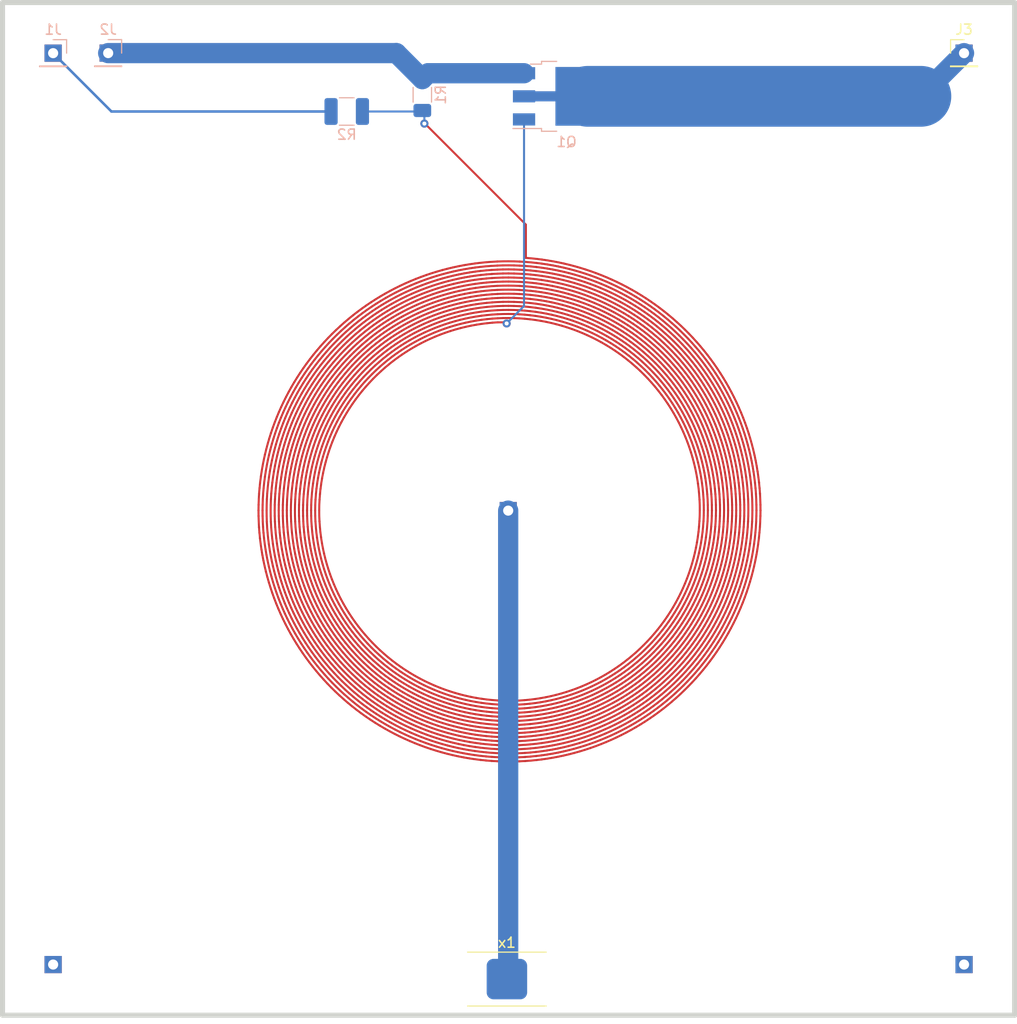
<source format=kicad_pcb>
(kicad_pcb (version 20211014) (generator pcbnew)
  (layers (0 "F.Cu" signal) (31 "B.Cu" signal) (34 "B.Paste" user) (35 "F.Paste" user) (36 "B.SilkS" user "B.Silkscreen") (37 "F.SilkS" user "F.Silkscreen") (38 "B.Mask" user) (39 "F.Mask" user) (44 "Edge.Cuts" user))
  (net 0 "")
  (net 1 "Net-(J1-Pad1)")
  (net 2 "Net-(J2-Pad1)")
  (net 3 "Net-(J3-Pad1)")
  (net 4 "Net-(Q1-Pad1)")
  (footprint "janderso:large_smx" (layer "F.Cu") (at 114.8334 151.4348)
    (fp_text reference "x1")
    (fp_text value "large_smx")
  )
  (footprint "" (layer "F.Cu") (at 162 152)
    (fp_text reference "")
    (fp_text value "")
  )
  (footprint "" (layer "F.Cu") (at 115 105)
    (fp_text reference "")
    (fp_text value "")
  )
  (footprint "Connector_PinHeader_2.54mm:PinHeader_1x01_P2.54mm_Vertical" (layer "F.Cu") (at 160 60)
    (fp_text reference "J3")
    (fp_text value "Conn_01x01")
  )
  (footprint "" (layer "F.Cu") (at 69.088 150.622)
    (fp_text reference "")
    (fp_text value "")
  )
  (footprint "Connector_PinHeader_2.54mm:PinHeader_1x01_P2.54mm_Vertical" (layer "B.Cu") (at 70 60 180)
    (fp_text reference "J1")
    (fp_text value "Conn_01x01")
  )
  (footprint "Resistor_SMD:R_1206_3216Metric_Pad1.30x1.75mm_HandSolder" (layer "B.Cu") (at 106.4768 64.1096 90)
    (fp_text reference "R1")
    (fp_text value "R_US")
  )
  (footprint "Resistor_SMD:R_1210_3225Metric_Pad1.30x2.65mm_HandSolder" (layer "B.Cu") (at 99.0092 65.7606)
    (fp_text reference "R2")
    (fp_text value "R_US")
  )
  (footprint "Connector_PinHeader_2.54mm:PinHeader_1x01_P2.54mm_Vertical" (layer "B.Cu") (at 75.438 59.9948 180)
    (fp_text reference "J2")
    (fp_text value "Conn_01x01")
  )
  (footprint "Package_TO_SOT_SMD:TO-252-3_TabPin2" (layer "B.Cu") (at 120.7262 64.262)
    (fp_text reference "Q1")
    (fp_text value "2SD1805F-TL-E")
  )
  (gr_line (start 165 155) (end 65 155) (layer "Edge.Cuts") (width 0.5))
  (gr_line (start 165 55) (end 165 155) (layer "Edge.Cuts") (width 0.5))
  (gr_line (start 65 155) (end 65 55) (layer "Edge.Cuts") (width 0.5))
  (gr_line (start 65 55) (end 165 55) (layer "Edge.Cuts") (width 0.5))
  (segment (start 114.9604 105.1742) (end 114.9604 151.9428) (width 2) (layer "B.Cu") (net 0))
  (segment (start 97.4592 65.7606) (end 75.7606 65.7606) (width 0.25) (layer "B.Cu") (net 1))
  (segment (start 75.7606 65.7606) (end 70 60) (width 0.25) (layer "B.Cu") (net 1))
  (segment (start 107.0544 61.982) (end 106.4768 62.5596) (width 2) (layer "B.Cu") (net 2))
  (segment (start 116.5262 61.982) (end 107.0544 61.982) (width 2) (layer "B.Cu") (net 2))
  (segment (start 75.438 59.9948) (end 103.912 59.9948) (width 2) (layer "B.Cu") (net 2))
  (segment (start 103.912 59.9948) (end 106.4768 62.5596) (width 2) (layer "B.Cu") (net 2))
  (segment (start 122.8262 64.262) (end 155.738 64.262) (width 6) (layer "B.Cu") (net 3))
  (segment (start 155.738 64.262) (end 160 60) (width 2) (layer "B.Cu") (net 3))
  (segment (start 116.5262 64.262) (end 122.8262 64.262) (width 1) (layer "B.Cu") (net 3))
  (segment (start 115.522497 86.162494) (end 114.989668 86.153235) (width 0.2) (layer "F.Cu") (net 4))
  (segment (start 134.32706 113.017584) (end 134.524674 112.517658) (width 0.2) (layer "F.Cu") (net 4))
  (segment (start 95.994847 121.011244) (end 96.354377 121.434399) (width 0.2) (layer "F.Cu") (net 4))
  (segment (start 122.585306 81.776266) (end 122.05927 81.610352) (width 0.2) (layer "F.Cu") (net 4))
  (segment (start 136.418091 115.212512) (end 136.646068 114.715471) (width 0.2) (layer "F.Cu") (net 4))
  (segment (start 94.484504 94.582088) (end 94.237379 95.072395) (width 0.2) (layer "F.Cu") (net 4))
  (segment (start 133.535878 93.819882) (end 133.248898 93.360174) (width 0.2) (layer "F.Cu") (net 4))
  (segment (start 106.867962 127.287861) (end 107.388606 127.473585) (width 0.2) (layer "F.Cu") (net 4))
  (segment (start 129.1811 87.107362) (end 128.748538 86.773536) (width 0.2) (layer "F.Cu") (net 4))
  (segment (start 118.172556 124.908642) (end 118.697641 124.818576) (width 0.2) (layer "F.Cu") (net 4))
  (segment (start 106.936454 126.030407) (end 107.450705 126.223226) (width 0.2) (layer "F.Cu") (net 4))
  (segment (start 101.255578 90.275927) (end 100.863221 90.645593) (width 0.2) (layer "F.Cu") (net 4))
  (segment (start 91.607524 98.601866) (end 91.463049 99.135456) (width 0.2) (layer "F.Cu") (net 4))
  (segment (start 110.706588 124.265149) (end 111.234494 124.377631) (width 0.2) (layer "F.Cu") (net 4))
  (segment (start 131.852663 116.742851) (end 132.151663 116.298365) (width 0.2) (layer "F.Cu") (net 4))
  (segment (start 94.322976 109.471966) (end 94.43943 110.003035) (width 0.2) (layer "F.Cu") (net 4))
  (segment (start 130.673264 115.632679) (end 130.962515 115.18964) (width 0.2) (layer "F.Cu") (net 4))
  (segment (start 97.788102 97.883793) (end 97.585837 98.377306) (width 0.2) (layer "F.Cu") (net 4))
  (segment (start 105.306256 127.084073) (end 105.814833 127.303247) (width 0.2) (layer "F.Cu") (net 4))
  (segment (start 97.564099 113.971602) (end 97.812157 114.449239) (width 0.2) (layer "F.Cu") (net 4))
  (segment (start 111.234494 124.377631) (end 111.765347 124.475534) (width 0.2) (layer "F.Cu") (net 4))
  (segment (start 108.129568 86.130362) (end 107.624983 86.318145) (width 0.2) (layer "F.Cu") (net 4))
  (segment (start 101.928796 84.737345) (end 101.46664 85.03874) (width 0.2) (layer "F.Cu") (net 4))
  (segment (start 97.673801 90.544087) (end 97.324646 90.965805) (width 0.2) (layer "F.Cu") (net 4))
  (segment (start 96.789464 92.335205) (end 96.479076 92.784853) (width 0.2) (layer "F.Cu") (net 4))
  (segment (start 122.05927 81.610352) (end 121.529614 81.456274) (width 0.2) (layer "F.Cu") (net 4))
  (segment (start 102.847121 125.815669) (end 103.326904 126.091908) (width 0.2) (layer "F.Cu") (net 4))
  (segment (start 97.470915 115.47606) (end 97.750486 115.939659) (width 0.2) (layer "F.Cu") (net 4))
  (segment (start 116.058177 85.786197) (end 115.524174 85.762355) (width 0.2) (layer "F.Cu") (net 4))
  (segment (start 124.930113 125.259402) (end 125.413766 125.014695) (width 0.2) (layer "F.Cu") (net 4))
  (segment (start 102.787246 121.948428) (end 103.230131 122.263468) (width 0.2) (layer "F.Cu") (net 4))
  (segment (start 91.586984 107.354369) (end 91.643533 107.902558) (width 0.2) (layer "F.Cu") (net 4))
  (segment (start 135.546337 119.136833) (end 135.851834 118.679421) (width 0.2) (layer "F.Cu") (net 4))
  (segment (start 133.224029 111.413099) (end 133.391266 110.90881) (width 0.2) (layer "F.Cu") (net 4))
  (segment (start 93.957502 103.525212) (end 93.920919 104.067202) (width 0.2) (layer "F.Cu") (net 4))
  (segment (start 134.823722 108.348794) (end 134.90344 107.819893) (width 0.2) (layer "F.Cu") (net 4))
  (segment (start 109.510729 128.093091) (end 110.049691 128.216686) (width 0.2) (layer "F.Cu") (net 4))
  (segment (start 118.182495 125.311954) (end 118.709399 125.223106) (width 0.2) (layer "F.Cu") (net 4))
  (segment (start 135.369228 114.62309) (end 135.593515 114.128493) (width 0.2) (layer "F.Cu") (net 4))
  (segment (start 95.975334 100.892023) (end 95.863417 101.417232) (width 0.2) (layer "F.Cu") (net 4))
  (segment (start 95.679416 96.714161) (end 95.467011 97.21354) (width 0.2) (layer "F.Cu") (net 4))
  (segment (start 103.964922 124.614634) (end 104.445112 124.880711) (width 0.2) (layer "F.Cu") (net 4))
  (segment (start 129.541232 120.084421) (end 129.922028 119.705943) (width 0.2) (layer "F.Cu") (net 4))
  (segment (start 134.969056 107.289013) (end 135.020521 106.75653) (width 0.2) (layer "F.Cu") (net 4))
  (segment (start 97.123825 111.972985) (end 97.320472 112.472056) (width 0.2) (layer "F.Cu") (net 4))
  (segment (start 128.976589 119.517585) (end 129.355233 119.141338) (width 0.2) (layer "F.Cu") (net 4))
  (segment (start 102.806335 126.255387) (end 103.289148 126.528522) (width 0.2) (layer "F.Cu") (net 4))
  (segment (start 113.32485 129.492015) (end 113.879244 129.525053) (width 0.2) (layer "F.Cu") (net 4))
  (segment (start 114.453449 85.358772) (end 113.917531 85.37883) (width 0.2) (layer "F.Cu") (net 4))
  (segment (start 98.86907 118.207438) (end 99.215046 118.626035) (width 0.2) (layer "F.Cu") (net 4))
  (segment (start 129.312541 121.383023) (end 129.713788 121.022063) (width 0.2) (layer "F.Cu") (net 4))
  (segment (start 90.452074 102.388512) (end 90.394794 102.939656) (width 0.2) (layer "F.Cu") (net 4))
  (segment (start 119.389397 80.554879) (end 118.844371 80.462176) (width 0.2) (layer "F.Cu") (net 4))
  (segment (start 119.348497 129.172362) (end 119.886629 129.069911) (width 0.2) (layer "F.Cu") (net 4))
  (segment (start 126.622186 122.4418) (end 127.064424 122.137891) (width 0.2) (layer "F.Cu") (net 4))
  (segment (start 101.052403 124.148292) (end 101.500672 124.471021) (width 0.2) (layer "F.Cu") (net 4))
  (segment (start 111.7948 86.007443) (end 111.268127 86.101023) (width 0.2) (layer "F.Cu") (net 4))
  (segment (start 92.934351 110.589382) (end 93.070664 111.121138) (width 0.2) (layer "F.Cu") (net 4))
  (segment (start 127.147704 119.551246) (end 127.547921 119.205927) (width 0.2) (layer "F.Cu") (net 4))
  (segment (start 92.725361 95.482482) (end 92.50965 95.991247) (width 0.2) (layer "F.Cu") (net 4))
  (segment (start 100.822799 117.428897) (end 101.177781 117.82967) (width 0.2) (layer "F.Cu") (net 4))
  (segment (start 134.877061 92.194625) (end 134.573652 91.737894) (width 0.2) (layer "F.Cu") (net 4))
  (segment (start 95.052286 96.157146) (end 94.832742 96.656378) (width 0.2) (layer "F.Cu") (net 4))
  (segment (start 99.106306 119.112747) (end 99.469797 119.518196) (width 0.2) (layer "F.Cu") (net 4))
  (segment (start 123.034059 127.787981) (end 123.54773 127.600354) (width 0.2) (layer "F.Cu") (net 4))
  (segment (start 134.850517 93.686568) (end 134.573306 93.216385) (width 0.2) (layer "F.Cu") (net 4))
  (segment (start 124.819385 123.97123) (end 125.293725 123.717588) (width 0.2) (layer "F.Cu") (net 4))
  (segment (start 139.601406 101.310916) (end 139.51177 100.767145) (width 0.2) (layer "F.Cu") (net 4))
  (segment (start 120.788788 124.730736) (end 121.299795 124.573809) (width 0.2) (layer "F.Cu") (net 4))
  (segment (start 99.056 92.643652) (end 98.727274 93.071237) (width 0.2) (layer "F.Cu") (net 4))
  (segment (start 130.364858 85.493819) (end 129.927031 85.157371) (width 0.2) (layer "F.Cu") (net 4))
  (segment (start 130.362762 90.924129) (end 129.992469 90.531877) (width 0.2) (layer "F.Cu") (net 4))
  (segment (start 117.645303 124.984691) (end 118.172556 124.908642) (width 0.2) (layer "F.Cu") (net 4))
  (segment (start 100.782522 92.456953) (end 100.430663 92.859252) (width 0.2) (layer "F.Cu") (net 4))
  (segment (start 138.594425 102.965932) (end 138.539066 102.421126) (width 0.2) (layer "F.Cu") (net 4))
  (segment (start 105.524473 124.089966) (end 106.014497 124.328882) (width 0.2) (layer "F.Cu") (net 4))
  (segment (start 101.340019 90.743476) (end 100.953598 91.117165) (width 0.2) (layer "F.Cu") (net 4))
  (segment (start 105.393392 125.804857) (end 105.8946 126.032119) (width 0.2) (layer "F.Cu") (net 4))
  (segment (start 107.472825 125.805591) (end 107.989534 125.988076) (width 0.2) (layer "F.Cu") (net 4))
  (segment (start 99.978227 121.715808) (end 100.388193 122.080402) (width 0.2) (layer "F.Cu") (net 4))
  (segment (start 94.575432 93.578833) (end 94.308393 94.059871) (width 0.2) (layer "F.Cu") (net 4))
  (segment (start 97.901066 91.525529) (end 97.565364 91.954837) (width 0.2) (layer "F.Cu") (net 4))
  (segment (start 134.843802 101.954441) (end 134.753278 101.426733) (width 0.2) (layer "F.Cu") (net 4))
  (segment (start 137.895253 97.595288) (end 137.71864 97.075356) (width 0.2) (layer "F.Cu") (net 4))
  (segment (start 121.464394 83.102342) (end 120.938192 82.95304) (width 0.2) (layer "F.Cu") (net 4))
  (segment (start 92.842826 98.650335) (end 92.69288 99.178829) (width 0.2) (layer "F.Cu") (net 4))
  (segment (start 112.341318 86.733558) (end 111.816095 86.814904) (width 0.2) (layer "F.Cu") (net 4))
  (segment (start 103.392738 84.332758) (end 102.914178 84.604909) (width 0.2) (layer "F.Cu") (net 4))
  (segment (start 133.187563 116.906682) (end 133.476283 116.45017) (width 0.2) (layer "F.Cu") (net 4))
  (segment (start 134.573652 91.737894) (end 134.259755 91.288265) (width 0.2) (layer "F.Cu") (net 4))
  (segment (start 102.766879 126.694238) (end 103.252618 126.964328) (width 0.2) (layer "F.Cu") (net 4))
  (segment (start 108.232869 87.798538) (end 107.739335 87.996888) (width 0.2) (layer "F.Cu") (net 4))
  (segment (start 121.34196 125.399454) (end 121.853335 125.233562) (width 0.2) (layer "F.Cu") (net 4))
  (segment (start 130.559204 89.967138) (end 130.176873 89.582563) (width 0.2) (layer "F.Cu") (net 4))
  (segment (start 110.773534 87.022446) (end 110.257047 87.148477) (width 0.2) (layer "F.Cu") (net 4))
  (segment (start 96.903881 113.520611) (end 97.135552 114.008061) (width 0.2) (layer "F.Cu") (net 4))
  (segment (start 131.07345 123.562605) (end 131.483435 123.198136) (width 0.2) (layer "F.Cu") (net 4))
  (segment (start 134.500784 107.811571) (end 134.56733 107.282434) (width 0.2) (layer "F.Cu") (net 4))
  (segment (start 127.233047 123.476747) (end 127.679941 123.172038) (width 0.2) (layer "F.Cu") (net 4))
  (segment (start 108.98938 127.546615) (end 109.523633 127.684539) (width 0.2) (layer "F.Cu") (net 4))
  (segment (start 127.778896 90.096592) (end 127.367561 89.754445) (width 0.2) (layer "F.Cu") (net 4))
  (segment (start 117.676479 126.593477) (end 118.2104 126.521398) (width 0.2) (layer "F.Cu") (net 4))
  (segment (start 132.612093 113.893153) (end 132.843867 113.413467) (width 0.2) (layer "F.Cu") (net 4))
  (segment (start 108.522017 83.479189) (end 107.999704 83.640337) (width 0.2) (layer "F.Cu") (net 4))
  (segment (start 106.571345 123.705489) (end 107.06754 123.924576) (width 0.2) (layer "F.Cu") (net 4))
  (segment (start 95.303772 91.668083) (end 94.996314 92.12558) (width 0.2) (layer "F.Cu") (net 4))
  (segment (start 114.44892 84.158558) (end 113.908445 84.177805) (width 0.2) (layer "F.Cu") (net 4))
  (segment (start 94.289668 105.153235) (end 94.295095 105.695141) (width 0.2) (layer "F.Cu") (net 4))
  (segment (start 120.218828 123.645663) (end 120.726913 123.496229) (width 0.2) (layer "F.Cu") (net 4))
  (segment (start 96.674598 101.442121) (end 96.574301 101.96633) (width 0.2) (layer "F.Cu") (net 4))
  (segment (start 110.716873 85.396434) (end 110.192048 85.515533) (width 0.2) (layer "F.Cu") (net 4))
  (segment (start 125.375127 124.583063) (end 125.849601 124.323699) (width 0.2) (layer "F.Cu") (net 4))
  (segment (start 94.396435 107.317671) (end 94.458497 107.856215) (width 0.2) (layer "F.Cu") (net 4))
  (segment (start 104.436572 84.683085) (end 103.951692 84.938692) (width 0.2) (layer "F.Cu") (net 4))
  (segment (start 136.173966 107.307468) (end 136.223348 106.770243) (width 0.2) (layer "F.Cu") (net 4))
  (segment (start 134.259755 91.288265) (end 133.935536 90.84598) (width 0.2) (layer "F.Cu") (net 4))
  (segment (start 98.289644 123.423789) (end 98.702865 123.794981) (width 0.2) (layer "F.Cu") (net 4))
  (segment (start 118.720765 125.627522) (end 119.247034 125.526271) (width 0.2) (layer "F.Cu") (net 4))
  (segment (start 127.938333 118.849484) (end 128.318631 118.482198) (width 0.2) (layer "F.Cu") (net 4))
  (segment (start 97.497501 120.310284) (end 97.862036 120.723284) (width 0.2) (layer "F.Cu") (net 4))
  (segment (start 102.170472 122.983651) (end 102.618087 123.299012) (width 0.2) (layer "F.Cu") (net 4))
  (segment (start 127.074533 88.519846) (end 126.635924 88.207827) (width 0.2) (layer "F.Cu") (net 4))
  (segment (start 115.52887 84.56196) (end 114.989668 84.553235) (width 0.2) (layer "F.Cu") (net 4))
  (segment (start 91.112232 106.257155) (end 91.142633 106.808481) (width 0.2) (layer "F.Cu") (net 4))
  (segment (start 91.932691 97.545334) (end 91.764099 98.071733) (width 0.2) (layer "F.Cu") (net 4))
  (segment (start 108.177459 122.650253) (end 108.679271 122.83936) (width 0.2) (layer "F.Cu") (net 4))
  (segment (start 95.362029 101.935447) (end 95.280382 102.467899) (width 0.2) (layer "F.Cu") (net 4))
  (segment (start 104.522801 124.010917) (end 105.003129 124.271449) (width 0.2) (layer "F.Cu") (net 4))
  (segment (start 118.741594 84.909655) (end 118.210654 84.816732) (width 0.2) (layer "F.Cu") (net 4))
  (segment (start 105.761182 121.494764) (end 106.230747 121.753237) (width 0.2) (layer "F.Cu") (net 4))
  (segment (start 117.653122 85.945795) (end 117.123055 85.877955) (width 0.2) (layer "F.Cu") (net 4))
  (segment (start 138.179228 111.650645) (end 138.322525 111.121452) (width 0.2) (layer "F.Cu") (net 4))
  (segment (start 122.889733 125.282272) (end 123.389725 125.080524) (width 0.2) (layer "F.Cu") (net 4))
  (segment (start 127.354516 86.279895) (end 126.895667 85.985318) (width 0.2) (layer "F.Cu") (net 4))
  (segment (start 92.289668 105.153235) (end 92.294758 105.701789) (width 0.2) (layer "F.Cu") (net 4))
  (segment (start 91.730656 101.859676) (end 91.658356 102.405658) (width 0.2) (layer "F.Cu") (net 4))
  (segment (start 139.884982 104.602364) (end 139.868111 104.0517) (width 0.2) (layer "F.Cu") (net 4))
  (segment (start 94.358464 103.529524) (end 94.321365 104.070055) (width 0.2) (layer "F.Cu") (net 4))
  (segment (start 128.414359 121.617317) (end 128.828181 121.273174) (width 0.2) (layer "F.Cu") (net 4))
  (segment (start 137.535007 99.206551) (end 137.390839 98.67925) (width 0.2) (layer "F.Cu") (net 4))
  (segment (start 120.422358 128.955404) (end 120.955414 128.828897) (width 0.2) (layer "F.Cu") (net 4))
  (segment (start 98.661969 117.283751) (end 98.989343 117.715151) (width 0.2) (layer "F.Cu") (net 4))
  (segment (start 102.487846 85.330466) (end 102.02576 85.627745) (width 0.2) (layer "F.Cu") (net 4))
  (segment (start 130.726826 86.30317) (end 130.300796 85.953688) (width 0.2) (layer "F.Cu") (net 4))
  (segment (start 125.335137 124.150701) (end 125.806335 123.888251) (width 0.2) (layer "F.Cu") (net 4))
  (segment (start 114.435353 129.145362) (end 114.989668 129.153235) (width 0.2) (layer "F.Cu") (net 4))
  (segment (start 95.64277 112.579813) (end 95.842265 113.084349) (width 0.2) (layer "F.Cu") (net 4))
  (segment (start 113.358111 125.884131) (end 113.901255 125.921401) (width 0.2) (layer "F.Cu") (net 4))
  (segment (start 138.524458 107.883649) (end 138.582711 107.339452) (width 0.2) (layer "F.Cu") (net 4))
  (segment (start 107.999704 83.640337) (end 107.481402 83.814071) (width 0.2) (layer "F.Cu") (net 4))
  (segment (start 93.974118 93.019902) (end 93.702099 93.500731) (width 0.2) (layer "F.Cu") (net 4))
  (segment (start 136.691729 96.607831) (end 136.486815 96.100848) (width 0.2) (layer "F.Cu") (net 4))
  (segment (start 102.557765 89.687255) (end 102.142399 90.02826) (width 0.2) (layer "F.Cu") (net 4))
  (segment (start 93.145954 96.552053) (end 92.948922 97.065976) (width 0.2) (layer "F.Cu") (net 4))
  (segment (start 136.665864 104.071421) (end 136.633739 103.531236) (width 0.2) (layer "F.Cu") (net 4))
  (segment (start 97.167201 98.350042) (end 96.981722 98.851982) (width 0.2) (layer "F.Cu") (net 4))
  (segment (start 135.593515 114.128493) (end 135.805799 113.628587) (width 0.2) (layer "F.Cu") (net 4))
  (segment (start 105.337969 82.932794) (end 104.834054 83.15694) (width 0.2) (layer "F.Cu") (net 4))
  (segment (start 91.795115 108.99431) (end 91.890067 109.537273) (width 0.2) (layer "F.Cu") (net 4))
  (segment (start 121.305232 86.409309) (end 120.795848 86.243513) (width 0.2) (layer "F.Cu") (net 4))
  (segment (start 98.368015 122.95068) (end 98.776484 123.325511) (width 0.2) (layer "F.Cu") (net 4))
  (segment (start 135.609222 91.126859) (end 135.29503 90.673326) (width 0.2) (layer "F.Cu") (net 4))
  (segment (start 138.284757 104.606988) (end 138.267041 104.060971) (width 0.2) (layer "F.Cu") (net 4))
  (segment (start 97.171742 88.117553) (end 96.792926 88.520678) (width 0.2) (layer "F.Cu") (net 4))
  (segment (start 119.770562 125.411494) (end 120.291002 125.283265) (width 0.2) (layer "F.Cu") (net 4))
  (segment (start 133.893604 114.001232) (end 134.116657 113.512218) (width 0.2) (layer "F.Cu") (net 4))
  (segment (start 98.275377 93.009592) (end 97.961847 93.450338) (width 0.2) (layer "F.Cu") (net 4))
  (segment (start 110.074495 81.852779) (end 109.537278 81.971094) (width 0.2) (layer "F.Cu") (net 4))
  (segment (start 97.954828 118.339183) (end 98.293081 118.767509) (width 0.2) (layer "F.Cu") (net 4))
  (segment (start 97.380089 96.843074) (end 97.156187 97.330745) (width 0.2) (layer "F.Cu") (net 4))
  (segment (start 95.665799 107.832834) (end 95.74524 108.364562) (width 0.2) (layer "F.Cu") (net 4))
  (segment (start 99.746921 91.815589) (end 99.395963 92.225004) (width 0.2) (layer "F.Cu") (net 4))
  (segment (start 106.510549 124.555119) (end 107.0123 124.768525) (width 0.2) (layer "F.Cu") (net 4))
  (segment (start 91.712922 108.449305) (end 91.795115 108.99431) (width 0.2) (layer "F.Cu") (net 4))
  (segment (start 137.767962 111.634219) (end 137.913006 111.106729) (width 0.2) (layer "F.Cu") (net 4))
  (segment (start 133.289313 118.852178) (end 133.611368 118.413688) (width 0.2) (layer "F.Cu") (net 4))
  (segment (start 92.404251 110.066392) (end 92.526096 110.602839) (width 0.2) (layer "F.Cu") (net 4))
  (segment (start 126.073108 84.126388) (end 125.585131 83.874677) (width 0.2) (layer "F.Cu") (net 4))
  (segment (start 108.20558 87.380817) (end 107.709116 87.576427) (width 0.2) (layer "F.Cu") (net 4))
  (segment (start 114.439983 127.544927) (end 114.989668 127.553235) (width 0.2) (layer "F.Cu") (net 4))
  (segment (start 119.826222 127.039035) (end 120.354021 126.917269) (width 0.2) (layer "F.Cu") (net 4))
  (segment (start 108.100471 123.905379) (end 108.610244 124.086692) (width 0.2) (layer "F.Cu") (net 4))
  (segment (start 95.895396 105.688969) (end 95.91615 106.224381) (width 0.2) (layer "F.Cu") (net 4))
  (segment (start 98.214248 88.76657) (end 97.83362 89.163315) (width 0.2) (layer "F.Cu") (net 4))
  (segment (start 136.226788 113.655295) (end 136.424522 113.148022) (width 0.2) (layer "F.Cu") (net 4))
  (segment (start 116.622456 83.018062) (end 116.078817 82.983097) (width 0.2) (layer "F.Cu") (net 4))
  (segment (start 108.153982 86.546745) (end 107.651998 86.737072) (width 0.2) (layer "F.Cu") (net 4))
  (segment (start 134.72996 108.87534) (end 134.823722 108.348794) (width 0.2) (layer "F.Cu") (net 4))
  (segment (start 100.090194 93.271301) (end 99.761384 93.692776) (width 0.2) (layer "F.Cu") (net 4))
  (segment (start 93.494955 105.697929) (end 93.514041 106.242356) (width 0.2) (layer "F.Cu") (net 4))
  (segment (start 138.126935 114.29025) (end 138.324724 113.776658) (width 0.2) (layer "F.Cu") (net 4))
  (segment (start 136.272554 111.043003) (end 136.412202 110.5193) (width 0.2) (layer "F.Cu") (net 4))
  (segment (start 109.186329 123.014076) (end 109.698218 123.174258) (width 0.2) (layer "F.Cu") (net 4))
  (segment (start 134.778224 119.530462) (end 135.097013 119.083639) (width 0.2) (layer "F.Cu") (net 4))
  (segment (start 125.588828 127.162617) (end 126.080656 126.920524) (width 0.2) (layer "F.Cu") (net 4))
  (segment (start 133.299059 120.754924) (end 133.650584 120.335016) (width 0.2) (layer "F.Cu") (net 4))
  (segment (start 133.474345 89.003659) (end 133.10838 88.592001) (width 0.2) (layer "F.Cu") (net 4))
  (segment (start 110.223373 86.331564) (end 109.706087 86.468354) (width 0.2) (layer "F.Cu") (net 4))
  (segment (start 119.214387 86.643532) (end 118.693945 86.530574) (width 0.2) (layer "F.Cu") (net 4))
  (segment (start 135.294367 111.523875) (end 135.450787 111.007901) (width 0.2) (layer "F.Cu") (net 4))
  (segment (start 112.797898 81.850111) (end 112.252041 81.906414) (width 0.2) (layer "F.Cu") (net 4))
  (segment (start 123.94588 125.713358) (end 124.440722 125.492334) (width 0.2) (layer "F.Cu") (net 4))
  (segment (start 134.098055 107.802954) (end 134.165555 107.275622) (width 0.2) (layer "F.Cu") (net 4))
  (segment (start 128.550718 122.530115) (end 128.974075 122.193284) (width 0.2) (layer "F.Cu") (net 4))
  (segment (start 93.556565 103.52104) (end 93.520485 104.064441) (width 0.2) (layer "F.Cu") (net 4))
  (segment (start 121.409716 84.339949) (end 120.889261 84.184834) (width 0.2) (layer "F.Cu") (net 4))
  (segment (start 132.367498 120.604676) (end 132.726083 120.194014) (width 0.2) (layer "F.Cu") (net 4))
  (segment (start 125.806335 123.888251) (end 126.270877 123.614116) (width 0.2) (layer "F.Cu") (net 4))
  (segment (start 102.557365 120.248945) (end 102.97696 120.587162) (width 0.2) (layer "F.Cu") (net 4))
  (segment (start 101.818324 90.845341) (end 101.427857 91.212444) (width 0.2) (layer "F.Cu") (net 4))
  (segment (start 92.76398 97.584409) (end 92.591231 98.107069) (width 0.2) (layer "F.Cu") (net 4))
  (segment (start 91.518479 104.051877) (end 91.497618 104.60237) (width 0.2) (layer "F.Cu") (net 4))
  (segment (start 123.880056 86.158728) (end 123.388696 85.934615) (width 0.2) (layer "F.Cu") (net 4))
  (segment (start 129.61217 90.14926) (end 129.222115 89.776532) (width 0.2) (layer "F.Cu") (net 4))
  (segment (start 136.56789 98.714178) (end 136.407461 98.194172) (width 0.2) (layer "F.Cu") (net 4))
  (segment (start 104.272887 127.041518) (end 104.773303 127.281111) (width 0.2) (layer "F.Cu") (net 4))
  (segment (start 115.531747 83.761715) (end 114.989668 83.753235) (width 0.2) (layer "F.Cu") (net 4))
  (segment (start 132.469402 121.088118) (end 132.833911 120.681087) (width 0.2) (layer "F.Cu") (net 4))
  (segment (start 101.611676 123.566462) (end 102.05964 123.885614) (width 0.2) (layer "F.Cu") (net 4))
  (segment (start 99.084392 88.472262) (end 98.690857 88.854424) (width 0.2) (layer "F.Cu") (net 4))
  (segment (start 96.770325 115.045531) (end 97.034075 115.519902) (width 0.2) (layer "F.Cu") (net 4))
  (segment (start 133.940116 88.931735) (end 133.577674 88.515542) (width 0.2) (layer "F.Cu") (net 4))
  (segment (start 134.505348 98.812206) (end 134.334242 98.302962) (width 0.2) (layer "F.Cu") (net 4))
  (segment (start 123.086475 82.371005) (end 122.566234 82.191222) (width 0.2) (layer "F.Cu") (net 4))
  (segment (start 103.778083 126.790612) (end 104.272887 127.041518) (width 0.2) (layer "F.Cu") (net 4))
  (segment (start 137.759773 110.03038) (end 137.869314 109.495528) (width 0.2) (layer "F.Cu") (net 4))
  (segment (start 99.512937 92.712691) (end 99.180358 93.13531) (width 0.2) (layer "F.Cu") (net 4))
  (segment (start 99.893411 94.185162) (end 99.584862 94.619698) (width 0.2) (layer "F.Cu") (net 4))
  (segment (start 96.949349 114.52748) (end 97.203807 115.005222) (width 0.2) (layer "F.Cu") (net 4))
  (segment (start 99.441694 90.373783) (end 99.071083 90.771318) (width 0.2) (layer "F.Cu") (net 4))
  (segment (start 124.365445 86.395401) (end 123.880056 86.158728) (width 0.2) (layer "F.Cu") (net 4))
  (segment (start 119.17624 123.495807) (end 119.68948 123.372903) (width 0.2) (layer "F.Cu") (net 4))
  (segment (start 95.495318 105.690593) (end 95.515775 106.22764) (width 0.2) (layer "F.Cu") (net 4))
  (segment (start 137.390755 102.981078) (end 137.333254 102.440232) (width 0.2) (layer "F.Cu") (net 4))
  (segment (start 133.039929 113.930512) (end 133.268732 113.447594) (width 0.2) (layer "F.Cu") (net 4))
  (segment (start 110.110311 126.180003) (end 110.644217 126.298443) (width 0.2) (layer "F.Cu") (net 4))
  (segment (start 108.396515 129.042989) (end 108.933866 129.186297) (width 0.2) (layer "F.Cu") (net 4))
  (segment (start 133.889668 105.153235) (end 133.884018 104.623111) (width 0.2) (layer "F.Cu") (net 4))
  (segment (start 95.232708 114.667686) (end 95.474638 115.158007) (width 0.2) (layer "F.Cu") (net 4))
  (segment (start 94.489541 118.267997) (end 94.792184 118.732056) (width 0.2) (layer "F.Cu") (net 4))
  (segment (start 95.644923 120.580154) (end 95.994847 121.011244) (width 0.2) (layer "F.Cu") (net 4))
  (segment (start 116.07468 127.930437) (end 116.616526 127.899677) (width 0.2) (layer "F.Cu") (net 4))
  (segment (start 103.289148 126.528522) (end 103.778083 126.790612) (width 0.2) (layer "F.Cu") (net 4))
  (segment (start 111.785711 123.667138) (end 112.315443 123.75288) (width 0.2) (layer "F.Cu") (net 4))
  (segment (start 114.456739 86.158924) (end 113.924129 86.17956) (width 0.2) (layer "F.Cu") (net 4))
  (segment (start 122.012433 128.540142) (end 122.535863 128.378035) (width 0.2) (layer "F.Cu") (net 4))
  (segment (start 134.24714 94.244012) (end 133.974955 93.773892) (width 0.2) (layer "F.Cu") (net 4))
  (segment (start 96.568645 120.449858) (end 96.92577 120.872229) (width 0.2) (layer "F.Cu") (net 4))
  (segment (start 121.446761 83.51457) (end 120.922409 83.363376) (width 0.2) (layer "F.Cu") (net 4))
  (segment (start 117.175381 82.263414) (end 116.630145 82.21637) (width 0.2) (layer "F.Cu") (net 4))
  (segment (start 118.801999 82.482144) (end 118.261616 82.39634) (width 0.2) (layer "F.Cu") (net 4))
  (segment (start 97.188068 96.324455) (end 96.953954 96.809025) (width 0.2) (layer "F.Cu") (net 4))
  (segment (start 94.996314 92.12558) (end 94.699486 92.590086) (width 0.2) (layer "F.Cu") (net 4))
  (segment (start 98.407131 94.959988) (end 98.13104 95.419902) (width 0.2) (layer "F.Cu") (net 4))
  (segment (start 105.898472 83.563926) (end 105.39425 83.781619) (width 0.2) (layer "F.Cu") (net 4))
  (segment (start 133.53877 101.463589) (end 133.429733 100.94441) (width 0.2) (layer "F.Cu") (net 4))
  (segment (start 117.636832 124.58235) (end 118.162269 124.505243) (width 0.2) (layer "F.Cu") (net 4))
  (segment (start 117.148235 84.27106) (end 116.609973 84.22077) (width 0.2) (layer "F.Cu") (net 4))
  (segment (start 118.783152 83.290848) (end 118.245709 83.20279) (width 0.2) (layer "F.Cu") (net 4))
  (segment (start 92.902582 115.350767) (end 93.139132 115.851535) (width 0.2) (layer "F.Cu") (net 4))
  (segment (start 99.264842 86.699337) (end 98.847882 87.060984) (width 0.2) (layer "F.Cu") (net 4))
  (segment (start 128.671158 120.34807) (end 129.065372 119.985932) (width 0.2) (layer "F.Cu") (net 4))
  (segment (start 132.365332 122.917632) (end 132.755072 122.529884) (width 0.2) (layer "F.Cu") (net 4))
  (segment (start 131.808261 96.464544) (end 131.559523 95.9954) (width 0.2) (layer "F.Cu") (net 4))
  (segment (start 96.360352 110.980035) (end 96.52632 111.49171) (width 0.2) (layer "F.Cu") (net 4))
  (segment (start 102.397664 84.446566) (end 101.928796 84.737345) (width 0.2) (layer "F.Cu") (net 4))
  (segment (start 98.847476 95.010423) (end 98.56782 95.466234) (width 0.2) (layer "F.Cu") (net 4))
  (segment (start 114.442522 126.744691) (end 114.989668 126.753235) (width 0.2) (layer "F.Cu") (net 4))
  (segment (start 90.341341 106.815068) (end 90.383412 107.367838) (width 0.2) (layer "F.Cu") (net 4))
  (segment (start 105.48994 124.519748) (end 105.982922 124.755652) (width 0.2) (layer "F.Cu") (net 4))
  (segment (start 131.217769 88.925134) (end 130.828027 88.542442) (width 0.2) (layer "F.Cu") (net 4))
  (segment (start 136.101801 116.709708) (end 136.360679 116.2268) (width 0.2) (layer "F.Cu") (net 4))
  (segment (start 93.130416 100.805159) (end 93.028753 101.342655) (width 0.2) (layer "F.Cu") (net 4))
  (segment (start 132.069287 89.234549) (end 131.692486 88.83749) (width 0.2) (layer "F.Cu") (net 4))
  (segment (start 112.847459 123.823466) (end 113.381325 123.878837) (width 0.2) (layer "F.Cu") (net 4))
  (segment (start 92.50965 95.991247) (end 92.305565 96.504822) (width 0.2) (layer "F.Cu") (net 4))
  (segment (start 114.989668 85.353235) (end 114.453449 85.358772) (width 0.2) (layer "F.Cu") (net 4))
  (segment (start 104.399687 120.640589) (end 104.84528 120.93821) (width 0.2) (layer "F.Cu") (net 4))
  (segment (start 91.552237 103.502059) (end 91.518479 104.051877) (width 0.2) (layer "F.Cu") (net 4))
  (segment (start 134.954058 117.099557) (end 135.229922 116.628993) (width 0.2) (layer "F.Cu") (net 4))
  (segment (start 129.154289 118.192688) (end 129.509528 117.798592) (width 0.2) (layer "F.Cu") (net 4))
  (segment (start 104.763924 88.157916) (end 104.306522 88.439603) (width 0.2) (layer "F.Cu") (net 4))
  (segment (start 127.192694 87.620669) (end 126.745518 87.315813) (width 0.2) (layer "F.Cu") (net 4))
  (segment (start 120.307544 125.692084) (end 120.826586 125.552327) (width 0.2) (layer "F.Cu") (net 4))
  (segment (start 114.989668 82.953235) (end 114.444814 82.958359) (width 0.2) (layer "F.Cu") (net 4))
  (segment (start 97.755421 113.452811) (end 97.993386 113.933722) (width 0.2) (layer "F.Cu") (net 4))
  (segment (start 127.96273 85.243664) (end 127.500174 84.948075) (width 0.2) (layer "F.Cu") (net 4))
  (segment (start 108.632394 123.671341) (end 109.144539 123.841155) (width 0.2) (layer "F.Cu") (net 4))
  (segment (start 92.837975 100.257922) (end 92.724645 100.794323) (width 0.2) (layer "F.Cu") (net 4))
  (segment (start 138.227594 106.790356) (end 138.261077 106.245219) (width 0.2) (layer "F.Cu") (net 4))
  (segment (start 120.704756 123.084123) (end 121.205992 122.918468) (width 0.2) (layer "F.Cu") (net 4))
  (segment (start 129.669538 123.686345) (end 130.094637 123.343458) (width 0.2) (layer "F.Cu") (net 4))
  (segment (start 102.956745 85.04412) (end 102.487846 85.330466) (width 0.2) (layer "F.Cu") (net 4))
  (segment (start 122.516281 127.963856) (end 123.034059 127.787981) (width 0.2) (layer "F.Cu") (net 4))
  (segment (start 99.625098 85.886673) (end 99.195746 86.235179) (width 0.2) (layer "F.Cu") (net 4))
  (segment (start 95.762487 120.081392) (end 96.106157 120.516111) (width 0.2) (layer "F.Cu") (net 4))
  (segment (start 96.655183 94.77662) (end 96.392639 95.251364) (width 0.2) (layer "F.Cu") (net 4))
  (segment (start 106.081199 123.47329) (end 106.571345 123.705489) (width 0.2) (layer "F.Cu") (net 4))
  (segment (start 138.171475 95.998631) (end 137.964581 95.487495) (width 0.2) (layer "F.Cu") (net 4))
  (segment (start 116.061432 85.385717) (end 115.525793 85.362219) (width 0.2) (layer "F.Cu") (net 4))
  (segment (start 104.367985 83.82202) (end 103.877427 84.071749) (width 0.2) (layer "F.Cu") (net 4))
  (segment (start 136.28122 105.692781) (end 136.289668 105.153235) (width 0.2) (layer "F.Cu") (net 4))
  (segment (start 106.77012 88.435518) (end 106.295232 88.675445) (width 0.2) (layer "F.Cu") (net 4))
  (segment (start 134.14985 97.79833) (end 133.952295 97.298658) (width 0.2) (layer "F.Cu") (net 4))
  (segment (start 99.685529 123.583309) (end 100.114395 123.933038) (width 0.2) (layer "F.Cu") (net 4))
  (segment (start 95.040817 112.092481) (end 95.224568 112.6044) (width 0.2) (layer "F.Cu") (net 4))
  (segment (start 136.946072 110.005392) (end 137.058417 109.473722) (width 0.2) (layer "F.Cu") (net 4))
  (segment (start 124.674524 82.132883) (end 124.163413 81.922958) (width 0.2) (layer "F.Cu") (net 4))
  (segment (start 130.508421 116.559478) (end 130.818262 116.128538) (width 0.2) (layer "F.Cu") (net 4))
  (segment (start 106.631576 86.733717) (end 106.14346 86.961218) (width 0.2) (layer "F.Cu") (net 4))
  (segment (start 100.318987 92.376528) (end 99.971149 92.784505) (width 0.2) (layer "F.Cu") (net 4))
  (segment (start 134.397854 99.860414) (end 134.251701 99.345144) (width 0.2) (layer "F.Cu") (net 4))
  (segment (start 124.47246 125.917653) (end 124.964582 125.687466) (width 0.2) (layer "F.Cu") (net 4))
  (segment (start 111.190973 125.998462) (end 111.728701 126.090979) (width 0.2) (layer "F.Cu") (net 4))
  (segment (start 119.380127 80.959812) (end 118.836391 80.865979) (width 0.2) (layer "F.Cu") (net 4))
  (segment (start 138.984045 107.344238) (end 139.029148 106.79758) (width 0.2) (layer "F.Cu") (net 4))
  (segment (start 94.001977 95.568478) (end 93.778433 96.070054) (width 0.2) (layer "F.Cu") (net 4))
  (segment (start 123.810675 87.013042) (end 123.325348 86.783108) (width 0.2) (layer "F.Cu") (net 4))
  (segment (start 100.02318 117.088611) (end 100.362445 117.504822) (width 0.2) (layer "F.Cu") (net 4))
  (segment (start 95.615278 94.177779) (end 95.350384 94.655819) (width 0.2) (layer "F.Cu") (net 4))
  (segment (start 92.940305 101.882521) (end 92.865128 102.424433) (width 0.2) (layer "F.Cu") (net 4))
  (segment (start 134.178046 89.851014) (end 133.83096 89.423401) (width 0.2) (layer "F.Cu") (net 4))
  (segment (start 95.854109 114.109643) (end 96.089596 114.600107) (width 0.2) (layer "F.Cu") (net 4))
  (segment (start 91.591365 110.089049) (end 91.710183 110.62852) (width 0.2) (layer "F.Cu") (net 4))
  (segment (start 96.822799 121.361595) (end 97.195401 121.77192) (width 0.2) (layer "F.Cu") (net 4))
  (segment (start 109.60644 84.011968) (end 109.080617 84.151219) (width 0.2) (layer "F.Cu") (net 4))
  (segment (start 139.467852 104.053918) (end 139.438448 103.504856) (width 0.2) (layer "F.Cu") (net 4))
  (segment (start 128.866662 85.866436) (end 128.418307 85.549839) (width 0.2) (layer "F.Cu") (net 4))
  (segment (start 98.449131 122.476155) (end 98.852676 122.854672) (width 0.2) (layer "F.Cu") (net 4))
  (segment (start 120.922409 83.363376) (end 120.39452 83.224887) (width 0.2) (layer "F.Cu") (net 4))
  (segment (start 119.809722 84.729043) (end 119.282579 84.610103) (width 0.2) (layer "F.Cu") (net 4))
  (segment (start 94.654511 119.241468) (end 94.974588 119.695042) (width 0.2) (layer "F.Cu") (net 4))
  (segment (start 113.397506 86.61603) (end 112.868599 86.667249) (width 0.2) (layer "F.Cu") (net 4))
  (segment (start 130.105941 120.651184) (end 130.488753 120.270616) (width 0.2) (layer "F.Cu") (net 4))
  (segment (start 99.903437 117.577731) (end 100.250191 117.989857) (width 0.2) (layer "F.Cu") (net 4))
  (segment (start 119.329367 82.986349) (end 118.792724 82.886441) (width 0.2) (layer "F.Cu") (net 4))
  (segment (start 111.784711 85.603861) (end 111.256176 85.696125) (width 0.2) (layer "F.Cu") (net 4))
  (segment (start 108.455894 81.83389) (end 107.926341 81.987276) (width 0.2) (layer "F.Cu") (net 4))
  (segment (start 90.504715 108.469947) (end 90.583889 109.018731) (width 0.2) (layer "F.Cu") (net 4))
  (segment (start 106.878301 82.330037) (end 106.360358 82.519237) (width 0.2) (layer "F.Cu") (net 4))
  (segment (start 133.841974 115.000875) (end 134.086839 114.520845) (width 0.2) (layer "F.Cu") (net 4))
  (segment (start 134.251701 99.345144) (end 134.09187 98.833905) (width 0.2) (layer "F.Cu") (net 4))
  (segment (start 119.243118 85.829619) (end 118.718611 85.719831) (width 0.2) (layer "F.Cu") (net 4))
  (segment (start 135.8811 105.691324) (end 135.889668 105.153235) (width 0.2) (layer "F.Cu") (net 4))
  (segment (start 99.077418 115.78546) (end 99.380416 116.22859) (width 0.2) (layer "F.Cu") (net 4))
  (segment (start 91.918859 104.054237) (end 91.897725 104.603544) (width 0.2) (layer "F.Cu") (net 4))
  (segment (start 139.868111 104.0517) (end 139.839059 103.501513) (width 0.2) (layer "F.Cu") (net 4))
  (segment (start 108.426586 128.220077) (end 108.960762 128.36694) (width 0.2) (layer "F.Cu") (net 4))
  (segment (start 116.590626 125.495333) (end 117.122746 125.448112) (width 0.2) (layer "F.Cu") (net 4))
  (segment (start 132.773185 91.96408) (end 132.445382 91.530662) (width 0.2) (layer "F.Cu") (net 4))
  (segment (start 132.236786 96.425174) (end 131.991284 95.95242) (width 0.2) (layer "F.Cu") (net 4))
  (segment (start 126.384482 120.656438) (end 126.808414 120.33796) (width 0.2) (layer "F.Cu") (net 4))
  (segment (start 137.067319 113.706163) (end 137.260367 113.194433) (width 0.2) (layer "F.Cu") (net 4))
  (segment (start 134.792782 116.586568) (end 135.060591 116.112788) (width 0.2) (layer "F.Cu") (net 4))
  (segment (start 98.033021 90.130956) (end 97.673801 90.544087) (width 0.2) (layer "F.Cu") (net 4))
  (segment (start 91.81573 101.315574) (end 91.730656 101.859676) (width 0.2) (layer "F.Cu") (net 4))
  (segment (start 104.630009 86.848711) (end 104.161297 87.120114) (width 0.2) (layer "F.Cu") (net 4))
  (segment (start 96.289668 105.153235) (end 96.295477 105.687285) (width 0.2) (layer "F.Cu") (net 4))
  (segment (start 129.894902 91.008696) (end 129.520712 90.622191) (width 0.2) (layer "F.Cu") (net 4))
  (segment (start 129.732776 116.910471) (end 130.05815 116.493431) (width 0.2) (layer "F.Cu") (net 4))
  (segment (start 113.910141 124.719969) (end 114.449651 124.744039) (width 0.2) (layer "F.Cu") (net 4))
  (segment (start 126.010221 121.407334) (end 126.447336 121.104344) (width 0.2) (layer "F.Cu") (net 4))
  (segment (start 132.66461 96.387271) (end 132.422275 95.911052) (width 0.2) (layer "F.Cu") (net 4))
  (segment (start 109.564922 126.457553) (end 110.097386 126.587722) (width 0.2) (layer "F.Cu") (net 4))
  (segment (start 97.442801 91.459526) (end 97.11077 91.893341) (width 0.2) (layer "F.Cu") (net 4))
  (segment (start 103.286412 121.814712) (end 103.73316 122.121766) (width 0.2) (layer "F.Cu") (net 4))
  (segment (start 97.366666 97.853549) (end 97.167201 98.350042) (width 0.2) (layer "F.Cu") (net 4))
  (segment (start 95.283777 111.556067) (end 95.456565 112.070269) (width 0.2) (layer "F.Cu") (net 4))
  (segment (start 137.333254 102.440232) (end 137.262696 101.900898) (width 0.2) (layer "F.Cu") (net 4))
  (segment (start 137.705945 114.265388) (end 137.906023 113.753887) (width 0.2) (layer "F.Cu") (net 4))
  (segment (start 134.982539 103.016015) (end 134.92024 102.484327) (width 0.2) (layer "F.Cu") (net 4))
  (segment (start 116.627783 129.101623) (end 117.172632 129.059572) (width 0.2) (layer "F.Cu") (net 4))
  (segment (start 101.544099 118.220181) (end 101.921455 118.600108) (width 0.2) (layer "F.Cu") (net 4))
  (segment (start 137.262696 101.900898) (end 137.17912 101.363388) (width 0.2) (layer "F.Cu") (net 4))
  (segment (start 94.853657 93.104218) (end 94.575432 93.578833) (width 0.2) (layer "F.Cu") (net 4))
  (segment (start 125.761521 123.45199) (end 126.222475 123.174606) (width 0.2) (layer "F.Cu") (net 4))
  (segment (start 131.800411 122.3511) (end 132.18857 121.964991) (width 0.2) (layer "F.Cu") (net 4))
  (segment (start 125.915835 85.865854) (end 125.439944 85.602143) (width 0.2) (layer "F.Cu") (net 4))
  (segment (start 95.294767 93.148566) (end 95.013349 93.619902) (width 0.2) (layer "F.Cu") (net 4))
  (segment (start 122.526257 83.022208) (end 122.005826 82.850189) (width 0.2) (layer "F.Cu") (net 4))
  (segment (start 109.032516 82.920842) (end 108.504697 83.067451) (width 0.2) (layer "F.Cu") (net 4))
  (segment (start 129.222115 89.776532) (end 128.82256 89.413943) (width 0.2) (layer "F.Cu") (net 4))
  (segment (start 129.603019 123.228085) (end 130.02369 122.881681) (width 0.2) (layer "F.Cu") (net 4))
  (segment (start 94.410251 96.628962) (end 94.205796 97.136011) (width 0.2) (layer "F.Cu") (net 4))
  (segment (start 127.631875 83.624519) (end 127.153207 83.348886) (width 0.2) (layer "F.Cu") (net 4))
  (segment (start 134.629837 103.553988) (end 134.581042 103.022545) (width 0.2) (layer "F.Cu") (net 4))
  (segment (start 129.534332 87.9138) (end 129.114479 87.566181) (width 0.2) (layer "F.Cu") (net 4))
  (segment (start 101.370869 88.075802) (end 100.94833 88.41942) (width 0.2) (layer "F.Cu") (net 4))
  (segment (start 128.485708 88.601651) (end 128.063067 88.263796) (width 0.2) (layer "F.Cu") (net 4))
  (segment (start 100.506639 85.219056) (end 100.062136 85.54791) (width 0.2) (layer "F.Cu") (net 4))
  (segment (start 127.564834 126.567785) (end 128.036231 126.285554) (width 0.2) (layer "F.Cu") (net 4))
  (segment (start 99.97249 88.202345) (end 99.56623 88.56904) (width 0.2) (layer "F.Cu") (net 4))
  (segment (start 127.122668 122.585191) (end 127.561327 122.273535) (width 0.2) (layer "F.Cu") (net 4))
  (segment (start 124.030564 126.979889) (end 124.532896 126.766585) (width 0.2) (layer "F.Cu") (net 4))
  (segment (start 131.072357 91.736483) (end 130.722804 91.325754) (width 0.2) (layer "F.Cu") (net 4))
  (segment (start 102.287351 126.413333) (end 102.766879 126.694238) (width 0.2) (layer "F.Cu") (net 4))
  (segment (start 96.929843 94.308829) (end 96.655183 94.77662) (width 0.2) (layer "F.Cu") (net 4))
  (segment (start 96.163011 115.602882) (end 96.432381 116.077277) (width 0.2) (layer "F.Cu") (net 4))
  (segment (start 92.761479 94.448703) (end 92.525586 94.949565) (width 0.2) (layer "F.Cu") (net 4))
  (segment (start 123.672575 122.311127) (end 124.142888 122.066904) (width 0.2) (layer "F.Cu") (net 4))
  (segment (start 95.497413 98.250665) (end 95.321819 98.762764) (width 0.2) (layer "F.Cu") (net 4))
  (segment (start 128.127685 87.808644) (end 127.692116 87.485206) (width 0.2) (layer "F.Cu") (net 4))
  (segment (start 113.902869 83.377163) (end 113.360196 83.409444) (width 0.2) (layer "F.Cu") (net 4))
  (segment (start 91.197478 102.948564) (end 91.151436 103.4986) (width 0.2) (layer "F.Cu") (net 4))
  (segment (start 100.792275 119.733737) (end 101.184298 120.107757) (width 0.2) (layer "F.Cu") (net 4))
  (segment (start 116.086339 81.781936) (end 115.538189 81.761158) (width 0.2) (layer "F.Cu") (net 4))
  (segment (start 95.467011 97.21354) (end 95.267519 97.718262) (width 0.2) (layer "F.Cu") (net 4))
  (segment (start 112.307488 85.123548) (end 111.774968 85.200374) (width 0.2) (layer "F.Cu") (net 4))
  (segment (start 91.023099 111.192283) (end 91.16326 111.728906) (width 0.2) (layer "F.Cu") (net 4))
  (segment (start 116.595297 125.896103) (end 117.129019 125.849515) (width 0.2) (layer "F.Cu") (net 4))
  (segment (start 97.529325 94.864828) (end 97.260148 95.332457) (width 0.2) (layer "F.Cu") (net 4))
  (segment (start 134.885184 115.595207) (end 135.133071 115.11209) (width 0.2) (layer "F.Cu") (net 4))
  (segment (start 107.879002 128.474456) (end 108.411319 128.63167) (width 0.2) (layer "F.Cu") (net 4))
  (segment (start 90.689668 105.153235) (end 90.694516 105.706414) (width 0.2) (layer "F.Cu") (net 4))
  (segment (start 91.574032 111.713989) (end 91.728056 112.245726) (width 0.2) (layer "F.Cu") (net 4))
  (segment (start 112.271195 83.112436) (end 111.730876 83.184243) (width 0.2) (layer "F.Cu") (net 4))
  (segment (start 96.354617 109.406564) (end 96.479509 109.92798) (width 0.2) (layer "F.Cu") (net 4))
  (segment (start 127.561327 122.273535) (end 127.991984 121.950842) (width 0.2) (layer "F.Cu") (net 4))
  (segment (start 98.946358 114.827707) (end 99.227636 115.282878) (width 0.2) (layer "F.Cu") (net 4))
  (segment (start 130.300796 85.953688) (end 129.867006 85.613833) (width 0.2) (layer "F.Cu") (net 4))
  (segment (start 99.410291 87.631519) (end 99.002801 88.000463) (width 0.2) (layer "F.Cu") (net 4))
  (segment (start 130.310516 117.468477) (end 130.63976 117.050125) (width 0.2) (layer "F.Cu") (net 4))
  (segment (start 104.927366 84.439106) (end 104.436572 84.683085) (width 0.2) (layer "F.Cu") (net 4))
  (segment (start 96.489005 102.493241) (end 96.418785 103.022425) (width 0.2) (layer "F.Cu") (net 4))
  (segment (start 90.675362 109.565631) (end 90.77909 110.110373) (width 0.2) (layer "F.Cu") (net 4))
  (segment (start 119.764413 85.953559) (end 119.243118 85.829619) (width 0.2) (layer "F.Cu") (net 4))
  (segment (start 120.409508 128.548132) (end 120.941005 128.420101) (width 0.2) (layer "F.Cu") (net 4))
  (segment (start 123.389725 125.080524) (end 123.884568 124.866358) (width 0.2) (layer "F.Cu") (net 4))
  (segment (start 99.005524 95.514442) (end 98.735214 95.973922) (width 0.2) (layer "F.Cu") (net 4))
  (segment (start 105.39425 83.781619) (end 104.895238 84.011086) (width 0.2) (layer "F.Cu") (net 4))
  (segment (start 116.06931 127.129856) (end 116.608433 127.0983) (width 0.2) (layer "F.Cu") (net 4))
  (segment (start 123.011888 127.371373) (end 123.523471 127.18152) (width 0.2) (layer "F.Cu") (net 4))
  (segment (start 137.677672 113.216554) (end 137.856717 112.698467) (width 0.2) (layer "F.Cu") (net 4))
  (segment (start 139.678987 101.856506) (end 139.601406 101.310916) (width 0.2) (layer "F.Cu") (net 4))
  (segment (start 134.289668 105.153235) (end 134.284094 104.621388) (width 0.2) (layer "F.Cu") (net 4))
  (segment (start 110.572532 129.138298) (end 111.119424 129.234062) (width 0.2) (layer "F.Cu") (net 4))
  (segment (start 113.908445 84.177805) (end 113.368604 84.210964) (width 0.2) (layer "F.Cu") (net 4))
  (segment (start 135.785418 103.003602) (end 135.724801 102.468657) (width 0.2) (layer "F.Cu") (net 4))
  (segment (start 109.536953 127.275771) (end 110.072776 127.402572) (width 0.2) (layer "F.Cu") (net 4))
  (segment (start 101.997613 120.823923) (end 102.418332 121.165558) (width 0.2) (layer "F.Cu") (net 4))
  (segment (start 128.267633 120.699735) (end 128.671158 120.34807) (width 0.2) (layer "F.Cu") (net 4))
  (segment (start 106.328368 127.510628) (end 106.846588 127.706104) (width 0.2) (layer "F.Cu") (net 4))
  (segment (start 133.480159 90.9075) (end 133.142281 90.477012) (width 0.2) (layer "F.Cu") (net 4))
  (segment (start 96.382472 100.906264) (end 96.268929 101.429448) (width 0.2) (layer "F.Cu") (net 4))
  (segment (start 121.957454 127.302516) (end 122.475257 127.134499) (width 0.2) (layer "F.Cu") (net 4))
  (segment (start 95.095242 105.692161) (end 95.11541 106.230786) (width 0.2) (layer "F.Cu") (net 4))
  (segment (start 96.953954 96.809025) (end 96.733028 97.2998) (width 0.2) (layer "F.Cu") (net 4))
  (segment (start 96.748845 90.405696) (end 96.406955 90.836449) (width 0.2) (layer "F.Cu") (net 4))
  (segment (start 100.480812 91.025605) (end 100.108623 91.415696) (width 0.2) (layer "F.Cu") (net 4))
  (segment (start 135.012973 93.17166) (end 134.727853 92.704758) (width 0.2) (layer "F.Cu") (net 4))
  (segment (start 125.250817 123.283702) (end 125.715081 123.014893) (width 0.2) (layer "F.Cu") (net 4))
  (segment (start 95.046096 97.186793) (end 94.849172 97.694014) (width 0.2) (layer "F.Cu") (net 4))
  (segment (start 92.537007 101.874667) (end 92.462813 102.41798) (width 0.2) (layer "F.Cu") (net 4))
  (segment (start 111.111658 129.638029) (end 111.661834 129.720295) (width 0.2) (layer "F.Cu") (net 4))
  (segment (start 106.255079 88.245797) (end 105.783461 88.495858) (width 0.2) (layer "F.Cu") (net 4))
  (segment (start 118.192106 125.715182) (end 118.720765 125.627522) (width 0.2) (layer "F.Cu") (net 4))
  (segment (start 94.428733 95.599099) (end 94.202463 96.098104) (width 0.2) (layer "F.Cu") (net 4))
  (segment (start 126.00865 126.057795) (end 126.489277 125.798988) (width 0.2) (layer "F.Cu") (net 4))
  (segment (start 134.293395 111.989043) (end 134.467305 111.481903) (width 0.2) (layer "F.Cu") (net 4))
  (segment (start 139.178155 108.984315) (end 139.259443 108.440799) (width 0.2) (layer "F.Cu") (net 4))
  (segment (start 136.652763 109.462292) (end 136.753527 108.929623) (width 0.2) (layer "F.Cu") (net 4))
  (segment (start 96.657343 91.834021) (end 96.339587 92.280014) (width 0.2) (layer "F.Cu") (net 4))
  (segment (start 90.383412 107.367838) (end 90.437878 107.919557) (width 0.2) (layer "F.Cu") (net 4))
  (segment (start 117.684981 84.335188) (end 117.148235 84.27106) (width 0.2) (layer "F.Cu") (net 4))
  (segment (start 133.95499 110.418931) (end 134.0923 109.903847) (width 0.2) (layer "F.Cu") (net 4))
  (segment (start 123.445875 125.922345) (end 123.94588 125.713358) (width 0.2) (layer "F.Cu") (net 4))
  (segment (start 104.073001 86.245014) (end 103.604172 86.521696) (width 0.2) (layer "F.Cu") (net 4))
  (segment (start 96.310458 97.26999) (end 96.105643 97.769416) (width 0.2) (layer "F.Cu") (net 4))
  (segment (start 115.523721 125.547911) (end 116.057496 125.528606) (width 0.2) (layer "F.Cu") (net 4))
  (segment (start 105.552448 85.914153) (end 105.067351 86.157968) (width 0.2) (layer "F.Cu") (net 4))
  (segment (start 93.942413 100.827914) (end 93.838008 101.362202) (width 0.2) (layer "F.Cu") (net 4))
  (segment (start 94.43943 110.003035) (end 94.56953 110.530971) (width 0.2) (layer "F.Cu") (net 4))
  (segment (start 118.283717 81.18725) (end 117.737485 81.117037) (width 0.2) (layer "F.Cu") (net 4))
  (segment (start 95.213179 103.002412) (end 95.16047 103.538596) (width 0.2) (layer "F.Cu") (net 4))
  (segment (start 136.753527 108.929623) (end 136.841195 108.394603) (width 0.2) (layer "F.Cu") (net 4))
  (segment (start 103.604172 86.521696) (end 103.142352 86.810002) (width 0.2) (layer "F.Cu") (net 4))
  (segment (start 121.361994 125.811809) (end 121.875552 125.648026) (width 0.2) (layer "F.Cu") (net 4))
  (segment (start 124.532896 126.766585) (end 125.030197 126.541722) (width 0.2) (layer "F.Cu") (net 4))
  (segment (start 98.710342 121.043831) (end 99.097997 121.433662) (width 0.2) (layer "F.Cu") (net 4))
  (segment (start 94.237379 95.072395) (end 94.001977 95.568478) (width 0.2) (layer "F.Cu") (net 4))
  (segment (start 107.980481 83.22659) (end 107.460167 83.398171) (width 0.2) (layer "F.Cu") (net 4))
  (segment (start 95.081074 98.227992) (end 94.907802 98.742395) (width 0.2) (layer "F.Cu") (net 4))
  (segment (start 128.389342 91.753561) (end 128.009487 91.381724) (width 0.2) (layer "F.Cu") (net 4))
  (segment (start 92.932044 96.016668) (end 92.725522 96.528059) (width 0.2) (layer "F.Cu") (net 4))
  (segment (start 103.142352 86.810002) (end 102.687831 87.109754) (width 0.2) (layer "F.Cu") (net 4))
  (segment (start 98.125171 88.288738) (end 97.739073 88.681756) (width 0.2) (layer "F.Cu") (net 4))
  (segment (start 121.230734 123.332838) (end 121.729906 123.15561) (width 0.2) (layer "F.Cu") (net 4))
  (segment (start 111.280513 86.506055) (end 110.758591 86.615677) (width 0.2) (layer "F.Cu") (net 4))
  (segment (start 135.217987 96.186638) (end 134.993256 95.692242) (width 0.2) (layer "F.Cu") (net 4))
  (segment (start 95.962592 103.54832) (end 95.923282 104.08249) (width 0.2) (layer "F.Cu") (net 4))
  (segment (start 123.064827 82.788479) (end 122.546561 82.606533) (width 0.2) (layer "F.Cu") (net 4))
  (segment (start 99.689901 86.347295) (end 99.264842 86.699337) (width 0.2) (layer "F.Cu") (net 4))
  (segment (start 125.487245 125.875852) (end 125.970857 125.625382) (width 0.2) (layer "F.Cu") (net 4))
  (segment (start 94.665147 98.2061) (end 94.494141 98.722722) (width 0.2) (layer "F.Cu") (net 4))
  (segment (start 94.295095 105.695141) (end 94.314708 106.236764) (width 0.2) (layer "F.Cu") (net 4))
  (segment (start 127.855075 121.040689) (end 128.267633 120.699735) (width 0.2) (layer "F.Cu") (net 4))
  (segment (start 110.744186 86.20909) (end 110.223373 86.331564) (width 0.2) (layer "F.Cu") (net 4))
  (segment (start 104.187961 122.416844) (end 104.650495 122.699733) (width 0.2) (layer "F.Cu") (net 4))
  (segment (start 92.530856 97.044116) (end 92.348149 97.564563) (width 0.2) (layer "F.Cu") (net 4))
  (segment (start 132.893759 97.881221) (end 132.688193 97.389942) (width 0.2) (layer "F.Cu") (net 4))
  (segment (start 109.105735 124.666794) (end 109.626835 124.818148) (width 0.2) (layer "F.Cu") (net 4))
  (segment (start 97.598436 116.447233) (end 97.898664 116.899556) (width 0.2) (layer "F.Cu") (net 4))
  (segment (start 92.677506 114.844775) (end 92.902582 115.350767) (width 0.2) (layer "F.Cu") (net 4))
  (segment (start 92.31925 104.05667) (end 92.297834 104.604755) (width 0.2) (layer "F.Cu") (net 4))
  (segment (start 109.144539 123.841155) (end 109.661214 123.996806) (width 0.2) (layer "F.Cu") (net 4))
  (segment (start 99.415542 122.285351) (end 99.826665 122.652273) (width 0.2) (layer "F.Cu") (net 4))
  (segment (start 110.758591 86.615677) (end 110.239901 86.739906) (width 0.2) (layer "F.Cu") (net 4))
  (segment (start 97.692561 92.451745) (end 97.375026 92.893082) (width 0.2) (layer "F.Cu") (net 4))
  (segment (start 136.486815 96.100848) (end 136.270057 95.598776) (width 0.2) (layer "F.Cu") (net 4))
  (segment (start 135.230813 119.58735) (end 135.546337 119.136833) (width 0.2) (layer "F.Cu") (net 4))
  (segment (start 137.517092 94.479492) (end 137.276712 93.983119) (width 0.2) (layer "F.Cu") (net 4))
  (segment (start 123.107456 81.953931) (end 122.585306 81.776266) (width 0.2) (layer "F.Cu") (net 4))
  (segment (start 90.907385 108.463269) (end 90.987541 109.010831) (width 0.2) (layer "F.Cu") (net 4))
  (segment (start 101.510374 120.935461) (end 101.927074 121.284195) (width 0.2) (layer "F.Cu") (net 4))
  (segment (start 97.898664 116.899556) (end 98.210656 117.343901) (width 0.2) (layer "F.Cu") (net 4))
  (segment (start 125.180838 82.354052) (end 124.674524 82.132883) (width 0.2) (layer "F.Cu") (net 4))
  (segment (start 95.16047 103.538596) (end 95.122296 104.076057) (width 0.2) (layer "F.Cu") (net 4))
  (segment (start 134.939673 94.682664) (end 134.682185 94.202907) (width 0.2) (layer "F.Cu") (net 4))
  (segment (start 112.784944 128.24215) (end 113.334923 128.28959) (width 0.2) (layer "F.Cu") (net 4))
  (segment (start 124.964582 125.687466) (end 125.451118 125.445618) (width 0.2) (layer "F.Cu") (net 4))
  (segment (start 95.124521 111.03756) (end 95.283777 111.556067) (width 0.2) (layer "F.Cu") (net 4))
  (segment (start 98.970739 90.289841) (end 98.603973 90.692774) (width 0.2) (layer "F.Cu") (net 4))
  (segment (start 111.715133 82.378343) (end 111.173819 82.461226) (width 0.2) (layer "F.Cu") (net 4))
  (segment (start 101.247436 92.540729) (end 100.891503 92.937106) (width 0.2) (layer "F.Cu") (net 4))
  (segment (start 106.7308 66.9544) (end 106.68 66.9544) (width 0.2) (layer "F.Cu") (net 4))
  (segment (start 120.968299 82.133108) (end 120.435324 81.999725) (width 0.2) (layer "F.Cu") (net 4))
  (segment (start 133.188942 120.26572) (end 133.534306 119.842236) (width 0.2) (layer "F.Cu") (net 4))
  (segment (start 94.160396 110.546307) (end 94.302151 111.072682) (width 0.2) (layer "F.Cu") (net 4))
  (segment (start 131.967132 123.296642) (end 132.365332 122.917632) (width 0.2) (layer "F.Cu") (net 4))
  (segment (start 96.316535 106.221003) (end 96.35283 106.753954) (width 0.2) (layer "F.Cu") (net 4))
  (segment (start 107.350433 128.305176) (end 107.879002 128.474456) (width 0.2) (layer "F.Cu") (net 4))
  (segment (start 138.436776 112.194077) (end 138.590233 111.666577) (width 0.2) (layer "F.Cu") (net 4))
  (segment (start 137.17912 101.363388) (end 137.082574 100.828019) (width 0.2) (layer "F.Cu") (net 4))
  (segment (start 95.039309 90.658451) (end 94.717923 91.108934) (width 0.2) (layer "F.Cu") (net 4))
  (segment (start 120.448104 81.591736) (end 119.91065 81.472171) (width 0.2) (layer "F.Cu") (net 4))
  (segment (start 105.560285 123.659441) (end 106.047235 123.901436) (width 0.2) (layer "F.Cu") (net 4))
  (segment (start 124.164779 88.552122) (end 123.69639 88.299739) (width 0.2) (layer "F.Cu") (net 4))
  (segment (start 133.601167 90.411274) (end 133.256824 89.984381) (width 0.2) (layer "F.Cu") (net 4))
  (segment (start 112.213749 129.7902) (end 112.767125 129.847706) (width 0.2) (layer "F.Cu") (net 4))
  (segment (start 97.647744 88.201677) (end 97.265307 88.599837) (width 0.2) (layer "F.Cu") (net 4))
  (segment (start 106.991563 84.418928) (end 106.484529 84.620012) (width 0.2) (layer "F.Cu") (net 4))
  (segment (start 135.419455 95.660041) (end 135.185477 95.16847) (width 0.2) (layer "F.Cu") (net 4))
  (segment (start 99.227636 115.282878) (end 99.521826 115.729875) (width 0.2) (layer "F.Cu") (net 4))
  (segment (start 94.79793 107.311713) (end 94.860866 107.848688) (width 0.2) (layer "F.Cu") (net 4))
  (segment (start 123.055555 128.204214) (end 123.571245 128.018765) (width 0.2) (layer "F.Cu") (net 4))
  (segment (start 92.297834 104.604755) (end 92.289668 105.153235) (width 0.2) (layer "F.Cu") (net 4))
  (segment (start 120.941005 128.420101) (end 121.469483 128.279996) (width 0.2) (layer "F.Cu") (net 4))
  (segment (start 132.3612 93.464893) (end 132.055827 93.020537) (width 0.2) (layer "F.Cu") (net 4))
  (segment (start 91.25621 102.399772) (end 91.197478 102.948564) (width 0.2) (layer "F.Cu") (net 4))
  (segment (start 124.163413 81.922958) (end 123.647754 81.724379) (width 0.2) (layer "F.Cu") (net 4))
  (segment (start 101.956412 124.783172) (end 102.419374 125.084573) (width 0.2) (layer "F.Cu") (net 4))
  (segment (start 109.512474 81.156081) (end 108.975054 81.283635) (width 0.2) (layer "F.Cu") (net 4))
  (segment (start 133.779361 117.463282) (end 134.072638 117.00647) (width 0.2) (layer "F.Cu") (net 4))
  (segment (start 93.702099 93.500731) (end 93.44108 93.987657) (width 0.2) (layer "F.Cu") (net 4))
  (segment (start 117.170289 82.664865) (end 116.62636 82.617205) (width 0.2) (layer "F.Cu") (net 4))
  (segment (start 103.651068 86.962135) (end 103.19299 87.253863) (width 0.2) (layer "F.Cu") (net 4))
  (segment (start 94.34865 100.839869) (end 94.242821 101.372468) (width 0.2) (layer "F.Cu") (net 4))
  (segment (start 91.764099 98.071733) (end 91.607524 98.601866) (width 0.2) (layer "F.Cu") (net 4))
  (segment (start 109.643714 124.407622) (end 110.166655 124.546999) (width 0.2) (layer "F.Cu") (net 4))
  (segment (start 117.710253 128.6033) (end 118.251377 128.53566) (width 0.2) (layer "F.Cu") (net 4))
  (segment (start 123.257151 87.634092) (end 122.771988 87.411332) (width 0.2) (layer "F.Cu") (net 4))
  (segment (start 133.405493 121.242657) (end 133.762968 120.826306) (width 0.2) (layer "F.Cu") (net 4))
  (segment (start 136.110995 107.843228) (end 136.173966 107.307468) (width 0.2) (layer "F.Cu") (net 4))
  (segment (start 97.393221 120.799059) (end 97.763743 121.208283) (width 0.2) (layer "F.Cu") (net 4))
  (segment (start 131.403587 122.728251) (end 131.800411 122.3511) (width 0.2) (layer "F.Cu") (net 4))
  (segment (start 130.511728 122.990821) (end 130.920589 122.628622) (width 0.2) (layer "F.Cu") (net 4))
  (segment (start 110.604556 81.342059) (end 110.063379 81.446629) (width 0.2) (layer "F.Cu") (net 4))
  (segment (start 135.990393 115.180142) (end 136.22104 114.685686) (width 0.2) (layer "F.Cu") (net 4))
  (segment (start 98.936423 92.153573) (end 98.60031 92.577238) (width 0.2) (layer "F.Cu") (net 4))
  (segment (start 112.793138 81.448904) (end 112.246035 81.504503) (width 0.2) (layer "F.Cu") (net 4))
  (segment (start 91.517593 97.526696) (end 91.35101 98.054873) (width 0.2) (layer "F.Cu") (net 4))
  (segment (start 104.033351 90.073158) (end 103.606081 90.390737) (width 0.2) (layer "F.Cu") (net 4))
  (segment (start 94.348495 106.777731) (end 94.396435 107.317671) (width 0.2) (layer "F.Cu") (net 4))
  (segment (start 122.965394 126.536983) (end 123.472582 126.34253) (width 0.2) (layer "F.Cu") (net 4))
  (segment (start 91.31012 108.456391) (end 91.391282 109.002694) (width 0.2) (layer "F.Cu") (net 4))
  (segment (start 114.443854 126.344568) (end 114.989668 126.353235) (width 0.2) (layer "F.Cu") (net 4))
  (segment (start 131.531252 91.66535) (end 131.185483 91.249584) (width 0.2) (layer "F.Cu") (net 4))
  (segment (start 138.62838 106.794021) (end 138.661441 106.247647) (width 0.2) (layer "F.Cu") (net 4))
  (segment (start 96.623768 93.291279) (end 96.332395 93.752013) (width 0.2) (layer "F.Cu") (net 4))
  (segment (start 126.947076 89.423534) (end 126.517746 89.104103) (width 0.2) (layer "F.Cu") (net 4))
  (segment (start 133.038786 121.650857) (end 133.405493 121.242657) (width 0.2) (layer "F.Cu") (net 4))
  (segment (start 132.503701 92.963108) (end 132.190571 92.522388) (width 0.2) (layer "F.Cu") (net 4))
  (segment (start 105.95245 125.181768) (end 106.453967 125.402309) (width 0.2) (layer "F.Cu") (net 4))
  (segment (start 102.466461 124.639726) (end 102.932952 124.933525) (width 0.2) (layer "F.Cu") (net 4))
  (segment (start 130.392684 119.794893) (end 130.75985 119.401075) (width 0.2) (layer "F.Cu") (net 4))
  (segment (start 100.995866 124.602379) (end 101.448002 124.92163) (width 0.2) (layer "F.Cu") (net 4))
  (segment (start 94.743209 94.097832) (end 94.484504 94.582088) (width 0.2) (layer "F.Cu") (net 4))
  (segment (start 101.614508 92.154716) (end 101.247436 92.540729) (width 0.2) (layer "F.Cu") (net 4))
  (segment (start 130.581373 120.74494) (end 130.960448 120.358681) (width 0.2) (layer "F.Cu") (net 4))
  (segment (start 139.830627 106.804396) (end 139.862482 106.254521) (width 0.2) (layer "F.Cu") (net 4))
  (segment (start 128.555025 88.142816) (end 128.127685 87.808644) (width 0.2) (layer "F.Cu") (net 4))
  (segment (start 95.20836 113.642063) (end 95.428288 114.141126) (width 0.2) (layer "F.Cu") (net 4))
  (segment (start 93.75655 117.839432) (end 94.04534 118.313428) (width 0.2) (layer "F.Cu") (net 4))
  (segment (start 136.120107 111.563084) (end 136.272554 111.043003) (width 0.2) (layer "F.Cu") (net 4))
  (segment (start 134.334242 98.302962) (end 134.14985 97.79833) (width 0.2) (layer "F.Cu") (net 4))
  (segment (start 113.345962 127.08697) (end 113.893217 127.122717) (width 0.2) (layer "F.Cu") (net 4))
  (segment (start 112.794697 127.439153) (end 113.342167 127.487866) (width 0.2) (layer "F.Cu") (net 4))
  (segment (start 107.38167 81.738224) (end 106.857726 81.913479) (width 0.2) (layer "F.Cu") (net 4))
  (segment (start 123.019402 83.624686) (end 122.505293 83.438262) (width 0.2) (layer "F.Cu") (net 4))
  (segment (start 103.924947 125.05147) (end 104.408279 125.314388) (width 0.2) (layer "F.Cu") (net 4))
  (segment (start 112.868599 86.667249) (end 112.341318 86.733558) (width 0.2) (layer "F.Cu") (net 4))
  (segment (start 96.363699 103.553449) (end 96.323796 104.085882) (width 0.2) (layer "F.Cu") (net 4))
  (segment (start 125.951975 120.963087) (end 126.384482 120.656438) (width 0.2) (layer "F.Cu") (net 4))
  (segment (start 102.007123 124.334929) (end 102.466461 124.639726) (width 0.2) (layer "F.Cu") (net 4))
  (segment (start 102.070963 120.36231) (end 102.486473 120.707907) (width 0.2) (layer "F.Cu") (net 4))
  (segment (start 105.765827 128.147947) (end 106.283604 128.35046) (width 0.2) (layer "F.Cu") (net 4))
  (segment (start 134.984963 97.747791) (end 134.792444 97.243034) (width 0.2) (layer "F.Cu") (net 4))
  (segment (start 93.266634 93.463572) (end 93.008537 93.953289) (width 0.2) (layer "F.Cu") (net 4))
  (segment (start 133.658053 114.484302) (end 133.893604 114.001232) (width 0.2) (layer "F.Cu") (net 4))
  (segment (start 95.122358 116.200759) (end 95.393782 116.678382) (width 0.2) (layer "F.Cu") (net 4))
  (segment (start 96.150977 98.805741) (end 95.98435 99.317703) (width 0.2) (layer "F.Cu") (net 4))
  (segment (start 103.962817 120.330394) (end 104.399687 120.640589) (width 0.2) (layer "F.Cu") (net 4))
  (segment (start 107.481402 83.814071) (end 106.967414 84.000291) (width 0.2) (layer "F.Cu") (net 4))
  (segment (start 94.601236 99.783849) (end 94.468149 100.310212) (width 0.2) (layer "F.Cu") (net 4))
  (segment (start 95.280382 102.467899) (end 95.213179 103.002412) (width 0.2) (layer "F.Cu") (net 4))
  (segment (start 132.755072 122.529884) (end 133.136161 122.133586) (width 0.2) (layer "F.Cu") (net 4))
  (segment (start 126.189262 87.907373) (end 125.734851 87.61869) (width 0.2) (layer "F.Cu") (net 4))
  (segment (start 121.485528 128.690454) (end 122.012433 128.540142) (width 0.2) (layer "F.Cu") (net 4))
  (segment (start 136.49045 92.527431) (end 136.207077 92.054139) (width 0.2) (layer "F.Cu") (net 4))
  (segment (start 108.411319 128.63167) (end 108.947109 128.776735) (width 0.2) (layer "F.Cu") (net 4))
  (segment (start 111.704281 127.301515) (end 112.248625 127.377023) (width 0.2) (layer "F.Cu") (net 4))
  (segment (start 100.622149 86.127565) (end 100.185616 86.463348) (width 0.2) (layer "F.Cu") (net 4))
  (segment (start 119.233839 125.120488) (end 119.755455 125.004167) (width 0.2) (layer "F.Cu") (net 4))
  (segment (start 94.639471 117.753544) (end 94.934709 118.221031) (width 0.2) (layer "F.Cu") (net 4))
  (segment (start 96.825983 95.291159) (end 96.572563 95.769251) (width 0.2) (layer "F.Cu") (net 4))
  (segment (start 133.1101 97.358392) (end 132.89394 96.869837) (width 0.2) (layer "F.Cu") (net 4))
  (segment (start 112.230395 128.583861) (end 112.780288 128.643592) (width 0.2) (layer "F.Cu") (net 4))
  (segment (start 104.744642 127.708365) (end 105.252754 127.933879) (width 0.2) (layer "F.Cu") (net 4))
  (segment (start 134.908666 109.935363) (end 135.028652 109.412653) (width 0.2) (layer "F.Cu") (net 4))
  (segment (start 133.136161 122.133586) (end 133.50841 121.728931) (width 0.2) (layer "F.Cu") (net 4))
  (segment (start 92.48936 113.277337) (end 92.681641 113.795411) (width 0.2) (layer "F.Cu") (net 4))
  (segment (start 96.592622 118.519472) (end 96.919749 118.961045) (width 0.2) (layer "F.Cu") (net 4))
  (segment (start 90.697852 100.74492) (end 90.603643 101.290868) (width 0.2) (layer "F.Cu") (net 4))
  (segment (start 116.600942 85.022701) (end 116.064576 84.98525) (width 0.2) (layer "F.Cu") (net 4))
  (segment (start 99.843636 119.914182) (end 100.227577 120.300441) (width 0.2) (layer "F.Cu") (net 4))
  (segment (start 129.700223 89.67774) (end 129.304547 89.308851) (width 0.2) (layer "F.Cu") (net 4))
  (segment (start 123.554212 83.402567) (end 123.04248 83.206368) (width 0.2) (layer "F.Cu") (net 4))
  (segment (start 122.915794 125.700944) (end 123.418271 125.501682) (width 0.2) (layer "F.Cu") (net 4))
  (segment (start 126.447336 121.104344) (end 126.876124 120.789601) (width 0.2) (layer "F.Cu") (net 4))
  (segment (start 131.500637 89.797899) (end 131.125874 89.402341) (width 0.2) (layer "F.Cu") (net 4))
  (segment (start 128.572918 90.813572) (end 128.180779 90.449721) (width 0.2) (layer "F.Cu") (net 4))
  (segment (start 96.52632 111.49171) (end 96.70634 111.998664) (width 0.2) (layer "F.Cu") (net 4))
  (segment (start 114.989668 128.753235) (end 115.534812 128.748409) (width 0.2) (layer "F.Cu") (net 4))
  (segment (start 110.622083 127.110565) (end 111.161992 127.212678) (width 0.2) (layer "F.Cu") (net 4))
  (segment (start 93.546916 106.786164) (end 93.593559 107.329007) (width 0.2) (layer "F.Cu") (net 4))
  (segment (start 135.579252 98.235503) (end 135.40188 97.723797) (width 0.2) (layer "F.Cu") (net 4))
  (segment (start 139.004311 100.236215) (end 138.889329 99.698293) (width 0.2) (layer "F.Cu") (net 4))
  (segment (start 93.988302 96.602464) (end 93.786377 97.111887) (width 0.2) (layer "F.Cu") (net 4))
  (segment (start 124.373953 124.639905) (end 124.857577 124.401303) (width 0.2) (layer "F.Cu") (net 4))
  (segment (start 121.27759 124.160497) (end 121.78192 123.987968) (width 0.2) (layer "F.Cu") (net 4))
  (segment (start 118.792724 82.886441) (end 118.253787 82.799524) (width 0.2) (layer "F.Cu") (net 4))
  (segment (start 112.285003 83.91671) (end 111.747648 83.990447) (width 0.2) (layer "F.Cu") (net 4))
  (segment (start 133.374601 94.330652) (end 133.095904 93.867532) (width 0.2) (layer "F.Cu") (net 4))
  (segment (start 121.702432 122.738803) (end 122.193684 122.545267) (width 0.2) (layer "F.Cu") (net 4))
  (segment (start 124.620581 82.980649) (end 124.113914 82.765822) (width 0.2) (layer "F.Cu") (net 4))
  (segment (start 95.712936 95.697546) (end 95.478118 96.188239) (width 0.2) (layer "F.Cu") (net 4))
  (segment (start 136.681336 105.694191) (end 136.689668 105.153235) (width 0.2) (layer "F.Cu") (net 4))
  (segment (start 120.434834 129.362509) (end 120.9694 129.237493) (width 0.2) (layer "F.Cu") (net 4))
  (segment (start 123.221062 88.060568) (end 122.739168 87.834803) (width 0.2) (layer "F.Cu") (net 4))
  (segment (start 93.478485 117.359103) (end 93.75655 117.839432) (width 0.2) (layer "F.Cu") (net 4))
  (segment (start 92.921758 108.4267) (end 93.0072 108.967555) (width 0.2) (layer "F.Cu") (net 4))
  (segment (start 120.996602 81.314111) (end 120.460504 81.183936) (width 0.2) (layer "F.Cu") (net 4))
  (segment (start 94.162062 113.187329) (end 94.364057 113.696643) (width 0.2) (layer "F.Cu") (net 4))
  (segment (start 134.195295 118.971825) (end 134.510564 118.52536) (width 0.2) (layer "F.Cu") (net 4))
  (segment (start 117.71287 82.725651) (end 117.170289 82.664865) (width 0.2) (layer "F.Cu") (net 4))
  (segment (start 133.63057 116.957456) (end 133.915986 116.497233) (width 0.2) (layer "F.Cu") (net 4))
  (segment (start 126.120274 122.292866) (end 126.566067 121.997001) (width 0.2) (layer "F.Cu") (net 4))
  (segment (start 137.125468 99.221965) (end 136.979502 98.696437) (width 0.2) (layer "F.Cu") (net 4))
  (segment (start 103.913399 89.179028) (end 103.476407 89.488879) (width 0.2) (layer "F.Cu") (net 4))
  (segment (start 139.084698 109.525838) (end 139.178155 108.984315) (width 0.2) (layer "F.Cu") (net 4))
  (segment (start 92.262231 113.818169) (end 92.464019 114.33382) (width 0.2) (layer "F.Cu") (net 4))
  (segment (start 113.341346 81.40596) (end 112.793138 81.448904) (width 0.2) (layer "F.Cu") (net 4))
  (segment (start 134.228994 103.559019) (end 134.179505 103.029304) (width 0.2) (layer "F.Cu") (net 4))
  (segment (start 103.913941 84.504842) (end 103.432198 84.768862) (width 0.2) (layer "F.Cu") (net 4))
  (segment (start 110.601333 127.922079) (end 111.144171 128.021557) (width 0.2) (layer "F.Cu") (net 4))
  (segment (start 102.298145 90.951415) (end 101.903603 91.311653) (width 0.2) (layer "F.Cu") (net 4))
  (segment (start 118.808233 129.262707) (end 119.348497 129.172362) (width 0.2) (layer "F.Cu") (net 4))
  (segment (start 118.78173 128.051819) (end 119.317768 127.958097) (width 0.2) (layer "F.Cu") (net 4))
  (segment (start 120.460504 81.183936) (end 119.921589 81.065816) (width 0.2) (layer "F.Cu") (net 4))
  (segment (start 123.502729 84.244486) (end 122.995555 84.043445) (width 0.2) (layer "F.Cu") (net 4))
  (segment (start 95.169268 91.162469) (end 94.854726 91.616461) (width 0.2) (layer "F.Cu") (net 4))
  (segment (start 126.362727 124.49053) (end 126.82748 124.211375) (width 0.2) (layer "F.Cu") (net 4))
  (segment (start 133.023632 90.971169) (end 132.682192 90.545054) (width 0.2) (layer "F.Cu") (net 4))
  (segment (start 120.317027 85.271262) (end 119.795141 85.137) (width 0.2) (layer "F.Cu") (net 4))
  (segment (start 122.535863 128.378035) (end 123.055555 128.204214) (width 0.2) (layer "F.Cu") (net 4))
  (segment (start 116.614269 83.819843) (end 116.073397 83.783923) (width 0.2) (layer "F.Cu") (net 4))
  (segment (start 116.070553 84.184353) (end 115.530332 84.161836) (width 0.2) (layer "F.Cu") (net 4))
  (segment (start 133.465148 95.316082) (end 133.207163 94.842831) (width 0.2) (layer "F.Cu") (net 4))
  (segment (start 93.80846 95.040156) (end 93.575842 95.538865) (width 0.2) (layer "F.Cu") (net 4))
  (segment (start 108.019562 84.054422) (end 107.503344 84.23036) (width 0.2) (layer "F.Cu") (net 4))
  (segment (start 105.636036 122.796057) (end 106.116457 123.044422) (width 0.2) (layer "F.Cu") (net 4))
  (segment (start 131.022996 95.078828) (end 130.735624 94.632124) (width 0.2) (layer "F.Cu") (net 4))
  (segment (start 111.23349 84.886713) (end 110.703915 84.990352) (width 0.2) (layer "F.Cu") (net 4))
  (segment (start 117.728217 129.808654) (end 118.273162 129.743434) (width 0.2) (layer "F.Cu") (net 4))
  (segment (start 134.667257 117.563494) (end 134.954058 117.099557) (width 0.2) (layer "F.Cu") (net 4))
  (segment (start 95.082316 117.708402) (end 95.380869 118.172456) (width 0.2) (layer "F.Cu") (net 4))
  (segment (start 129.35514 124.92561) (end 129.796042 124.599436) (width 0.2) (layer "F.Cu") (net 4))
  (segment (start 93.120062 104.061768) (end 93.098062 104.607292) (width 0.2) (layer "F.Cu") (net 4))
  (segment (start 94.860866 107.848688) (end 94.93808 108.383842) (width 0.2) (layer "F.Cu") (net 4))
  (segment (start 108.610244 124.086692) (end 109.124783 124.254148) (width 0.2) (layer "F.Cu") (net 4))
  (segment (start 110.084881 126.995242) (end 110.622083 127.110565) (width 0.2) (layer "F.Cu") (net 4))
  (segment (start 96.332395 93.752013) (end 96.052579 94.219902) (width 0.2) (layer "F.Cu") (net 4))
  (segment (start 106.230747 121.753237) (end 106.707547 121.998219) (width 0.2) (layer "F.Cu") (net 4))
  (segment (start 120.435324 81.999725) (end 119.899378 81.87868) (width 0.2) (layer "F.Cu") (net 4))
  (segment (start 93.947695 106.782017) (end 93.994978 107.323432) (width 0.2) (layer "F.Cu") (net 4))
  (segment (start 95.428821 119.638989) (end 95.762487 120.081392) (width 0.2) (layer "F.Cu") (net 4))
  (segment (start 95.456565 112.070269) (end 95.64277 112.579813) (width 0.2) (layer "F.Cu") (net 4))
  (segment (start 122.431553 126.303737) (end 122.941001 126.119176) (width 0.2) (layer "F.Cu") (net 4))
  (segment (start 97.834051 118.834383) (end 98.179248 119.258852) (width 0.2) (layer "F.Cu") (net 4))
  (segment (start 139.089668 105.153235) (end 139.084872 104.604609) (width 0.2) (layer "F.Cu") (net 4))
  (segment (start 98.431726 120.160479) (end 98.803877 120.563389) (width 0.2) (layer "F.Cu") (net 4))
  (segment (start 108.588891 124.501636) (end 109.105735 124.666794) (width 0.2) (layer "F.Cu") (net 4))
  (segment (start 91.985062 111.69861) (end 92.140979 112.228656) (width 0.2) (layer "F.Cu") (net 4))
  (segment (start 103.188014 90.72042) (end 102.779492 91.061941) (width 0.2) (layer "F.Cu") (net 4))
  (segment (start 131.915846 93.520195) (end 131.606877 93.080126) (width 0.2) (layer "F.Cu") (net 4))
  (segment (start 109.01748 82.511203) (end 108.487919 82.655995) (width 0.2) (layer "F.Cu") (net 4))
  (segment (start 117.123055 85.877955) (end 116.591273 85.824741) (width 0.2) (layer "F.Cu") (net 4))
  (segment (start 102.635175 86.663429) (end 102.184234 86.970915) (width 0.2) (layer "F.Cu") (net 4))
  (segment (start 96.994551 89.494093) (end 96.636527 89.912981) (width 0.2) (layer "F.Cu") (net 4))
  (segment (start 108.577503 84.716188) (end 108.061313 84.883658) (width 0.2) (layer "F.Cu") (net 4))
  (segment (start 98.13104 95.419902) (end 97.867703 95.887291) (width 0.2) (layer "F.Cu") (net 4))
  (segment (start 134.627894 110.970343) (end 134.775049 110.454712) (width 0.2) (layer "F.Cu") (net 4))
  (segment (start 128.01149 84.798387) (end 127.545527 84.506004) (width 0.2) (layer "F.Cu") (net 4))
  (segment (start 136.456714 101.917598) (end 136.370939 101.38314) (width 0.2) (layer "F.Cu") (net 4))
  (segment (start 95.753872 91.72149) (end 95.44304 92.175292) (width 0.2) (layer "F.Cu") (net 4))
  (segment (start 128.959799 125.690106) (end 129.411517 125.377179) (width 0.2) (layer "F.Cu") (net 4))
  (segment (start 133.484616 112.958716) (end 133.687426 112.464221) (width 0.2) (layer "F.Cu") (net 4))
  (segment (start 121.428545 83.927102) (end 120.906107 83.773971) (width 0.2) (layer "F.Cu") (net 4))
  (segment (start 137.118388 95.541376) (end 136.895173 95.039538) (width 0.2) (layer "F.Cu") (net 4))
  (segment (start 138.590233 111.666577) (end 138.731823 111.135735) (width 0.2) (layer "F.Cu") (net 4))
  (segment (start 118.816562 129.66617) (end 119.358151 129.576899) (width 0.2) (layer "F.Cu") (net 4))
  (segment (start 134.646674 119.028665) (end 134.958632 118.578422) (width 0.2) (layer "F.Cu") (net 4))
  (segment (start 137.244428 108.402905) (end 137.317981 107.864383) (width 0.2) (layer "F.Cu") (net 4))
  (segment (start 99.57189 119.035465) (end 99.939359 119.435445) (width 0.2) (layer "F.Cu") (net 4))
  (segment (start 93.942705 113.72257) (end 94.154508 114.229256) (width 0.2) (layer "F.Cu") (net 4))
  (segment (start 111.293358 86.911226) (end 110.773534 87.022446) (width 0.2) (layer "F.Cu") (net 4))
  (segment (start 128.688513 118.104354) (end 129.047686 117.716248) (width 0.2) (layer "F.Cu") (net 4))
  (segment (start 102.289724 122.077047) (end 102.728738 122.399769) (width 0.2) (layer "F.Cu") (net 4))
  (segment (start 118.18107 86.028208) (end 117.653122 85.945795) (width 0.2) (layer "F.Cu") (net 4))
  (segment (start 100.621367 120.676715) (end 101.024745 121.042754) (width 0.2) (layer "F.Cu") (net 4))
  (segment (start 106.295232 88.675445) (end 105.827343 88.928861) (width 0.2) (layer "F.Cu") (net 4))
  (segment (start 110.591437 128.32762) (end 111.135669 128.42583) (width 0.2) (layer "F.Cu") (net 4))
  (segment (start 99.914077 90.460938) (end 99.539576 90.852861) (width 0.2) (layer "F.Cu") (net 4))
  (segment (start 128.615329 122.984781) (end 129.043191 122.651527) (width 0.2) (layer "F.Cu") (net 4))
  (segment (start 137.856717 112.698467) (end 138.023931 112.176407) (width 0.2) (layer "F.Cu") (net 4))
  (segment (start 107.709116 87.576427) (end 107.218287 87.785903) (width 0.2) (layer "F.Cu") (net 4))
  (segment (start 115.525793 85.362219) (end 114.989668 85.353235) (width 0.2) (layer "F.Cu") (net 4))
  (segment (start 130.911407 88.070341) (end 130.507556 87.700673) (width 0.2) (layer "F.Cu") (net 4))
  (segment (start 111.774968 85.200374) (end 111.244637 85.291357) (width 0.2) (layer "F.Cu") (net 4))
  (segment (start 98.306502 89.245868) (end 97.931547 89.646375) (width 0.2) (layer "F.Cu") (net 4))
  (segment (start 111.765347 124.475534) (end 112.298743 124.558779) (width 0.2) (layer "F.Cu") (net 4))
  (segment (start 128.180779 90.449721) (end 127.778896 90.096592) (width 0.2) (layer "F.Cu") (net 4))
  (segment (start 121.98686 83.264114) (end 121.464394 83.102342) (width 0.2) (layer "F.Cu") (net 4))
  (segment (start 127.047484 126.403496) (end 127.521995 126.128818) (width 0.2) (layer "F.Cu") (net 4))
  (segment (start 130.021698 87.805347) (end 129.605566 87.451364) (width 0.2) (layer "F.Cu") (net 4))
  (segment (start 135.594096 110.488091) (end 135.724202 109.964778) (width 0.2) (layer "F.Cu") (net 4))
  (segment (start 129.793499 91.486976) (end 129.425664 91.096551) (width 0.2) (layer "F.Cu") (net 4))
  (segment (start 129.618746 118.277567) (end 129.970095 117.877724) (width 0.2) (layer "F.Cu") (net 4))
  (segment (start 136.269749 117.227971) (end 136.536583 116.748124) (width 0.2) (layer "F.Cu") (net 4))
  (segment (start 121.381374 126.223865) (end 121.897038 126.062142) (width 0.2) (layer "F.Cu") (net 4))
  (segment (start 122.384904 125.471478) (end 122.889733 125.282272) (width 0.2) (layer "F.Cu") (net 4))
  (segment (start 130.293709 124.721676) (end 130.72375 124.37942) (width 0.2) (layer "F.Cu") (net 4))
  (segment (start 108.558391 84.303546) (end 108.040087 84.468858) (width 0.2) (layer "F.Cu") (net 4))
  (segment (start 126.317601 124.052749) (end 126.778842 123.770375) (width 0.2) (layer "F.Cu") (net 4))
  (segment (start 99.328113 118.137718) (end 99.678042 118.551151) (width 0.2) (layer "F.Cu") (net 4))
  (segment (start 92.865128 102.424433) (end 92.803268 102.968065) (width 0.2) (layer "F.Cu") (net 4))
  (segment (start 110.197974 123.729101) (end 110.720445 123.857923) (width 0.2) (layer "F.Cu") (net 4))
  (segment (start 125.666926 122.576937) (end 126.120274 122.292866) (width 0.2) (layer "F.Cu") (net 4))
  (segment (start 121.757198 87.424193) (end 121.257893 87.239678) (width 0.2) (layer "F.Cu") (net 4))
  (segment (start 133.168165 99.9161) (end 133.015833 99.407779) (width 0.2) (layer "F.Cu") (net 4))
  (segment (start 119.731407 86.77103) (end 119.214387 86.643532) (width 0.2) (layer "F.Cu") (net 4))
  (segment (start 97.003493 95.807124) (end 96.759544 96.288497) (width 0.2) (layer "F.Cu") (net 4))
  (segment (start 101.397101 125.371165) (end 101.860067 125.676557) (width 0.2) (layer "F.Cu") (net 4))
  (segment (start 120.291002 125.283265) (end 120.808009 125.141667) (width 0.2) (layer "F.Cu") (net 4))
  (segment (start 130.43615 122.525488) (end 130.840173 122.159701) (width 0.2) (layer "F.Cu") (net 4))
  (segment (start 135.317065 115.632737) (end 135.562059 115.146686) (width 0.2) (layer "F.Cu") (net 4))
  (segment (start 93.994978 107.323432) (end 94.056191 107.863493) (width 0.2) (layer "F.Cu") (net 4))
  (segment (start 102.486473 120.707907) (end 102.911225 121.042155) (width 0.2) (layer "F.Cu") (net 4))
  (segment (start 109.004386 127.136069) (end 109.536953 127.275771) (width 0.2) (layer "F.Cu") (net 4))
  (segment (start 135.021175 91.686001) (end 134.710611 91.232673) (width 0.2) (layer "F.Cu") (net 4))
  (segment (start 132.349139 87.793764) (end 131.956243 87.407589) (width 0.2) (layer "F.Cu") (net 4))
  (segment (start 135.430503 96.686364) (end 135.217987 96.186638) (width 0.2) (layer "F.Cu") (net 4))
  (segment (start 128.737983 123.890773) (end 129.174372 123.56451) (width 0.2) (layer "F.Cu") (net 4))
  (segment (start 121.498018 82.278758) (end 120.968299 82.133108) (width 0.2) (layer "F.Cu") (net 4))
  (segment (start 131.392088 87.974965) (end 130.991921 87.5996) (width 0.2) (layer "F.Cu") (net 4))
  (segment (start 125.891397 124.758355) (end 126.362727 124.49053) (width 0.2) (layer "F.Cu") (net 4))
  (segment (start 135.841017 109.438296) (end 135.944465 108.908984) (width 0.2) (layer "F.Cu") (net 4))
  (segment (start 121.40013 126.635632) (end 121.917829 126.475922) (width 0.2) (layer "F.Cu") (net 4))
  (segment (start 136.271858 100.850948) (end 136.159531 100.321352) (width 0.2) (layer "F.Cu") (net 4))
  (segment (start 137.466179 115.802855) (end 137.697557 115.303596) (width 0.2) (layer "F.Cu") (net 4))
  (segment (start 97.931547 89.646375) (end 97.566205 90.055718) (width 0.2) (layer "F.Cu") (net 4))
  (segment (start 93.245231 100.270358) (end 93.130416 100.805159) (width 0.2) (layer "F.Cu") (net 4))
  (segment (start 112.802803 82.251348) (end 112.25823 82.308371) (width 0.2) (layer "F.Cu") (net 4))
  (segment (start 109.152708 85.79546) (end 108.63893 85.956094) (width 0.2) (layer "F.Cu") (net 4))
  (segment (start 119.785168 125.818638) (end 120.307544 125.692084) (width 0.2) (layer "F.Cu") (net 4))
  (segment (start 134.125118 91.791558) (end 133.807831 91.345763) (width 0.2) (layer "F.Cu") (net 4))
  (segment (start 94.955614 116.719902) (end 95.235254 117.194179) (width 0.2) (layer "F.Cu") (net 4))
  (segment (start 96.772948 110.959426) (end 96.94127 111.468642) (width 0.2) (layer "F.Cu") (net 4))
  (segment (start 131.560668 123.66673) (end 131.967132 123.296642) (width 0.2) (layer "F.Cu") (net 4))
  (segment (start 98.247341 91.104755) (end 97.901066 91.525529) (width 0.2) (layer "F.Cu") (net 4))
  (segment (start 126.406335 124.927482) (end 126.874472 124.651485) (width 0.2) (layer "F.Cu") (net 4))
  (segment (start 105.827343 88.928861) (end 105.366836 89.19556) (width 0.2) (layer "F.Cu") (net 4))
  (segment (start 90.697413 104.600122) (end 90.689668 105.153235) (width 0.2) (layer "F.Cu") (net 4))
  (segment (start 135.331301 98.771006) (end 135.16462 98.257224) (width 0.2) (layer "F.Cu") (net 4))
  (segment (start 93.101879 114.817639) (end 93.329615 115.321247) (width 0.2) (layer "F.Cu") (net 4))
  (segment (start 111.805255 86.411123) (end 111.280513 86.506055) (width 0.2) (layer "F.Cu") (net 4))
  (segment (start 111.686379 80.767377) (end 111.139816 80.846225) (width 0.2) (layer "F.Cu") (net 4))
  (segment (start 96.086049 102.484488) (end 96.016863 103.015513) (width 0.2) (layer "F.Cu") (net 4))
  (segment (start 137.084574 104.610836) (end 137.066169 104.068686) (width 0.2) (layer "F.Cu") (net 4))
  (segment (start 100.04958 88.669388) (end 99.648468 89.039869) (width 0.2) (layer "F.Cu") (net 4))
  (segment (start 137.889668 105.153235) (end 137.884697 104.608232) (width 0.2) (layer "F.Cu") (net 4))
  (segment (start 137.23434 98.15544) (end 137.065593 97.63541) (width 0.2) (layer "F.Cu") (net 4))
  (segment (start 113.913316 124.319464) (end 114.45123 124.343897) (width 0.2) (layer "F.Cu") (net 4))
  (segment (start 125.061447 126.967949) (end 125.556047 126.734333) (width 0.2) (layer "F.Cu") (net 4))
  (segment (start 133.753552 115.986568) (end 134.019196 115.516164) (width 0.2) (layer "F.Cu") (net 4))
  (segment (start 111.147941 81.249841) (end 110.604556 81.342059) (width 0.2) (layer "F.Cu") (net 4))
  (segment (start 118.269206 81.993235) (end 117.72555 81.921237) (width 0.2) (layer "F.Cu") (net 4))
  (segment (start 96.919848 100.403512) (end 96.789813 100.92104) (width 0.2) (layer "F.Cu") (net 4))
  (segment (start 119.850634 83.506369) (end 119.318235 83.392062) (width 0.2) (layer "F.Cu") (net 4))
  (segment (start 135.260279 118.121167) (end 135.551457 117.657136) (width 0.2) (layer "F.Cu") (net 4))
  (segment (start 138.322525 111.121452) (end 138.453747 110.589102) (width 0.2) (layer "F.Cu") (net 4))
  (segment (start 104.606335 123.137696) (end 105.079876 123.404802) (width 0.2) (layer "F.Cu") (net 4))
  (segment (start 135.494697 116.152062) (end 135.748234 115.669023) (width 0.2) (layer "F.Cu") (net 4))
  (segment (start 125.5651 121.698351) (end 126.010221 121.407334) (width 0.2) (layer "F.Cu") (net 4))
  (segment (start 97.18589 110.938033) (end 97.356629 111.444691) (width 0.2) (layer "F.Cu") (net 4))
  (segment (start 123.159079 122.117192) (end 123.63246 121.882984) (width 0.2) (layer "F.Cu") (net 4))
  (segment (start 131.956243 87.407589) (end 131.554758 87.030305) (width 0.2) (layer "F.Cu") (net 4))
  (segment (start 135.489668 105.153235) (end 135.484309 104.616564) (width 0.2) (layer "F.Cu") (net 4))
  (segment (start 92.697946 104.606004) (end 92.689668 105.153235) (width 0.2) (layer "F.Cu") (net 4))
  (segment (start 117.154017 83.86945) (end 116.614269 83.819843) (width 0.2) (layer "F.Cu") (net 4))
  (segment (start 132.849289 98.903883) (end 132.668661 98.404809) (width 0.2) (layer "F.Cu") (net 4))
  (segment (start 101.992416 91.779379) (end 101.614508 92.154716) (width 0.2) (layer "F.Cu") (net 4))
  (segment (start 94.62482 108.927636) (end 94.728971 109.459779) (width 0.2) (layer "F.Cu") (net 4))
  (segment (start 95.891804 93.706416) (end 95.615278 94.177779) (width 0.2) (layer "F.Cu") (net 4))
  (segment (start 93.731077 114.256695) (end 93.952361 114.760651) (width 0.2) (layer "F.Cu") (net 4))
  (segment (start 103.045385 120.130892) (end 103.469077 120.46142) (width 0.2) (layer "F.Cu") (net 4))
  (segment (start 123.265117 123.390626) (end 123.748415 123.16539) (width 0.2) (layer "F.Cu") (net 4))
  (segment (start 122.438107 84.688818) (end 121.926105 84.507979) (width 0.2) (layer "F.Cu") (net 4))
  (segment (start 129.296884 124.472993) (end 129.733845 124.143454) (width 0.2) (layer "F.Cu") (net 4))
  (segment (start 118.672866 124.009157) (end 119.191414 123.902221) (width 0.2) (layer "F.Cu") (net 4))
  (segment (start 94.202463 96.098104) (end 93.988302 96.602464) (width 0.2) (layer "F.Cu") (net 4))
  (segment (start 112.789745 127.840671) (end 113.338489 127.88874) (width 0.2) (layer "F.Cu") (net 4))
  (segment (start 133.906101 112.988678) (end 134.106283 112.491416) (width 0.2) (layer "F.Cu") (net 4))
  (segment (start 127.335938 124.364407) (end 127.790473 124.066408) (width 0.2) (layer "F.Cu") (net 4))
  (segment (start 139.328519 107.895565) (end 139.385347 107.348886) (width 0.2) (layer "F.Cu") (net 4))
  (segment (start 126.172305 122.734198) (end 126.622186 122.4418) (width 0.2) (layer "F.Cu") (net 4))
  (segment (start 117.683659 126.995539) (end 118.219114 126.924392) (width 0.2) (layer "F.Cu") (net 4))
  (segment (start 90.603643 101.290868) (end 90.521703 101.838824) (width 0.2) (layer "F.Cu") (net 4))
  (segment (start 117.165036 83.066354) (end 116.622456 83.018062) (width 0.2) (layer "F.Cu") (net 4))
  (segment (start 125.550646 84.305462) (end 125.059661 84.062268) (width 0.2) (layer "F.Cu") (net 4))
  (segment (start 91.988233 107.349606) (end 92.045512 107.896545) (width 0.2) (layer "F.Cu") (net 4))
  (segment (start 102.799028 88.005573) (end 102.360569 88.323831) (width 0.2) (layer "F.Cu") (net 4))
  (segment (start 114.989668 125.153235) (end 115.522124 125.147842) (width 0.2) (layer "F.Cu") (net 4))
  (segment (start 132.320341 92.02576) (end 131.988918 91.596785) (width 0.2) (layer "F.Cu") (net 4))
  (segment (start 131.055415 120.835352) (end 131.430789 120.443613) (width 0.2) (layer "F.Cu") (net 4))
  (segment (start 136.407461 98.194172) (end 136.234501 97.67816) (width 0.2) (layer "F.Cu") (net 4))
  (segment (start 106.569632 85.886545) (end 106.075652 86.108247) (width 0.2) (layer "F.Cu") (net 4))
  (segment (start 137.869314 109.495528) (end 137.966294 108.958221) (width 0.2) (layer "F.Cu") (net 4))
  (segment (start 113.328108 129.091227) (end 113.881401 129.124688) (width 0.2) (layer "F.Cu") (net 4))
  (segment (start 107.439607 82.982648) (end 106.921432 83.164333) (width 0.2) (layer "F.Cu") (net 4))
  (segment (start 119.220187 124.714556) (end 119.739822 124.596651) (width 0.2) (layer "F.Cu") (net 4))
  (segment (start 113.371547 124.681046) (end 113.910141 124.719969) (width 0.2) (layer "F.Cu") (net 4))
  (segment (start 129.970095 117.877724) (end 130.310516 117.468477) (width 0.2) (layer "F.Cu") (net 4))
  (segment (start 94.74782 99.261128) (end 94.601236 99.783849) (width 0.2) (layer "F.Cu") (net 4))
  (segment (start 129.425664 91.096551) (end 129.047534 90.716025) (width 0.2) (layer "F.Cu") (net 4))
  (segment (start 128.977021 84.96369) (end 128.521272 84.653731) (width 0.2) (layer "F.Cu") (net 4))
  (segment (start 106.73348 88.009085) (end 106.255079 88.245797) (width 0.2) (layer "F.Cu") (net 4))
  (segment (start 131.559523 95.9954) (end 131.2977 95.533373) (width 0.2) (layer "F.Cu") (net 4))
  (segment (start 118.799659 128.859163) (end 119.338557 128.767718) (width 0.2) (layer "F.Cu") (net 4))
  (segment (start 122.995555 84.043445) (end 122.483637 83.854706) (width 0.2) (layer "F.Cu") (net 4))
  (segment (start 122.005826 82.850189) (end 121.481471 82.690408) (width 0.2) (layer "F.Cu") (net 4))
  (segment (start 136.532508 111.581734) (end 136.683039 111.059705) (width 0.2) (layer "F.Cu") (net 4))
  (segment (start 128.364162 85.999429) (end 127.912298 85.689917) (width 0.2) (layer "F.Cu") (net 4))
  (segment (start 92.140979 112.228656) (end 92.309108 112.754993) (width 0.2) (layer "F.Cu") (net 4))
  (segment (start 92.060556 102.411724) (end 92.0003 102.958016) (width 0.2) (layer "F.Cu") (net 4))
  (segment (start 135.801492 94.610468) (end 135.549938 94.124777) (width 0.2) (layer "F.Cu") (net 4))
  (segment (start 128.237816 123.757656) (end 128.677715 123.438325) (width 0.2) (layer "F.Cu") (net 4))
  (segment (start 116.616526 127.899677) (end 117.157522 127.856028) (width 0.2) (layer "F.Cu") (net 4))
  (segment (start 111.256176 85.696125) (end 110.730288 85.802677) (width 0.2) (layer "F.Cu") (net 4))
  (segment (start 96.888196 109.911278) (end 97.029704 110.426756) (width 0.2) (layer "F.Cu") (net 4))
  (segment (start 134.348569 101.438588) (end 134.242564 100.915352) (width 0.2) (layer "F.Cu") (net 4))
  (segment (start 118.23737 83.60614) (end 117.699374 83.530295) (width 0.2) (layer "F.Cu") (net 4))
  (segment (start 133.090229 92.405381) (end 132.773185 91.96408) (width 0.2) (layer "F.Cu") (net 4))
  (segment (start 94.10582 92.031044) (end 93.815415 92.502208) (width 0.2) (layer "F.Cu") (net 4))
  (segment (start 136.98947 102.986444) (end 136.931219 102.447003) (width 0.2) (layer "F.Cu") (net 4))
  (segment (start 137.647581 108.410951) (end 137.720194 107.871002) (width 0.2) (layer "F.Cu") (net 4))
  (segment (start 124.652159 122.243627) (end 125.112301 121.977182) (width 0.2) (layer "F.Cu") (net 4))
  (segment (start 132.422275 95.911052) (end 132.16711 95.441528) (width 0.2) (layer "F.Cu") (net 4))
  (segment (start 131.558028 115.743524) (end 131.840208 115.291868) (width 0.2) (layer "F.Cu") (net 4))
  (segment (start 134.256858 106.216235) (end 134.280586 105.684985) (width 0.2) (layer "F.Cu") (net 4))
  (segment (start 102.918788 88.905807) (end 102.489504 89.231565) (width 0.2) (layer "F.Cu") (net 4))
  (segment (start 94.430635 115.752153) (end 94.687357 116.239135) (width 0.2) (layer "F.Cu") (net 4))
  (segment (start 117.737485 81.117037) (end 117.189765 81.059272) (width 0.2) (layer "F.Cu") (net 4))
  (segment (start 92.313103 106.250097) (end 92.344694 106.797839) (width 0.2) (layer "F.Cu") (net 4))
  (segment (start 120.768889 124.319526) (end 121.27759 124.160497) (width 0.2) (layer "F.Cu") (net 4))
  (segment (start 97.068749 93.342356) (end 96.77393 93.799278) (width 0.2) (layer "F.Cu") (net 4))
  (segment (start 103.19299 87.253863) (end 102.742415 87.557126) (width 0.2) (layer "F.Cu") (net 4))
  (segment (start 92.0003 102.958016) (end 91.953058 103.505624) (width 0.2) (layer "F.Cu") (net 4))
  (segment (start 93.44108 93.987657) (end 93.191197 94.480427) (width 0.2) (layer "F.Cu") (net 4))
  (segment (start 97.566205 90.055718) (end 97.210685 90.473668) (width 0.2) (layer "F.Cu") (net 4))
  (segment (start 111.164931 82.057338) (end 110.624276 82.151881) (width 0.2) (layer "F.Cu") (net 4))
  (segment (start 100.479439 117.01819) (end 100.822799 117.428897) (width 0.2) (layer "F.Cu") (net 4))
  (segment (start 95.683176 102.476045) (end 95.614995 103.008847) (width 0.2) (layer "F.Cu") (net 4))
  (segment (start 126.566956 126.667442) (end 127.047484 126.403496) (width 0.2) (layer "F.Cu") (net 4))
  (segment (start 92.045512 107.896545) (end 92.115794 108.442002) (width 0.2) (layer "F.Cu") (net 4))
  (segment (start 97.216435 93.848302) (end 96.929843 94.308829) (width 0.2) (layer "F.Cu") (net 4))
  (segment (start 132.956936 119.282851) (end 133.289313 118.852178) (width 0.2) (layer "F.Cu") (net 4))
  (segment (start 99.733748 89.512112) (end 99.347409 89.896206) (width 0.2) (layer "F.Cu") (net 4))
  (segment (start 105.279074 127.509264) (end 105.789938 127.725857) (width 0.2) (layer "F.Cu") (net 4))
  (segment (start 109.235772 87.444563) (end 108.731817 87.614381) (width 0.2) (layer "F.Cu") (net 4))
  (segment (start 123.195755 122.542278) (end 123.672575 122.311127) (width 0.2) (layer "F.Cu") (net 4))
  (segment (start 101.860067 125.676557) (end 102.329892 125.97135) (width 0.2) (layer "F.Cu") (net 4))
  (segment (start 135.832013 117.186568) (end 136.101801 116.709708) (width 0.2) (layer "F.Cu") (net 4))
  (segment (start 92.253687 114.87106) (end 92.47616 115.379355) (width 0.2) (layer "F.Cu") (net 4))
  (segment (start 102.672388 122.849954) (end 103.123759 123.157651) (width 0.2) (layer "F.Cu") (net 4))
  (segment (start 102.779492 91.061941) (end 102.38085 91.415022) (width 0.2) (layer "F.Cu") (net 4))
  (segment (start 134.570313 120.46682) (end 134.905418 120.030751) (width 0.2) (layer "F.Cu") (net 4))
  (segment (start 131.004381 118.513278) (end 131.34435 118.097521) (width 0.2) (layer "F.Cu") (net 4))
  (segment (start 93.972639 112.673248) (end 94.162062 113.187329) (width 0.2) (layer "F.Cu") (net 4))
  (segment (start 132.254546 118.230872) (end 132.576503 117.797308) (width 0.2) (layer "F.Cu") (net 4))
  (segment (start 108.125169 123.487496) (end 108.632394 123.671341) (width 0.2) (layer "F.Cu") (net 4))
  (segment (start 128.294094 124.206695) (end 128.737983 123.890773) (width 0.2) (layer "F.Cu") (net 4))
  (segment (start 100.50731 118.871654) (end 100.882888 119.260015) (width 0.2) (layer "F.Cu") (net 4))
  (segment (start 127.782678 120.58384) (end 128.190031 120.23909) (width 0.2) (layer "F.Cu") (net 4))
  (segment (start 128.189992 87.354658) (end 127.750117 87.034789) (width 0.2) (layer "F.Cu") (net 4))
  (segment (start 100.129513 89.137797) (end 99.733748 89.512112) (width 0.2) (layer "F.Cu") (net 4))
  (segment (start 120.396268 128.140688) (end 120.926157 128.011098) (width 0.2) (layer "F.Cu") (net 4))
  (segment (start 117.690617 127.39755) (end 118.227556 127.327312) (width 0.2) (layer "F.Cu") (net 4))
  (segment (start 94.978905 110.515103) (end 95.124521 111.03756) (width 0.2) (layer "F.Cu") (net 4))
  (segment (start 109.002904 82.101794) (end 108.471659 82.244811) (width 0.2) (layer "F.Cu") (net 4))
  (segment (start 119.328318 128.362965) (end 119.86356 128.257998) (width 0.2) (layer "F.Cu") (net 4))
  (segment (start 96.404334 107.285703) (end 96.471009 107.815816) (width 0.2) (layer "F.Cu") (net 4))
  (segment (start 99.013293 121.908775) (end 99.415542 122.285351) (width 0.2) (layer "F.Cu") (net 4))
  (segment (start 135.484309 104.616564) (end 135.464902 104.080173) (width 0.2) (layer "F.Cu") (net 4))
  (segment (start 134.452568 115.556372) (end 134.703407 115.076298) (width 0.2) (layer "F.Cu") (net 4))
  (segment (start 129.578323 92.447964) (end 129.22399 92.049619) (width 0.2) (layer "F.Cu") (net 4))
  (segment (start 96.392639 95.251364) (end 96.142385 95.732749) (width 0.2) (layer "F.Cu") (net 4))
  (segment (start 128.808618 86.319429) (end 128.364162 85.999429) (width 0.2) (layer "F.Cu") (net 4))
  (segment (start 92.88585 114.308936) (end 93.101879 114.817639) (width 0.2) (layer "F.Cu") (net 4))
  (segment (start 104.84528 120.93821) (end 105.299235 121.223014) (width 0.2) (layer "F.Cu") (net 4))
  (segment (start 137.913006 111.106729) (end 138.045835 110.575996) (width 0.2) (layer "F.Cu") (net 4))
  (segment (start 97.397728 98.876443) (end 97.223932 99.380798) (width 0.2) (layer "F.Cu") (net 4))
  (segment (start 131.47481 87.501958) (end 131.069704 87.130195) (width 0.2) (layer "F.Cu") (net 4))
  (segment (start 134.90344 107.819893) (end 134.969056 107.289013) (width 0.2) (layer "F.Cu") (net 4))
  (segment (start 136.234501 97.67816) (end 136.049111 97.166442) (width 0.2) (layer "F.Cu") (net 4))
  (segment (start 98.439238 87.432052) (end 98.039123 87.812348) (width 0.2) (layer "F.Cu") (net 4))
  (segment (start 98.509374 114.874712) (end 98.786996 115.334049) (width 0.2) (layer "F.Cu") (net 4))
  (segment (start 136.706687 117.268057) (end 136.970622 116.785325) (width 0.2) (layer "F.Cu") (net 4))
  (segment (start 129.136502 90.245583) (end 128.742532 89.879132) (width 0.2) (layer "F.Cu") (net 4))
  (segment (start 120.953482 82.542953) (end 120.422146 82.407908) (width 0.2) (layer "F.Cu") (net 4))
  (segment (start 104.86415 83.583704) (end 104.367985 83.82202) (width 0.2) (layer "F.Cu") (net 4))
  (segment (start 137.229428 110.548543) (end 137.353007 110.018082) (width 0.2) (layer "F.Cu") (net 4))
  (segment (start 130.818262 116.128538) (end 131.116138 115.689184) (width 0.2) (layer "F.Cu") (net 4))
  (segment (start 105.783461 88.495858) (end 105.318998 88.759072) (width 0.2) (layer "F.Cu") (net 4))
  (segment (start 100.388193 122.080402) (end 100.807013 122.43485) (width 0.2) (layer "F.Cu") (net 4))
  (segment (start 132.445382 91.530662) (end 132.107018 91.105389) (width 0.2) (layer "F.Cu") (net 4))
  (segment (start 111.661834 129.720295) (end 112.213749 129.7902) (width 0.2) (layer "F.Cu") (net 4))
  (segment (start 128.41202 118.95067) (end 128.78836 118.57681) (width 0.2) (layer "F.Cu") (net 4))
  (segment (start 124.004863 84.457709) (end 123.502729 84.244486) (width 0.2) (layer "F.Cu") (net 4))
  (segment (start 137.197322 112.139384) (end 137.356427 111.617274) (width 0.2) (layer "F.Cu") (net 4))
  (segment (start 126.797369 86.871337) (end 126.338747 86.581291) (width 0.2) (layer "F.Cu") (net 4))
  (segment (start 99.577359 121.341289) (end 99.978227 121.715808) (width 0.2) (layer "F.Cu") (net 4))
  (segment (start 91.543304 106.80504) (end 91.586984 107.354369) (width 0.2) (layer "F.Cu") (net 4))
  (segment (start 105.273001 88.323475) (end 104.812039 88.596107) (width 0.2) (layer "F.Cu") (net 4))
  (segment (start 102.889304 125.375057) (end 103.365945 125.654461) (width 0.2) (layer "F.Cu") (net 4))
  (segment (start 92.725522 96.528059) (end 92.530856 97.044116) (width 0.2) (layer "F.Cu") (net 4))
  (segment (start 95.135126 109.447168) (end 95.254823 109.974587) (width 0.2) (layer "F.Cu") (net 4))
  (segment (start 109.124783 124.254148) (end 109.643714 124.407622) (width 0.2) (layer "F.Cu") (net 4))
  (segment (start 105.120434 122.970232) (end 105.597448 123.228146) (width 0.2) (layer "F.Cu") (net 4))
  (segment (start 96.397189 99.337957) (end 96.242324 99.851991) (width 0.2) (layer "F.Cu") (net 4))
  (segment (start 130.015687 120.179254) (end 130.392684 119.794893) (width 0.2) (layer "F.Cu") (net 4))
  (segment (start 130.75985 119.401075) (end 131.11695 118.998052) (width 0.2) (layer "F.Cu") (net 4))
  (segment (start 132.743593 116.854056) (end 133.035678 116.401399) (width 0.2) (layer "F.Cu") (net 4))
  (segment (start 134.225663 120.895346) (end 134.570313 120.46682) (width 0.2) (layer "F.Cu") (net 4))
  (segment (start 131.542156 117.179321) (end 131.852663 116.742851) (width 0.2) (layer "F.Cu") (net 4))
  (segment (start 97.155572 116.496881) (end 97.4522 116.953226) (width 0.2) (layer "F.Cu") (net 4))
  (segment (start 96.20856 110.464026) (end 96.360352 110.980035) (width 0.2) (layer "F.Cu") (net 4))
  (segment (start 99.751517 120.391386) (end 100.14132 120.773689) (width 0.2) (layer "F.Cu") (net 4))
  (segment (start 99.185831 120.957072) (end 99.577359 121.341289) (width 0.2) (layer "F.Cu") (net 4))
  (segment (start 106.179273 87.388706) (end 105.700644 87.632277) (width 0.2) (layer "F.Cu") (net 4))
  (segment (start 123.915741 125.290133) (end 124.407905 125.066424) (width 0.2) (layer "F.Cu") (net 4))
  (segment (start 131.235536 121.784518) (end 131.622019 121.400146) (width 0.2) (layer "F.Cu") (net 4))
  (segment (start 137.065593 97.63541) (end 136.88469 97.119445) (width 0.2) (layer "F.Cu") (net 4))
  (segment (start 121.78404 87.006276) (end 121.282002 86.824292) (width 0.2) (layer "F.Cu") (net 4))
  (segment (start 97.83362 89.163315) (end 97.462375 89.5689) (width 0.2) (layer "F.Cu") (net 4))
  (segment (start 137.093271 111.075877) (end 137.229428 110.548543) (width 0.2) (layer "F.Cu") (net 4))
  (segment (start 122.739168 87.834803) (end 122.251086 87.622621) (width 0.2) (layer "F.Cu") (net 4))
  (segment (start 126.021952 89.242463) (end 125.580312 88.943048) (width 0.2) (layer "F.Cu") (net 4))
  (segment (start 138.598365 100.247291) (end 138.481985 99.710826) (width 0.2) (layer "F.Cu") (net 4))
  (segment (start 136.624242 106.774522) (end 136.659523 106.234732) (width 0.2) (layer "F.Cu") (net 4))
  (segment (start 120.982666 81.723497) (end 120.448104 81.591736) (width 0.2) (layer "F.Cu") (net 4))
  (segment (start 123.818901 124.017083) (end 124.302412 123.784961) (width 0.2) (layer "F.Cu") (net 4))
  (segment (start 111.712158 126.898096) (end 112.255093 126.974623) (width 0.2) (layer "F.Cu") (net 4))
  (segment (start 118.731759 126.031827) (end 119.259794 125.931909) (width 0.2) (layer "F.Cu") (net 4))
  (segment (start 131.469454 93.577601) (end 131.156825 93.141992) (width 0.2) (layer "F.Cu") (net 4))
  (segment (start 101.859199 121.743153) (end 102.289724 122.077047) (width 0.2) (layer "F.Cu") (net 4))
  (segment (start 98.900925 120.081407) (end 99.276959 120.478979) (width 0.2) (layer "F.Cu") (net 4))
  (segment (start 116.090989 80.98121) (end 115.540504 80.960954) (width 0.2) (layer "F.Cu") (net 4))
  (segment (start 138.637183 103.511838) (end 138.594425 102.965932) (width 0.2) (layer "F.Cu") (net 4))
  (segment (start 98.803877 120.563389) (end 99.185831 120.957072) (width 0.2) (layer "F.Cu") (net 4))
  (segment (start 133.306167 100.428445) (end 133.168165 99.9161) (width 0.2) (layer "F.Cu") (net 4))
  (segment (start 98.182211 113.416905) (end 98.423435 113.894338) (width 0.2) (layer "F.Cu") (net 4))
  (segment (start 100.214212 93.759656) (end 99.893411 94.185162) (width 0.2) (layer "F.Cu") (net 4))
  (segment (start 130.253307 93.273068) (end 129.921515 92.855884) (width 0.2) (layer "F.Cu") (net 4))
  (segment (start 135.818388 97.7006) (end 135.630676 97.19112) (width 0.2) (layer "F.Cu") (net 4))
  (segment (start 92.401765 102.962963) (end 92.353901 103.509299) (width 0.2) (layer "F.Cu") (net 4))
  (segment (start 95.370703 90.215318) (end 95.039309 90.658451) (width 0.2) (layer "F.Cu") (net 4))
  (segment (start 124.033484 84.033926) (end 123.528894 83.823278) (width 0.2) (layer "F.Cu") (net 4))
  (segment (start 117.109546 124.645195) (end 117.636832 124.58235) (width 0.2) (layer "F.Cu") (net 4))
  (segment (start 106.603469 123.279707) (end 107.096717 123.501737) (width 0.2) (layer "F.Cu") (net 4))
  (segment (start 109.19272 86.61936) (end 108.683663 86.784469) (width 0.2) (layer "F.Cu") (net 4))
  (segment (start 119.932209 80.65961) (end 119.389397 80.554879) (width 0.2) (layer "F.Cu") (net 4))
  (segment (start 96.339587 92.280014) (end 96.032681 92.733585) (width 0.2) (layer "F.Cu") (net 4))
  (segment (start 100.250574 86.922858) (end 99.826292 87.272252) (width 0.2) (layer "F.Cu") (net 4))
  (segment (start 112.810537 126.23435) (end 113.353928 126.285103) (width 0.2) (layer "F.Cu") (net 4))
  (segment (start 105.597448 123.228146) (end 106.081199 123.47329) (width 0.2) (layer "F.Cu") (net 4))
  (segment (start 130.722804 91.325754) (end 130.362762 90.924129) (width 0.2) (layer "F.Cu") (net 4))
  (segment (start 98.933283 116.286485) (end 99.244735 116.72572) (width 0.2) (layer "F.Cu") (net 4))
  (segment (start 108.707288 87.199226) (end 108.20558 87.380817) (width 0.2) (layer "F.Cu") (net 4))
  (segment (start 124.06117 83.610695) (end 123.554212 83.402567) (width 0.2) (layer "F.Cu") (net 4))
  (segment (start 135.539756 108.898146) (end 135.630986 108.368034) (width 0.2) (layer "F.Cu") (net 4))
  (segment (start 95.662831 109.959604) (end 95.79841 110.481661) (width 0.2) (layer "F.Cu") (net 4))
  (segment (start 101.41714 84.591735) (end 100.958384 84.900278) (width 0.2) (layer "F.Cu") (net 4))
  (segment (start 99.244735 116.72572) (end 99.568201 117.156244) (width 0.2) (layer "F.Cu") (net 4))
  (segment (start 104.305057 126.610826) (end 104.802908 126.853224) (width 0.2) (layer "F.Cu") (net 4))
  (segment (start 128.884316 119.047883) (end 129.256731 118.667715) (width 0.2) (layer "F.Cu") (net 4))
  (segment (start 95.052839 101.394072) (end 94.95816 101.925864) (width 0.2) (layer "F.Cu") (net 4))
  (segment (start 110.027995 129.030116) (end 110.572532 129.138298) (width 0.2) (layer "F.Cu") (net 4))
  (segment (start 138.050656 108.418753) (end 138.122353 107.877421) (width 0.2) (layer "F.Cu") (net 4))
  (segment (start 126.319126 120.207449) (end 126.737997 119.885174) (width 0.2) (layer "F.Cu") (net 4))
  (segment (start 133.142281 90.477012) (end 132.794383 90.054536) (width 0.2) (layer "F.Cu") (net 4))
  (segment (start 131.554758 87.030305) (end 131.144883 86.662103) (width 0.2) (layer "F.Cu") (net 4))
  (segment (start 120.29988 85.681276) (end 119.780047 85.54517) (width 0.2) (layer "F.Cu") (net 4))
  (segment (start 116.047546 124.327584) (end 116.575626 124.292902) (width 0.2) (layer "F.Cu") (net 4))
  (segment (start 124.616629 128.035974) (end 125.121062 127.818691) (width 0.2) (layer "F.Cu") (net 4))
  (segment (start 138.212721 98.646441) (end 138.059974 98.119073) (width 0.2) (layer "F.Cu") (net 4))
  (segment (start 130.735624 94.632124) (end 130.435808 94.193614) (width 0.2) (layer "F.Cu") (net 4))
  (segment (start 121.481471 82.690408) (end 120.953482 82.542953) (width 0.2) (layer "F.Cu") (net 4))
  (segment (start 95.267519 97.718262) (end 95.081074 98.227992) (width 0.2) (layer "F.Cu") (net 4))
  (segment (start 107.096822 86.09822) (end 106.600047 86.309837) (width 0.2) (layer "F.Cu") (net 4))
  (segment (start 93.652674 100.283205) (end 93.536337 100.816351) (width 0.2) (layer "F.Cu") (net 4))
  (segment (start 129.460508 88.37751) (end 129.045444 88.026222) (width 0.2) (layer "F.Cu") (net 4))
  (segment (start 116.708789 80.217411) (end 116.708789 76.932389) (width 0.2) (layer "F.Cu") (net 4))
  (segment (start 130.756928 121.689461) (end 131.147058 121.310625) (width 0.2) (layer "F.Cu") (net 4))
  (segment (start 91.007574 101.298859) (end 90.924614 101.845569) (width 0.2) (layer "F.Cu") (net 4))
  (segment (start 110.214523 123.31977) (end 110.734823 123.450492) (width 0.2) (layer "F.Cu") (net 4))
  (segment (start 132.2777 115.340109) (end 132.544236 114.877103) (width 0.2) (layer "F.Cu") (net 4))
  (segment (start 139.033604 98.615565) (end 138.884443 98.084863) (width 0.2) (layer "F.Cu") (net 4))
  (segment (start 127.006335 125.966712) (end 127.477755 125.68902) (width 0.2) (layer "F.Cu") (net 4))
  (segment (start 96.068368 107.824479) (end 96.148969 108.354399) (width 0.2) (layer "F.Cu") (net 4))
  (segment (start 96.276281 118.070153) (end 96.592622 118.519472) (width 0.2) (layer "F.Cu") (net 4))
  (segment (start 130.920589 122.628622) (end 131.320998 122.257053) (width 0.2) (layer "F.Cu") (net 4))
  (segment (start 130.832683 92.714824) (end 130.497256 92.296401) (width 0.2) (layer "F.Cu") (net 4))
  (segment (start 114.436458 128.745257) (end 114.989668 128.753235) (width 0.2) (layer "F.Cu") (net 4))
  (segment (start 119.86356 128.257998) (end 120.396268 128.140688) (width 0.2) (layer "F.Cu") (net 4))
  (segment (start 135.030658 103.549129) (end 134.982539 103.016015) (width 0.2) (layer "F.Cu") (net 4))
  (segment (start 95.097284 95.14025) (end 94.856131 95.630781) (width 0.2) (layer "F.Cu") (net 4))
  (segment (start 106.14346 86.961218) (end 105.661532 87.201651) (width 0.2) (layer "F.Cu") (net 4))
  (segment (start 139.037823 103.508296) (end 138.995591 102.961178) (width 0.2) (layer "F.Cu") (net 4))
  (segment (start 96.810378 99.358974) (end 96.653306 99.87062) (width 0.2) (layer "F.Cu") (net 4))
  (segment (start 130.741637 89.015928) (end 130.348147 88.638887) (width 0.2) (layer "F.Cu") (net 4))
  (segment (start 101.448573 118.69433) (end 101.83245 119.070078) (width 0.2) (layer "F.Cu") (net 4))
  (segment (start 112.261773 126.572158) (end 112.805085 126.635994) (width 0.2) (layer "F.Cu") (net 4))
  (segment (start 123.784292 123.591548) (end 124.264694 123.356498) (width 0.2) (layer "F.Cu") (net 4))
  (segment (start 104.696369 122.260832) (end 105.162558 122.534795) (width 0.2) (layer "F.Cu") (net 4))
  (segment (start 94.687357 116.239135) (end 94.955614 116.719902) (width 0.2) (layer "F.Cu") (net 4))
  (segment (start 111.747648 83.990447) (end 111.212293 84.07778) (width 0.2) (layer "F.Cu") (net 4))
  (segment (start 137.157889 108.939455) (end 137.244428 108.402905) (width 0.2) (layer "F.Cu") (net 4))
  (segment (start 121.937957 126.889376) (end 122.453755 126.719299) (width 0.2) (layer "F.Cu") (net 4))
  (segment (start 90.922876 99.660147) (end 90.804281 100.201255) (width 0.2) (layer "F.Cu") (net 4))
  (segment (start 117.177379 129.460699) (end 117.722401 129.406911) (width 0.2) (layer "F.Cu") (net 4))
  (segment (start 134.419942 108.338667) (end 134.500784 107.811571) (width 0.2) (layer "F.Cu") (net 4))
  (segment (start 121.882056 85.33909) (end 121.370097 85.166632) (width 0.2) (layer "F.Cu") (net 4))
  (segment (start 117.172632 129.059572) (end 117.716416 129.005126) (width 0.2) (layer "F.Cu") (net 4))
  (segment (start 107.526028 84.647054) (end 107.016535 84.838024) (width 0.2) (layer "F.Cu") (net 4))
  (segment (start 112.816173 125.83266) (end 113.358111 125.884131) (width 0.2) (layer "F.Cu") (net 4))
  (segment (start 128.470648 85.101282) (end 128.01149 84.798387) (width 0.2) (layer "F.Cu") (net 4))
  (segment (start 137.379656 100.282591) (end 137.258877 99.750783) (width 0.2) (layer "F.Cu") (net 4))
  (segment (start 122.945404 84.882351) (end 122.438107 84.688818) (width 0.2) (layer "F.Cu") (net 4))
  (segment (start 128.907055 125.241791) (end 129.35514 124.92561) (width 0.2) (layer "F.Cu") (net 4))
  (segment (start 123.388696 85.934615) (end 122.89169 85.72321) (width 0.2) (layer "F.Cu") (net 4))
  (segment (start 94.847025 109.989056) (end 94.978905 110.515103) (width 0.2) (layer "F.Cu") (net 4))
  (segment (start 106.153081 122.614807) (end 106.63683 122.85325) (width 0.2) (layer "F.Cu") (net 4))
  (segment (start 107.598926 85.899695) (end 107.096822 86.09822) (width 0.2) (layer "F.Cu") (net 4))
  (segment (start 129.853803 117.394821) (end 130.186853 116.981679) (width 0.2) (layer "F.Cu") (net 4))
  (segment (start 101.90742 125.230372) (end 102.373876 125.528439) (width 0.2) (layer "F.Cu") (net 4))
  (segment (start 95.150159 106.768713) (end 95.199467 107.305549) (width 0.2) (layer "F.Cu") (net 4))
  (segment (start 98.179248 119.258852) (end 98.534946 119.674613) (width 0.2) (layer "F.Cu") (net 4))
  (segment (start 99.180358 93.13531) (end 98.859317 93.566817) (width 0.2) (layer "F.Cu") (net 4))
  (segment (start 134.263865 104.089848) (end 134.228994 103.559019) (width 0.2) (layer "F.Cu") (net 4))
  (segment (start 130.583165 87.233555) (end 130.166038 86.877028) (width 0.2) (layer "F.Cu") (net 4))
  (segment (start 131.991284 95.95242) (end 131.732826 95.486568) (width 0.2) (layer "F.Cu") (net 4))
  (segment (start 109.474328 129.31752) (end 110.017629 129.436589) (width 0.2) (layer "F.Cu") (net 4))
  (segment (start 127.893685 124.956845) (end 128.348496 124.654719) (width 0.2) (layer "F.Cu") (net 4))
  (segment (start 102.114057 123.435198) (end 102.565729 123.746974) (width 0.2) (layer "F.Cu") (net 4))
  (segment (start 127.003999 121.689542) (end 127.433766 121.3707) (width 0.2) (layer "F.Cu") (net 4))
  (segment (start 122.546561 82.606533) (end 122.024199 82.436595) (width 0.2) (layer "F.Cu") (net 4))
  (segment (start 105.846825 82.72019) (end 105.337969 82.932794) (width 0.2) (layer "F.Cu") (net 4))
  (segment (start 139.51177 100.767145) (end 139.41012 100.22546) (width 0.2) (layer "F.Cu") (net 4))
  (segment (start 135.966691 101.393502) (end 135.866295 100.862979) (width 0.2) (layer "F.Cu") (net 4))
  (segment (start 110.063379 81.446629) (end 109.52469 81.563498) (width 0.2) (layer "F.Cu") (net 4))
  (segment (start 96.103638 96.744633) (end 95.888459 97.241255) (width 0.2) (layer "F.Cu") (net 4))
  (segment (start 99.371552 119.999361) (end 99.751517 120.391386) (width 0.2) (layer "F.Cu") (net 4))
  (segment (start 117.194283 80.657959) (end 116.644197 80.613233) (width 0.2) (layer "F.Cu") (net 4))
  (segment (start 97.034075 115.519902) (end 97.310174 115.987243) (width 0.2) (layer "F.Cu") (net 4))
  (segment (start 124.407905 125.066424) (end 124.894465 124.830687) (width 0.2) (layer "F.Cu") (net 4))
  (segment (start 137.881668 105.698166) (end 137.889668 105.153235) (width 0.2) (layer "F.Cu") (net 4))
  (segment (start 91.508175 100.763783) (end 91.411601 101.307091) (width 0.2) (layer "F.Cu") (net 4))
  (segment (start 97.107989 112.996867) (end 97.329318 113.487355) (width 0.2) (layer "F.Cu") (net 4))
  (segment (start 139.797842 102.952072) (end 139.744476 102.403647) (width 0.2) (layer "F.Cu") (net 4))
  (segment (start 124.503168 126.342397) (end 124.997925 126.1149) (width 0.2) (layer "F.Cu") (net 4))
  (segment (start 115.522124 125.147842) (end 116.054292 125.128274) (width 0.2) (layer "F.Cu") (net 4))
  (segment (start 118.844371 80.462176) (end 118.297396 80.381548) (width 0.2) (layer "F.Cu") (net 4))
  (segment (start 139.269022 110.614163) (end 139.385268 110.075995) (width 0.2) (layer "F.Cu") (net 4))
  (segment (start 93.631956 111.632026) (end 93.795902 112.154709) (width 0.2) (layer "F.Cu") (net 4))
  (segment (start 105.311146 82.509207) (end 104.804904 82.730774) (width 0.2) (layer "F.Cu") (net 4))
  (segment (start 116.586178 86.225805) (end 116.054806 86.186691) (width 0.2) (layer "F.Cu") (net 4))
  (segment (start 109.72485 86.878647) (end 109.213845 87.031792) (width 0.2) (layer "F.Cu") (net 4))
  (segment (start 94.95816 101.925864) (end 94.877665 102.460032) (width 0.2) (layer "F.Cu") (net 4))
  (segment (start 137.435167 103.523118) (end 137.390755 102.981078) (width 0.2) (layer "F.Cu") (net 4))
  (segment (start 99.856809 92.299269) (end 99.512937 92.712691) (width 0.2) (layer "F.Cu") (net 4))
  (segment (start 113.905612 83.77748) (end 113.364332 83.810194) (width 0.2) (layer "F.Cu") (net 4))
  (segment (start 104.33831 126.179421) (end 104.833502 126.424685) (width 0.2) (layer "F.Cu") (net 4))
  (segment (start 105.814833 127.303247) (end 106.328368 127.510628) (width 0.2) (layer "F.Cu") (net 4))
  (segment (start 132.165811 88.752846) (end 131.783454 88.359449) (width 0.2) (layer "F.Cu") (net 4))
  (segment (start 111.739127 83.587306) (end 111.202208 83.673484) (width 0.2) (layer "F.Cu") (net 4))
  (segment (start 123.602457 82.562571) (end 123.086475 82.371005) (width 0.2) (layer "F.Cu") (net 4))
  (segment (start 95.890789 92.226741) (end 95.587302 92.684092) (width 0.2) (layer "F.Cu") (net 4))
  (segment (start 100.211719 91.895345) (end 99.856809 92.299269) (width 0.2) (layer "F.Cu") (net 4))
  (segment (start 134.36515 110.437137) (end 134.50059 109.919881) (width 0.2) (layer "F.Cu") (net 4))
  (segment (start 106.376109 126.668865) (end 106.890041 126.869174) (width 0.2) (layer "F.Cu") (net 4))
  (segment (start 132.059304 94.472895) (end 131.77035 94.021341) (width 0.2) (layer "F.Cu") (net 4))
  (segment (start 98.402093 89.726654) (end 98.033021 90.130956) (width 0.2) (layer "F.Cu") (net 4))
  (segment (start 133.841131 92.802719) (end 133.538458 92.34993) (width 0.2) (layer "F.Cu") (net 4))
  (segment (start 139.061797 106.250005) (end 139.081974 105.701795) (width 0.2) (layer "F.Cu") (net 4))
  (segment (start 127.736167 123.619727) (end 128.179569 123.307576) (width 0.2) (layer "F.Cu") (net 4))
  (segment (start 130.038426 92.370704) (end 129.688048 91.966729) (width 0.2) (layer "F.Cu") (net 4))
  (segment (start 107.943827 82.400071) (end 107.419689 82.567491) (width 0.2) (layer "F.Cu") (net 4))
  (segment (start 118.810991 82.077953) (end 118.269206 81.993235) (width 0.2) (layer "F.Cu") (net 4))
  (segment (start 133.633193 101.985573) (end 133.53877 101.463589) (width 0.2) (layer "F.Cu") (net 4))
  (segment (start 108.568295 124.916189) (end 109.087356 125.079107) (width 0.2) (layer "F.Cu") (net 4))
  (segment (start 94.321365 104.070055) (end 94.298427 104.611416) (width 0.2) (layer "F.Cu") (net 4))
  (segment (start 98.603973 90.692774) (end 98.247341 91.104755) (width 0.2) (layer "F.Cu") (net 4))
  (segment (start 136.147154 118.215336) (end 136.432152 117.744805) (width 0.2) (layer "F.Cu") (net 4))
  (segment (start 94.695168 105.693677) (end 94.715054 106.233826) (width 0.2) (layer "F.Cu") (net 4))
  (segment (start 95.17883 94.137113) (end 94.917061 94.618318) (width 0.2) (layer "F.Cu") (net 4))
  (segment (start 126.507823 121.55119) (end 126.941274 121.24012) (width 0.2) (layer "F.Cu") (net 4))
  (segment (start 105.079876 123.404802) (end 105.560285 123.659441) (width 0.2) (layer "F.Cu") (net 4))
  (segment (start 113.368604 84.210964) (end 112.829753 84.258015) (width 0.2) (layer "F.Cu") (net 4))
  (segment (start 100.888418 125.507181) (end 101.347885 125.819653) (width 0.2) (layer "F.Cu") (net 4))
  (segment (start 133.731625 97.824966) (end 133.531462 97.327984) (width 0.2) (layer "F.Cu") (net 4))
  (segment (start 101.814274 126.121755) (end 102.287351 126.413333) (width 0.2) (layer "F.Cu") (net 4))
  (segment (start 96.636527 89.912981) (end 96.288253 90.340052) (width 0.2) (layer "F.Cu") (net 4))
  (segment (start 118.730302 85.314675) (end 118.201133 85.220454) (width 0.2) (layer "F.Cu") (net 4))
  (segment (start 109.591711 83.603384) (end 109.064061 83.740841) (width 0.2) (layer "F.Cu") (net 4))
  (segment (start 103.802494 88.289221) (end 103.356555 88.591619) (width 0.2) (layer "F.Cu") (net 4))
  (segment (start 102.873001 84.166553) (end 102.397664 84.446566) (width 0.2) (layer "F.Cu") (net 4))
  (segment (start 96.106157 120.516111) (end 96.459655 120.942919) (width 0.2) (layer "F.Cu") (net 4))
  (segment (start 123.523471 127.18152) (end 124.030564 126.979889) (width 0.2) (layer "F.Cu") (net 4))
  (segment (start 126.895667 85.985318) (end 126.429802 85.701895) (width 0.2) (layer "F.Cu") (net 4))
  (segment (start 125.121062 127.818691) (end 125.620593 127.590289) (width 0.2) (layer "F.Cu") (net 4))
  (segment (start 113.337905 81.005313) (end 112.788517 81.047726) (width 0.2) (layer "F.Cu") (net 4))
  (segment (start 127.790473 124.066408) (end 128.237816 123.757656) (width 0.2) (layer "F.Cu") (net 4))
  (segment (start 127.3848 124.806837) (end 127.84295 124.512106) (width 0.2) (layer "F.Cu") (net 4))
  (segment (start 106.432422 83.778267) (end 105.925574 83.98657) (width 0.2) (layer "F.Cu") (net 4))
  (segment (start 136.265551 104.074244) (end 136.232998 103.535492) (width 0.2) (layer "F.Cu") (net 4))
  (segment (start 137.258877 99.750783) (end 137.125468 99.221965) (width 0.2) (layer "F.Cu") (net 4))
  (segment (start 123.04248 83.206368) (end 122.526257 83.022208) (width 0.2) (layer "F.Cu") (net 4))
  (segment (start 98.533127 122.00019) (end 98.931567 122.382436) (width 0.2) (layer "F.Cu") (net 4))
  (segment (start 132.600576 95.398158) (end 132.33611 94.931943) (width 0.2) (layer "F.Cu") (net 4))
  (segment (start 132.950525 92.90773) (end 132.640942 92.462833) (width 0.2) (layer "F.Cu") (net 4))
  (segment (start 100.705163 120.205962) (end 101.102977 120.575967) (width 0.2) (layer "F.Cu") (net 4))
  (segment (start 113.916606 123.918944) (end 114.452866 123.943751) (width 0.2) (layer "F.Cu") (net 4))
  (segment (start 115.526762 126.348044) (end 116.063594 126.329247) (width 0.2) (layer "F.Cu") (net 4))
  (segment (start 128.78836 118.57681) (end 129.154289 118.192688) (width 0.2) (layer "F.Cu") (net 4))
  (segment (start 137.026033 112.657588) (end 137.197322 112.139384) (width 0.2) (layer "F.Cu") (net 4))
  (segment (start 129.785045 89.207611) (end 129.383961 88.842519) (width 0.2) (layer "F.Cu") (net 4))
  (segment (start 115.527357 84.962088) (end 114.989668 84.953235) (width 0.2) (layer "F.Cu") (net 4))
  (segment (start 100.246432 123.00933) (end 100.674604 123.356319) (width 0.2) (layer "F.Cu") (net 4))
  (segment (start 114.437597 128.34515) (end 114.989668 128.353235) (width 0.2) (layer "F.Cu") (net 4))
  (segment (start 93.575842 95.538865) (end 93.354966 96.042924) (width 0.2) (layer "F.Cu") (net 4))
  (segment (start 106.899527 82.746984) (end 106.383617 82.938455) (width 0.2) (layer "F.Cu") (net 4))
  (segment (start 128.250103 86.901812) (end 127.806083 86.585453) (width 0.2) (layer "F.Cu") (net 4))
  (segment (start 125.010872 121.10189) (end 125.455222 120.816044) (width 0.2) (layer "F.Cu") (net 4))
  (segment (start 137.089147 94.510687) (end 136.846058 94.016848) (width 0.2) (layer "F.Cu") (net 4))
  (segment (start 121.994665 128.127889) (end 122.516281 127.963856) (width 0.2) (layer "F.Cu") (net 4))
  (segment (start 97.668875 121.691741) (end 98.054461 122.088442) (width 0.2) (layer "F.Cu") (net 4))
  (segment (start 127.70746 120.125777) (end 128.109395 119.77718) (width 0.2) (layer "F.Cu") (net 4))
  (segment (start 94.647763 101.383086) (end 94.554396 101.916606) (width 0.2) (layer "F.Cu") (net 4))
  (segment (start 105.334339 126.658288) (end 105.840547 126.880099) (width 0.2) (layer "F.Cu") (net 4))
  (segment (start 111.693251 81.17002) (end 111.147941 81.249841) (width 0.2) (layer "F.Cu") (net 4))
  (segment (start 117.185112 81.460619) (end 116.637379 81.414763) (width 0.2) (layer "F.Cu") (net 4))
  (segment (start 119.247034 125.526271) (end 119.770562 125.411494) (width 0.2) (layer "F.Cu") (net 4))
  (segment (start 119.269877 85.016436) (end 118.741594 84.909655) (width 0.2) (layer "F.Cu") (net 4))
  (segment (start 138.353415 99.177117) (end 138.212721 98.646441) (width 0.2) (layer "F.Cu") (net 4))
  (segment (start 128.758583 92.13587) (end 128.389342 91.753561) (width 0.2) (layer "F.Cu") (net 4))
  (segment (start 120.9694 129.237493) (end 121.501101 129.100674) (width 0.2) (layer "F.Cu") (net 4))
  (segment (start 90.583889 109.018731) (end 90.675362 109.565631) (width 0.2) (layer "F.Cu") (net 4))
  (segment (start 99.001669 119.597866) (end 99.371552 119.999361) (width 0.2) (layer "F.Cu") (net 4))
  (segment (start 108.471659 82.244811) (end 107.943827 82.400071) (width 0.2) (layer "F.Cu") (net 4))
  (segment (start 134.09187 98.833905) (end 133.918471 98.327059) (width 0.2) (layer "F.Cu") (net 4))
  (segment (start 133.312933 97.852579) (end 133.1101 97.358392) (width 0.2) (layer "F.Cu") (net 4))
  (segment (start 113.898487 126.321851) (end 114.443854 126.344568) (width 0.2) (layer "F.Cu") (net 4))
  (segment (start 129.804948 86.071437) (end 129.367609 85.737973) (width 0.2) (layer "F.Cu") (net 4))
  (segment (start 97.908663 115.430534) (end 98.191777 115.890237) (width 0.2) (layer "F.Cu") (net 4))
  (segment (start 111.119424 129.234062) (end 111.668386 129.317357) (width 0.2) (layer "F.Cu") (net 4))
  (segment (start 114.989668 124.753235) (end 115.520471 124.747771) (width 0.2) (layer "F.Cu") (net 4))
  (segment (start 135.704171 118.16902) (end 135.992231 117.701682) (width 0.2) (layer "F.Cu") (net 4))
  (segment (start 94.04534 118.313428) (end 94.34471 118.780852) (width 0.2) (layer "F.Cu") (net 4))
  (segment (start 131.865706 90.20237) (end 131.500637 89.797899) (width 0.2) (layer "F.Cu") (net 4))
  (segment (start 112.275811 125.767026) (end 112.816173 125.83266) (width 0.2) (layer "F.Cu") (net 4))
  (segment (start 135.795433 114.654909) (end 136.017051 114.157686) (width 0.2) (layer "F.Cu") (net 4))
  (segment (start 92.115794 108.442002) (end 92.199043 108.985667) (width 0.2) (layer "F.Cu") (net 4))
  (segment (start 135.992231 117.701682) (end 136.269749 117.227971) (width 0.2) (layer "F.Cu") (net 4))
  (segment (start 122.919015 85.302528) (end 122.414158 85.106514) (width 0.2) (layer "F.Cu") (net 4))
  (segment (start 134.744749 114.067067) (end 134.962299 113.572405) (width 0.2) (layer "F.Cu") (net 4))
  (segment (start 107.926341 81.987276) (end 107.400386 82.152686) (width 0.2) (layer "F.Cu") (net 4))
  (segment (start 113.885912 128.32393) (end 114.437597 128.34515) (width 0.2) (layer "F.Cu") (net 4))
  (segment (start 102.982177 89.357651) (end 102.557765 89.687255) (width 0.2) (layer "F.Cu") (net 4))
  (segment (start 133.922917 117.967628) (end 134.223783 117.51425) (width 0.2) (layer "F.Cu") (net 4))
  (segment (start 134.942407 114.590178) (end 135.16942 114.098304) (width 0.2) (layer "F.Cu") (net 4))
  (segment (start 139.385347 107.348886) (end 139.429896 106.801037) (width 0.2) (layer "F.Cu") (net 4))
  (segment (start 102.360569 88.323831) (end 101.930417 88.653298) (width 0.2) (layer "F.Cu") (net 4))
  (segment (start 136.049111 97.166442) (end 135.851396 96.659319) (width 0.2) (layer "F.Cu") (net 4))
  (segment (start 93.889668 105.153235) (end 93.895025 105.696558) (width 0.2) (layer "F.Cu") (net 4))
  (segment (start 119.795141 85.137) (end 119.269877 85.016436) (width 0.2) (layer "F.Cu") (net 4))
  (segment (start 108.548416 125.330365) (end 109.069612 125.491098) (width 0.2) (layer "F.Cu") (net 4))
  (segment (start 134.918488 98.791252) (end 134.749621 98.279697) (width 0.2) (layer "F.Cu") (net 4))
  (segment (start 136.326903 93.046068) (end 136.051096 92.569618) (width 0.2) (layer "F.Cu") (net 4))
  (segment (start 133.476283 116.45017) (end 133.753552 115.986568) (width 0.2) (layer "F.Cu") (net 4))
  (segment (start 106.047235 123.901436) (end 106.540392 124.130619) (width 0.2) (layer "F.Cu") (net 4))
  (segment (start 110.085952 82.259078) (end 109.550255 82.378874) (width 0.2) (layer "F.Cu") (net 4))
  (segment (start 91.617266 100.222885) (end 91.508175 100.763783) (width 0.2) (layer "F.Cu") (net 4))
  (segment (start 131.461604 95.027973) (end 131.177824 94.576985) (width 0.2) (layer "F.Cu") (net 4))
  (segment (start 95.528313 95.17598) (end 95.284192 95.663578) (width 0.2) (layer "F.Cu") (net 4))
  (segment (start 94.93808 108.383842) (end 95.029521 108.916794) (width 0.2) (layer "F.Cu") (net 4))
  (segment (start 118.258852 128.938312) (end 118.799659 128.859163) (width 0.2) (layer "F.Cu") (net 4))
  (segment (start 107.450705 126.223226) (end 107.969569 126.403379) (width 0.2) (layer "F.Cu") (net 4))
  (segment (start 110.693224 124.672175) (end 111.223036 124.783056) (width 0.2) (layer "F.Cu") (net 4))
  (segment (start 138.137176 102.427303) (end 138.068389 101.885206) (width 0.2) (layer "F.Cu") (net 4))
  (segment (start 134.324864 108.863334) (end 134.419942 108.338667) (width 0.2) (layer "F.Cu") (net 4))
  (segment (start 95.011102 99.799994) (end 94.876196 100.324418) (width 0.2) (layer "F.Cu") (net 4))
  (segment (start 111.755702 124.879557) (end 112.290832 124.961605) (width 0.2) (layer "F.Cu") (net 4))
  (segment (start 95.474638 115.158007) (end 95.728735 115.64218) (width 0.2) (layer "F.Cu") (net 4))
  (segment (start 130.584777 123.454904) (end 130.998306 123.096249) (width 0.2) (layer "F.Cu") (net 4))
  (segment (start 134.515431 90.286282) (end 134.178046 89.851014) (width 0.2) (layer "F.Cu") (net 4))
  (segment (start 128.501296 125.992947) (end 128.959799 125.690106) (width 0.2) (layer "F.Cu") (net 4))
  (segment (start 133.83096 89.423401) (end 133.474345 89.003659) (width 0.2) (layer "F.Cu") (net 4))
  (segment (start 122.989011 126.954378) (end 123.498434 126.76225) (width 0.2) (layer "F.Cu") (net 4))
  (segment (start 130.829264 90.842681) (end 130.462825 90.444903) (width 0.2) (layer "F.Cu") (net 4))
  (segment (start 101.299613 122.320021) (end 101.73089 122.657253) (width 0.2) (layer "F.Cu") (net 4))
  (segment (start 92.591231 98.107069) (end 92.430772 98.633668) (width 0.2) (layer "F.Cu") (net 4))
  (segment (start 129.950259 122.418678) (end 130.357919 122.058881) (width 0.2) (layer "F.Cu") (net 4))
  (segment (start 132.261981 120.119779) (end 132.614427 119.705464) (width 0.2) (layer "F.Cu") (net 4))
  (segment (start 126.240932 87.464379) (end 125.782594 87.179142) (width 0.2) (layer "F.Cu") (net 4))
  (segment (start 102.352795 121.621928) (end 102.787246 121.948428) (width 0.2) (layer "F.Cu") (net 4))
  (segment (start 95.029521 108.916794) (end 95.135126 109.447168) (width 0.2) (layer "F.Cu") (net 4))
  (segment (start 112.841819 85.060931) (end 112.307488 85.123548) (width 0.2) (layer "F.Cu") (net 4))
  (segment (start 91.841438 111.165136) (end 91.985062 111.69861) (width 0.2) (layer "F.Cu") (net 4))
  (segment (start 135.845049 95.628902) (end 135.613848 95.134627) (width 0.2) (layer "F.Cu") (net 4))
  (segment (start 117.16271 128.257238) (end 117.703904 128.201429) (width 0.2) (layer "F.Cu") (net 4))
  (segment (start 136.360679 116.2268) (end 136.608513 115.738096) (width 0.2) (layer "F.Cu") (net 4))
  (segment (start 99.071083 90.771318) (end 98.710635 91.178143) (width 0.2) (layer "F.Cu") (net 4))
  (segment (start 127.178841 123.031468) (end 127.621696 122.723316) (width 0.2) (layer "F.Cu") (net 4))
  (segment (start 104.673001 87.284244) (end 104.20791 87.559005) (width 0.2) (layer "F.Cu") (net 4))
  (segment (start 134.449508 119.969994) (end 134.778224 119.530462) (width 0.2) (layer "F.Cu") (net 4))
  (segment (start 116.067614 84.584795) (end 115.52887 84.56196) (width 0.2) (layer "F.Cu") (net 4))
  (segment (start 91.912806 106.252521) (end 91.94399 106.801494) (width 0.2) (layer "F.Cu") (net 4))
  (segment (start 115.533118 83.361598) (end 114.989668 83.353235) (width 0.2) (layer "F.Cu") (net 4))
  (segment (start 116.570268 123.892049) (end 117.0954 123.842122) (width 0.2) (layer "F.Cu") (net 4))
  (segment (start 113.890705 127.523132) (end 114.439983 127.544927) (width 0.2) (layer "F.Cu") (net 4))
  (segment (start 109.486094 128.909574) (end 110.027995 129.030116) (width 0.2) (layer "F.Cu") (net 4))
  (segment (start 111.730876 83.184243) (end 111.192444 83.269295) (width 0.2) (layer "F.Cu") (net 4))
  (segment (start 125.400422 86.035885) (end 124.921302 85.780867) (width 0.2) (layer "F.Cu") (net 4))
  (segment (start 113.392258 86.215128) (end 112.861543 86.265605) (width 0.2) (layer "F.Cu") (net 4))
  (segment (start 130.954837 92.224896) (end 130.612209 91.810325) (width 0.2) (layer "F.Cu") (net 4))
  (segment (start 96.288253 90.340052) (end 95.949916 90.775082) (width 0.2) (layer "F.Cu") (net 4))
  (segment (start 104.895238 84.011086) (end 104.401711 84.252205) (width 0.2) (layer "F.Cu") (net 4))
  (segment (start 128.828181 121.273174) (end 129.233183 120.91863) (width 0.2) (layer "F.Cu") (net 4))
  (segment (start 125.439944 85.602143) (end 124.957692 85.350173) (width 0.2) (layer "F.Cu") (net 4))
  (segment (start 134.50059 109.919881) (end 134.622223 109.39916) (width 0.2) (layer "F.Cu") (net 4))
  (segment (start 115.529613 127.148171) (end 116.06931 127.129856) (width 0.2) (layer "F.Cu") (net 4))
  (segment (start 132.427894 112.376385) (end 132.625285 111.885103) (width 0.2) (layer "F.Cu") (net 4))
  (segment (start 133.085694 98.377933) (end 132.893759 97.881221) (width 0.2) (layer "F.Cu") (net 4))
  (segment (start 99.754858 123.118455) (end 100.179257 123.471822) (width 0.2) (layer "F.Cu") (net 4))
  (segment (start 107.369217 127.88957) (end 107.895976 128.060925) (width 0.2) (layer "F.Cu") (net 4))
  (segment (start 97.57727 122.173682) (end 97.968208 122.56667) (width 0.2) (layer "F.Cu") (net 4))
  (segment (start 132.639994 112.895386) (end 132.848248 112.406763) (width 0.2) (layer "F.Cu") (net 4))
  (segment (start 94.406707 91.566541) (end 94.10582 92.031044) (width 0.2) (layer "F.Cu") (net 4))
  (segment (start 115.516988 123.947625) (end 116.043993 123.927225) (width 0.2) (layer "F.Cu") (net 4))
  (segment (start 125.030197 126.541722) (end 125.522203 126.305417) (width 0.2) (layer "F.Cu") (net 4))
  (segment (start 139.385268 110.075995) (end 139.489586 109.535357) (width 0.2) (layer "F.Cu") (net 4))
  (segment (start 131.866353 92.089709) (end 131.531252 91.66535) (width 0.2) (layer "F.Cu") (net 4))
  (segment (start 91.497618 104.60237) (end 91.489668 105.153235) (width 0.2) (layer "F.Cu") (net 4))
  (segment (start 101.305572 87.618686) (end 100.878382 87.958584) (width 0.2) (layer "F.Cu") (net 4))
  (segment (start 139.462144 106.252295) (end 139.482072 105.702936) (width 0.2) (layer "F.Cu") (net 4))
  (segment (start 95.832836 116.635398) (end 96.119072 117.102908) (width 0.2) (layer "F.Cu") (net 4))
  (segment (start 123.69639 88.299739) (end 123.221062 88.060568) (width 0.2) (layer "F.Cu") (net 4))
  (segment (start 135.764651 92.099448) (end 135.467711 91.635797) (width 0.2) (layer "F.Cu") (net 4))
  (segment (start 109.498222 128.501433) (end 110.038677 128.623484) (width 0.2) (layer "F.Cu") (net 4))
  (segment (start 124.087967 83.187999) (end 123.57872 82.982336) (width 0.2) (layer "F.Cu") (net 4))
  (segment (start 102.142399 90.02826) (end 101.736384 90.38042) (width 0.2) (layer "F.Cu") (net 4))
  (segment (start 93.324835 113.2338) (end 93.521863 113.747648) (width 0.2) (layer "F.Cu") (net 4))
  (segment (start 127.854074 89.636513) (end 127.437499 89.298222) (width 0.2) (layer "F.Cu") (net 4))
  (segment (start 128.096849 90.915041) (end 127.7007 90.557965) (width 0.2) (layer "F.Cu") (net 4))
  (segment (start 111.675135 128.914346) (end 112.224681 128.986027) (width 0.2) (layer "F.Cu") (net 4))
  (segment (start 137.801909 98.662593) (end 137.647308 98.136975) (width 0.2) (layer "F.Cu") (net 4))
  (segment (start 134.132755 93.262659) (end 133.841131 92.802719) (width 0.2) (layer "F.Cu") (net 4))
  (segment (start 138.181343 107.334523) (end 138.227594 106.790356) (width 0.2) (layer "F.Cu") (net 4))
  (segment (start 110.122539 83.478927) (end 109.591711 83.603384) (width 0.2) (layer "F.Cu") (net 4))
  (segment (start 109.09773 84.56186) (end 108.577503 84.716188) (width 0.2) (layer "F.Cu") (net 4))
  (segment (start 111.689258 128.108094) (end 112.236285 128.18164) (width 0.2) (layer "F.Cu") (net 4))
  (segment (start 136.588153 102.991981) (end 136.529134 102.45399) (width 0.2) (layer "F.Cu") (net 4))
  (segment (start 131.021996 93.637227) (end 130.705643 93.206261) (width 0.2) (layer "F.Cu") (net 4))
  (segment (start 97.617321 96.361801) (end 97.380089 96.843074) (width 0.2) (layer "F.Cu") (net 4))
  (segment (start 121.529614 81.456274) (end 120.996602 81.314111) (width 0.2) (layer "F.Cu") (net 4))
  (segment (start 134.56733 107.282434) (end 134.619526 106.751642) (width 0.2) (layer "F.Cu") (net 4))
  (segment (start 95.947943 109.420585) (end 96.071056 109.944078) (width 0.2) (layer "F.Cu") (net 4))
  (segment (start 114.446654 125.544311) (end 114.989668 125.553235) (width 0.2) (layer "F.Cu") (net 4))
  (segment (start 94.457207 111.595336) (end 94.625466 112.113933) (width 0.2) (layer "F.Cu") (net 4))
  (segment (start 99.971149 92.784505) (end 99.634655 93.201949) (width 0.2) (layer "F.Cu") (net 4))
  (segment (start 103.539946 89.939219) (end 103.116641 90.26493) (width 0.2) (layer "F.Cu") (net 4))
  (segment (start 130.095124 87.340552) (end 129.674336 86.990176) (width 0.2) (layer "F.Cu") (net 4))
  (segment (start 120.808009 125.141667) (end 121.321239 124.986791) (width 0.2) (layer "F.Cu") (net 4))
  (segment (start 97.585837 98.377306) (end 97.397728 98.876443) (width 0.2) (layer "F.Cu") (net 4))
  (segment (start 124.057027 127.401071) (end 124.561687 127.190233) (width 0.2) (layer "F.Cu") (net 4))
  (segment (start 130.655415 123.917762) (end 131.07345 123.562605) (width 0.2) (layer "F.Cu") (net 4))
  (segment (start 107.332227 128.720415) (end 107.862546 128.887668) (width 0.2) (layer "F.Cu") (net 4))
  (segment (start 94.698556 104.612884) (end 94.689668 105.153235) (width 0.2) (layer "F.Cu") (net 4))
  (segment (start 98.710635 91.178143) (end 98.360582 91.594001) (width 0.2) (layer "F.Cu") (net 4))
  (segment (start 130.656215 86.767729) (end 130.234558 86.414748) (width 0.2) (layer "F.Cu") (net 4))
  (segment (start 127.296269 120.463333) (end 127.70746 120.125777) (width 0.2) (layer "F.Cu") (net 4))
  (segment (start 106.337816 82.100458) (end 105.822203 82.299066) (width 0.2) (layer "F.Cu") (net 4))
  (segment (start 129.389067 121.846141) (end 129.795444 121.488892) (width 0.2) (layer "F.Cu") (net 4))
  (segment (start 96.179795 93.242015) (end 95.891804 93.706416) (width 0.2) (layer "F.Cu") (net 4))
  (segment (start 116.591273 85.824741) (end 116.058177 85.786197) (width 0.2) (layer "F.Cu") (net 4))
  (segment (start 122.360382 125.054755) (end 122.862774 124.863146) (width 0.2) (layer "F.Cu") (net 4))
  (segment (start 95.736804 93.194472) (end 95.452131 93.662405) (width 0.2) (layer "F.Cu") (net 4))
  (segment (start 121.452944 127.869294) (end 121.976348 127.71535) (width 0.2) (layer "F.Cu") (net 4))
  (segment (start 137.835855 103.519243) (end 137.792008 102.975876) (width 0.2) (layer "F.Cu") (net 4))
  (segment (start 135.562335 101.40421) (end 135.460589 100.875414) (width 0.2) (layer "F.Cu") (net 4))
  (segment (start 133.544559 110.400058) (end 133.683787 109.887229) (width 0.2) (layer "F.Cu") (net 4))
  (segment (start 104.931722 125.134942) (end 105.424459 125.37717) (width 0.2) (layer "F.Cu") (net 4))
  (segment (start 103.365945 125.654461) (end 103.849035 125.922633) (width 0.2) (layer "F.Cu") (net 4))
  (segment (start 111.244637 85.291357) (end 110.716873 85.396434) (width 0.2) (layer "F.Cu") (net 4))
  (segment (start 120.726913 123.496229) (end 121.230734 123.332838) (width 0.2) (layer "F.Cu") (net 4))
  (segment (start 105.299235 121.223014) (end 105.761182 121.494764) (width 0.2) (layer "F.Cu") (net 4))
  (segment (start 101.740943 87.289397) (end 101.305572 87.618686) (width 0.2) (layer "F.Cu") (net 4))
  (segment (start 111.707618 81.975501) (end 111.164931 82.057338) (width 0.2) (layer "F.Cu") (net 4))
  (segment (start 125.556047 126.734333) (end 126.045231 126.489503) (width 0.2) (layer "F.Cu") (net 4))
  (segment (start 128.452016 125.547821) (end 128.907055 125.241791) (width 0.2) (layer "F.Cu") (net 4))
  (segment (start 124.563079 83.830636) (end 124.06117 83.610695) (width 0.2) (layer "F.Cu") (net 4))
  (segment (start 96.707719 114.043174) (end 96.949349 114.52748) (width 0.2) (layer "F.Cu") (net 4))
  (segment (start 135.630986 108.368034) (end 135.708543 107.835708) (width 0.2) (layer "F.Cu") (net 4))
  (segment (start 134.756443 95.203477) (end 134.507688 94.720636) (width 0.2) (layer "F.Cu") (net 4))
  (segment (start 91.094574 105.705309) (end 91.112232 106.257155) (width 0.2) (layer "F.Cu") (net 4))
  (segment (start 101.024745 121.042754) (end 101.437447 121.398312) (width 0.2) (layer "F.Cu") (net 4))
  (segment (start 113.890366 81.375692) (end 113.341346 81.40596) (width 0.2) (layer "F.Cu") (net 4))
  (segment (start 97.627559 117.902458) (end 97.954828 118.339183) (width 0.2) (layer "F.Cu") (net 4))
  (segment (start 99.898105 87.736643) (end 99.486885 88.099598) (width 0.2) (layer "F.Cu") (net 4))
  (segment (start 99.826292 87.272252) (end 99.410291 87.631519) (width 0.2) (layer "F.Cu") (net 4))
  (segment (start 111.144171 128.021557) (end 111.689258 128.108094) (width 0.2) (layer "F.Cu") (net 4))
  (segment (start 134.036824 101.974827) (end 133.943735 101.450865) (width 0.2) (layer "F.Cu") (net 4))
  (segment (start 98.293081 118.767509) (end 98.642102 119.18716) (width 0.2) (layer "F.Cu") (net 4))
  (segment (start 95.284192 95.663578) (end 95.052286 96.157146) (width 0.2) (layer "F.Cu") (net 4))
  (segment (start 97.741209 112.442495) (end 97.954742 112.932825) (width 0.2) (layer "F.Cu") (net 4))
  (segment (start 137.562143 108.948983) (end 137.647581 108.410951) (width 0.2) (layer "F.Cu") (net 4))
  (segment (start 127.806083 86.585453) (end 127.354516 86.279895) (width 0.2) (layer "F.Cu") (net 4))
  (segment (start 118.2104 126.521398) (end 118.742398 126.436025) (width 0.2) (layer "F.Cu") (net 4))
  (segment (start 121.390245 84.753122) (end 120.871844 84.595974) (width 0.2) (layer "F.Cu") (net 4))
  (segment (start 127.547921 119.205927) (end 127.938333 118.849484) (width 0.2) (layer "F.Cu") (net 4))
  (segment (start 132.498634 94.423727) (end 132.213166 93.968165) (width 0.2) (layer "F.Cu") (net 4))
  (segment (start 91.886066 96.482308) (end 91.695976 97.00242) (width 0.2) (layer "F.Cu") (net 4))
  (segment (start 125.849601 124.323699) (end 126.317601 124.052749) (width 0.2) (layer "F.Cu") (net 4))
  (segment (start 117.181993 129.8618) (end 117.728217 129.808654) (width 0.2) (layer "F.Cu") (net 4))
  (segment (start 97.195401 121.77192) (end 97.57727 122.173682) (width 0.2) (layer "F.Cu") (net 4))
  (segment (start 93.354966 96.042924) (end 93.145954 96.552053) (width 0.2) (layer "F.Cu") (net 4))
  (segment (start 101.448002 124.92163) (end 101.90742 125.230372) (width 0.2) (layer "F.Cu") (net 4))
  (segment (start 97.380359 114.4891) (end 97.638125 114.963374) (width 0.2) (layer "F.Cu") (net 4))
  (segment (start 106.94405 83.582097) (end 106.432422 83.778267) (width 0.2) (layer "F.Cu") (net 4))
  (segment (start 112.84075 124.225411) (end 113.376348 124.279958) (width 0.2) (layer "F.Cu") (net 4))
  (segment (start 119.739822 124.596651) (end 120.256179 124.464944) (width 0.2) (layer "F.Cu") (net 4))
  (segment (start 112.298743 124.558779) (end 112.834279 124.627301) (width 0.2) (layer "F.Cu") (net 4))
  (segment (start 133.333966 117.410503) (end 133.63057 116.957456) (width 0.2) (layer "F.Cu") (net 4))
  (segment (start 127.679941 123.172038) (end 128.119253 122.856431) (width 0.2) (layer "F.Cu") (net 4))
  (segment (start 95.498826 104.615974) (end 95.489668 105.153235) (width 0.2) (layer "F.Cu") (net 4))
  (segment (start 92.681641 113.795411) (end 92.88585 114.308936) (width 0.2) (layer "F.Cu") (net 4))
  (segment (start 112.277988 83.514545) (end 111.739127 83.587306) (width 0.2) (layer "F.Cu") (net 4))
  (segment (start 126.737997 119.885174) (end 127.147704 119.551246) (width 0.2) (layer "F.Cu") (net 4))
  (segment (start 125.957192 85.429793) (end 125.478113 85.169174) (width 0.2) (layer "F.Cu") (net 4))
  (segment (start 133.777927 103.036307) (end 133.712932 102.509949) (width 0.2) (layer "F.Cu") (net 4))
  (segment (start 113.924129 86.17956) (end 113.392258 86.215128) (width 0.2) (layer "F.Cu") (net 4))
  (segment (start 109.52469 81.563498) (end 108.988769 81.692607) (width 0.2) (layer "F.Cu") (net 4))
  (segment (start 130.63976 117.050125) (end 130.957581 116.622974) (width 0.2) (layer "F.Cu") (net 4))
  (segment (start 112.829753 84.258015) (end 112.29225 84.31893) (width 0.2) (layer "F.Cu") (net 4))
  (segment (start 98.642102 119.18716) (end 99.001669 119.597866) (width 0.2) (layer "F.Cu") (net 4))
  (segment (start 131.11695 118.998052) (end 131.463751 118.58608) (width 0.2) (layer "F.Cu") (net 4))
  (segment (start 138.774296 108.975875) (end 138.856585 108.433667) (width 0.2) (layer "F.Cu") (net 4))
  (segment (start 138.274566 109.505937) (end 138.370343 108.96718) (width 0.2) (layer "F.Cu") (net 4))
  (segment (start 97.605601 119.819923) (end 97.963927 120.236725) (width 0.2) (layer "F.Cu") (net 4))
  (segment (start 107.218287 87.785903) (end 106.73348 88.009085) (width 0.2) (layer "F.Cu") (net 4))
  (segment (start 92.199043 108.985667) (end 92.295213 109.527233) (width 0.2) (layer "F.Cu") (net 4))
  (segment (start 116.078817 82.983097) (end 115.534445 82.961483) (width 0.2) (layer "F.Cu") (net 4))
  (segment (start 119.812976 126.632403) (end 120.339029 126.509079) (width 0.2) (layer "F.Cu") (net 4))
  (segment (start 113.920772 85.77919) (end 113.387194 85.814251) (width 0.2) (layer "F.Cu") (net 4))
  (segment (start 113.381325 123.878837) (end 113.916606 123.918944) (width 0.2) (layer "F.Cu") (net 4))
  (segment (start 114.451888 84.958699) (end 113.9144 84.97848) (width 0.2) (layer "F.Cu") (net 4))
  (segment (start 116.043993 123.927225) (end 116.570268 123.892049) (width 0.2) (layer "F.Cu") (net 4))
  (segment (start 136.694498 95.569615) (end 136.468677 95.070211) (width 0.2) (layer "F.Cu") (net 4))
  (segment (start 133.228572 114.446421) (end 133.467093 113.966515) (width 0.2) (layer "F.Cu") (net 4))
  (segment (start 129.065372 119.985932) (end 129.450002 119.613569) (width 0.2) (layer "F.Cu") (net 4))
  (segment (start 91.185764 107.358992) (end 91.241602 107.908393) (width 0.2) (layer "F.Cu") (net 4))
  (segment (start 122.89169 85.72321) (end 122.389366 85.524657) (width 0.2) (layer "F.Cu") (net 4))
  (segment (start 124.857577 124.401303) (end 125.335137 124.150701) (width 0.2) (layer "F.Cu") (net 4))
  (segment (start 106.012511 85.257811) (end 105.518606 85.486372) (width 0.2) (layer "F.Cu") (net 4))
  (segment (start 92.906886 113.255918) (end 93.101513 113.771915) (width 0.2) (layer "F.Cu") (net 4))
  (segment (start 134.086839 114.520845) (end 134.319483 114.034729) (width 0.2) (layer "F.Cu") (net 4))
  (segment (start 104.509929 85.547023) (end 104.031155 85.808754) (width 0.2) (layer "F.Cu") (net 4))
  (segment (start 105.587505 86.342612) (end 105.105518 86.589487) (width 0.2) (layer "F.Cu") (net 4))
  (segment (start 101.047619 91.590201) (end 100.677902 91.978326) (width 0.2) (layer "F.Cu") (net 4))
  (segment (start 96.071056 109.944078) (end 96.20856 110.464026) (width 0.2) (layer "F.Cu") (net 4))
  (segment (start 105.454333 84.632761) (end 104.960584 84.867783) (width 0.2) (layer "F.Cu") (net 4))
  (segment (start 103.990742 85.373322) (end 103.515217 85.643546) (width 0.2) (layer "F.Cu") (net 4))
  (segment (start 131.503258 114.279974) (end 131.75432 113.814059) (width 0.2) (layer "F.Cu") (net 4))
  (segment (start 112.848166 85.462447) (end 112.315504 85.52595) (width 0.2) (layer "F.Cu") (net 4))
  (segment (start 129.23666 124.019301) (end 129.669538 123.686345) (width 0.2) (layer "F.Cu") (net 4))
  (segment (start 105.423793 84.206891) (end 104.927366 84.439106) (width 0.2) (layer "F.Cu") (net 4))
  (segment (start 113.377583 85.012564) (end 112.841819 85.060931) (width 0.2) (layer "F.Cu") (net 4))
  (segment (start 131.239254 114.738621) (end 131.503258 114.279974) (width 0.2) (layer "F.Cu") (net 4))
  (segment (start 110.611543 127.516395) (end 111.152941 127.617174) (width 0.2) (layer "F.Cu") (net 4))
  (segment (start 116.585796 125.094544) (end 117.116258 125.046672) (width 0.2) (layer "F.Cu") (net 4))
  (segment (start 110.137506 125.363944) (end 110.667877 125.485663) (width 0.2) (layer "F.Cu") (net 4))
  (segment (start 114.989668 82.553235) (end 114.44353 82.558296) (width 0.2) (layer "F.Cu") (net 4))
  (segment (start 96.280579 114.077013) (end 96.519103 114.564458) (width 0.2) (layer "F.Cu") (net 4))
  (segment (start 133.51824 96.31556) (end 133.282032 95.83281) (width 0.2) (layer "F.Cu") (net 4))
  (segment (start 97.638125 114.963374) (end 97.908663 115.430534) (width 0.2) (layer "F.Cu") (net 4))
  (segment (start 138.689668 105.153235) (end 138.684815 104.605781) (width 0.2) (layer "F.Cu") (net 4))
  (segment (start 106.986131 125.189672) (end 107.495717 125.387506) (width 0.2) (layer "F.Cu") (net 4))
  (segment (start 107.096717 123.501737) (end 107.595839 123.710346) (width 0.2) (layer "F.Cu") (net 4))
  (segment (start 106.91286 126.450028) (end 107.429318 126.640427) (width 0.2) (layer "F.Cu") (net 4))
  (segment (start 135.157865 101.415281) (end 135.054736 100.888273) (width 0.2) (layer "F.Cu") (net 4))
  (segment (start 93.621594 94.513198) (end 93.380201 95.008969) (width 0.2) (layer "F.Cu") (net 4))
  (segment (start 90.289668 105.153235) (end 90.294458 105.707487) (width 0.2) (layer "F.Cu") (net 4))
  (segment (start 114.989668 126.353235) (end 115.526762 126.348044) (width 0.2) (layer "F.Cu") (net 4))
  (segment (start 126.691738 87.761301) (end 126.240932 87.464379) (width 0.2) (layer "F.Cu") (net 4))
  (segment (start 117.731606 81.519111) (end 117.185112 81.460619) (width 0.2) (layer "F.Cu") (net 4))
  (segment (start 98.104468 93.952007) (end 97.810833 94.40457) (width 0.2) (layer "F.Cu") (net 4))
  (segment (start 136.284445 104.613607) (end 136.265551 104.074244) (width 0.2) (layer "F.Cu") (net 4))
  (segment (start 117.152174 127.454789) (end 117.690617 127.39755) (width 0.2) (layer "F.Cu") (net 4))
  (segment (start 108.106014 85.714396) (end 107.598926 85.899695) (width 0.2) (layer "F.Cu") (net 4))
  (segment (start 131.528087 120.922586) (end 131.899799 120.525563) (width 0.2) (layer "F.Cu") (net 4))
  (segment (start 132.798373 114.407127) (end 133.039929 113.930512) (width 0.2) (layer "F.Cu") (net 4))
  (segment (start 110.097386 126.587722) (end 110.632969 126.704583) (width 0.2) (layer "F.Cu") (net 4))
  (segment (start 127.073001 84.224288) (end 126.594156 83.953384) (width 0.2) (layer "F.Cu") (net 4))
  (segment (start 96.21942 94.734898) (end 95.96009 95.212996) (width 0.2) (layer "F.Cu") (net 4))
  (segment (start 96.148969 108.354399) (end 96.244409 108.881899) (width 0.2) (layer "F.Cu") (net 4))
  (segment (start 110.182029 124.138174) (end 110.706588 124.265149) (width 0.2) (layer "F.Cu") (net 4))
  (segment (start 96.72559 118.01625) (end 97.04551 118.46153) (width 0.2) (layer "F.Cu") (net 4))
  (segment (start 95.263299 107.840899) (end 95.341612 108.37437) (width 0.2) (layer "F.Cu") (net 4))
  (segment (start 126.808414 120.33796) (end 127.223447 120.007891) (width 0.2) (layer "F.Cu") (net 4))
  (segment (start 110.703915 84.990352) (end 110.177192 85.107829) (width 0.2) (layer "F.Cu") (net 4))
  (segment (start 95.44304 92.175292) (end 95.142913 92.636286) (width 0.2) (layer "F.Cu") (net 4))
  (segment (start 134.507688 94.720636) (end 134.24714 94.244012) (width 0.2) (layer "F.Cu") (net 4))
  (segment (start 97.488775 122.654128) (end 97.88488 123.04344) (width 0.2) (layer "F.Cu") (net 4))
  (segment (start 131.2977 95.533373) (end 131.022996 95.078828) (width 0.2) (layer "F.Cu") (net 4))
  (segment (start 109.67937 123.585688) (end 110.197974 123.729101) (width 0.2) (layer "F.Cu") (net 4))
  (segment (start 96.299111 104.619289) (end 96.289668 105.153235) (width 0.2) (layer "F.Cu") (net 4))
  (segment (start 96.98576 91.395867) (end 96.657343 91.834021) (width 0.2) (layer "F.Cu") (net 4))
  (segment (start 118.253787 82.799524) (end 117.71287 82.725651) (width 0.2) (layer "F.Cu") (net 4))
  (segment (start 139.296505 99.686125) (end 139.170979 99.149406) (width 0.2) (layer "F.Cu") (net 4))
  (segment (start 133.714399 100.411489) (end 133.578322 99.896864) (width 0.2) (layer "F.Cu") (net 4))
  (segment (start 134.431848 92.24464) (end 134.125118 91.791558) (width 0.2) (layer "F.Cu") (net 4))
  (segment (start 95.458055 101.405447) (end 95.362029 101.935447) (width 0.2) (layer "F.Cu") (net 4))
  (segment (start 132.83466 118.789171) (end 133.16019 118.354892) (width 0.2) (layer "F.Cu") (net 4))
  (segment (start 110.177192 85.107829) (end 109.653682 85.239064) (width 0.2) (layer "F.Cu") (net 4))
  (segment (start 131.675091 114.786568) (end 131.935739 114.32399) (width 0.2) (layer "F.Cu") (net 4))
  (segment (start 105.867122 126.456396) (end 106.376109 126.668865) (width 0.2) (layer "F.Cu") (net 4))
  (segment (start 134.815456 118.071704) (end 135.109806 117.611097) (width 0.2) (layer "F.Cu") (net 4))
  (segment (start 95.888459 97.241255) (end 95.686337 97.74338) (width 0.2) (layer "F.Cu") (net 4))
  (segment (start 101.793848 122.200829) (end 102.22899 122.530944) (width 0.2) (layer "F.Cu") (net 4))
  (segment (start 137.583062 101.353969) (end 137.487737 100.817088) (width 0.2) (layer "F.Cu") (net 4))
  (segment (start 96.479076 92.784853) (end 96.179795 93.242015) (width 0.2) (layer "F.Cu") (net 4))
  (segment (start 139.581924 108.992513) (end 139.662235 108.447727) (width 0.2) (layer "F.Cu") (net 4))
  (segment (start 94.138357 93.539131) (end 93.874358 94.023165) (width 0.2) (layer "F.Cu") (net 4))
  (segment (start 96.572563 95.769251) (end 96.331726 96.253853) (width 0.2) (layer "F.Cu") (net 4))
  (segment (start 110.581841 128.733025) (end 111.127424 128.829997) (width 0.2) (layer "F.Cu") (net 4))
  (segment (start 97.156187 97.330745) (end 96.94579 97.824445) (width 0.2) (layer "F.Cu") (net 4))
  (segment (start 128.677715 123.438325) (end 129.109918 123.108593) (width 0.2) (layer "F.Cu") (net 4))
  (segment (start 132.852516 95.871208) (end 132.600576 95.398158) (width 0.2) (layer "F.Cu") (net 4))
  (segment (start 134.440359 101.964456) (end 134.348569 101.438588) (width 0.2) (layer "F.Cu") (net 4))
  (segment (start 135.464902 104.080173) (end 135.431458 103.544431) (width 0.2) (layer "F.Cu") (net 4))
  (segment (start 133.641456 94.800648) (end 133.374601 94.330652) (width 0.2) (layer "F.Cu") (net 4))
  (segment (start 95.839311 108.893947) (end 95.947943 109.420585) (width 0.2) (layer "F.Cu") (net 4))
  (segment (start 96.464416 119.021065) (end 96.798494 119.458933) (width 0.2) (layer "F.Cu") (net 4))
  (segment (start 124.18501 122.49749) (end 124.652159 122.243627) (width 0.2) (layer "F.Cu") (net 4))
  (segment (start 133.429733 100.94441) (end 133.306167 100.428445) (width 0.2) (layer "F.Cu") (net 4))
  (segment (start 96.981722 98.851982) (end 96.810378 99.358974) (width 0.2) (layer "F.Cu") (net 4))
  (segment (start 136.763267 93.00685) (end 136.49045 92.527431) (width 0.2) (layer "F.Cu") (net 4))
  (segment (start 136.467111 97.142563) (end 136.2718 96.633155) (width 0.2) (layer "F.Cu") (net 4))
  (segment (start 129.921515 92.855884) (end 129.578323 92.447964) (width 0.2) (layer "F.Cu") (net 4))
  (segment (start 96.423229 88.932226) (end 96.062839 89.351989) (width 0.2) (layer "F.Cu") (net 4))
  (segment (start 105.923027 125.60725) (end 106.427126 125.82504) (width 0.2) (layer "F.Cu") (net 4))
  (segment (start 137.484636 104.609514) (end 137.466466 104.066035) (width 0.2) (layer "F.Cu") (net 4))
  (segment (start 108.683663 86.784469) (end 108.179302 86.963558) (width 0.2) (layer "F.Cu") (net 4))
  (segment (start 135.321321 92.146253) (end 135.021175 91.686001) (width 0.2) (layer "F.Cu") (net 4))
  (segment (start 127.367561 89.754445) (end 126.947076 89.423534) (width 0.2) (layer "F.Cu") (net 4))
  (segment (start 93.778433 96.070054) (end 93.566875 96.576842) (width 0.2) (layer "F.Cu") (net 4))
  (segment (start 95.631347 113.613316) (end 95.854109 114.109643) (width 0.2) (layer "F.Cu") (net 4))
  (segment (start 99.82869 116.168331) (end 100.14798 116.597887) (width 0.2) (layer "F.Cu") (net 4))
  (segment (start 91.489668 105.153235) (end 91.494634 105.70417) (width 0.2) (layer "F.Cu") (net 4))
  (segment (start 116.050977 124.727933) (end 116.580799 124.693734) (width 0.2) (layer "F.Cu") (net 4))
  (segment (start 124.264694 123.356498) (end 124.738817 123.108933) (width 0.2) (layer "F.Cu") (net 4))
  (segment (start 93.834477 98.164504) (end 93.667841 98.68533) (width 0.2) (layer "F.Cu") (net 4))
  (segment (start 136.126995 102.461204) (end 136.053609 101.926358) (width 0.2) (layer "F.Cu") (net 4))
  (segment (start 124.289669 87.255795) (end 123.810675 87.013042) (width 0.2) (layer "F.Cu") (net 4))
  (segment (start 100.810908 87.499009) (end 100.387464 87.845599) (width 0.2) (layer "F.Cu") (net 4))
  (segment (start 127.860112 86.137171) (end 127.404747 85.834995) (width 0.2) (layer "F.Cu") (net 4))
  (segment (start 118.251377 128.53566) (end 118.790828 128.455535) (width 0.2) (layer "F.Cu") (net 4))
  (segment (start 132.440158 117.299134) (end 132.743593 116.854056) (width 0.2) (layer "F.Cu") (net 4))
  (segment (start 92.462813 102.41798) (end 92.401765 102.962963) (width 0.2) (layer "F.Cu") (net 4))
  (segment (start 109.16504 123.427802) (end 109.67937 123.585688) (width 0.2) (layer "F.Cu") (net 4))
  (segment (start 104.812039 88.596107) (end 104.358723 88.881362) (width 0.2) (layer "F.Cu") (net 4))
  (segment (start 133.033248 95.35637) (end 132.772056 94.886568) (width 0.2) (layer "F.Cu") (net 4))
  (segment (start 114.445231 125.944441) (end 114.989668 125.953235) (width 0.2) (layer "F.Cu") (net 4))
  (segment (start 135.160425 91.178899) (end 134.842945 90.728985) (width 0.2) (layer "F.Cu") (net 4))
  (segment (start 134.164726 96.773245) (end 133.944086 96.28161) (width 0.2) (layer "F.Cu") (net 4))
  (segment (start 133.828128 103.56423) (end 133.777927 103.036307) (width 0.2) (layer "F.Cu") (net 4))
  (segment (start 134.970864 90.22683) (end 134.63688 89.787589) (width 0.2) (layer "F.Cu") (net 4))
  (segment (start 94.298427 104.611416) (end 94.289668 105.153235) (width 0.2) (layer "F.Cu") (net 4))
  (segment (start 135.405714 118.629749) (end 135.704171 118.16902) (width 0.2) (layer "F.Cu") (net 4))
  (segment (start 131.732826 95.486568) (end 131.461604 95.027973) (width 0.2) (layer "F.Cu") (net 4))
  (segment (start 111.700328 81.572728) (end 111.156309 81.653544) (width 0.2) (layer "F.Cu") (net 4))
  (segment (start 137.1112 96.583308) (end 136.90871 96.074071) (width 0.2) (layer "F.Cu") (net 4))
  (segment (start 128.588096 119.883589) (end 128.976589 119.517585) (width 0.2) (layer "F.Cu") (net 4))
  (segment (start 131.783454 88.359449) (end 131.392088 87.974965) (width 0.2) (layer "F.Cu") (net 4))
  (segment (start 98.702865 123.794981) (end 99.124334 124.156829) (width 0.2) (layer "F.Cu") (net 4))
  (segment (start 100.953598 91.117165) (end 100.577406 91.501215) (width 0.2) (layer "F.Cu") (net 4))
  (segment (start 131.185483 91.249584) (end 130.829264 90.842681) (width 0.2) (layer "F.Cu") (net 4))
  (segment (start 136.792598 116.262383) (end 137.037663 115.77099) (width 0.2) (layer "F.Cu") (net 4))
  (segment (start 121.858857 85.755244) (end 121.349238 85.580492) (width 0.2) (layer "F.Cu") (net 4))
  (segment (start 107.155309 86.940942) (end 106.664281 87.158205) (width 0.2) (layer "F.Cu") (net 4))
  (segment (start 94.755055 100.852235) (end 94.647763 101.383086) (width 0.2) (layer "F.Cu") (net 4))
  (segment (start 123.291889 87.208278) (end 122.803587 86.988456) (width 0.2) (layer "F.Cu") (net 4))
  (segment (start 100.316035 122.545533) (end 100.73962 122.896224) (width 0.2) (layer "F.Cu") (net 4))
  (segment (start 115.539364 81.361055) (end 114.989668 81.353235) (width 0.2) (layer "F.Cu") (net 4))
  (segment (start 97.695158 95.375341) (end 97.435198 95.846444) (width 0.2) (layer "F.Cu") (net 4))
  (segment (start 107.989534 125.988076) (end 108.510669 126.157635) (width 0.2) (layer "F.Cu") (net 4))
  (segment (start 95.94809 110.999901) (end 96.111763 111.513942) (width 0.2) (layer "F.Cu") (net 4))
  (segment (start 93.34369 101.890629) (end 93.267504 102.431095) (width 0.2) (layer "F.Cu") (net 4))
  (segment (start 136.193866 112.614013) (end 136.369418 112.099937) (width 0.2) (layer "F.Cu") (net 4))
  (segment (start 132.152671 119.633415) (end 132.498755 119.215428) (width 0.2) (layer "F.Cu") (net 4))
  (segment (start 95.478118 96.188239) (end 95.25579 96.684761) (width 0.2) (layer "F.Cu") (net 4))
  (segment (start 131.030609 89.880989) (end 130.652083 89.49082) (width 0.2) (layer "F.Cu") (net 4))
  (segment (start 124.139051 82.344146) (end 123.625457 82.143257) (width 0.2) (layer "F.Cu") (net 4))
  (segment (start 114.450379 84.558628) (end 113.911373 84.578138) (width 0.2) (layer "F.Cu") (net 4))
  (segment (start 131.483435 123.198136) (end 131.885163 122.824537) (width 0.2) (layer "F.Cu") (net 4))
  (segment (start 118.245709 83.20279) (end 117.706229 83.127943) (width 0.2) (layer "F.Cu") (net 4))
  (segment (start 114.441232 127.14481) (end 114.989668 127.153235) (width 0.2) (layer "F.Cu") (net 4))
  (segment (start 98.234424 96.915236) (end 98.004358 97.396304) (width 0.2) (layer "F.Cu") (net 4))
  (segment (start 98.56782 95.466234) (end 98.301033 95.929752) (width 0.2) (layer "F.Cu") (net 4))
  (segment (start 121.809895 86.588822) (end 121.305232 86.409309) (width 0.2) (layer "F.Cu") (net 4))
  (segment (start 134.881007 111.503252) (end 135.039486 110.989445) (width 0.2) (layer "F.Cu") (net 4))
  (segment (start 123.475673 84.666206) (end 122.970903 84.462662) (width 0.2) (layer "F.Cu") (net 4))
  (segment (start 107.400386 82.152686) (end 106.878301 82.330037) (width 0.2) (layer "F.Cu") (net 4))
  (segment (start 116.088698 81.381568) (end 115.539364 81.361055) (width 0.2) (layer "F.Cu") (net 4))
  (segment (start 123.735948 87.870114) (end 123.257151 87.634092) (width 0.2) (layer "F.Cu") (net 4))
  (segment (start 110.632969 126.704583) (end 111.171338 126.808063) (width 0.2) (layer "F.Cu") (net 4))
  (segment (start 112.25823 82.308371) (end 111.715133 82.378343) (width 0.2) (layer "F.Cu") (net 4))
  (segment (start 96.062839 89.351989) (end 95.711937 89.779758) (width 0.2) (layer "F.Cu") (net 4))
  (segment (start 136.2718 96.633155) (end 136.064407 96.128506) (width 0.2) (layer "F.Cu") (net 4))
  (segment (start 103.582815 123.453838) (end 104.049262 123.738321) (width 0.2) (layer "F.Cu") (net 4))
  (segment (start 137.647308 98.136975) (end 137.480596 97.615036) (width 0.2) (layer "F.Cu") (net 4))
  (segment (start 131.80003 118.165423) (end 132.125569 117.73635) (width 0.2) (layer "F.Cu") (net 4))
  (segment (start 139.438448 103.504856) (end 139.396729 102.95656) (width 0.2) (layer "F.Cu") (net 4))
  (segment (start 107.895976 128.060925) (end 108.426586 128.220077) (width 0.2) (layer "F.Cu") (net 4))
  (segment (start 99.395963 92.225004) (end 99.056 92.643652) (width 0.2) (layer "F.Cu") (net 4))
  (segment (start 102.584351 86.218125) (end 102.129556 86.522146) (width 0.2) (layer "F.Cu") (net 4))
  (segment (start 92.964226 99.724451) (end 92.837975 100.257922) (width 0.2) (layer "F.Cu") (net 4))
  (segment (start 93.098062 104.607292) (end 93.089668 105.153235) (width 0.2) (layer "F.Cu") (net 4))
  (segment (start 107.739335 87.996888) (end 107.251619 88.209272) (width 0.2) (layer "F.Cu") (net 4))
  (segment (start 136.915712 107.857555) (end 136.977031 107.318801) (width 0.2) (layer "F.Cu") (net 4))
  (segment (start 116.634758 129.902847) (end 117.181993 129.8618) (width 0.2) (layer "F.Cu") (net 4))
  (segment (start 138.539066 102.421126) (end 138.471134 101.87771) (width 0.2) (layer "F.Cu") (net 4))
  (segment (start 135.748234 115.669023) (end 135.990393 115.180142) (width 0.2) (layer "F.Cu") (net 4))
  (segment (start 120.354021 126.917269) (end 120.878759 126.782776) (width 0.2) (layer "F.Cu") (net 4))
  (segment (start 106.960864 125.610294) (end 107.472825 125.805591) (width 0.2) (layer "F.Cu") (net 4))
  (segment (start 104.116355 86.682125) (end 103.651068 86.962135) (width 0.2) (layer "F.Cu") (net 4))
  (segment (start 97.362132 89.083612) (end 96.994551 89.494093) (width 0.2) (layer "F.Cu") (net 4))
  (segment (start 132.794383 90.054536) (end 132.436653 89.640305) (width 0.2) (layer "F.Cu") (net 4))
  (segment (start 133.0073 89.078023) (end 132.637768 88.67106) (width 0.2) (layer "F.Cu") (net 4))
  (segment (start 102.05964 123.885614) (end 102.515217 124.193869) (width 0.2) (layer "F.Cu") (net 4))
  (segment (start 133.318122 96.836464) (end 133.091754 96.350757) (width 0.2) (layer "F.Cu") (net 4))
  (segment (start 121.514058 81.867383) (end 120.982666 81.723497) (width 0.2) (layer "F.Cu") (net 4))
  (segment (start 131.622019 121.400146) (end 131.999409 121.006793) (width 0.2) (layer "F.Cu") (net 4))
  (segment (start 106.19115 122.184421) (end 106.671497 122.426095) (width 0.2) (layer "F.Cu") (net 4))
  (segment (start 94.581369 113.162902) (end 94.785936 113.669822) (width 0.2) (layer "F.Cu") (net 4))
  (segment (start 107.569433 124.130394) (end 108.07667 124.322793) (width 0.2) (layer "F.Cu") (net 4))
  (segment (start 107.158479 122.654224) (end 107.651713 122.868625) (width 0.2) (layer "F.Cu") (net 4))
  (segment (start 134.684167 104.619724) (end 134.664219 104.086512) (width 0.2) (layer "F.Cu") (net 4))
  (segment (start 94.256995 92.545417) (end 93.974118 93.019902) (width 0.2) (layer "F.Cu") (net 4))
  (segment (start 126.385077 86.141144) (end 125.915835 85.865854) (width 0.2) (layer "F.Cu") (net 4))
  (segment (start 130.234558 86.414748) (end 129.804948 86.071437) (width 0.2) (layer "F.Cu") (net 4))
  (segment (start 139.41012 100.22546) (end 139.296505 99.686125) (width 0.2) (layer "F.Cu") (net 4))
  (segment (start 101.519284 91.682851) (end 101.145491 92.064717) (width 0.2) (layer "F.Cu") (net 4))
  (segment (start 129.723758 118.755112) (end 130.081901 118.359178) (width 0.2) (layer "F.Cu") (net 4))
  (segment (start 113.900212 82.976855) (end 113.35619 83.008712) (width 0.2) (layer "F.Cu") (net 4))
  (segment (start 119.851495 127.851827) (end 120.38262 127.733067) (width 0.2) (layer "F.Cu") (net 4))
  (segment (start 118.191278 85.624278) (end 117.661504 85.543034) (width 0.2) (layer "F.Cu") (net 4))
  (segment (start 133.10838 88.592001) (end 132.733249 88.188634) (width 0.2) (layer "F.Cu") (net 4))
  (segment (start 92.250943 111.150927) (end 92.39636 111.682748) (width 0.2) (layer "F.Cu") (net 4))
  (segment (start 91.913529 100.77365) (end 91.81573 101.315574) (width 0.2) (layer "F.Cu") (net 4))
  (segment (start 93.204812 102.973331) (end 93.155653 103.517002) (width 0.2) (layer "F.Cu") (net 4))
  (segment (start 139.489668 105.153235) (end 139.484928 104.60347) (width 0.2) (layer "F.Cu") (net 4))
  (segment (start 96.94127 111.468642) (end 97.123825 111.972985) (width 0.2) (layer "F.Cu") (net 4))
  (segment (start 137.986908 101.344836) (end 137.892776 100.806489) (width 0.2) (layer "F.Cu") (net 4))
  (segment (start 121.370097 85.166632) (end 120.853826 85.007402) (width 0.2) (layer "F.Cu") (net 4))
  (segment (start 104.865134 125.995473) (end 105.363369 126.231889) (width 0.2) (layer "F.Cu") (net 4))
  (segment (start 99.494986 121.814037) (end 99.901077 122.184733) (width 0.2) (layer "F.Cu") (net 4))
  (segment (start 134.657333 106.219585) (end 134.68072 105.686652) (width 0.2) (layer "F.Cu") (net 4))
  (segment (start 133.836234 100.929621) (end 133.714399 100.411489) (width 0.2) (layer "F.Cu") (net 4))
  (segment (start 99.124334 124.156829) (end 99.553842 124.509149) (width 0.2) (layer "F.Cu") (net 4))
  (segment (start 136.003263 110.503954) (end 136.131676 109.97876) (width 0.2) (layer "F.Cu") (net 4))
  (segment (start 126.035763 84.560083) (end 125.550646 84.305462) (width 0.2) (layer "F.Cu") (net 4))
  (segment (start 128.501777 119.417795) (end 128.884316 119.047883) (width 0.2) (layer "F.Cu") (net 4))
  (segment (start 126.080656 126.920524) (end 126.566956 126.667442) (width 0.2) (layer "F.Cu") (net 4))
  (segment (start 137.034462 103.527113) (end 136.98947 102.986444) (width 0.2) (layer "F.Cu") (net 4))
  (segment (start 132.213166 93.968165) (end 131.915846 93.520195) (width 0.2) (layer "F.Cu") (net 4))
  (segment (start 135.064565 104.083289) (end 135.030658 103.549129) (width 0.2) (layer "F.Cu") (net 4))
  (segment (start 99.822228 89.985795) (end 99.441694 90.373783) (width 0.2) (layer "F.Cu") (net 4))
  (segment (start 103.901913 120.779964) (end 104.343553 121.086271) (width 0.2) (layer "F.Cu") (net 4))
  (segment (start 91.512515 106.254873) (end 91.543304 106.80504) (width 0.2) (layer "F.Cu") (net 4))
  (segment (start 114.989668 84.953235) (end 114.451888 84.958699) (width 0.2) (layer "F.Cu") (net 4))
  (segment (start 117.122746 125.448112) (end 117.65349 125.386972) (width 0.2) (layer "F.Cu") (net 4))
  (segment (start 93.646163 116.836358) (end 93.916383 117.319902) (width 0.2) (layer "F.Cu") (net 4))
  (segment (start 134.663051 99.325713) (end 134.505348 98.812206) (width 0.2) (layer "F.Cu") (net 4))
  (segment (start 132.714321 115.386568) (end 132.97759 114.91988) (width 0.2) (layer "F.Cu") (net 4))
  (segment (start 133.042976 111.912543) (end 133.224029 111.413099) (width 0.2) (layer "F.Cu") (net 4))
  (segment (start 106.511924 85.041651) (end 106.012511 85.257811) (width 0.2) (layer "F.Cu") (net 4))
  (segment (start 107.495717 125.387506) (end 108.010189 125.572381) (width 0.2) (layer "F.Cu") (net 4))
  (segment (start 134.573306 93.216385) (end 134.284965 92.752901) (width 0.2) (layer "F.Cu") (net 4))
  (segment (start 102.329892 125.97135) (end 102.806335 126.255387) (width 0.2) (layer "F.Cu") (net 4))
  (segment (start 93.329615 115.321247) (end 93.568937 115.819492) (width 0.2) (layer "F.Cu") (net 4))
  (segment (start 124.401317 85.966283) (end 123.912913 85.732552) (width 0.2) (layer "F.Cu") (net 4))
  (segment (start 110.192048 85.515533) (end 109.670537 85.648572) (width 0.2) (layer "F.Cu") (net 4))
  (segment (start 123.360189 124.658856) (end 123.852306 124.442013) (width 0.2) (layer "F.Cu") (net 4))
  (segment (start 126.178085 82.829675) (end 125.682106 82.586354) (width 0.2) (layer "F.Cu") (net 4))
  (segment (start 98.410022 93.507458) (end 98.104468 93.952007) (width 0.2) (layer "F.Cu") (net 4))
  (segment (start 137.666765 99.737053) (end 137.535007 99.206551) (width 0.2) (layer "F.Cu") (net 4))
  (segment (start 133.16019 118.354892) (end 133.475152 117.912843) (width 0.2) (layer "F.Cu") (net 4))
  (segment (start 128.899622 88.950078) (end 128.485708 88.601651) (width 0.2) (layer "F.Cu") (net 4))
  (segment (start 136.68451 104.612199) (end 136.665864 104.071421) (width 0.2) (layer "F.Cu") (net 4))
  (segment (start 133.150096 115.431341) (end 133.410162 114.96111) (width 0.2) (layer "F.Cu") (net 4))
  (segment (start 136.845172 115.243847) (end 137.070533 114.744308) (width 0.2) (layer "F.Cu") (net 4))
  (segment (start 109.035907 126.314161) (end 109.564922 126.457553) (width 0.2) (layer "F.Cu") (net 4))
  (segment (start 127.477755 125.68902) (end 127.942761 125.400651) (width 0.2) (layer "F.Cu") (net 4))
  (segment (start 113.927609 86.579939) (end 113.397506 86.61603) (width 0.2) (layer "F.Cu") (net 4))
  (segment (start 119.259794 125.931909) (end 119.785168 125.818638) (width 0.2) (layer "F.Cu") (net 4))
  (segment (start 116.640838 81.013988) (end 116.090989 80.98121) (width 0.2) (layer "F.Cu") (net 4))
  (segment (start 92.624301 101.333343) (end 92.537007 101.874667) (width 0.2) (layer "F.Cu") (net 4))
  (segment (start 129.245423 86.649738) (end 128.808618 86.319429) (width 0.2) (layer "F.Cu") (net 4))
  (segment (start 131.069704 87.130195) (end 130.656215 86.767729) (width 0.2) (layer "F.Cu") (net 4))
  (segment (start 134.41316 93.72948) (end 134.132755 93.262659) (width 0.2) (layer "F.Cu") (net 4))
  (segment (start 92.745416 106.79407) (end 92.790829 107.33963) (width 0.2) (layer "F.Cu") (net 4))
  (segment (start 124.761991 87.511191) (end 124.289669 87.255795) (width 0.2) (layer "F.Cu") (net 4))
  (segment (start 114.447507 83.75849) (end 113.905612 83.77748) (width 0.2) (layer "F.Cu") (net 4))
  (segment (start 96.789813 100.92104) (end 96.674598 101.442121) (width 0.2) (layer "F.Cu") (net 4))
  (segment (start 117.706229 83.127943) (end 117.165036 83.066354) (width 0.2) (layer "F.Cu") (net 4))
  (segment (start 130.957581 116.622974) (end 131.263746 116.187334) (width 0.2) (layer "F.Cu") (net 4))
  (segment (start 125.451118 125.445618) (end 125.931794 125.192242) (width 0.2) (layer "F.Cu") (net 4))
  (segment (start 101.555198 124.019308) (end 102.007123 124.334929) (width 0.2) (layer "F.Cu") (net 4))
  (segment (start 104.256286 87.998826) (end 103.802494 88.289221) (width 0.2) (layer "F.Cu") (net 4))
  (segment (start 91.953058 103.505624) (end 91.918859 104.054237) (width 0.2) (layer "F.Cu") (net 4))
  (segment (start 108.061313 84.883658) (end 107.549493 85.064164) (width 0.2) (layer "F.Cu") (net 4))
  (segment (start 108.440601 81.423224) (end 107.909383 81.574778) (width 0.2) (layer "F.Cu") (net 4))
  (segment (start 130.05815 116.493431) (end 130.371729 116.067389) (width 0.2) (layer "F.Cu") (net 4))
  (segment (start 131.646879 91.176176) (end 131.294434 90.764194) (width 0.2) (layer "F.Cu") (net 4))
  (segment (start 99.695751 116.663088) (end 100.02318 117.088611) (width 0.2) (layer "F.Cu") (net 4))
  (segment (start 94.550583 92.077523) (end 94.256995 92.545417) (width 0.2) (layer "F.Cu") (net 4))
  (segment (start 130.931801 90.361097) (end 130.559204 89.967138) (width 0.2) (layer "F.Cu") (net 4))
  (segment (start 94.314708 106.236764) (end 94.348495 106.777731) (width 0.2) (layer "F.Cu") (net 4))
  (segment (start 105.366836 89.19556) (end 104.914089 89.475328) (width 0.2) (layer "F.Cu") (net 4))
  (segment (start 129.355233 119.141338) (end 129.723758 118.755112) (width 0.2) (layer "F.Cu") (net 4))
  (segment (start 91.598871 102.953219) (end 91.552237 103.502059) (width 0.2) (layer "F.Cu") (net 4))
  (segment (start 99.380416 116.22859) (end 99.695751 116.663088) (width 0.2) (layer "F.Cu") (net 4))
  (segment (start 104.833502 126.424685) (end 105.334339 126.658288) (width 0.2) (layer "F.Cu") (net 4))
  (segment (start 97.963927 120.236725) (end 98.332246 120.644774) (width 0.2) (layer "F.Cu") (net 4))
  (segment (start 100.612076 89.239437) (end 100.212439 89.607599) (width 0.2) (layer "F.Cu") (net 4))
  (segment (start 98.50119 90.20895) (end 98.138222 90.617077) (width 0.2) (layer "F.Cu") (net 4))
  (segment (start 112.861543 86.265605) (end 112.332403 86.330953) (width 0.2) (layer "F.Cu") (net 4))
  (segment (start 139.662235 108.447727) (end 139.730478 107.901268) (width 0.2) (layer "F.Cu") (net 4))
  (segment (start 134.682185 94.202907) (end 134.41316 93.72948) (width 0.2) (layer "F.Cu") (net 4))
  (segment (start 109.133745 85.38397) (end 108.617738 85.54245) (width 0.2) (layer "F.Cu") (net 4))
  (segment (start 106.108942 86.534405) (end 105.623844 86.77177) (width 0.2) (layer "F.Cu") (net 4))
  (segment (start 129.047686 117.716248) (end 129.395866 117.318183) (width 0.2) (layer "F.Cu") (net 4))
  (segment (start 124.992842 84.920189) (end 124.501663 84.682988) (width 0.2) (layer "F.Cu") (net 4))
  (segment (start 133.650584 120.335016) (end 133.992479 119.907189) (width 0.2) (layer "F.Cu") (net 4))
  (segment (start 109.087356 125.079107) (end 109.610546 125.228393) (width 0.2) (layer "F.Cu") (net 4))
  (segment (start 97.955961 87.337374) (end 97.559486 87.723053) (width 0.2) (layer "F.Cu") (net 4))
  (segment (start 131.673528 117.673115) (end 131.991694 117.240339) (width 0.2) (layer "F.Cu") (net 4))
  (segment (start 105.162558 122.534795) (end 105.636036 122.796057) (width 0.2) (layer "F.Cu") (net 4))
  (segment (start 133.367452 89.493267) (end 133.0073 89.078023) (width 0.2) (layer "F.Cu") (net 4))
  (segment (start 131.739089 92.584158) (end 131.411193 92.156045) (width 0.2) (layer "F.Cu") (net 4))
  (segment (start 112.252041 81.906414) (end 111.707618 81.975501) (width 0.2) (layer "F.Cu") (net 4))
  (segment (start 137.321081 95.009826) (end 137.089147 94.510687) (width 0.2) (layer "F.Cu") (net 4))
  (segment (start 116.630145 82.21637) (end 116.083908 82.182313) (width 0.2) (layer "F.Cu") (net 4))
  (segment (start 97.824637 92.950247) (end 97.514766 93.395341) (width 0.2) (layer "F.Cu") (net 4))
  (segment (start 136.689668 105.153235) (end 136.68451 104.612199) (width 0.2) (layer "F.Cu") (net 4))
  (segment (start 112.780288 128.643592) (end 113.331465 128.690419) (width 0.2) (layer "F.Cu") (net 4))
  (segment (start 116.079733 128.730991) (end 116.624141 128.70099) (width 0.2) (layer "F.Cu") (net 4))
  (segment (start 113.382305 85.413396) (end 112.848166 85.462447) (width 0.2) (layer "F.Cu") (net 4))
  (segment (start 111.182986 82.86521) (end 110.64524 82.962192) (width 0.2) (layer "F.Cu") (net 4))
  (segment (start 122.834031 86.566156) (end 122.337071 86.362344) (width 0.2) (layer "F.Cu") (net 4))
  (segment (start 105.8946 126.032119) (end 106.401188 126.247219) (width 0.2) (layer "F.Cu") (net 4))
  (segment (start 127.030884 84.663231) (end 126.555112 84.389286) (width 0.2) (layer "F.Cu") (net 4))
  (segment (start 128.570256 84.207162) (end 128.104302 83.910658) (width 0.2) (layer "F.Cu") (net 4))
  (segment (start 97.961847 93.450338) (end 97.659938 93.899177) (width 0.2) (layer "F.Cu") (net 4))
  (segment (start 106.664281 87.158205) (end 106.179273 87.388706) (width 0.2) (layer "F.Cu") (net 4))
  (segment (start 129.688048 91.966729) (end 129.326827 91.572356) (width 0.2) (layer "F.Cu") (net 4))
  (segment (start 122.834872 124.443552) (end 123.329613 124.236661) (width 0.2) (layer "F.Cu") (net 4))
  (segment (start 120.926157 128.011098) (end 121.452944 127.869294) (width 0.2) (layer "F.Cu") (net 4))
  (segment (start 135.124939 112.035682) (end 135.294367 111.523875) (width 0.2) (layer "F.Cu") (net 4))
  (segment (start 136.659523 106.234732) (end 136.681336 105.694191) (width 0.2) (layer "F.Cu") (net 4))
  (segment (start 95.949916 90.775082) (end 95.621697 91.217837) (width 0.2) (layer "F.Cu") (net 4))
  (segment (start 137.025112 106.778667) (end 137.059926 106.237477) (width 0.2) (layer "F.Cu") (net 4))
  (segment (start 104.897856 125.565566) (end 105.393392 125.804857) (width 0.2) (layer "F.Cu") (net 4))
  (segment (start 130.435808 94.193614) (end 130.123783 93.763645) (width 0.2) (layer "F.Cu") (net 4))
  (segment (start 95.692948 100.354356) (end 95.56839 100.878288) (width 0.2) (layer "F.Cu") (net 4))
  (segment (start 94.794742 117.237505) (end 95.082316 117.708402) (width 0.2) (layer "F.Cu") (net 4))
  (segment (start 132.498755 119.215428) (end 132.83466 118.789171) (width 0.2) (layer "F.Cu") (net 4))
  (segment (start 111.161992 127.212678) (end 111.704281 127.301515) (width 0.2) (layer "F.Cu") (net 4))
  (segment (start 110.680329 125.079011) (end 111.211976 125.188332) (width 0.2) (layer "F.Cu") (net 4))
  (segment (start 132.843867 113.413467) (end 133.062586 112.927639) (width 0.2) (layer "F.Cu") (net 4))
  (segment (start 133.803795 110.930063) (end 133.95499 110.418931) (width 0.2) (layer "F.Cu") (net 4))
  (segment (start 96.713703 116.544731) (end 97.006799 117.004942) (width 0.2) (layer "F.Cu") (net 4))
  (segment (start 130.086398 90.056505) (end 129.700223 89.67774) (width 0.2) (layer "F.Cu") (net 4))
  (segment (start 93.751493 110.561139) (end 93.891389 111.08937) (width 0.2) (layer "F.Cu") (net 4))
  (segment (start 126.82748 124.211375) (end 127.285382 123.921051) (width 0.2) (layer "F.Cu") (net 4))
  (segment (start 97.579957 97.36289) (end 97.366666 97.853549) (width 0.2) (layer "F.Cu") (net 4))
  (segment (start 115.528211 126.748108) (end 116.066497 126.729555) (width 0.2) (layer "F.Cu") (net 4))
  (segment (start 116.054806 86.186691) (end 115.522497 86.162494) (width 0.2) (layer "F.Cu") (net 4))
  (segment (start 104.413 89.324132) (end 103.97218 89.625539) (width 0.2) (layer "F.Cu") (net 4))
  (segment (start 103.230131 122.263468) (end 103.681146 122.566832) (width 0.2) (layer "F.Cu") (net 4))
  (segment (start 135.895422 99.271268) (end 135.743799 98.751433) (width 0.2) (layer "F.Cu") (net 4))
  (segment (start 123.528894 83.823278) (end 123.019402 83.624686) (width 0.2) (layer "F.Cu") (net 4))
  (segment (start 134.68072 105.686652) (end 134.689668 105.153235) (width 0.2) (layer "F.Cu") (net 4))
  (segment (start 116.08678 129.931776) (end 116.634758 129.902847) (width 0.2) (layer "F.Cu") (net 4))
  (segment (start 99.002801 88.000463) (end 98.604046 88.378882) (width 0.2) (layer "F.Cu") (net 4))
  (segment (start 95.561516 103.543372) (end 95.522782 104.079217) (width 0.2) (layer "F.Cu") (net 4))
  (segment (start 98.360582 91.594001) (end 98.021151 92.018625) (width 0.2) (layer "F.Cu") (net 4))
  (segment (start 100.14798 116.597887) (end 100.479439 117.01819) (width 0.2) (layer "F.Cu") (net 4))
  (segment (start 96.490759 94.263558) (end 96.21942 94.734898) (width 0.2) (layer "F.Cu") (net 4))
  (segment (start 96.92577 120.872229) (end 97.292578 121.286264) (width 0.2) (layer "F.Cu") (net 4))
  (segment (start 121.205992 122.918468) (end 121.702432 122.738803) (width 0.2) (layer "F.Cu") (net 4))
  (segment (start 137.786043 100.270464) (end 137.666765 99.737053) (width 0.2) (layer "F.Cu") (net 4))
  (segment (start 91.089668 105.153235) (end 91.094574 105.705309) (width 0.2) (layer "F.Cu") (net 4))
  (segment (start 132.848248 112.406763) (end 133.042976 111.912543) (width 0.2) (layer "F.Cu") (net 4))
  (segment (start 122.603802 81.361652) (end 122.076019 81.197683) (width 0.2) (layer "F.Cu") (net 4))
  (segment (start 94.56953 110.530971) (end 94.713191 111.055422) (width 0.2) (layer "F.Cu") (net 4))
  (segment (start 124.532884 84.256507) (end 124.033484 84.033926) (width 0.2) (layer "F.Cu") (net 4))
  (segment (start 92.724645 100.794323) (end 92.624301 101.333343) (width 0.2) (layer "F.Cu") (net 4))
  (segment (start 95.321819 98.762764) (end 95.159678 99.279324) (width 0.2) (layer "F.Cu") (net 4))
  (segment (start 131.401821 115.241748) (end 131.675091 114.786568) (width 0.2) (layer "F.Cu") (net 4))
  (segment (start 105.186136 87.45485) (end 104.71761 87.720637) (width 0.2) (layer "F.Cu") (net 4))
  (segment (start 99.788477 118.065243) (end 100.142418 118.473298) (width 0.2) (layer "F.Cu") (net 4))
  (segment (start 112.332403 86.330953) (end 111.805255 86.411123) (width 0.2) (layer "F.Cu") (net 4))
  (segment (start 131.263746 116.187334) (end 131.558028 115.743524) (width 0.2) (layer "F.Cu") (net 4))
  (segment (start 137.330108 96.048134) (end 137.118388 95.541376) (width 0.2) (layer "F.Cu") (net 4))
  (segment (start 99.64125 91.333458) (end 99.283483 91.738886) (width 0.2) (layer "F.Cu") (net 4))
  (segment (start 111.173819 82.461226) (end 110.634595 82.556973) (width 0.2) (layer "F.Cu") (net 4))
  (segment (start 97.862036 120.723284) (end 98.236322 121.127519) (width 0.2) (layer "F.Cu") (net 4))
  (segment (start 113.888083 80.975419) (end 113.337905 81.005313) (width 0.2) (layer "F.Cu") (net 4))
  (segment (start 133.741711 96.804288) (end 133.51824 96.31556) (width 0.2) (layer "F.Cu") (net 4))
  (segment (start 99.584862 94.619698) (end 99.288818 95.062911) (width 0.2) (layer "F.Cu") (net 4))
  (segment (start 94.917061 94.618318) (end 94.66698 95.105742) (width 0.2) (layer "F.Cu") (net 4))
  (segment (start 133.207163 94.842831) (end 132.937058 94.376343) (width 0.2) (layer "F.Cu") (net 4))
  (segment (start 95.676688 117.149339) (end 95.970911 117.613353) (width 0.2) (layer "F.Cu") (net 4))
  (segment (start 100.250191 117.989857) (end 100.608202 118.392307) (width 0.2) (layer "F.Cu") (net 4))
  (segment (start 99.539576 90.852861) (end 99.175262 91.254327) (width 0.2) (layer "F.Cu") (net 4))
  (segment (start 134.510564 118.52536) (end 134.815456 118.071704) (width 0.2) (layer "F.Cu") (net 4))
  (segment (start 139.730478 107.901268) (end 139.786618 107.353402) (width 0.2) (layer "F.Cu") (net 4))
  (segment (start 104.358723 88.881362) (end 103.913399 89.179028) (width 0.2) (layer "F.Cu") (net 4))
  (segment (start 92.660683 111.136269) (end 92.807935 111.666379) (width 0.2) (layer "F.Cu") (net 4))
  (segment (start 101.73089 122.657253) (end 102.170472 122.983651) (width 0.2) (layer "F.Cu") (net 4))
  (segment (start 99.648468 89.039869) (end 99.256542 89.420109) (width 0.2) (layer "F.Cu") (net 4))
  (segment (start 91.102951 100.754211) (end 91.007574 101.298859) (width 0.2) (layer "F.Cu") (net 4))
  (segment (start 138.68601 112.736888) (end 138.849328 112.211219) (width 0.2) (layer "F.Cu") (net 4))
  (segment (start 95.30478 120.141346) (end 95.644923 120.580154) (width 0.2) (layer "F.Cu") (net 4))
  (segment (start 133.410162 114.96111) (end 133.658053 114.484302) (width 0.2) (layer "F.Cu") (net 4))
  (segment (start 128.348496 124.654719) (end 128.796234 124.34215) (width 0.2) (layer "F.Cu") (net 4))
  (segment (start 115.535731 82.561372) (end 114.989668 82.553235) (width 0.2) (layer "F.Cu") (net 4))
  (segment (start 94.877665 102.460032) (end 94.811413 102.996198) (width 0.2) (layer "F.Cu") (net 4))
  (segment (start 100.038882 118.955156) (end 100.410381 119.349445) (width 0.2) (layer "F.Cu") (net 4))
  (segment (start 134.709364 112.012769) (end 134.881007 111.503252) (width 0.2) (layer "F.Cu") (net 4))
  (segment (start 98.236322 121.127519) (end 98.620146 121.522757) (width 0.2) (layer "F.Cu") (net 4))
  (segment (start 99.139779 94.562677) (end 98.847476 95.010423) (width 0.2) (layer "F.Cu") (net 4))
  (segment (start 96.221392 120.019377) (end 96.568645 120.449858) (width 0.2) (layer "F.Cu") (net 4))
  (segment (start 101.181766 86.708037) (end 100.745786 87.040666) (width 0.2) (layer "F.Cu") (net 4))
  (segment (start 111.816095 86.814904) (end 111.293358 86.911226) (width 0.2) (layer "F.Cu") (net 4))
  (segment (start 108.617738 85.54245) (end 108.106014 85.714396) (width 0.2) (layer "F.Cu") (net 4))
  (segment (start 95.79841 110.481661) (end 95.94809 110.999901) (width 0.2) (layer "F.Cu") (net 4))
  (segment (start 104.335342 83.392512) (end 103.842092 83.63939) (width 0.2) (layer "F.Cu") (net 4))
  (segment (start 126.566067 121.997001) (end 127.003999 121.689542) (width 0.2) (layer "F.Cu") (net 4))
  (segment (start 139.170979 99.149406) (end 139.033604 98.615565) (width 0.2) (layer "F.Cu") (net 4))
  (segment (start 128.482973 91.282865) (end 128.096849 90.915041) (width 0.2) (layer "F.Cu") (net 4))
  (segment (start 94.792184 118.732056) (end 95.105331 119.189133) (width 0.2) (layer "F.Cu") (net 4))
  (segment (start 135.722783 93.604966) (end 135.451779 93.12841) (width 0.2) (layer "F.Cu") (net 4))
  (segment (start 117.697362 127.799513) (end 118.23574 127.730162) (width 0.2) (layer "F.Cu") (net 4))
  (segment (start 103.491439 124.336871) (end 103.964922 124.614634) (width 0.2) (layer "F.Cu") (net 4))
  (segment (start 136.186803 102.997697) (end 136.126995 102.461204) (width 0.2) (layer "F.Cu") (net 4))
  (segment (start 122.042005 82.023319) (end 121.514058 81.867383) (width 0.2) (layer "F.Cu") (net 4))
  (segment (start 120.349589 84.451999) (end 119.823815 84.32129) (width 0.2) (layer "F.Cu") (net 4))
  (segment (start 114.438772 127.94504) (end 114.989668 127.953235) (width 0.2) (layer "F.Cu") (net 4))
  (segment (start 124.647977 82.556497) (end 124.139051 82.344146) (width 0.2) (layer "F.Cu") (net 4))
  (segment (start 131.991694 117.240339) (end 132.298635 116.79948) (width 0.2) (layer "F.Cu") (net 4))
  (segment (start 112.236285 128.18164) (end 112.784944 128.24215) (width 0.2) (layer "F.Cu") (net 4))
  (segment (start 93.891389 111.08937) (end 94.044422 111.613988) (width 0.2) (layer "F.Cu") (net 4))
  (segment (start 91.710183 110.62852) (end 91.841438 111.165136) (width 0.2) (layer "F.Cu") (net 4))
  (segment (start 133.074964 119.775032) (end 133.413948 119.347959) (width 0.2) (layer "F.Cu") (net 4))
  (segment (start 127.134714 88.069707) (end 126.691738 87.761301) (width 0.2) (layer "F.Cu") (net 4))
  (segment (start 138.267041 104.060971) (end 138.236527 103.515485) (width 0.2) (layer "F.Cu") (net 4))
  (segment (start 93.520485 104.064441) (end 93.49818 104.608623) (width 0.2) (layer "F.Cu") (net 4))
  (segment (start 124.997925 126.1149) (end 125.487245 125.875852) (width 0.2) (layer "F.Cu") (net 4))
  (segment (start 94.34471 118.780852) (end 94.654511 119.241468) (width 0.2) (layer "F.Cu") (net 4))
  (segment (start 111.211976 125.188332) (end 111.74639 125.283469) (width 0.2) (layer "F.Cu") (net 4))
  (segment (start 102.618087 123.299012) (end 103.073457 123.603138) (width 0.2) (layer "F.Cu") (net 4))
  (segment (start 134.019196 115.516164) (end 134.273049 115.039248) (width 0.2) (layer "F.Cu") (net 4))
  (segment (start 94.013832 97.647961) (end 93.834477 98.164504) (width 0.2) (layer "F.Cu") (net 4))
  (segment (start 138.72357 97.557561) (end 138.551061 97.033918) (width 0.2) (layer "F.Cu") (net 4))
  (segment (start 122.389366 85.524657) (end 121.882056 85.33909) (width 0.2) (layer "F.Cu") (net 4))
  (segment (start 91.894695 105.702998) (end 91.912806 106.252521) (width 0.2) (layer "F.Cu") (net 4))
  (segment (start 133.808843 109.370711) (end 133.919629 108.850896) (width 0.2) (layer "F.Cu") (net 4))
  (segment (start 135.421489 106.761254) (end 135.458245 106.225948) (width 0.2) (layer "F.Cu") (net 4))
  (segment (start 97.376284 118.898855) (end 97.717716 119.32796) (width 0.2) (layer "F.Cu") (net 4))
  (segment (start 101.921455 118.600108) (end 102.309545 118.969141) (width 0.2) (layer "F.Cu") (net 4))
  (segment (start 106.116457 123.044422) (end 106.603469 123.279707) (width 0.2) (layer "F.Cu") (net 4))
  (segment (start 133.224911 91.904555) (end 132.900671 91.466858) (width 0.2) (layer "F.Cu") (net 4))
  (segment (start 113.342167 127.487866) (end 113.890705 127.523132) (width 0.2) (layer "F.Cu") (net 4))
  (segment (start 93.999431 115.786382) (end 94.253152 116.27623) (width 0.2) (layer "F.Cu") (net 4))
  (segment (start 95.350384 94.655819) (end 95.097284 95.14025) (width 0.2) (layer "F.Cu") (net 4))
  (segment (start 130.15078 91.887021) (end 129.793499 91.486976) (width 0.2) (layer "F.Cu") (net 4))
  (segment (start 98.054461 122.088442) (end 98.449131 122.476155) (width 0.2) (layer "F.Cu") (net 4))
  (segment (start 116.07615 83.383505) (end 115.533118 83.361598) (width 0.2) (layer "F.Cu") (net 4))
  (segment (start 96.105643 97.769416) (end 95.91418 98.274161) (width 0.2) (layer "F.Cu") (net 4))
  (segment (start 95.428288 114.141126) (end 95.660805 114.634495) (width 0.2) (layer "F.Cu") (net 4))
  (segment (start 116.609973 84.22077) (end 116.070553 84.184353) (width 0.2) (layer "F.Cu") (net 4))
  (segment (start 97.203807 115.005222) (end 97.470915 115.47606) (width 0.2) (layer "F.Cu") (net 4))
  (segment (start 99.56623 88.56904) (end 99.168923 88.945469) (width 0.2) (layer "F.Cu") (net 4))
  (segment (start 131.689672 119.558758) (end 132.03938 119.145572) (width 0.2) (layer "F.Cu") (net 4))
  (segment (start 111.139816 80.846225) (end 110.595128 80.937322) (width 0.2) (layer "F.Cu") (net 4))
  (segment (start 132.378866 118.723898) (end 132.707924 118.293989) (width 0.2) (layer "F.Cu") (net 4))
  (segment (start 131.988918 91.596785) (end 131.646879 91.176176) (width 0.2) (layer "F.Cu") (net 4))
  (segment (start 98.727274 93.071237) (end 98.410022 93.507458) (width 0.2) (layer "F.Cu") (net 4))
  (segment (start 94.364057 113.696643) (end 94.578507 114.200881) (width 0.2) (layer "F.Cu") (net 4))
  (segment (start 91.315436 112.26228) (end 91.479551 112.792135) (width 0.2) (layer "F.Cu") (net 4))
  (segment (start 114.989668 86.153235) (end 114.456739 86.158924) (width 0.2) (layer "F.Cu") (net 4))
  (segment (start 109.610546 125.228393) (end 110.137506 125.363944) (width 0.2) (layer "F.Cu") (net 4))
  (segment (start 123.329613 124.236661) (end 123.818901 124.017083) (width 0.2) (layer "F.Cu") (net 4))
  (segment (start 105.925574 83.98657) (end 105.423793 84.206891) (width 0.2) (layer "F.Cu") (net 4))
  (segment (start 114.441077 81.758174) (end 113.892717 81.775972) (width 0.2) (layer "F.Cu") (net 4))
  (segment (start 93.219797 111.649481) (end 93.381664 112.174101) (width 0.2) (layer "F.Cu") (net 4))
  (segment (start 119.37058 81.364864) (end 118.828176 81.269874) (width 0.2) (layer "F.Cu") (net 4))
  (segment (start 131.411193 92.156045) (end 131.072357 91.736483) (width 0.2) (layer "F.Cu") (net 4))
  (segment (start 104.20791 87.559005) (end 103.750134 87.84587) (width 0.2) (layer "F.Cu") (net 4))
  (segment (start 121.257893 87.239678) (end 120.753561 87.069223) (width 0.2) (layer "F.Cu") (net 4))
  (segment (start 131.156825 93.141992) (end 130.832683 92.714824) (width 0.2) (layer "F.Cu") (net 4))
  (segment (start 103.88634 125.487461) (end 104.372698 125.747283) (width 0.2) (layer "F.Cu") (net 4))
  (segment (start 96.33139 98.298523) (end 96.150977 98.805741) (width 0.2) (layer "F.Cu") (net 4))
  (segment (start 97.88488 123.04344) (end 98.289644 123.423789) (width 0.2) (layer "F.Cu") (net 4))
  (segment (start 108.179302 86.963558) (end 107.680023 87.156494) (width 0.2) (layer "F.Cu") (net 4))
  (segment (start 107.680023 87.156494) (end 107.186206 87.363133) (width 0.2) (layer "F.Cu") (net 4))
  (segment (start 133.133846 110.380483) (end 133.275043 109.869996) (width 0.2) (layer "F.Cu") (net 4))
  (segment (start 91.463049 99.135456) (end 91.330749 99.67223) (width 0.2) (layer "F.Cu") (net 4))
  (segment (start 93.489668 105.153235) (end 93.494955 105.697929) (width 0.2) (layer "F.Cu") (net 4))
  (segment (start 139.882166 105.704044) (end 139.889668 105.153235) (width 0.2) (layer "F.Cu") (net 4))
  (segment (start 117.644436 86.348635) (end 117.116193 86.279801) (width 0.2) (layer "F.Cu") (net 4))
  (segment (start 115.536018 129.148465) (end 116.08215 129.131259) (width 0.2) (layer "F.Cu") (net 4))
  (segment (start 127.064424 122.137891) (end 127.498724 121.822672) (width 0.2) (layer "F.Cu") (net 4))
  (segment (start 131.306456 88.449349) (end 130.911407 88.070341) (width 0.2) (layer "F.Cu") (net 4))
  (segment (start 96.89201 89.006625) (end 96.528048 89.421829) (width 0.2) (layer "F.Cu") (net 4))
  (segment (start 92.807935 111.666379) (end 92.967772 112.19287) (width 0.2) (layer "F.Cu") (net 4))
  (segment (start 135.074115 99.306945) (end 134.918488 98.791252) (width 0.2) (layer "F.Cu") (net 4))
  (segment (start 125.616966 122.138097) (end 126.066282 121.850586) (width 0.2) (layer "F.Cu") (net 4))
  (segment (start 97.763743 121.208283) (end 98.143781 121.608734) (width 0.2) (layer "F.Cu") (net 4))
  (segment (start 97.750486 115.939659) (end 98.042323 116.395689) (width 0.2) (layer "F.Cu") (net 4))
  (segment (start 134.280586 105.684985) (end 134.289668 105.153235) (width 0.2) (layer "F.Cu") (net 4))
  (segment (start 111.268127 86.101023) (end 110.744186 86.20909) (width 0.2) (layer "F.Cu") (net 4))
  (segment (start 124.561687 127.190233) (end 125.061447 126.967949) (width 0.2) (layer "F.Cu") (net 4))
  (segment (start 100.807013 122.43485) (end 101.234435 122.778937) (width 0.2) (layer "F.Cu") (net 4))
  (segment (start 129.256731 118.667715) (end 129.618746 118.277567) (width 0.2) (layer "F.Cu") (net 4))
  (segment (start 107.573778 85.481706) (end 107.069118 85.677653) (width 0.2) (layer "F.Cu") (net 4))
  (segment (start 136.051096 92.569618) (end 135.764651 92.099448) (width 0.2) (layer "F.Cu") (net 4))
  (segment (start 95.660805 114.634495) (end 95.905765 115.121851) (width 0.2) (layer "F.Cu") (net 4))
  (segment (start 121.967272 83.678379) (end 121.446761 83.51457) (width 0.2) (layer "F.Cu") (net 4))
  (segment (start 134.115433 102.501106) (end 134.036824 101.974827) (width 0.2) (layer "F.Cu") (net 4))
  (segment (start 125.873001 86.302749) (end 125.400422 86.035885) (width 0.2) (layer "F.Cu") (net 4))
  (segment (start 96.653306 99.87062) (end 96.510633 100.386519) (width 0.2) (layer "F.Cu") (net 4))
  (segment (start 95.558178 116.161038) (end 95.832836 116.635398) (width 0.2) (layer "F.Cu") (net 4))
  (segment (start 110.166655 124.546999) (end 110.693224 124.672175) (width 0.2) (layer "F.Cu") (net 4))
  (segment (start 123.498434 126.76225) (end 124.003246 126.55822) (width 0.2) (layer "F.Cu") (net 4))
  (segment (start 94.150732 101.907658) (end 94.072448 102.445082) (width 0.2) (layer "F.Cu") (net 4))
  (segment (start 96.242324 99.851991) (end 96.101669 100.370144) (width 0.2) (layer "F.Cu") (net 4))
  (segment (start 106.401188 126.247219) (end 106.91286 126.450028) (width 0.2) (layer "F.Cu") (net 4))
  (segment (start 117.136076 85.074413) (end 116.600942 85.022701) (width 0.2) (layer "F.Cu") (net 4))
  (segment (start 102.218722 90.489169) (end 101.818324 90.845341) (width 0.2) (layer "F.Cu") (net 4))
  (segment (start 101.102977 120.575967) (end 101.510374 120.935461) (width 0.2) (layer "F.Cu") (net 4))
  (segment (start 97.369859 94.355802) (end 97.09181 94.819902) (width 0.2) (layer "F.Cu") (net 4))
  (segment (start 131.320998 122.257053) (end 131.712743 121.87631) (width 0.2) (layer "F.Cu") (net 4))
  (segment (start 117.140966 126.652217) (end 117.676479 126.593477) (width 0.2) (layer "F.Cu") (net 4))
  (segment (start 96.792926 88.520678) (end 96.423229 88.932226) (width 0.2) (layer "F.Cu") (net 4))
  (segment (start 113.893217 127.122717) (end 114.441232 127.14481) (width 0.2) (layer "F.Cu") (net 4))
  (segment (start 108.150813 123.069127) (end 108.655387 123.255569) (width 0.2) (layer "F.Cu") (net 4))
  (segment (start 105.518606 85.486372) (end 105.030517 85.727192) (width 0.2) (layer "F.Cu") (net 4))
  (segment (start 122.251086 87.622621) (end 121.757198 87.424193) (width 0.2) (layer "F.Cu") (net 4))
  (segment (start 116.060595 125.92893) (end 116.595297 125.896103) (width 0.2) (layer "F.Cu") (net 4))
  (segment (start 112.805085 126.635994) (end 113.34988 126.686049) (width 0.2) (layer "F.Cu") (net 4))
  (segment (start 133.460215 111.938978) (end 133.638829 111.436869) (width 0.2) (layer "F.Cu") (net 4))
  (segment (start 103.535024 120.007881) (end 103.962817 120.330394) (width 0.2) (layer "F.Cu") (net 4))
  (segment (start 122.461253 84.271553) (end 121.947031 84.092997) (width 0.2) (layer "F.Cu") (net 4))
  (segment (start 119.837445 83.913734) (end 119.306738 83.797921) (width 0.2) (layer "F.Cu") (net 4))
  (segment (start 99.309762 93.628545) (end 98.996718 94.06397) (width 0.2) (layer "F.Cu") (net 4))
  (segment (start 108.487919 82.655995) (end 107.961865 82.813172) (width 0.2) (layer "F.Cu") (net 4))
  (segment (start 138.889329 99.698293) (end 138.762299 99.163055) (width 0.2) (layer "F.Cu") (net 4))
  (segment (start 94.242821 101.372468) (end 94.150732 101.907658) (width 0.2) (layer "F.Cu") (net 4))
  (segment (start 103.252618 126.964328) (end 103.744323 127.223467) (width 0.2) (layer "F.Cu") (net 4))
  (segment (start 112.824013 83.856613) (end 112.285003 83.91671) (width 0.2) (layer "F.Cu") (net 4))
  (segment (start 120.889261 84.184834) (end 120.365062 84.042732) (width 0.2) (layer "F.Cu") (net 4))
  (segment (start 105.145088 87.021773) (end 104.673001 87.284244) (width 0.2) (layer "F.Cu") (net 4))
  (segment (start 132.298635 116.79948) (end 132.594146 116.350829) (width 0.2) (layer "F.Cu") (net 4))
  (segment (start 97.356629 111.444691) (end 97.541785 111.946315) (width 0.2) (layer "F.Cu") (net 4))
  (segment (start 126.778842 123.770375) (end 127.233047 123.476747) (width 0.2) (layer "F.Cu") (net 4))
  (segment (start 93.669944 102.437974) (end 93.606396 102.978769) (width 0.2) (layer "F.Cu") (net 4))
  (segment (start 125.122197 83.20694) (end 124.620581 82.980649) (width 0.2) (layer "F.Cu") (net 4))
  (segment (start 92.113212 97.02294) (end 91.932691 97.545334) (width 0.2) (layer "F.Cu") (net 4))
  (segment (start 114.989668 125.953235) (end 115.525267 125.947978) (width 0.2) (layer "F.Cu") (net 4))
  (segment (start 133.869817 119.410862) (end 134.195295 118.971825) (width 0.2) (layer "F.Cu") (net 4))
  (segment (start 104.793653 121.380099) (end 105.25186 121.661214) (width 0.2) (layer "F.Cu") (net 4))
  (segment (start 126.594156 83.953384) (end 126.10924 83.693435) (width 0.2) (layer "F.Cu") (net 4))
  (segment (start 126.429802 85.701895) (end 125.957192 85.429793) (width 0.2) (layer "F.Cu") (net 4))
  (segment (start 102.423818 88.7771) (end 101.998397 89.110352) (width 0.2) (layer "F.Cu") (net 4))
  (segment (start 135.306026 107.827934) (end 135.370737 107.295372) (width 0.2) (layer "F.Cu") (net 4))
  (segment (start 103.473001 85.205783) (end 103.000771 85.484209) (width 0.2) (layer "F.Cu") (net 4))
  (segment (start 136.715697 99.237873) (end 136.56789 98.714178) (width 0.2) (layer "F.Cu") (net 4))
  (segment (start 123.418706 85.511253) (end 122.919015 85.302528) (width 0.2) (layer "F.Cu") (net 4))
  (segment (start 97.806905 96.878452) (end 97.579957 97.36289) (width 0.2) (layer "F.Cu") (net 4))
  (segment (start 127.926398 89.177705) (end 127.504788 88.843213) (width 0.2) (layer "F.Cu") (net 4))
  (segment (start 139.197909 101.319026) (end 139.107188 100.77655) (width 0.2) (layer "F.Cu") (net 4))
  (segment (start 138.551061 97.033918) (end 138.367 96.514189) (width 0.2) (layer "F.Cu") (net 4))
  (segment (start 111.222715 84.482189) (end 110.691392 84.584428) (width 0.2) (layer "F.Cu") (net 4))
  (segment (start 123.472582 126.34253) (end 123.975032 126.136048) (width 0.2) (layer "F.Cu") (net 4))
  (segment (start 110.734823 123.450492) (end 111.258695 123.566313) (width 0.2) (layer "F.Cu") (net 4))
  (segment (start 131.598268 89.316967) (end 131.217769 88.925134) (width 0.2) (layer "F.Cu") (net 4))
  (segment (start 132.055827 93.020537) (end 131.739089 92.584158) (width 0.2) (layer "F.Cu") (net 4))
  (segment (start 124.558723 121.375136) (end 125.010872 121.10189) (width 0.2) (layer "F.Cu") (net 4))
  (segment (start 103.951692 84.938692) (end 103.473001 85.205783) (width 0.2) (layer "F.Cu") (net 4))
  (segment (start 112.315504 85.52595) (end 111.784711 85.603861) (width 0.2) (layer "F.Cu") (net 4))
  (segment (start 96.525455 97.79642) (end 96.33139 98.298523) (width 0.2) (layer "F.Cu") (net 4))
  (segment (start 94.052689 94.547067) (end 93.80846 95.040156) (width 0.2) (layer "F.Cu") (net 4))
  (segment (start 118.273162 129.743434) (end 118.816562 129.66617) (width 0.2) (layer "F.Cu") (net 4))
  (segment (start 100.958384 84.900278) (end 100.506639 85.219056) (width 0.2) (layer "F.Cu") (net 4))
  (segment (start 104.408279 125.314388) (end 104.897856 125.565566) (width 0.2) (layer "F.Cu") (net 4))
  (segment (start 122.554861 128.791895) (end 123.076405 128.620084) (width 0.2) (layer "F.Cu") (net 4))
  (segment (start 126.94229 85.543722) (end 126.473001 85.263518) (width 0.2) (layer "F.Cu") (net 4))
  (segment (start 128.036231 126.285554) (end 128.501296 125.992947) (width 0.2) (layer "F.Cu") (net 4))
  (segment (start 120.955414 128.828897) (end 121.485528 128.690454) (width 0.2) (layer "F.Cu") (net 4))
  (segment (start 132.043722 96.940436) (end 131.808261 96.464544) (width 0.2) (layer "F.Cu") (net 4))
  (segment (start 101.903603 91.311653) (end 101.519284 91.682851) (width 0.2) (layer "F.Cu") (net 4))
  (segment (start 92.282693 99.163917) (end 92.147077 99.697526) (width 0.2) (layer "F.Cu") (net 4))
  (segment (start 103.116656 119.673317) (end 103.535024 120.007881) (width 0.2) (layer "F.Cu") (net 4))
  (segment (start 113.334562 80.604681) (end 112.784029 80.646576) (width 0.2) (layer "F.Cu") (net 4))
  (segment (start 122.970903 84.462662) (end 122.461253 84.271553) (width 0.2) (layer "F.Cu") (net 4))
  (segment (start 105.030517 85.727192) (end 104.548549 85.980125) (width 0.2) (layer "F.Cu") (net 4))
  (segment (start 132.902692 89.56553) (end 132.538956 89.154945) (width 0.2) (layer "F.Cu") (net 4))
  (segment (start 133.538458 92.34993) (end 133.224911 91.904555) (width 0.2) (layer "F.Cu") (net 4))
  (segment (start 92.133791 101.867056) (end 92.060556 102.411724) (width 0.2) (layer "F.Cu") (net 4))
  (segment (start 127.087336 126.839503) (end 127.564834 126.567785) (width 0.2) (layer "F.Cu") (net 4))
  (segment (start 114.989668 84.553235) (end 114.450379 84.558628) (width 0.2) (layer "F.Cu") (net 4))
  (segment (start 133.51425 108.838003) (end 133.612067 108.317308) (width 0.2) (layer "F.Cu") (net 4))
  (segment (start 91.35101 98.054873) (end 91.19631 98.586686) (width 0.2) (layer "F.Cu") (net 4))
  (segment (start 102.914178 84.604909) (end 102.442003 84.88806) (width 0.2) (layer "F.Cu") (net 4))
  (segment (start 103.787213 121.67562) (end 104.237809 121.974369) (width 0.2) (layer "F.Cu") (net 4))
  (segment (start 102.184234 86.970915) (end 101.740943 87.289397) (width 0.2) (layer "F.Cu") (net 4))
  (segment (start 128.190031 120.23909) (end 128.588096 119.883589) (width 0.2) (layer "F.Cu") (net 4))
  (segment (start 125.511223 121.257674) (end 125.951975 120.963087) (width 0.2) (layer "F.Cu") (net 4))
  (segment (start 129.411517 125.377179) (end 129.856226 125.054316) (width 0.2) (layer "F.Cu") (net 4))
  (segment (start 104.343553 121.086271) (end 104.793653 121.380099) (width 0.2) (layer "F.Cu") (net 4))
  (segment (start 107.909383 81.574778) (end 107.38167 81.738224) (width 0.2) (layer "F.Cu") (net 4))
  (segment (start 112.299741 84.721209) (end 111.765554 84.796978) (width 0.2) (layer "F.Cu") (net 4))
  (segment (start 93.342814 110.57549) (end 93.480897 111.105514) (width 0.2) (layer "F.Cu") (net 4))
  (segment (start 128.483769 122.074302) (end 128.902449 121.733841) (width 0.2) (layer "F.Cu") (net 4))
  (segment (start 117.159615 83.467882) (end 116.618428 83.418941) (width 0.2) (layer "F.Cu") (net 4))
  (segment (start 138.572824 110.053871) (end 138.679693 109.516036) (width 0.2) (layer "F.Cu") (net 4))
  (segment (start 97.329318 113.487355) (end 97.564099 113.971602) (width 0.2) (layer "F.Cu") (net 4))
  (segment (start 134.807246 99.843131) (end 134.663051 99.325713) (width 0.2) (layer "F.Cu") (net 4))
  (segment (start 128.751134 120.811257) (end 129.150847 120.45294) (width 0.2) (layer "F.Cu") (net 4))
  (segment (start 94.785936 113.669822) (end 95.003094 114.171521) (width 0.2) (layer "F.Cu") (net 4))
  (segment (start 127.629264 119.66648) (end 128.025556 119.313984) (width 0.2) (layer "F.Cu") (net 4))
  (segment (start 90.924614 101.845569) (end 90.854117 102.39406) (width 0.2) (layer "F.Cu") (net 4))
  (segment (start 136.862516 114.213265) (end 137.067319 113.706163) (width 0.2) (layer "F.Cu") (net 4))
  (segment (start 135.431458 103.544431) (end 135.383997 103.009705) (width 0.2) (layer "F.Cu") (net 4))
  (segment (start 102.565729 123.746974) (end 103.024948 124.047593) (width 0.2) (layer "F.Cu") (net 4))
  (segment (start 123.845999 86.585551) (end 123.357597 86.35856) (width 0.2) (layer "F.Cu") (net 4))
  (segment (start 135.743799 98.751433) (end 135.579252 98.235503) (width 0.2) (layer "F.Cu") (net 4))
  (segment (start 113.881401 129.124688) (end 114.435353 129.145362) (width 0.2) (layer "F.Cu") (net 4))
  (segment (start 96.002667 107.292556) (end 96.068368 107.824479) (width 0.2) (layer "F.Cu") (net 4))
  (segment (start 115.525267 125.947978) (end 116.060595 125.92893) (width 0.2) (layer "F.Cu") (net 4))
  (segment (start 138.762299 99.163055) (end 138.623283 98.630772) (width 0.2) (layer "F.Cu") (net 4))
  (segment (start 93.895025 105.696558) (end 93.91437 106.239606) (width 0.2) (layer "F.Cu") (net 4))
  (segment (start 108.655387 123.255569) (end 109.16504 123.427802) (width 0.2) (layer "F.Cu") (net 4))
  (segment (start 94.154508 114.229256) (end 94.378507 114.73071) (width 0.2) (layer "F.Cu") (net 4))
  (segment (start 138.471134 101.87771) (end 138.390663 101.335975) (width 0.2) (layer "F.Cu") (net 4))
  (segment (start 95.098689 104.614402) (end 95.089668 105.153235) (width 0.2) (layer "F.Cu") (net 4))
  (segment (start 102.226751 119.434945) (end 102.631168 119.788644) (width 0.2) (layer "F.Cu") (net 4))
  (segment (start 123.884568 124.866358) (end 124.373953 124.639905) (width 0.2) (layer "F.Cu") (net 4))
  (segment (start 127.7007 90.557965) (end 127.294826 90.211908) (width 0.2) (layer "F.Cu") (net 4))
  (segment (start 114.989668 128.353235) (end 115.533571 128.348351) (width 0.2) (layer "F.Cu") (net 4))
  (segment (start 96.618988 110.445737) (end 96.772948 110.959426) (width 0.2) (layer "F.Cu") (net 4))
  (segment (start 102.631168 119.788644) (end 103.045385 120.130892) (width 0.2) (layer "F.Cu") (net 4))
  (segment (start 130.612209 91.810325) (end 130.258817 91.404831) (width 0.2) (layer "F.Cu") (net 4))
  (segment (start 105.0408 123.838532) (end 105.524473 124.089966) (width 0.2) (layer "F.Cu") (net 4))
  (segment (start 116.599817 126.296854) (end 117.135089 126.250883) (width 0.2) (layer "F.Cu") (net 4))
  (segment (start 103.326904 126.091908) (end 103.812969 126.357008) (width 0.2) (layer "F.Cu") (net 4))
  (segment (start 120.244599 86.912965) (end 119.731407 86.77103) (width 0.2) (layer "F.Cu") (net 4))
  (segment (start 102.742415 87.557126) (end 102.299633 87.871729) (width 0.2) (layer "F.Cu") (net 4))
  (segment (start 114.449651 124.744039) (end 114.989668 124.753235) (width 0.2) (layer "F.Cu") (net 4))
  (segment (start 94.191624 99.768248) (end 94.060311 100.296483) (width 0.2) (layer "F.Cu") (net 4))
  (segment (start 105.700644 87.632277) (end 105.228745 87.888743) (width 0.2) (layer "F.Cu") (net 4))
  (segment (start 126.135616 88.351367) (end 125.685291 88.059173) (width 0.2) (layer "F.Cu") (net 4))
  (segment (start 105.741259 88.063671) (end 105.273001 88.323475) (width 0.2) (layer "F.Cu") (net 4))
  (segment (start 124.208018 88.119217) (end 123.735948 87.870114) (width 0.2) (layer "F.Cu") (net 4))
  (segment (start 132.436653 89.640305) (end 132.069287 89.234549) (width 0.2) (layer "F.Cu") (net 4))
  (segment (start 106.63683 122.85325) (end 107.127009 123.078293) (width 0.2) (layer "F.Cu") (net 4))
  (segment (start 113.917531 85.37883) (end 113.382305 85.413396) (width 0.2) (layer "F.Cu") (net 4))
  (segment (start 102.628745 90.144196) (end 102.218722 90.489169) (width 0.2) (layer "F.Cu") (net 4))
  (segment (start 134.703407 115.076298) (end 134.942407 114.590178) (width 0.2) (layer "F.Cu") (net 4))
  (segment (start 94.080825 98.703711) (end 93.925005 99.226558) (width 0.2) (layer "F.Cu") (net 4))
  (segment (start 114.448127 125.144177) (end 114.989668 125.153235) (width 0.2) (layer "F.Cu") (net 4))
  (segment (start 136.633739 103.531236) (end 136.588153 102.991981) (width 0.2) (layer "F.Cu") (net 4))
  (segment (start 137.486892 113.7304) (end 137.677672 113.216554) (width 0.2) (layer "F.Cu") (net 4))
  (segment (start 130.998306 123.096249) (end 131.403587 122.728251) (width 0.2) (layer "F.Cu") (net 4))
  (segment (start 132.726083 120.194014) (end 133.074964 119.775032) (width 0.2) (layer "F.Cu") (net 4))
  (segment (start 137.466466 104.066035) (end 137.435167 103.523118) (width 0.2) (layer "F.Cu") (net 4))
  (segment (start 133.091754 96.350757) (end 132.852516 95.871208) (width 0.2) (layer "F.Cu") (net 4))
  (segment (start 128.34236 121.159136) (end 128.751134 120.811257) (width 0.2) (layer "F.Cu") (net 4))
  (segment (start 100.459634 88.308888) (end 100.04958 88.669388) (width 0.2) (layer "F.Cu") (net 4))
  (segment (start 99.195746 86.235179) (end 98.774298 86.593251) (width 0.2) (layer "F.Cu") (net 4))
  (segment (start 119.863403 83.099187) (end 119.329367 82.986349) (width 0.2) (layer "F.Cu") (net 4))
  (segment (start 96.479087 113.552648) (end 96.707719 114.043174) (width 0.2) (layer "F.Cu") (net 4))
  (segment (start 122.941001 126.119176) (end 123.445875 125.922345) (width 0.2) (layer "F.Cu") (net 4))
  (segment (start 135.383997 103.009705) (end 135.32255 102.47636) (width 0.2) (layer "F.Cu") (net 4))
  (segment (start 137.353007 110.018082) (end 137.463933 109.484795) (width 0.2) (layer "F.Cu") (net 4))
  (segment (start 123.748415 123.16539) (end 124.225585 122.927348) (width 0.2) (layer "F.Cu") (net 4))
  (segment (start 111.202208 83.673484) (end 110.667566 83.773028) (width 0.2) (layer "F.Cu") (net 4))
  (segment (start 138.661441 106.247647) (end 138.681875 105.700621) (width 0.2) (layer "F.Cu") (net 4))
  (segment (start 95.884197 119.581017) (end 96.221392 120.019377) (width 0.2) (layer "F.Cu") (net 4))
  (segment (start 117.116193 86.279801) (end 116.586178 86.225805) (width 0.2) (layer "F.Cu") (net 4))
  (segment (start 107.0123 124.768525) (end 107.51942 124.968956) (width 0.2) (layer "F.Cu") (net 4))
  (segment (start 124.957692 85.350173) (end 124.469366 85.110097) (width 0.2) (layer "F.Cu") (net 4))
  (segment (start 99.283483 91.738886) (end 98.936423 92.153573) (width 0.2) (layer "F.Cu") (net 4))
  (segment (start 120.895056 127.192443) (end 121.418293 127.04712) (width 0.2) (layer "F.Cu") (net 4))
  (segment (start 108.083276 85.298833) (end 107.573778 85.481706) (width 0.2) (layer "F.Cu") (net 4))
  (segment (start 118.162269 124.505243) (end 118.685471 124.413928) (width 0.2) (layer "F.Cu") (net 4))
  (segment (start 131.899301 94.979046) (end 131.619042 94.523946) (width 0.2) (layer "F.Cu") (net 4))
  (segment (start 108.07667 124.322793) (end 108.588891 124.501636) (width 0.2) (layer "F.Cu") (net 4))
  (segment (start 95.240684 118.681603) (end 95.557236 119.135013) (width 0.2) (layer "F.Cu") (net 4))
  (segment (start 126.528744 126.233586) (end 127.006335 125.966712) (width 0.2) (layer "F.Cu") (net 4))
  (segment (start 100.009478 90.937566) (end 99.64125 91.333458) (width 0.2) (layer "F.Cu") (net 4))
  (segment (start 97.176006 117.960386) (end 97.499569 118.40147) (width 0.2) (layer "F.Cu") (net 4))
  (segment (start 124.107542 128.242032) (end 124.616629 128.035974) (width 0.2) (layer "F.Cu") (net 4))
  (segment (start 101.438588 88.534149) (end 101.02088 88.881545) (width 0.2) (layer "F.Cu") (net 4))
  (segment (start 92.803268 102.968065) (end 92.754766 103.51309) (width 0.2) (layer "F.Cu") (net 4))
  (segment (start 101.517813 85.486751) (end 101.066294 85.801976) (width 0.2) (layer "F.Cu") (net 4))
  (segment (start 131.871325 87.882822) (end 131.47481 87.501958) (width 0.2) (layer "F.Cu") (net 4))
  (segment (start 113.911373 84.578138) (end 113.373018 84.611753) (width 0.2) (layer "F.Cu") (net 4))
  (segment (start 134.51495 114.556115) (end 134.744749 114.067067) (width 0.2) (layer "F.Cu") (net 4))
  (segment (start 134.958632 118.578422) (end 135.260279 118.121167) (width 0.2) (layer "F.Cu") (net 4))
  (segment (start 131.712743 121.87631) (end 132.095613 121.486597) (width 0.2) (layer "F.Cu") (net 4))
  (segment (start 135.084239 104.618117) (end 135.064565 104.083289) (width 0.2) (layer "F.Cu") (net 4))
  (segment (start 128.025556 119.313984) (end 128.41202 118.95067) (width 0.2) (layer "F.Cu") (net 4))
  (segment (start 137.494453 114.772242) (end 137.705945 114.265388) (width 0.2) (layer "F.Cu") (net 4))
  (segment (start 136.973112 100.295103) (end 136.850796 99.764951) (width 0.2) (layer "F.Cu") (net 4))
  (segment (start 135.458245 106.225948) (end 135.480977 105.689819) (width 0.2) (layer "F.Cu") (net 4))
  (segment (start 93.786377 97.111887) (end 93.596807 97.626076) (width 0.2) (layer "F.Cu") (net 4))
  (segment (start 94.811413 102.996198) (end 94.759453 103.533983) (width 0.2) (layer "F.Cu") (net 4))
  (segment (start 110.655847 125.892138) (end 111.190973 125.998462) (width 0.2) (layer "F.Cu") (net 4))
  (segment (start 94.862571 115.71675) (end 95.122358 116.200759) (width 0.2) (layer "F.Cu") (net 4))
  (segment (start 110.162837 84.700324) (end 109.6374 84.8298) (width 0.2) (layer "F.Cu") (net 4))
  (segment (start 132.107018 91.105389) (end 131.758295 90.688518) (width 0.2) (layer "F.Cu") (net 4))
  (segment (start 117.669065 126.191363) (end 118.201402 126.118329) (width 0.2) (layer "F.Cu") (net 4))
  (segment (start 91.327598 101.852517) (end 91.25621 102.399772) (width 0.2) (layer "F.Cu") (net 4))
  (segment (start 96.519103 114.564458) (end 96.770325 115.045531) (width 0.2) (layer "F.Cu") (net 4))
  (segment (start 97.101528 122.256048) (end 97.488775 122.654128) (width 0.2) (layer "F.Cu") (net 4))
  (segment (start 132.095613 121.486597) (end 132.469402 121.088118) (width 0.2) (layer "F.Cu") (net 4))
  (segment (start 100.362445 117.504822) (end 100.713284 117.911392) (width 0.2) (layer "F.Cu") (net 4))
  (segment (start 114.44353 82.558296) (end 113.897637 82.576553) (width 0.2) (layer "F.Cu") (net 4))
  (segment (start 128.179569 123.307576) (end 128.615329 122.984781) (width 0.2) (layer "F.Cu") (net 4))
  (segment (start 125.585131 83.874677) (end 125.091439 83.63429) (width 0.2) (layer "F.Cu") (net 4))
  (segment (start 137.779942 107.329442) (end 137.826788 106.786578) (width 0.2) (layer "F.Cu") (net 4))
  (segment (start 94.832742 96.656378) (end 94.625697 97.160965) (width 0.2) (layer "F.Cu") (net 4))
  (segment (start 102.708053 119.326975) (end 103.116656 119.673317) (width 0.2) (layer "F.Cu") (net 4))
  (segment (start 123.975261 84.882062) (end 123.475673 84.666206) (width 0.2) (layer "F.Cu") (net 4))
  (segment (start 128.339073 89.52309) (end 127.926398 89.177705) (width 0.2) (layer "F.Cu") (net 4))
  (segment (start 120.795848 86.243513) (end 120.282117 86.091558) (width 0.2) (layer "F.Cu") (net 4))
  (segment (start 115.536979 82.161263) (end 114.989668 82.153235) (width 0.2) (layer "F.Cu") (net 4))
  (segment (start 132.87803 115.894682) (end 133.150096 115.431341) (width 0.2) (layer "F.Cu") (net 4))
  (segment (start 94.876196 100.324418) (end 94.755055 100.852235) (width 0.2) (layer "F.Cu") (net 4))
  (segment (start 131.899799 120.525563) (end 132.261981 120.119779) (width 0.2) (layer "F.Cu") (net 4))
  (segment (start 97.11077 91.893341) (end 96.789464 92.335205) (width 0.2) (layer "F.Cu") (net 4))
  (segment (start 134.619526 106.751642) (end 134.657333 106.219585) (width 0.2) (layer "F.Cu") (net 4))
  (segment (start 131.146139 124.027714) (end 131.560668 123.66673) (width 0.2) (layer "F.Cu") (net 4))
  (segment (start 116.633816 81.815556) (end 116.086339 81.781936) (width 0.2) (layer "F.Cu") (net 4))
  (segment (start 117.72555 81.921237) (end 117.18032 81.861999) (width 0.2) (layer "F.Cu") (net 4))
  (segment (start 136.440046 114.185928) (end 136.647289 113.681141) (width 0.2) (layer "F.Cu") (net 4))
  (segment (start 126.874472 124.651485) (end 127.335938 124.364407) (width 0.2) (layer "F.Cu") (net 4))
  (segment (start 120.380031 83.633698) (end 119.850634 83.506369) (width 0.2) (layer "F.Cu") (net 4))
  (segment (start 117.628061 124.179948) (end 118.151617 124.101755) (width 0.2) (layer "F.Cu") (net 4))
  (segment (start 114.452866 123.943751) (end 114.989668 123.953235) (width 0.2) (layer "F.Cu") (net 4))
  (segment (start 139.396729 102.95656) (end 139.342715 102.409306) (width 0.2) (layer "F.Cu") (net 4))
  (segment (start 132.438949 115.846168) (end 132.714321 115.386568) (width 0.2) (layer "F.Cu") (net 4))
  (segment (start 127.453272 85.391063) (end 126.987337 85.103034) (width 0.2) (layer "F.Cu") (net 4))
  (segment (start 104.241748 127.471521) (end 104.744642 127.708365) (width 0.2) (layer "F.Cu") (net 4))
  (segment (start 117.743194 80.715013) (end 117.194283 80.657959) (width 0.2) (layer "F.Cu") (net 4))
  (segment (start 133.985656 92.29638) (end 133.675547 91.847081) (width 0.2) (layer "F.Cu") (net 4))
  (segment (start 100.977199 118.784776) (end 101.356904 119.166962) (width 0.2) (layer "F.Cu") (net 4))
  (segment (start 126.270877 123.614116) (end 126.728475 123.328463) (width 0.2) (layer "F.Cu") (net 4))
  (segment (start 132.900671 91.466858) (end 132.565927 91.037094) (width 0.2) (layer "F.Cu") (net 4))
  (segment (start 135.772373 107.30152) (end 135.822431 106.765823) (width 0.2) (layer "F.Cu") (net 4))
  (segment (start 125.782594 87.179142) (end 125.317028 86.905779) (width 0.2) (layer "F.Cu") (net 4))
  (segment (start 92.810936 110.054524) (end 92.934351 110.589382) (width 0.2) (layer "F.Cu") (net 4))
  (segment (start 124.921302 85.780867) (end 124.435937 85.537856) (width 0.2) (layer "F.Cu") (net 4))
  (segment (start 95.161632 100.865034) (end 95.052839 101.394072) (width 0.2) (layer "F.Cu") (net 4))
  (segment (start 110.123677 125.77208) (end 110.655847 125.892138) (width 0.2) (layer "F.Cu") (net 4))
  (segment (start 127.621696 122.723316) (end 128.056762 122.404195) (width 0.2) (layer "F.Cu") (net 4))
  (segment (start 132.190571 92.522388) (end 131.866353 92.089709) (width 0.2) (layer "F.Cu") (net 4))
  (segment (start 119.338557 128.767718) (end 119.875266 128.664024) (width 0.2) (layer "F.Cu") (net 4))
  (segment (start 103.750134 87.84587) (end 103.299987 88.144644) (width 0.2) (layer "F.Cu") (net 4))
  (segment (start 137.530227 96.559549) (end 137.330108 96.048134) (width 0.2) (layer "F.Cu") (net 4))
  (segment (start 134.905418 120.030751) (end 135.230813 119.58735) (width 0.2) (layer "F.Cu") (net 4))
  (segment (start 125.160193 122.413522) (end 125.616966 122.138097) (width 0.2) (layer "F.Cu") (net 4))
  (segment (start 119.887757 82.285348) (end 119.350607 82.175342) (width 0.2) (layer "F.Cu") (net 4))
  (segment (start 136.157737 93.566144) (end 135.889748 93.086568) (width 0.2) (layer "F.Cu") (net 4))
  (segment (start 122.475257 127.134499) (end 122.989011 126.954378) (width 0.2) (layer "F.Cu") (net 4))
  (segment (start 99.445746 117.647789) (end 99.788477 118.065243) (width 0.2) (layer "F.Cu") (net 4))
  (segment (start 112.248625 127.377023) (end 112.794697 127.439153) (width 0.2) (layer "F.Cu") (net 4))
  (segment (start 100.108623 91.415696) (end 99.746921 91.815589) (width 0.2) (layer "F.Cu") (net 4))
  (segment (start 116.064576 84.98525) (end 115.527357 84.962088) (width 0.2) (layer "F.Cu") (net 4))
  (segment (start 129.796042 124.599436) (end 130.22954 124.26343) (width 0.2) (layer "F.Cu") (net 4))
  (segment (start 134.372617 97.270358) (end 134.164726 96.773245) (width 0.2) (layer "F.Cu") (net 4))
  (segment (start 103.04808 89.810682) (end 102.628745 90.144196) (width 0.2) (layer "F.Cu") (net 4))
  (segment (start 138.390663 101.335975) (end 138.297695 100.79621) (width 0.2) (layer "F.Cu") (net 4))
  (segment (start 120.422146 82.407908) (end 119.887757 82.285348) (width 0.2) (layer "F.Cu") (net 4))
  (segment (start 101.07542 118.307999) (end 101.448573 118.69433) (width 0.2) (layer "F.Cu") (net 4))
  (segment (start 96.94579 97.824445) (end 96.749058 98.3238) (width 0.2) (layer "F.Cu") (net 4))
  (segment (start 136.289668 105.153235) (end 136.284445 104.613607) (width 0.2) (layer "F.Cu") (net 4))
  (segment (start 93.105896 109.506188) (end 93.21779 110.042274) (width 0.2) (layer "F.Cu") (net 4))
  (segment (start 108.458595 127.396027) (end 108.98938 127.546615) (width 0.2) (layer "F.Cu") (net 4))
  (segment (start 99.444495 94.123347) (end 99.139779 94.562677) (width 0.2) (layer "F.Cu") (net 4))
  (segment (start 124.142888 122.066904) (end 124.606335 121.80979) (width 0.2) (layer "F.Cu") (net 4))
  (segment (start 95.53615 111.019064) (end 95.697587 111.53538) (width 0.2) (layer "F.Cu") (net 4))
  (segment (start 92.319017 100.783825) (end 92.219962 101.324321) (width 0.2) (layer "F.Cu") (net 4))
  (segment (start 96.761478 109.392019) (end 96.888196 109.911278) (width 0.2) (layer "F.Cu") (net 4))
  (segment (start 97.4522 116.953226) (end 97.760503 117.401817) (width 0.2) (layer "F.Cu") (net 4))
  (segment (start 118.7065 86.125129) (end 118.18107 86.028208) (width 0.2) (layer "F.Cu") (net 4))
  (segment (start 117.189765 81.059272) (end 116.640838 81.013988) (width 0.2) (layer "F.Cu") (net 4))
  (segment (start 97.260148 95.332457) (end 97.003493 95.807124) (width 0.2) (layer "F.Cu") (net 4))
  (segment (start 119.780047 85.54517) (end 119.256731 85.422939) (width 0.2) (layer "F.Cu") (net 4))
  (segment (start 93.49818 104.608623) (end 93.489668 105.153235) (width 0.2) (layer "F.Cu") (net 4))
  (segment (start 94.715054 106.233826) (end 94.749316 106.773299) (width 0.2) (layer "F.Cu") (net 4))
  (segment (start 90.311685 106.261524) (end 90.341341 106.815068) (width 0.2) (layer "F.Cu") (net 4))
  (segment (start 92.955077 116.38042) (end 93.211283 116.872684) (width 0.2) (layer "F.Cu") (net 4))
  (segment (start 91.241602 107.908393) (end 91.31012 108.456391) (width 0.2) (layer "F.Cu") (net 4))
  (segment (start 101.581813 89.454654) (end 101.174351 89.809772) (width 0.2) (layer "F.Cu") (net 4))
  (segment (start 112.234542 80.700817) (end 111.686379 80.767377) (width 0.2) (layer "F.Cu") (net 4))
  (segment (start 130.264068 89.11003) (end 129.866797 88.738852) (width 0.2) (layer "F.Cu") (net 4))
  (segment (start 101.02088 88.881545) (end 100.612076 89.239437) (width 0.2) (layer "F.Cu") (net 4))
  (segment (start 97.717716 119.32796) (end 98.0696 119.748586) (width 0.2) (layer "F.Cu") (net 4))
  (segment (start 98.874039 89.80988) (end 98.50119 90.20895) (width 0.2) (layer "F.Cu") (net 4))
  (segment (start 134.524674 112.517658) (end 134.709364 112.012769) (width 0.2) (layer "F.Cu") (net 4))
  (segment (start 120.365062 84.042732) (end 119.837445 83.913734) (width 0.2) (layer "F.Cu") (net 4))
  (segment (start 113.901255 125.921401) (end 114.445231 125.944441) (width 0.2) (layer "F.Cu") (net 4))
  (segment (start 134.842945 90.728985) (end 134.515431 90.286282) (width 0.2) (layer "F.Cu") (net 4))
  (segment (start 91.210695 100.211908) (end 91.102951 100.754211) (width 0.2) (layer "F.Cu") (net 4))
  (segment (start 136.369418 112.099937) (end 136.532508 111.581734) (width 0.2) (layer "F.Cu") (net 4))
  (segment (start 129.450002 119.613569) (end 129.824783 119.231233) (width 0.2) (layer "F.Cu") (net 4))
  (segment (start 98.52022 87.904767) (end 98.125171 88.288738) (width 0.2) (layer "F.Cu") (net 4))
  (segment (start 132.833911 120.681087) (end 133.188942 120.26572) (width 0.2) (layer "F.Cu") (net 4))
  (segment (start 92.309108 112.754993) (end 92.48936 113.277337) (width 0.2) (layer "F.Cu") (net 4))
  (segment (start 133.763731 107.268564) (end 133.817452 106.74134) (width 0.2) (layer "F.Cu") (net 4))
  (segment (start 100.317818 87.383599) (end 99.898105 87.736643) (width 0.2) (layer "F.Cu") (net 4))
  (segment (start 125.293725 123.717588) (end 125.761521 123.45199) (width 0.2) (layer "F.Cu") (net 4))
  (segment (start 120.775095 86.656196) (end 120.263701 86.502118) (width 0.2) (layer "F.Cu") (net 4))
  (segment (start 105.318998 88.759072) (end 104.862057 89.035235) (width 0.2) (layer "F.Cu") (net 4))
  (segment (start 137.059926 106.237477) (end 137.08145 105.695558) (width 0.2) (layer "F.Cu") (net 4))
  (segment (start 134.710611 91.232673) (end 134.389789 90.786506) (width 0.2) (layer "F.Cu") (net 4))
  (segment (start 116.580799 124.693734) (end 117.109546 124.645195) (width 0.2) (layer "F.Cu") (net 4))
  (segment (start 133.811287 94.286568) (end 133.535878 93.819882) (width 0.2) (layer "F.Cu") (net 4))
  (segment (start 135.822431 106.765823) (end 135.858682 106.228972) (width 0.2) (layer "F.Cu") (net 4))
  (segment (start 109.172354 86.207252) (end 108.660891 86.370096) (width 0.2) (layer "F.Cu") (net 4))
  (segment (start 134.072638 117.00647) (end 134.354811 116.542673) (width 0.2) (layer "F.Cu") (net 4))
  (segment (start 136.207077 92.054139) (end 135.913287 91.587205) (width 0.2) (layer "F.Cu") (net 4))
  (segment (start 100.062136 85.54791) (end 99.625098 85.886673) (width 0.2) (layer "F.Cu") (net 4))
  (segment (start 90.294458 105.707487) (end 90.311685 106.261524) (width 0.2) (layer "F.Cu") (net 4))
  (segment (start 137.037663 115.77099) (end 137.271655 115.274193) (width 0.2) (layer "F.Cu") (net 4))
  (segment (start 95.96009 95.212996) (end 95.712936 95.697546) (width 0.2) (layer "F.Cu") (net 4))
  (segment (start 103.17595 122.711105) (end 103.631065 123.010846) (width 0.2) (layer "F.Cu") (net 4))
  (segment (start 109.653682 85.239064) (end 109.133745 85.38397) (width 0.2) (layer "F.Cu") (net 4))
  (segment (start 109.213845 87.031792) (end 108.707288 87.199226) (width 0.2) (layer "F.Cu") (net 4))
  (segment (start 112.323804 85.928418) (end 111.7948 86.007443) (width 0.2) (layer "F.Cu") (net 4))
  (segment (start 121.729906 123.15561) (end 122.224051 122.964677) (width 0.2) (layer "F.Cu") (net 4))
  (segment (start 96.919749 118.961045) (end 97.257474 119.394613) (width 0.2) (layer "F.Cu") (net 4))
  (segment (start 96.749058 98.3238) (end 96.566144 98.828431) (width 0.2) (layer "F.Cu") (net 4))
  (segment (start 103.046328 85.925202) (end 102.584351 86.218125) (width 0.2) (layer "F.Cu") (net 4))
  (segment (start 133.919629 108.850896) (end 134.016058 108.328178) (width 0.2) (layer "F.Cu") (net 4))
  (segment (start 124.844541 86.644474) (end 124.365445 86.395401) (width 0.2) (layer "F.Cu") (net 4))
  (segment (start 107.651998 86.737072) (end 107.155309 86.940942) (width 0.2) (layer "F.Cu") (net 4))
  (segment (start 128.009487 91.381724) (end 127.619315 91.020653) (width 0.2) (layer "F.Cu") (net 4))
  (segment (start 120.333587 84.861506) (end 119.809722 84.729043) (width 0.2) (layer "F.Cu") (net 4))
  (segment (start 118.297396 80.381548) (end 117.74874 80.313037) (width 0.2) (layer "F.Cu") (net 4))
  (segment (start 125.961689 89.689618) (end 125.524669 89.386492) (width 0.2) (layer "F.Cu") (net 4))
  (segment (start 133.612067 108.317308) (end 133.69525 107.794024) (width 0.2) (layer "F.Cu") (net 4))
  (segment (start 102.38085 91.415022) (end 101.992416 91.779379) (width 0.2) (layer "F.Cu") (net 4))
  (segment (start 99.168923 88.945469) (end 98.780801 89.331415) (width 0.2) (layer "F.Cu") (net 4))
  (segment (start 122.25331 123.383602) (end 122.744995 123.181806) (width 0.2) (layer "F.Cu") (net 4))
  (segment (start 97.531058 112.965461) (end 97.755421 113.452811) (width 0.2) (layer "F.Cu") (net 4))
  (segment (start 97.559486 87.723053) (end 97.171742 88.117553) (width 0.2) (layer "F.Cu") (net 4))
  (segment (start 131.578786 119.073158) (end 131.921904 118.656243) (width 0.2) (layer "F.Cu") (net 4))
  (segment (start 125.682106 82.586354) (end 125.180838 82.354052) (width 0.2) (layer "F.Cu") (net 4))
  (segment (start 133.578322 99.896864) (end 133.428103 99.386138) (width 0.2) (layer "F.Cu") (net 4))
  (segment (start 100.547001 93.343524) (end 100.214212 93.759656) (width 0.2) (layer "F.Cu") (net 4))
  (segment (start 139.862482 106.254521) (end 139.882166 105.704044) (width 0.2) (layer "F.Cu") (net 4))
  (segment (start 127.223447 120.007891) (end 127.629264 119.66648) (width 0.2) (layer "F.Cu") (net 4))
  (segment (start 106.805825 128.541316) (end 107.332227 128.720415) (width 0.2) (layer "F.Cu") (net 4))
  (segment (start 127.924797 121.496348) (end 128.34236 121.159136) (width 0.2) (layer "F.Cu") (net 4))
  (segment (start 95.254823 109.974587) (end 95.388528 110.498676) (width 0.2) (layer "F.Cu") (net 4))
  (segment (start 100.142418 118.473298) (end 100.50731 118.871654) (width 0.2) (layer "F.Cu") (net 4))
  (segment (start 137.058417 109.473722) (end 137.157889 108.939455) (width 0.2) (layer "F.Cu") (net 4))
  (segment (start 97.09181 94.819902) (end 96.825983 95.291159) (width 0.2) (layer "F.Cu") (net 4))
  (segment (start 132.625285 111.885103) (end 132.808837 111.388432) (width 0.2) (layer "F.Cu") (net 4))
  (segment (start 137.276712 93.983119) (end 137.025397 93.492158) (width 0.2) (layer "F.Cu") (net 4))
  (segment (start 128.796234 124.34215) (end 129.23666 124.019301) (width 0.2) (layer "F.Cu") (net 4))
  (segment (start 128.858781 91.661154) (end 128.482973 91.282865) (width 0.2) (layer "F.Cu") (net 4))
  (segment (start 136.841195 108.394603) (end 136.915712 107.857555) (width 0.2) (layer "F.Cu") (net 4))
  (segment (start 112.29225 84.31893) (end 111.756452 84.39367) (width 0.2) (layer "F.Cu") (net 4))
  (segment (start 119.191414 123.902221) (end 119.706865 123.781026) (width 0.2) (layer "F.Cu") (net 4))
  (segment (start 96.418785 103.022425) (end 96.363699 103.553449) (width 0.2) (layer "F.Cu") (net 4))
  (segment (start 91.330749 99.67223) (end 91.210695 100.211908) (width 0.2) (layer "F.Cu") (net 4))
  (segment (start 110.667566 83.773028) (end 110.135533 83.885879) (width 0.2) (layer "F.Cu") (net 4))
  (segment (start 92.072244 113.29809) (end 92.262231 113.818169) (width 0.2) (layer "F.Cu") (net 4))
  (segment (start 127.433766 121.3707) (end 127.855075 121.040689) (width 0.2) (layer "F.Cu") (net 4))
  (segment (start 138.367 96.514189) (end 138.171475 95.998631) (width 0.2) (layer "F.Cu") (net 4))
  (segment (start 100.114395 123.933038) (end 100.551251 124.272789) (width 0.2) (layer "F.Cu") (net 4))
  (segment (start 93.743222 113.210949) (end 93.942705 113.72257) (width 0.2) (layer "F.Cu") (net 4))
  (segment (start 92.353901 103.509299) (end 92.31925 104.05667) (width 0.2) (layer "F.Cu") (net 4))
  (segment (start 92.700488 109.516876) (end 92.810936 110.054524) (width 0.2) (layer "F.Cu") (net 4))
  (segment (start 92.344694 106.797839) (end 92.389515 107.344695) (width 0.2) (layer "F.Cu") (net 4))
  (segment (start 132.808837 111.388432) (end 132.978403 110.88676) (width 0.2) (layer "F.Cu") (net 4))
  (segment (start 135.020521 106.75653) (end 135.057795 106.22282) (width 0.2) (layer "F.Cu") (net 4))
  (segment (start 128.401109 125.101753) (end 128.852561 124.792481) (width 0.2) (layer "F.Cu") (net 4))
  (segment (start 136.660578 94.542882) (end 136.414724 94.051666) (width 0.2) (layer "F.Cu") (net 4))
  (segment (start 94.689668 105.153235) (end 94.695168 105.693677) (width 0.2) (layer "F.Cu") (net 4))
  (segment (start 134.13897 95.760054) (end 133.896299 95.277218) (width 0.2) (layer "F.Cu") (net 4))
  (segment (start 122.453755 126.719299) (end 122.965394 126.536983) (width 0.2) (layer "F.Cu") (net 4))
  (segment (start 129.304547 89.308851) (end 128.899622 88.950078) (width 0.2) (layer "F.Cu") (net 4))
  (segment (start 113.364332 83.810194) (end 112.824013 83.856613) (width 0.2) (layer "F.Cu") (net 4))
  (segment (start 136.005956 113.123662) (end 136.193866 112.614013) (width 0.2) (layer "F.Cu") (net 4))
  (segment (start 113.927609 86.579939) (end 114.697739 86.579939) (width 0.2) (layer "F.Cu") (net 4))
  (segment (start 136.575518 107.313225) (end 136.624242 106.774522) (width 0.2) (layer "F.Cu") (net 4))
  (segment (start 104.960584 84.867783) (end 104.472625 85.114684) (width 0.2) (layer "F.Cu") (net 4))
  (segment (start 131.606877 93.080126) (end 131.286468 92.648261) (width 0.2) (layer "F.Cu") (net 4))
  (segment (start 135.054736 100.888273) (end 134.937837 100.364103) (width 0.2) (layer "F.Cu") (net 4))
  (segment (start 136.677283 100.8393) (end 136.566406 100.308016) (width 0.2) (layer "F.Cu") (net 4))
  (segment (start 103.245501 87.698735) (end 102.799028 88.005573) (width 0.2) (layer "F.Cu") (net 4))
  (segment (start 137.637731 110.562483) (end 137.759773 110.03038) (width 0.2) (layer "F.Cu") (net 4))
  (segment (start 136.432152 117.744805) (end 136.706687 117.268057) (width 0.2) (layer "F.Cu") (net 4))
  (segment (start 133.062586 112.927639) (end 133.268086 112.436022) (width 0.2) (layer "F.Cu") (net 4))
  (segment (start 126.676288 122.885612) (end 127.122668 122.585191) (width 0.2) (layer "F.Cu") (net 4))
  (segment (start 104.031155 85.808754) (end 103.558915 86.082175) (width 0.2) (layer "F.Cu") (net 4))
  (segment (start 138.289668 105.153235) (end 138.284757 104.606988) (width 0.2) (layer "F.Cu") (net 4))
  (segment (start 136.424522 113.148022) (end 136.610141 112.636154) (width 0.2) (layer "F.Cu") (net 4))
  (segment (start 98.301033 95.929752) (end 98.047327 96.400615) (width 0.2) (layer "F.Cu") (net 4))
  (segment (start 91.302511 110.640782) (end 91.432159 111.178915) (width 0.2) (layer "F.Cu") (net 4))
  (segment (start 101.664999 120.005619) (end 102.070963 120.36231) (width 0.2) (layer "F.Cu") (net 4))
  (segment (start 109.579616 126.048087) (end 110.110311 126.180003) (width 0.2) (layer "F.Cu") (net 4))
  (segment (start 95.614995 103.008847) (end 95.561516 103.543372) (width 0.2) (layer "F.Cu") (net 4))
  (segment (start 97.240445 92.392413) (end 96.926515 92.837986) (width 0.2) (layer "F.Cu") (net 4))
  (segment (start 135.169822 92.658213) (end 134.877061 92.194625) (width 0.2) (layer "F.Cu") (net 4))
  (segment (start 101.184298 120.107757) (end 101.586171 120.471239) (width 0.2) (layer "F.Cu") (net 4))
  (segment (start 119.229012 86.236481) (end 118.7065 86.125129) (width 0.2) (layer "F.Cu") (net 4))
  (segment (start 133.354812 91.405261) (end 133.023632 90.971169) (width 0.2) (layer "F.Cu") (net 4))
  (segment (start 106.075652 86.108247) (end 105.587505 86.342612) (width 0.2) (layer "F.Cu") (net 4))
  (segment (start 95.872725 112.047259) (end 96.061444 112.554336) (width 0.2) (layer "F.Cu") (net 4))
  (segment (start 114.989668 129.953235) (end 115.538327 129.948574) (width 0.2) (layer "F.Cu") (net 4))
  (segment (start 95.551025 106.763967) (end 95.601045 107.299167) (width 0.2) (layer "F.Cu") (net 4))
  (segment (start 129.383961 88.842519) (end 128.97387 88.487513) (width 0.2) (layer "F.Cu") (net 4))
  (segment (start 107.961865 82.813172) (end 107.439607 82.982648) (width 0.2) (layer "F.Cu") (net 4))
  (segment (start 94.413449 93.061353) (end 94.138357 93.539131) (width 0.2) (layer "F.Cu") (net 4))
  (segment (start 135.384309 113.600972) (end 135.586942 113.09848) (width 0.2) (layer "F.Cu") (net 4))
  (segment (start 108.539905 83.891217) (end 108.019562 84.054422) (width 0.2) (layer "F.Cu") (net 4))
  (segment (start 110.614268 81.746911) (end 110.074495 81.852779) (width 0.2) (layer "F.Cu") (net 4))
  (segment (start 125.026813 84.490895) (end 124.532884 84.256507) (width 0.2) (layer "F.Cu") (net 4))
  (segment (start 135.16462 98.257224) (end 134.984963 97.747791) (width 0.2) (layer "F.Cu") (net 4))
  (segment (start 116.63132 129.502242) (end 117.177379 129.460699) (width 0.2) (layer "F.Cu") (net 4))
  (segment (start 121.010127 80.904943) (end 120.47254 80.776318) (width 0.2) (layer "F.Cu") (net 4))
  (segment (start 93.624819 110.029622) (end 93.751493 110.561139) (width 0.2) (layer "F.Cu") (net 4))
  (segment (start 106.458042 84.19889) (end 105.953583 84.409754) (width 0.2) (layer "F.Cu") (net 4))
  (segment (start 116.708789 80.217411) (end 116.647462 80.212496) (width 0.2) (layer "F.Cu") (net 4))
  (segment (start 121.947031 84.092997) (end 121.428545 83.927102) (width 0.2) (layer "F.Cu") (net 4))
  (segment (start 104.289635 121.530855) (end 104.744053 121.820964) (width 0.2) (layer "F.Cu") (net 4))
  (segment (start 104.802908 126.853224) (end 105.306256 127.084073) (width 0.2) (layer "F.Cu") (net 4))
  (segment (start 130.887484 118.027032) (end 131.220355 117.607479) (width 0.2) (layer "F.Cu") (net 4))
  (segment (start 121.830351 124.818739) (end 122.335007 124.63762) (width 0.2) (layer "F.Cu") (net 4))
  (segment (start 95.494043 90.715781) (end 95.169268 91.162469) (width 0.2) (layer "F.Cu") (net 4))
  (segment (start 113.904116 125.520937) (end 114.446654 125.544311) (width 0.2) (layer "F.Cu") (net 4))
  (segment (start 124.225585 122.927348) (end 124.69629 122.676667) (width 0.2) (layer "F.Cu") (net 4))
  (segment (start 101.586171 120.471239) (end 101.997613 120.823923) (width 0.2) (layer "F.Cu") (net 4))
  (segment (start 104.483263 124.44623) (end 104.966792 124.703577) (width 0.2) (layer "F.Cu") (net 4))
  (segment (start 128.119253 122.856431) (end 128.550718 122.530115) (width 0.2) (layer "F.Cu") (net 4))
  (segment (start 137.441554 112.678349) (end 137.610783 112.158185) (width 0.2) (layer "F.Cu") (net 4))
  (segment (start 137.792008 102.975876) (end 137.735239 102.433669) (width 0.2) (layer "F.Cu") (net 4))
  (segment (start 110.072776 127.402572) (end 110.611543 127.516395) (width 0.2) (layer "F.Cu") (net 4))
  (segment (start 115.532292 127.948293) (end 116.07468 127.930437) (width 0.2) (layer "F.Cu") (net 4))
  (segment (start 99.276959 120.478979) (end 99.662816 120.86708) (width 0.2) (layer "F.Cu") (net 4))
  (segment (start 100.463038 121.613908) (end 100.876909 121.972166) (width 0.2) (layer "F.Cu") (net 4))
  (segment (start 132.733249 88.188634) (end 132.349139 87.793764) (width 0.2) (layer "F.Cu") (net 4))
  (segment (start 124.501663 84.682988) (end 124.004863 84.457709) (width 0.2) (layer "F.Cu") (net 4))
  (segment (start 125.317028 86.905779) (end 124.844541 86.644474) (width 0.2) (layer "F.Cu") (net 4))
  (segment (start 97.968208 122.56667) (end 98.368015 122.95068) (width 0.2) (layer "F.Cu") (net 4))
  (segment (start 98.252792 94.455232) (end 97.967757 94.911491) (width 0.2) (layer "F.Cu") (net 4))
  (segment (start 137.487737 100.817088) (end 137.379656 100.282591) (width 0.2) (layer "F.Cu") (net 4))
  (segment (start 96.900278 112.50051) (end 97.107989 112.996867) (width 0.2) (layer "F.Cu") (net 4))
  (segment (start 118.819713 81.673864) (end 118.27657 81.590206) (width 0.2) (layer "F.Cu") (net 4))
  (segment (start 119.755455 125.004167) (end 120.27389 124.874221) (width 0.2) (layer "F.Cu") (net 4))
  (segment (start 134.727853 92.704758) (end 134.431848 92.24464) (width 0.2) (layer "F.Cu") (net 4))
  (segment (start 104.71761 87.720637) (end 104.256286 87.998826) (width 0.2) (layer "F.Cu") (net 4))
  (segment (start 123.647754 81.724379) (end 123.127799 81.537246) (width 0.2) (layer "F.Cu") (net 4))
  (segment (start 120.47254 80.776318) (end 119.932209 80.65961) (width 0.2) (layer "F.Cu") (net 4))
  (segment (start 94.870321 111.576041) (end 95.040817 112.092481) (width 0.2) (layer "F.Cu") (net 4))
  (segment (start 91.94399 106.801494) (end 91.988233 107.349606) (width 0.2) (layer "F.Cu") (net 4))
  (segment (start 135.16942 114.098304) (end 135.384309 113.600972) (width 0.2) (layer "F.Cu") (net 4))
  (segment (start 95.587302 92.684092) (end 95.294767 93.148566) (width 0.2) (layer "F.Cu") (net 4))
  (segment (start 102.354761 84.005962) (end 101.882678 84.29358) (width 0.2) (layer "F.Cu") (net 4))
  (segment (start 120.835177 85.419127) (end 120.317027 85.271262) (width 0.2) (layer "F.Cu") (net 4))
  (segment (start 134.63688 89.787589) (end 134.293242 89.35582) (width 0.2) (layer "F.Cu") (net 4))
  (segment (start 136.970622 116.785325) (end 137.223828 116.296845) (width 0.2) (layer "F.Cu") (net 4))
  (segment (start 102.932952 124.933525) (end 103.406335 125.216157) (width 0.2) (layer "F.Cu") (net 4))
  (segment (start 138.481985 99.710826) (end 138.353415 99.177117) (width 0.2) (layer "F.Cu") (net 4))
  (segment (start 124.779823 123.540447) (end 125.250817 123.283702) (width 0.2) (layer "F.Cu") (net 4))
  (segment (start 121.853335 125.233562) (end 122.360382 125.054755) (width 0.2) (layer "F.Cu") (net 4))
  (segment (start 125.514992 84.736954) (end 125.026813 84.490895) (width 0.2) (layer "F.Cu") (net 4))
  (segment (start 135.2164 99.826434) (end 135.074115 99.306945) (width 0.2) (layer "F.Cu") (net 4))
  (segment (start 100.298516 90.078818) (end 99.914077 90.460938) (width 0.2) (layer "F.Cu") (net 4))
  (segment (start 138.47235 98.10171) (end 138.309574 97.576138) (width 0.2) (layer "F.Cu") (net 4))
  (segment (start 129.74076 86.530209) (end 129.307558 86.193285) (width 0.2) (layer "F.Cu") (net 4))
  (segment (start 105.25186 121.661214) (end 105.717813 121.929393) (width 0.2) (layer "F.Cu") (net 4))
  (segment (start 99.634655 93.201949) (end 99.309762 93.628545) (width 0.2) (layer "F.Cu") (net 4))
  (segment (start 99.553842 124.509149) (end 99.991172 124.851762) (width 0.2) (layer "F.Cu") (net 4))
  (segment (start 132.825554 87.707647) (end 132.436241 87.316342) (width 0.2) (layer "F.Cu") (net 4))
  (segment (start 139.342715 102.409306) (end 139.276431 101.863369) (width 0.2) (layer "F.Cu") (net 4))
  (segment (start 130.22954 124.26343) (end 130.655415 123.917762) (width 0.2) (layer "F.Cu") (net 4))
  (segment (start 111.682089 128.51126) (end 112.230395 128.583861) (width 0.2) (layer "F.Cu") (net 4))
  (segment (start 96.032681 92.733585) (end 95.736804 93.194472) (width 0.2) (layer "F.Cu") (net 4))
  (segment (start 121.501101 129.100674) (end 122.029674 128.952118) (width 0.2) (layer "F.Cu") (net 4))
  (segment (start 120.323545 126.100687) (end 120.844551 125.962726) (width 0.2) (layer "F.Cu") (net 4))
  (segment (start 101.110942 123.693042) (end 101.555198 124.019308) (width 0.2) (layer "F.Cu") (net 4))
  (segment (start 103.354561 83.897448) (end 102.873001 84.166553) (width 0.2) (layer "F.Cu") (net 4))
  (segment (start 100.387464 87.845599) (end 99.97249 88.202345) (width 0.2) (layer "F.Cu") (net 4))
  (segment (start 131.116138 115.689184) (end 131.401821 115.241748) (width 0.2) (layer "F.Cu") (net 4))
  (segment (start 114.989668 125.553235) (end 115.523721 125.547911) (width 0.2) (layer "F.Cu") (net 4))
  (segment (start 96.295477 105.687285) (end 96.316535 106.221003) (width 0.2) (layer "F.Cu") (net 4))
  (segment (start 115.51876 124.347699) (end 116.047546 124.327584) (width 0.2) (layer "F.Cu") (net 4))
  (segment (start 98.620146 121.522757) (end 99.013293 121.908775) (width 0.2) (layer "F.Cu") (net 4))
  (segment (start 137.301863 97.097054) (end 137.1112 96.583308) (width 0.2) (layer "F.Cu") (net 4))
  (segment (start 132.151663 116.298365) (end 132.438949 115.846168) (width 0.2) (layer "F.Cu") (net 4))
  (segment (start 121.435889 127.458338) (end 121.957454 127.302516) (width 0.2) (layer "F.Cu") (net 4))
  (segment (start 95.013349 93.619902) (end 94.743209 94.097832) (width 0.2) (layer "F.Cu") (net 4))
  (segment (start 94.253152 116.27623) (end 94.518304 116.760027) (width 0.2) (layer "F.Cu") (net 4))
  (segment (start 105.982922 124.755652) (end 106.481758 124.979009) (width 0.2) (layer "F.Cu") (net 4))
  (segment (start 138.068389 101.885206) (end 137.986908 101.344836) (width 0.2) (layer "F.Cu") (net 4))
  (segment (start 98.347348 115.383231) (end 98.634079 115.838875) (width 0.2) (layer "F.Cu") (net 4))
  (segment (start 139.484928 104.60347) (end 139.467852 104.053918) (width 0.2) (layer "F.Cu") (net 4))
  (segment (start 129.109918 123.108593) (end 129.53418 122.768647) (width 0.2) (layer "F.Cu") (net 4))
  (segment (start 136.442515 99.779576) (end 136.305684 99.254299) (width 0.2) (layer "F.Cu") (net 4))
  (segment (start 111.775343 124.071396) (end 112.306942 124.155872) (width 0.2) (layer "F.Cu") (net 4))
  (segment (start 93.925005 99.226558) (end 93.782258 99.753165) (width 0.2) (layer "F.Cu") (net 4))
  (segment (start 128.418307 85.549839) (end 127.96273 85.243664) (width 0.2) (layer "F.Cu") (net 4))
  (segment (start 103.699692 87.403517) (end 103.245501 87.698735) (width 0.2) (layer "F.Cu") (net 4))
  (segment (start 96.681527 119.9552) (end 97.032416 120.381288) (width 0.2) (layer "F.Cu") (net 4))
  (segment (start 135.613848 95.134627) (end 135.370934 94.645962) (width 0.2) (layer "F.Cu") (net 4))
  (segment (start 96.510633 100.386519) (end 96.382472 100.906264) (width 0.2) (layer "F.Cu") (net 4))
  (segment (start 93.070664 111.121138) (end 93.219797 111.649481) (width 0.2) (layer "F.Cu") (net 4))
  (segment (start 130.991921 87.5996) (end 130.583165 87.233555) (width 0.2) (layer "F.Cu") (net 4))
  (segment (start 112.784029 80.646576) (end 112.234542 80.700817) (width 0.2) (layer "F.Cu") (net 4))
  (segment (start 126.10924 83.693435) (end 125.618502 83.444577) (width 0.2) (layer "F.Cu") (net 4))
  (segment (start 104.804904 82.730774) (end 104.303731 82.963659) (width 0.2) (layer "F.Cu") (net 4))
  (segment (start 111.756452 84.39367) (end 111.222715 84.482189) (width 0.2) (layer "F.Cu") (net 4))
  (segment (start 135.450787 111.007901) (end 135.594096 110.488091) (width 0.2) (layer "F.Cu") (net 4))
  (segment (start 137.260367 113.194433) (end 137.441554 112.678349) (width 0.2) (layer "F.Cu") (net 4))
  (segment (start 93.089668 105.153235) (end 93.094888 105.699257) (width 0.2) (layer "F.Cu") (net 4))
  (segment (start 97.257474 119.394613) (end 97.605601 119.819923) (width 0.2) (layer "F.Cu") (net 4))
  (segment (start 96.289312 112.023406) (end 96.480608 112.527919) (width 0.2) (layer "F.Cu") (net 4))
  (segment (start 109.74432 87.28922) (end 109.235772 87.444563) (width 0.2) (layer "F.Cu") (net 4))
  (segment (start 125.620593 127.590289) (end 126.114977 127.350879) (width 0.2) (layer "F.Cu") (net 4))
  (segment (start 119.318235 83.392062) (end 118.783152 83.290848) (width 0.2) (layer "F.Cu") (net 4))
  (segment (start 134.937837 100.364103) (end 134.807246 99.843131) (width 0.2) (layer "F.Cu") (net 4))
  (segment (start 92.042688 114.35793) (end 92.253687 114.87106) (width 0.2) (layer "F.Cu") (net 4))
  (segment (start 121.926105 84.507979) (end 121.409716 84.339949) (width 0.2) (layer "F.Cu") (net 4))
  (segment (start 126.987337 85.103034) (end 126.514748 84.82599) (width 0.2) (layer "F.Cu") (net 4))
  (segment (start 103.317606 83.462909) (end 102.833151 83.729026) (width 0.2) (layer "F.Cu") (net 4))
  (segment (start 107.651713 122.868625) (end 108.150813 123.069127) (width 0.2) (layer "F.Cu") (net 4))
  (segment (start 136.468677 95.070211) (end 136.231366 94.576126) (width 0.2) (layer "F.Cu") (net 4))
  (segment (start 96.323796 104.085882) (end 96.299111 104.619289) (width 0.2) (layer "F.Cu") (net 4))
  (segment (start 96.64965 108.869404) (end 96.761478 109.392019) (width 0.2) (layer "F.Cu") (net 4))
  (segment (start 121.469483 128.279996) (end 121.994665 128.127889) (width 0.2) (layer "F.Cu") (net 4))
  (segment (start 117.157522 127.856028) (end 117.697362 127.799513) (width 0.2) (layer "F.Cu") (net 4))
  (segment (start 95.380869 118.172456) (end 95.690238 118.629414) (width 0.2) (layer "F.Cu") (net 4))
  (segment (start 105.456622 124.948808) (end 105.95245 125.181768) (width 0.2) (layer "F.Cu") (net 4))
  (segment (start 112.807859 82.652615) (end 112.264612 82.710378) (width 0.2) (layer "F.Cu") (net 4))
  (segment (start 110.624276 82.151881) (end 110.085952 82.259078) (width 0.2) (layer "F.Cu") (net 4))
  (segment (start 119.839055 127.445508) (end 120.368544 127.325263) (width 0.2) (layer "F.Cu") (net 4))
  (segment (start 101.066294 85.801976) (end 100.622149 86.127565) (width 0.2) (layer "F.Cu") (net 4))
  (segment (start 109.687994 86.058332) (end 109.172354 86.207252) (width 0.2) (layer "F.Cu") (net 4))
  (segment (start 133.69525 107.794024) (end 133.763731 107.268564) (width 0.2) (layer "F.Cu") (net 4))
  (segment (start 120.256179 124.464944) (end 120.768889 124.319526) (width 0.2) (layer "F.Cu") (net 4))
  (segment (start 94.494141 98.722722) (end 94.336266 99.243549) (width 0.2) (layer "F.Cu") (net 4))
  (segment (start 122.744995 123.181806) (end 123.231078 122.96675) (width 0.2) (layer "F.Cu") (net 4))
  (segment (start 137.966294 108.958221) (end 138.050656 108.418753) (width 0.2) (layer "F.Cu") (net 4))
  (segment (start 92.389515 107.344695) (end 92.44754 107.890345) (width 0.2) (layer "F.Cu") (net 4))
  (segment (start 101.011438 85.350595) (end 100.563427 85.672751) (width 0.2) (layer "F.Cu") (net 4))
  (segment (start 95.452131 93.662405) (end 95.17883 94.137113) (width 0.2) (layer "F.Cu") (net 4))
  (segment (start 133.918471 98.327059) (end 133.731625 97.824966) (width 0.2) (layer "F.Cu") (net 4))
  (segment (start 103.856878 88.733598) (end 103.415321 89.039688) (width 0.2) (layer "F.Cu") (net 4))
  (segment (start 130.488753 120.270616) (end 130.861986 119.880594) (width 0.2) (layer "F.Cu") (net 4))
  (segment (start 101.657603 89.916866) (end 101.255578 90.275927) (width 0.2) (layer "F.Cu") (net 4))
  (segment (start 95.11541 106.230786) (end 95.150159 106.768713) (width 0.2) (layer "F.Cu") (net 4))
  (segment (start 119.706865 123.781026) (end 120.218828 123.645663) (width 0.2) (layer "F.Cu") (net 4))
  (segment (start 135.057795 106.22282) (end 135.08085 105.688262) (width 0.2) (layer "F.Cu") (net 4))
  (segment (start 98.14584 92.513313) (end 97.824637 92.950247) (width 0.2) (layer "F.Cu") (net 4))
  (segment (start 103.000771 85.484209) (end 102.53527 85.773813) (width 0.2) (layer "F.Cu") (net 4))
  (segment (start 133.710843 95.795782) (end 133.465148 95.316082) (width 0.2) (layer "F.Cu") (net 4))
  (segment (start 135.167465 113.072437) (end 135.360116 112.567472) (width 0.2) (layer "F.Cu") (net 4))
  (segment (start 129.674336 86.990176) (end 129.245423 86.649738) (width 0.2) (layer "F.Cu") (net 4))
  (segment (start 129.927031 85.157371) (end 129.481843 84.830672) (width 0.2) (layer "F.Cu") (net 4))
  (segment (start 106.481758 124.979009) (end 106.986131 125.189672) (width 0.2) (layer "F.Cu") (net 4))
  (segment (start 110.691392 84.584428) (end 110.162837 84.700324) (width 0.2) (layer "F.Cu") (net 4))
  (segment (start 134.539754 113.542838) (end 134.747509 113.045487) (width 0.2) (layer "F.Cu") (net 4))
  (segment (start 133.988216 99.878314) (end 133.840055 99.365274) (width 0.2) (layer "F.Cu") (net 4))
  (segment (start 98.776484 123.325511) (end 99.193404 123.69097) (width 0.2) (layer "F.Cu") (net 4))
  (segment (start 134.284094 104.621388) (end 134.263865 104.089848) (width 0.2) (layer "F.Cu") (net 4))
  (segment (start 120.282117 86.091558) (end 119.764413 85.953559) (width 0.2) (layer "F.Cu") (net 4))
  (segment (start 138.995591 102.961178) (end 138.940912 102.415129) (width 0.2) (layer "F.Cu") (net 4))
  (segment (start 131.39942 90.280303) (end 131.030609 89.880989) (width 0.2) (layer "F.Cu") (net 4))
  (segment (start 125.715081 123.014893) (end 126.172305 122.734198) (width 0.2) (layer "F.Cu") (net 4))
  (segment (start 114.989668 82.153235) (end 114.442285 82.158234) (width 0.2) (layer "F.Cu") (net 4))
  (segment (start 138.135036 97.054321) (end 137.948822 96.53652) (width 0.2) (layer "F.Cu") (net 4))
  (segment (start 135.434914 109.425691) (end 135.539756 108.898146) (width 0.2) (layer "F.Cu") (net 4))
  (segment (start 98.073305 114.919902) (end 98.347348 115.383231) (width 0.2) (layer "F.Cu") (net 4))
  (segment (start 92.518739 108.43447) (end 92.60307 108.976753) (width 0.2) (layer "F.Cu") (net 4))
  (segment (start 109.052473 125.902779) (end 109.579616 126.048087) (width 0.2) (layer "F.Cu") (net 4))
  (segment (start 93.838008 101.362202) (end 93.747165 101.899003) (width 0.2) (layer "F.Cu") (net 4))
  (segment (start 116.608433 127.0983) (end 117.146658 127.053519) (width 0.2) (layer "F.Cu") (net 4))
  (segment (start 135.777196 112.591131) (end 135.954953 112.07923) (width 0.2) (layer "F.Cu") (net 4))
  (segment (start 93.387035 116.346817) (end 93.646163 116.836358) (width 0.2) (layer "F.Cu") (net 4))
  (segment (start 107.913493 127.647063) (end 108.442337 127.808199) (width 0.2) (layer "F.Cu") (net 4))
  (segment (start 96.2728 116.590875) (end 96.562433 117.054805) (width 0.2) (layer "F.Cu") (net 4))
  (segment (start 102.309545 118.969141) (end 102.708053 119.326975) (width 0.2) (layer "F.Cu") (net 4))
  (segment (start 118.763059 84.100007) (end 118.228757 84.009579) (width 0.2) (layer "F.Cu") (net 4))
  (segment (start 97.967757 94.911491) (end 97.695158 95.375341) (width 0.2) (layer "F.Cu") (net 4))
  (segment (start 110.563498 129.543444) (end 111.111658 129.638029) (width 0.2) (layer "F.Cu") (net 4))
  (segment (start 114.455065 85.758847) (end 113.920772 85.77919) (width 0.2) (layer "F.Cu") (net 4))
  (segment (start 114.439904 81.358114) (end 113.890366 81.375692) (width 0.2) (layer "F.Cu") (net 4))
  (segment (start 135.954953 112.07923) (end 136.120107 111.563084) (width 0.2) (layer "F.Cu") (net 4))
  (segment (start 110.151824 124.955586) (end 110.680329 125.079011) (width 0.2) (layer "F.Cu") (net 4))
  (segment (start 133.974955 93.773892) (end 133.691294 93.310561) (width 0.2) (layer "F.Cu") (net 4))
  (segment (start 93.521863 113.747648) (end 93.731077 114.256695) (width 0.2) (layer "F.Cu") (net 4))
  (segment (start 105.067351 86.157968) (end 104.588551 86.414013) (width 0.2) (layer "F.Cu") (net 4))
  (segment (start 107.624983 86.318145) (end 107.125534 86.51931) (width 0.2) (layer "F.Cu") (net 4))
  (segment (start 94.721824 104.073005) (end 94.698556 104.612884) (width 0.2) (layer "F.Cu") (net 4))
  (segment (start 90.297315 104.599047) (end 90.289668 105.153235) (width 0.2) (layer "F.Cu") (net 4))
  (segment (start 135.562059 115.146686) (end 135.795433 114.654909) (width 0.2) (layer "F.Cu") (net 4))
  (segment (start 96.016863 103.015513) (end 95.962592 103.54832) (width 0.2) (layer "F.Cu") (net 4))
  (segment (start 131.144883 86.662103) (end 130.726826 86.30317) (width 0.2) (layer "F.Cu") (net 4))
  (segment (start 98.143781 121.608734) (end 98.533127 122.00019) (width 0.2) (layer "F.Cu") (net 4))
  (segment (start 108.597274 85.129152) (end 108.083276 85.298833) (width 0.2) (layer "F.Cu") (net 4))
  (segment (start 94.759453 103.533983) (end 94.721824 104.073005) (width 0.2) (layer "F.Cu") (net 4))
  (segment (start 134.273049 115.039248) (end 134.51495 114.556115) (width 0.2) (layer "F.Cu") (net 4))
  (segment (start 127.219133 90.670634) (end 126.809253 90.331944) (width 0.2) (layer "F.Cu") (net 4))
  (segment (start 93.255178 98.667547) (end 93.103322 99.194223) (width 0.2) (layer "F.Cu") (net 4))
  (segment (start 95.889668 105.153235) (end 95.895396 105.688969) (width 0.2) (layer "F.Cu") (net 4))
  (segment (start 110.207433 85.923442) (end 109.687994 86.058332) (width 0.2) (layer "F.Cu") (net 4))
  (segment (start 107.042372 85.257593) (end 106.540276 85.463823) (width 0.2) (layer "F.Cu") (net 4))
  (segment (start 99.991172 124.851762) (end 100.436105 125.184496) (width 0.2) (layer "F.Cu") (net 4))
  (segment (start 115.537189 129.54852) (end 116.084498 129.53152) (width 0.2) (layer "F.Cu") (net 4))
  (segment (start 99.486885 88.099598) (end 99.084392 88.472262) (width 0.2) (layer "F.Cu") (net 4))
  (segment (start 132.330686 90.127158) (end 131.96931 89.717718) (width 0.2) (layer "F.Cu") (net 4))
  (segment (start 137.94432 99.191609) (end 137.801909 98.662593) (width 0.2) (layer "F.Cu") (net 4))
  (segment (start 96.119072 117.102908) (end 96.416716 117.563285) (width 0.2) (layer "F.Cu") (net 4))
  (segment (start 107.127009 123.078293) (end 107.623247 123.289763) (width 0.2) (layer "F.Cu") (net 4))
  (segment (start 136.034477 108.377181) (end 136.110995 107.843228) (width 0.2) (layer "F.Cu") (net 4))
  (segment (start 134.993256 95.692242) (end 134.756443 95.203477) (width 0.2) (layer "F.Cu") (net 4))
  (segment (start 135.630676 97.19112) (end 135.430503 96.686364) (width 0.2) (layer "F.Cu") (net 4))
  (segment (start 93.916383 117.319902) (end 94.197558 117.797197) (width 0.2) (layer "F.Cu") (net 4))
  (segment (start 90.394794 102.939656) (end 90.349893 103.491979) (width 0.2) (layer "F.Cu") (net 4))
  (segment (start 132.663035 122.050704) (end 133.038786 121.650857) (width 0.2) (layer "F.Cu") (net 4))
  (segment (start 96.268929 101.429448) (end 96.170094 101.955661) (width 0.2) (layer "F.Cu") (net 4))
  (segment (start 98.604046 88.378882) (end 98.214248 88.76657) (width 0.2) (layer "F.Cu") (net 4))
  (segment (start 98.191777 115.890237) (end 98.487262 116.342144) (width 0.2) (layer "F.Cu") (net 4))
  (segment (start 135.29503 90.673326) (end 134.970864 90.22683) (width 0.2) (layer "F.Cu") (net 4))
  (segment (start 138.667318 104.058551) (end 138.637183 103.511838) (width 0.2) (layer "F.Cu") (net 4))
  (segment (start 128.68632 87.228785) (end 128.250103 86.901812) (width 0.2) (layer "F.Cu") (net 4))
  (segment (start 101.36724 121.859822) (end 101.793848 122.200829) (width 0.2) (layer "F.Cu") (net 4))
  (segment (start 111.74639 125.283469) (end 112.283192 125.364353) (width 0.2) (layer "F.Cu") (net 4))
  (segment (start 138.059974 98.119073) (end 137.895253 97.595288) (width 0.2) (layer "F.Cu") (net 4))
  (segment (start 103.476407 89.488879) (end 103.04808 89.810682) (width 0.2) (layer "F.Cu") (net 4))
  (segment (start 133.817452 106.74134) (end 133.856369 106.212766) (width 0.2) (layer "F.Cu") (net 4))
  (segment (start 131.430789 120.443613) (end 131.796613 120.042889) (width 0.2) (layer "F.Cu") (net 4))
  (segment (start 112.255093 126.974623) (end 112.799808 127.037594) (width 0.2) (layer "F.Cu") (net 4))
  (segment (start 134.215622 109.385188) (end 134.324864 108.863334) (width 0.2) (layer "F.Cu") (net 4))
  (segment (start 104.563798 123.574748) (end 105.0408 123.838532) (width 0.2) (layer "F.Cu") (net 4))
  (segment (start 91.728056 112.245726) (end 91.894155 112.773851) (width 0.2) (layer "F.Cu") (net 4))
  (segment (start 122.496088 127.549347) (end 123.011888 127.371373) (width 0.2) (layer "F.Cu") (net 4))
  (segment (start 117.703904 128.201429) (end 118.243677 128.132944) (width 0.2) (layer "F.Cu") (net 4))
  (segment (start 123.418271 125.501682) (end 123.915741 125.290133) (width 0.2) (layer "F.Cu") (net 4))
  (segment (start 132.707924 118.293989) (end 133.026355 117.856104) (width 0.2) (layer "F.Cu") (net 4))
  (segment (start 127.912298 85.689917) (end 127.453272 85.391063) (width 0.2) (layer "F.Cu") (net 4))
  (segment (start 112.818457 83.455246) (end 112.277988 83.514545) (width 0.2) (layer "F.Cu") (net 4))
  (segment (start 100.058257 121.245469) (end 100.463038 121.613908) (width 0.2) (layer "F.Cu") (net 4))
  (segment (start 109.56364 82.786845) (end 109.032516 82.920842) (width 0.2) (layer "F.Cu") (net 4))
  (segment (start 95.541448 109.434112) (end 95.662831 109.959604) (width 0.2) (layer "F.Cu") (net 4))
  (segment (start 93.568937 115.819492) (end 93.819719 116.312105) (width 0.2) (layer "F.Cu") (net 4))
  (segment (start 113.897637 82.576553) (end 113.352307 82.607999) (width 0.2) (layer "F.Cu") (net 4))
  (segment (start 103.024948 124.047593) (end 103.491439 124.336871) (width 0.2) (layer "F.Cu") (net 4))
  (segment (start 123.774017 87.441223) (end 123.291889 87.208278) (width 0.2) (layer "F.Cu") (net 4))
  (segment (start 114.989668 124.353235) (end 115.51876 124.347699) (width 0.2) (layer "F.Cu") (net 4))
  (segment (start 118.685471 124.413928) (end 119.206054 124.308469) (width 0.2) (layer "F.Cu") (net 4))
  (segment (start 91.695976 97.00242) (end 91.517593 97.526696) (width 0.2) (layer "F.Cu") (net 4))
  (segment (start 103.406335 125.216157) (end 103.88634 125.487461) (width 0.2) (layer "F.Cu") (net 4))
  (segment (start 124.625861 88.817518) (end 124.164779 88.552122) (width 0.2) (layer "F.Cu") (net 4))
  (segment (start 95.001161 113.137626) (end 95.20836 113.642063) (width 0.2) (layer "F.Cu") (net 4))
  (segment (start 131.091519 117.11596) (end 131.405654 116.684055) (width 0.2) (layer "F.Cu") (net 4))
  (segment (start 139.000985 111.682036) (end 139.140907 111.149597) (width 0.2) (layer "F.Cu") (net 4))
  (segment (start 93.728033 108.410398) (end 93.815782 108.948252) (width 0.2) (layer "F.Cu") (net 4))
  (segment (start 126.879533 89.877136) (end 126.455135 89.553905) (width 0.2) (layer "F.Cu") (net 4))
  (segment (start 121.32763 85.994713) (end 120.815863 85.83116) (width 0.2) (layer "F.Cu") (net 4))
  (segment (start 116.066497 126.729555) (end 116.604194 126.697586) (width 0.2) (layer "F.Cu") (net 4))
  (segment (start 138.370343 108.96718) (end 138.453656 108.426322) (width 0.2) (layer "F.Cu") (net 4))
  (segment (start 115.530332 84.161836) (end 114.989668 84.153235) (width 0.2) (layer "F.Cu") (net 4))
  (segment (start 118.227556 127.327312) (end 118.762679 127.244115) (width 0.2) (layer "F.Cu") (net 4))
  (segment (start 96.340745 119.521032) (end 96.681527 119.9552) (width 0.2) (layer "F.Cu") (net 4))
  (segment (start 95.421232 99.816712) (end 95.28446 100.339123) (width 0.2) (layer "F.Cu") (net 4))
  (segment (start 94.699486 92.590086) (end 94.413449 93.061353) (width 0.2) (layer "F.Cu") (net 4))
  (segment (start 102.147285 119.899327) (end 102.557365 120.248945) (width 0.2) (layer "F.Cu") (net 4))
  (segment (start 92.694822 105.700543) (end 92.713408 106.247597) (width 0.2) (layer "F.Cu") (net 4))
  (segment (start 103.432198 84.768862) (end 102.956745 85.04412) (width 0.2) (layer "F.Cu") (net 4))
  (segment (start 96.574301 101.96633) (end 96.489005 102.493241) (width 0.2) (layer "F.Cu") (net 4))
  (segment (start 93.15031 95.510215) (end 92.932044 96.016668) (width 0.2) (layer "F.Cu") (net 4))
  (segment (start 114.989668 123.953235) (end 115.516988 123.947625) (width 0.2) (layer "F.Cu") (net 4))
  (segment (start 130.258817 91.404831) (end 129.894902 91.008696) (width 0.2) (layer "F.Cu") (net 4))
  (segment (start 95.766005 101.945373) (end 95.683176 102.476045) (width 0.2) (layer "F.Cu") (net 4))
  (segment (start 131.708205 116.243903) (end 131.998956 115.795816) (width 0.2) (layer "F.Cu") (net 4))
  (segment (start 96.870815 116.033085) (end 97.155572 116.496881) (width 0.2) (layer "F.Cu") (net 4))
  (segment (start 102.848033 121.4959) (end 103.286412 121.814712) (width 0.2) (layer "F.Cu") (net 4))
  (segment (start 116.073397 83.783923) (end 115.531747 83.761715) (width 0.2) (layer "F.Cu") (net 4))
  (segment (start 129.509528 117.798592) (end 129.853803 117.394821) (width 0.2) (layer "F.Cu") (net 4))
  (segment (start 125.130548 88.65589) (end 124.673001 88.38121) (width 0.2) (layer "F.Cu") (net 4))
  (segment (start 100.179257 123.471822) (end 100.611851 123.815164) (width 0.2) (layer "F.Cu") (net 4))
  (segment (start 98.780801 89.331415) (end 98.402093 89.726654) (width 0.2) (layer "F.Cu") (net 4))
  (segment (start 103.97218 89.625539) (end 103.539946 89.939219) (width 0.2) (layer "F.Cu") (net 4))
  (segment (start 131.998956 115.795816) (end 132.2777 115.340109) (width 0.2) (layer "F.Cu") (net 4))
  (segment (start 122.280827 87.202006) (end 121.78404 87.006276) (width 0.2) (layer "F.Cu") (net 4))
  (segment (start 134.942613 112.542995) (end 135.124939 112.035682) (width 0.2) (layer "F.Cu") (net 4))
  (segment (start 113.892717 81.775972) (end 113.344891 81.806623) (width 0.2) (layer "F.Cu") (net 4))
  (segment (start 93.21779 110.042274) (end 93.342814 110.57549) (width 0.2) (layer "F.Cu") (net 4))
  (segment (start 130.02369 122.881681) (end 130.43615 122.525488) (width 0.2) (layer "F.Cu") (net 4))
  (segment (start 128.902449 121.733841) (end 129.312541 121.383023) (width 0.2) (layer "F.Cu") (net 4))
  (segment (start 99.469797 119.518196) (end 99.843636 119.914182) (width 0.2) (layer "F.Cu") (net 4))
  (segment (start 129.866797 88.738852) (end 129.460508 88.37751) (width 0.2) (layer "F.Cu") (net 4))
  (segment (start 96.075236 91.275127) (end 95.753872 91.72149) (width 0.2) (layer "F.Cu") (net 4))
  (segment (start 99.568201 117.156244) (end 99.903437 117.577731) (width 0.2) (layer "F.Cu") (net 4))
  (segment (start 112.219135 129.388139) (end 112.771385 129.446369) (width 0.2) (layer "F.Cu") (net 4))
  (segment (start 119.799299 126.225605) (end 120.323545 126.100687) (width 0.2) (layer "F.Cu") (net 4))
  (segment (start 134.122417 100.395134) (end 133.988216 99.878314) (width 0.2) (layer "F.Cu") (net 4))
  (segment (start 90.839718 107.914057) (end 90.907385 108.463269) (width 0.2) (layer "F.Cu") (net 4))
  (segment (start 124.606335 121.80979) (end 125.062562 121.53998) (width 0.2) (layer "F.Cu") (net 4))
  (segment (start 123.297942 123.813924) (end 123.784292 123.591548) (width 0.2) (layer "F.Cu") (net 4))
  (segment (start 94.355127 117.27939) (end 94.639471 117.753544) (width 0.2) (layer "F.Cu") (net 4))
  (segment (start 137.948822 96.53652) (end 137.751025 96.022999) (width 0.2) (layer "F.Cu") (net 4))
  (segment (start 91.658356 102.405658) (end 91.598871 102.953219) (width 0.2) (layer "F.Cu") (net 4))
  (segment (start 129.520712 90.622191) (end 129.136502 90.245583) (width 0.2) (layer "F.Cu") (net 4))
  (segment (start 129.043191 122.651527) (end 129.462903 122.308007) (width 0.2) (layer "F.Cu") (net 4))
  (segment (start 111.668386 129.317357) (end 112.219135 129.388139) (width 0.2) (layer "F.Cu") (net 4))
  (segment (start 132.278429 122.441996) (end 132.663035 122.050704) (width 0.2) (layer "F.Cu") (net 4))
  (segment (start 133.871637 121.316118) (end 134.225663 120.895346) (width 0.2) (layer "F.Cu") (net 4))
  (segment (start 96.061444 112.554336) (end 96.263612 113.056251) (width 0.2) (layer "F.Cu") (net 4))
  (segment (start 96.479509 109.92798) (end 96.618988 110.445737) (width 0.2) (layer "F.Cu") (net 4))
  (segment (start 93.139132 115.851535) (end 93.387035 116.346817) (width 0.2) (layer "F.Cu") (net 4))
  (segment (start 129.481843 84.830672) (end 129.029511 84.513883) (width 0.2) (layer "F.Cu") (net 4))
  (segment (start 107.125534 86.51931) (end 106.631576 86.733717) (width 0.2) (layer "F.Cu") (net 4))
  (segment (start 126.144215 83.261205) (end 125.650811 83.015143) (width 0.2) (layer "F.Cu") (net 4))
  (segment (start 98.774298 86.593251) (end 98.360967 86.960711) (width 0.2) (layer "F.Cu") (net 4))
  (segment (start 99.215046 118.626035) (end 99.57189 119.035465) (width 0.2) (layer "F.Cu") (net 4))
  (segment (start 108.492734 126.570756) (end 109.019886 126.725254) (width 0.2) (layer "F.Cu") (net 4))
  (segment (start 139.067588 104.056201) (end 139.037823 103.508296) (width 0.2) (layer "F.Cu") (net 4))
  (segment (start 129.462903 122.308007) (end 129.874221 121.954422) (width 0.2) (layer "F.Cu") (net 4))
  (segment (start 93.526825 114.789612) (end 93.757278 115.290752) (width 0.2) (layer "F.Cu") (net 4))
  (segment (start 138.074465 99.72374) (end 137.94432 99.191609) (width 0.2) (layer "F.Cu") (net 4))
  (segment (start 96.528477 96.776233) (end 96.310458 97.26999) (width 0.2) (layer "F.Cu") (net 4))
  (segment (start 131.75432 113.814059) (end 131.992238 113.341241) (width 0.2) (layer "F.Cu") (net 4))
  (segment (start 93.917135 109.483751) (end 94.03203 110.01655) (width 0.2) (layer "F.Cu") (net 4))
  (segment (start 91.485047 109.54701) (end 91.591365 110.089049) (width 0.2) (layer "F.Cu") (net 4))
  (segment (start 95.736206 98.783866) (end 95.571851 99.298171) (width 0.2) (layer "F.Cu") (net 4))
  (segment (start 92.087768 95.966623) (end 91.886066 96.482308) (width 0.2) (layer "F.Cu") (net 4))
  (segment (start 138.166377 110.042304) (end 138.274566 109.505937) (width 0.2) (layer "F.Cu") (net 4))
  (segment (start 122.86338 86.144414) (end 122.363686 85.943262) (width 0.2) (layer "F.Cu") (net 4))
  (segment (start 116.093215 80.58086) (end 115.541612 80.560857) (width 0.2) (layer "F.Cu") (net 4))
  (segment (start 94.518304 116.760027) (end 94.794742 117.237505) (width 0.2) (layer "F.Cu") (net 4))
  (segment (start 138.236527 103.515485) (end 138.193231 102.970829) (width 0.2) (layer "F.Cu") (net 4))
  (segment (start 134.242564 100.915352) (end 134.122417 100.395134) (width 0.2) (layer "F.Cu") (net 4))
  (segment (start 102.02576 85.627745) (end 101.57074 85.935795) (width 0.2) (layer "F.Cu") (net 4))
  (segment (start 136.437879 108.386033) (end 136.513384 107.850507) (width 0.2) (layer "F.Cu") (net 4))
  (segment (start 104.994949 85.297138) (end 104.509929 85.547023) (width 0.2) (layer "F.Cu") (net 4))
  (segment (start 100.682902 86.583528) (end 100.250574 86.922858) (width 0.2) (layer "F.Cu") (net 4))
  (segment (start 103.415321 89.039688) (end 102.982177 89.357651) (width 0.2) (layer "F.Cu") (net 4))
  (segment (start 100.949439 121.508144) (end 101.36724 121.859822) (width 0.2) (layer "F.Cu") (net 4))
  (segment (start 97.14292 119.888754) (end 97.497501 120.310284) (width 0.2) (layer "F.Cu") (net 4))
  (segment (start 126.919896 125.090729) (end 127.3848 124.806837) (width 0.2) (layer "F.Cu") (net 4))
  (segment (start 137.480596 97.615036) (end 137.301863 97.097054) (width 0.2) (layer "F.Cu") (net 4))
  (segment (start 102.373876 125.528439) (end 102.847121 125.815669) (width 0.2) (layer "F.Cu") (net 4))
  (segment (start 91.16326 111.728906) (end 91.315436 112.26228) (width 0.2) (layer "F.Cu") (net 4))
  (segment (start 110.667877 125.485663) (end 111.201295 125.593466) (width 0.2) (layer "F.Cu") (net 4))
  (segment (start 92.555545 99.710776) (end 92.4309 100.245875) (width 0.2) (layer "F.Cu") (net 4))
  (segment (start 119.823815 84.32129) (end 119.294859 84.203933) (width 0.2) (layer "F.Cu") (net 4))
  (segment (start 109.048035 83.330719) (end 108.522017 83.479189) (width 0.2) (layer "F.Cu") (net 4))
  (segment (start 117.65349 125.386972) (end 118.182495 125.311954) (width 0.2) (layer "F.Cu") (net 4))
  (segment (start 98.478109 96.44098) (end 98.234424 96.915236) (width 0.2) (layer "F.Cu") (net 4))
  (segment (start 136.536583 116.748124) (end 136.792598 116.262383) (width 0.2) (layer "F.Cu") (net 4))
  (segment (start 137.378505 107.324204) (end 137.425961 106.782684) (width 0.2) (layer "F.Cu") (net 4))
  (segment (start 95.235254 117.194179) (end 95.52612 117.661698) (width 0.2) (layer "F.Cu") (net 4))
  (segment (start 106.216454 87.816892) (end 105.741259 88.063671) (width 0.2) (layer "F.Cu") (net 4))
  (segment (start 95.122296 104.076057) (end 95.098689 104.614402) (width 0.2) (layer "F.Cu") (net 4))
  (segment (start 135.805799 113.628587) (end 136.005956 113.123662) (width 0.2) (layer "F.Cu") (net 4))
  (segment (start 132.367436 114.366344) (end 132.612093 113.893153) (width 0.2) (layer "F.Cu") (net 4))
  (segment (start 133.534306 119.842236) (end 133.869817 119.410862) (width 0.2) (layer "F.Cu") (net 4))
  (segment (start 127.248585 87.172705) (end 126.797369 86.871337) (width 0.2) (layer "F.Cu") (net 4))
  (segment (start 100.436105 125.184496) (end 100.888418 125.507181) (width 0.2) (layer "F.Cu") (net 4))
  (segment (start 129.425674 85.283778) (end 128.977021 84.96369) (width 0.2) (layer "F.Cu") (net 4))
  (segment (start 103.73316 122.121766) (end 104.187961 122.416844) (width 0.2) (layer "F.Cu") (net 4))
  (segment (start 129.79979 93.342557) (end 129.464083 92.930682) (width 0.2) (layer "F.Cu") (net 4))
  (segment (start 112.834279 124.627301) (end 113.371547 124.681046) (width 0.2) (layer "F.Cu") (net 4))
  (segment (start 124.003246 126.55822) (end 124.503168 126.342397) (width 0.2) (layer "F.Cu") (net 4))
  (segment (start 125.059661 84.062268) (end 124.563079 83.830636) (width 0.2) (layer "F.Cu") (net 4))
  (segment (start 103.849035 125.922633) (end 104.33831 126.179421) (width 0.2) (layer "F.Cu") (net 4))
  (segment (start 107.03942 124.346832) (end 107.543977 124.549924) (width 0.2) (layer "F.Cu") (net 4))
  (segment (start 135.540131 112.057823) (end 135.707396 111.543808) (width 0.2) (layer "F.Cu") (net 4))
  (segment (start 138.094584 113.237995) (end 138.271532 112.717971) (width 0.2) (layer "F.Cu") (net 4))
  (segment (start 135.724202 109.964778) (end 135.841017 109.438296) (width 0.2) (layer "F.Cu") (net 4))
  (segment (start 123.57872 82.982336) (end 123.064827 82.788479) (width 0.2) (layer "F.Cu") (net 4))
  (segment (start 96.562433 117.054805) (end 96.863563 117.511404) (width 0.2) (layer "F.Cu") (net 4))
  (segment (start 121.544707 81.045421) (end 121.010127 80.904943) (width 0.2) (layer "F.Cu") (net 4))
  (segment (start 117.67742 84.737733) (end 117.142257 84.672714) (width 0.2) (layer "F.Cu") (net 4))
  (segment (start 118.243677 128.132944) (end 118.78173 128.051819) (width 0.2) (layer "F.Cu") (net 4))
  (segment (start 129.922028 119.705943) (end 130.292983 119.317754) (width 0.2) (layer "F.Cu") (net 4))
  (segment (start 132.805542 93.411586) (end 132.503701 92.963108) (width 0.2) (layer "F.Cu") (net 4))
  (segment (start 135.707396 111.543808) (end 135.861806 111.025744) (width 0.2) (layer "F.Cu") (net 4))
  (segment (start 125.478113 85.169174) (end 124.992842 84.920189) (width 0.2) (layer "F.Cu") (net 4))
  (segment (start 138.940912 102.415129) (end 138.873814 101.870435) (width 0.2) (layer "F.Cu") (net 4))
  (segment (start 104.161297 87.120114) (end 103.699692 87.403517) (width 0.2) (layer "F.Cu") (net 4))
  (segment (start 93.180195 97.604903) (end 93.005295 98.125594) (width 0.2) (layer "F.Cu") (net 4))
  (segment (start 100.876909 121.972166) (end 101.299613 122.320021) (width 0.2) (layer "F.Cu") (net 4))
  (segment (start 101.57074 85.935795) (end 101.123039 86.254447) (width 0.2) (layer "F.Cu") (net 4))
  (segment (start 98.411319 118.274547) (end 98.753402 118.698105) (width 0.2) (layer "F.Cu") (net 4))
  (segment (start 92.525586 94.949565) (end 92.300977 95.455623) (width 0.2) (layer "F.Cu") (net 4))
  (segment (start 104.588551 86.414013) (end 104.116355 86.682125) (width 0.2) (layer "F.Cu") (net 4))
  (segment (start 112.77577 129.044998) (end 113.328108 129.091227) (width 0.2) (layer "F.Cu") (net 4))
  (segment (start 135.64147 96.157087) (end 135.419455 95.660041) (width 0.2) (layer "F.Cu") (net 4))
  (segment (start 125.227308 87.779048) (end 124.761991 87.511191) (width 0.2) (layer "F.Cu") (net 4))
  (segment (start 96.170094 101.955661) (end 96.086049 102.484488) (width 0.2) (layer "F.Cu") (net 4))
  (segment (start 134.792444 97.243034) (end 134.587184 96.743278) (width 0.2) (layer "F.Cu") (net 4))
  (segment (start 127.991984 121.950842) (end 128.414359 121.617317) (width 0.2) (layer "F.Cu") (net 4))
  (segment (start 122.776037 123.602898) (end 123.265117 123.390626) (width 0.2) (layer "F.Cu") (net 4))
  (segment (start 97.135552 114.008061) (end 97.380359 114.4891) (width 0.2) (layer "F.Cu") (net 4))
  (segment (start 105.105518 86.589487) (end 104.630009 86.848711) (width 0.2) (layer "F.Cu") (net 4))
  (segment (start 123.852306 124.442013) (end 124.33881 124.212757) (width 0.2) (layer "F.Cu") (net 4))
  (segment (start 129.992469 90.531877) (end 129.61217 90.14926) (width 0.2) (layer "F.Cu") (net 4))
  (segment (start 120.906107 83.773971) (end 120.380031 83.633698) (width 0.2) (layer "F.Cu") (net 4))
  (segment (start 119.282579 84.610103) (end 118.752507 84.504768) (width 0.2) (layer "F.Cu") (net 4))
  (segment (start 134.625713 116.072161) (end 134.885184 115.595207) (width 0.2) (layer "F.Cu") (net 4))
  (segment (start 93.324855 108.41868) (end 93.411436 108.95806) (width 0.2) (layer "F.Cu") (net 4))
  (segment (start 135.752482 100.33513) (end 135.625325 99.810293) (width 0.2) (layer "F.Cu") (net 4))
  (segment (start 102.129556 86.522146) (end 101.68221 86.83709) (width 0.2) (layer "F.Cu") (net 4))
  (segment (start 135.551457 117.657136) (end 135.832013 117.186568) (width 0.2) (layer "F.Cu") (net 4))
  (segment (start 98.678219 114.364734) (end 98.946358 114.827707) (width 0.2) (layer "F.Cu") (net 4))
  (segment (start 121.976348 127.71535) (end 122.496088 127.549347) (width 0.2) (layer "F.Cu") (net 4))
  (segment (start 91.391282 109.002694) (end 91.485047 109.54701) (width 0.2) (layer "F.Cu") (net 4))
  (segment (start 113.366913 125.082103) (end 113.907077 125.12046) (width 0.2) (layer "F.Cu") (net 4))
  (segment (start 99.939359 119.435445) (end 100.317202 119.825701) (width 0.2) (layer "F.Cu") (net 4))
  (segment (start 91.097515 104.601229) (end 91.089668 105.153235) (width 0.2) (layer "F.Cu") (net 4))
  (segment (start 93.140104 112.715443) (end 93.324835 113.2338) (width 0.2) (layer "F.Cu") (net 4))
  (segment (start 132.18857 121.964991) (end 132.567862 121.570122) (width 0.2) (layer "F.Cu") (net 4))
  (segment (start 120.815863 85.83116) (end 120.29988 85.681276) (width 0.2) (layer "F.Cu") (net 4))
  (segment (start 101.976465 85.182059) (end 101.517813 85.486751) (width 0.2) (layer "F.Cu") (net 4))
  (segment (start 91.151436 103.4986) (end 91.118108 104.049586) (width 0.2) (layer "F.Cu") (net 4))
  (segment (start 139.482072 105.702936) (end 139.489668 105.153235) (width 0.2) (layer "F.Cu") (net 4))
  (segment (start 97.954742 112.932825) (end 98.182211 113.416905) (width 0.2) (layer "F.Cu") (net 4))
  (segment (start 104.049262 123.738321) (end 104.522801 124.010917) (width 0.2) (layer "F.Cu") (net 4))
  (segment (start 133.992479 119.907189) (end 134.324567 119.471663) (width 0.2) (layer "F.Cu") (net 4))
  (segment (start 137.271655 115.274193) (end 137.494453 114.772242) (width 0.2) (layer "F.Cu") (net 4))
  (segment (start 137.070533 114.744308) (end 137.284477 114.239739) (width 0.2) (layer "F.Cu") (net 4))
  (segment (start 95.951915 106.75905) (end 96.002667 107.292556) (width 0.2) (layer "F.Cu") (net 4))
  (segment (start 101.68221 86.83709) (end 101.242575 87.162774) (width 0.2) (layer "F.Cu") (net 4))
  (segment (start 117.198673 80.256676) (end 116.708789 80.217411) (width 0.2) (layer "F.Cu") (net 4))
  (segment (start 98.852676 122.854672) (end 99.264882 123.223789) (width 0.2) (layer "F.Cu") (net 4))
  (segment (start 118.772351 127.648013) (end 119.30689 127.553111) (width 0.2) (layer "F.Cu") (net 4))
  (segment (start 133.611368 118.413688) (end 133.922917 117.967628) (width 0.2) (layer "F.Cu") (net 4))
  (segment (start 95.571851 99.298171) (end 95.421232 99.816712) (width 0.2) (layer "F.Cu") (net 4))
  (segment (start 93.155653 103.517002) (end 93.120062 104.061768) (width 0.2) (layer "F.Cu") (net 4))
  (segment (start 96.35283 106.753954) (end 96.404334 107.285703) (width 0.2) (layer "F.Cu") (net 4))
  (segment (start 133.428103 99.386138) (end 133.263853 98.879699) (width 0.2) (layer "F.Cu") (net 4))
  (segment (start 130.72375 124.37942) (end 131.146139 124.027714) (width 0.2) (layer "F.Cu") (net 4))
  (segment (start 100.94833 88.41942) (end 100.534458 88.773491) (width 0.2) (layer "F.Cu") (net 4))
  (segment (start 96.406955 90.836449) (end 96.075236 91.275127) (width 0.2) (layer "F.Cu") (net 4))
  (segment (start 100.563427 85.672751) (end 100.122838 86.005041) (width 0.2) (layer "F.Cu") (net 4))
  (segment (start 134.369314 96.248846) (end 134.13897 95.760054) (width 0.2) (layer "F.Cu") (net 4))
  (segment (start 96.70634 111.998664) (end 96.900278 112.50051) (width 0.2) (layer "F.Cu") (net 4))
  (segment (start 114.989668 80.553235) (end 114.43766 80.558) (width 0.2) (layer "F.Cu") (net 4))
  (segment (start 100.430663 92.859252) (end 100.090194 93.271301) (width 0.2) (layer "F.Cu") (net 4))
  (segment (start 121.299795 124.573809) (end 121.80656 124.403545) (width 0.2) (layer "F.Cu") (net 4))
  (segment (start 135.229922 116.628993) (end 135.494697 116.152062) (width 0.2) (layer "F.Cu") (net 4))
  (segment (start 104.469473 89.76794) (end 104.033351 90.073158) (width 0.2) (layer "F.Cu") (net 4))
  (segment (start 100.692635 89.706753) (end 100.298516 90.078818) (width 0.2) (layer "F.Cu") (net 4))
  (segment (start 126.635924 88.207827) (end 126.189262 87.907373) (width 0.2) (layer "F.Cu") (net 4))
  (segment (start 125.206335 122.849021) (end 125.666926 122.576937) (width 0.2) (layer "F.Cu") (net 4))
  (segment (start 106.043528 85.682722) (end 105.552448 85.914153) (width 0.2) (layer "F.Cu") (net 4))
  (segment (start 91.080146 109.556459) (end 91.185154 110.09987) (width 0.2) (layer "F.Cu") (net 4))
  (segment (start 103.631065 123.010846) (end 104.093783 123.298791) (width 0.2) (layer "F.Cu") (net 4))
  (segment (start 135.993528 98.214497) (end 135.818388 97.7006) (width 0.2) (layer "F.Cu") (net 4))
  (segment (start 135.467711 91.635797) (end 135.160425 91.178899) (width 0.2) (layer "F.Cu") (net 4))
  (segment (start 109.537278 81.971094) (end 109.002904 82.101794) (width 0.2) (layer "F.Cu") (net 4))
  (segment (start 127.432047 125.248367) (end 127.893685 124.956845) (width 0.2) (layer "F.Cu") (net 4))
  (segment (start 132.640942 92.462833) (end 132.320341 92.02576) (width 0.2) (layer "F.Cu") (net 4))
  (segment (start 115.524174 85.762355) (end 114.989668 85.753235) (width 0.2) (layer "F.Cu") (net 4))
  (segment (start 107.681299 122.446913) (end 108.177459 122.650253) (width 0.2) (layer "F.Cu") (net 4))
  (segment (start 106.014497 124.328882) (end 106.510549 124.555119) (width 0.2) (layer "F.Cu") (net 4))
  (segment (start 100.745786 87.040666) (end 100.317818 87.383599) (width 0.2) (layer "F.Cu") (net 4))
  (segment (start 100.882888 119.260015) (end 101.268878 119.638097) (width 0.2) (layer "F.Cu") (net 4))
  (segment (start 110.239901 86.739906) (end 109.72485 86.878647) (width 0.2) (layer "F.Cu") (net 4))
  (segment (start 124.435937 85.537856) (end 123.944629 85.307004) (width 0.2) (layer "F.Cu") (net 4))
  (segment (start 116.081402 82.5827) (end 115.535731 82.561372) (width 0.2) (layer "F.Cu") (net 4))
  (segment (start 107.069118 85.677653) (end 106.569632 85.886545) (width 0.2) (layer "F.Cu") (net 4))
  (segment (start 130.840173 122.159701) (end 131.235536 121.784518) (width 0.2) (layer "F.Cu") (net 4))
  (segment (start 96.337652 115.084383) (end 96.598115 115.562148) (width 0.2) (layer "F.Cu") (net 4))
  (segment (start 119.295671 127.148004) (end 119.826222 127.039035) (width 0.2) (layer "F.Cu") (net 4))
  (segment (start 116.604194 126.697586) (end 117.140966 126.652217) (width 0.2) (layer "F.Cu") (net 4))
  (segment (start 114.989668 81.753235) (end 114.441077 81.758174) (width 0.2) (layer "F.Cu") (net 4))
  (segment (start 132.614427 119.705464) (end 132.956936 119.282851) (width 0.2) (layer "F.Cu") (net 4))
  (segment (start 114.989668 127.953235) (end 115.532292 127.948293) (width 0.2) (layer "F.Cu") (net 4))
  (segment (start 96.759544 96.288497) (end 96.528477 96.776233) (width 0.2) (layer "F.Cu") (net 4))
  (segment (start 107.016535 84.838024) (end 106.511924 85.041651) (width 0.2) (layer "F.Cu") (net 4))
  (segment (start 136.231366 94.576126) (end 135.982691 94.087624) (width 0.2) (layer "F.Cu") (net 4))
  (segment (start 102.069009 89.568664) (end 101.657603 89.916866) (width 0.2) (layer "F.Cu") (net 4))
  (segment (start 134.648729 100.901578) (end 134.530227 100.379348) (width 0.2) (layer "F.Cu") (net 4))
  (segment (start 91.738814 99.684684) (end 91.617266 100.222885) (width 0.2) (layer "F.Cu") (net 4))
  (segment (start 132.03938 119.145572) (end 132.378866 118.723898) (width 0.2) (layer "F.Cu") (net 4))
  (segment (start 92.948922 97.065976) (end 92.76398 97.584409) (width 0.2) (layer "F.Cu") (net 4))
  (segment (start 116.612542 127.498997) (end 117.152174 127.454789) (width 0.2) (layer "F.Cu") (net 4))
  (segment (start 136.412202 110.5193) (end 136.538964 109.992291) (width 0.2) (layer "F.Cu") (net 4))
  (segment (start 123.59405 128.436767) (end 124.107542 128.242032) (width 0.2) (layer "F.Cu") (net 4))
  (segment (start 138.192277 100.258702) (end 138.074465 99.72374) (width 0.2) (layer "F.Cu") (net 4))
  (segment (start 94.431282 97.670594) (end 94.24962 98.184949) (width 0.2) (layer "F.Cu") (net 4))
  (segment (start 127.631971 87.936731) (end 127.192694 87.620669) (width 0.2) (layer "F.Cu") (net 4))
  (segment (start 133.268732 113.447594) (end 133.484616 112.958716) (width 0.2) (layer "F.Cu") (net 4))
  (segment (start 97.659938 93.899177) (end 97.369859 94.355802) (width 0.2) (layer "F.Cu") (net 4))
  (segment (start 129.22399 92.049619) (end 128.858781 91.661154) (width 0.2) (layer "F.Cu") (net 4))
  (segment (start 127.366327 120.917595) (end 127.782678 120.58384) (width 0.2) (layer "F.Cu") (net 4))
  (segment (start 95.831636 99.834034) (end 95.692948 100.354356) (width 0.2) (layer "F.Cu") (net 4))
  (segment (start 119.350607 82.175342) (end 118.810991 82.077953) (width 0.2) (layer "F.Cu") (net 4))
  (segment (start 95.142913 92.636286) (end 94.853657 93.104218) (width 0.2) (layer "F.Cu") (net 4))
  (segment (start 110.148958 84.293009) (end 109.621661 84.420771) (width 0.2) (layer "F.Cu") (net 4))
  (segment (start 110.679282 84.178655) (end 110.148958 84.293009) (width 0.2) (layer "F.Cu") (net 4))
  (segment (start 118.151617 124.101755) (end 118.672866 124.009157) (width 0.2) (layer "F.Cu") (net 4))
  (segment (start 133.687426 112.464221) (end 133.877016 111.964461) (width 0.2) (layer "F.Cu") (net 4))
  (segment (start 93.146156 106.79018) (end 93.192176 107.334403) (width 0.2) (layer "F.Cu") (net 4))
  (segment (start 103.606081 90.390737) (end 103.188014 90.72042) (width 0.2) (layer "F.Cu") (net 4))
  (segment (start 132.436241 87.316342) (end 132.038344 86.933725) (width 0.2) (layer "F.Cu") (net 4))
  (segment (start 128.621854 87.685203) (end 128.189992 87.354658) (width 0.2) (layer "F.Cu") (net 4))
  (segment (start 121.917829 126.475922) (end 122.431553 126.303737) (width 0.2) (layer "F.Cu") (net 4))
  (segment (start 120.27389 124.874221) (end 120.788788 124.730736) (width 0.2) (layer "F.Cu") (net 4))
  (segment (start 135.851396 96.659319) (end 135.64147 96.157087) (width 0.2) (layer "F.Cu") (net 4))
  (segment (start 131.34435 118.097521) (end 131.673528 117.673115) (width 0.2) (layer "F.Cu") (net 4))
  (segment (start 130.543772 118.437695) (end 130.887484 118.027032) (width 0.2) (layer "F.Cu") (net 4))
  (segment (start 119.294859 84.203933) (end 118.763059 84.100007) (width 0.2) (layer "F.Cu") (net 4))
  (segment (start 113.373018 84.611753) (end 112.835685 84.659454) (width 0.2) (layer "F.Cu") (net 4))
  (segment (start 130.962515 115.18964) (end 131.239254 114.738621) (width 0.2) (layer "F.Cu") (net 4))
  (segment (start 103.116641 90.26493) (end 102.702598 90.602416) (width 0.2) (layer "F.Cu") (net 4))
  (segment (start 126.389996 90.004852) (end 125.961689 89.689618) (width 0.2) (layer "F.Cu") (net 4))
  (segment (start 98.634079 115.838875) (end 98.933283 116.286485) (width 0.2) (layer "F.Cu") (net 4))
  (segment (start 91.494634 105.70417) (end 91.512515 106.254873) (width 0.2) (layer "F.Cu") (net 4))
  (segment (start 122.862774 124.863146) (end 123.360189 124.658856) (width 0.2) (layer "F.Cu") (net 4))
  (segment (start 100.540712 121.146021) (end 100.949439 121.508144) (width 0.2) (layer "F.Cu") (net 4))
  (segment (start 118.210654 84.816732) (end 117.67742 84.737733) (width 0.2) (layer "F.Cu") (net 4))
  (segment (start 130.357919 122.058881) (end 130.756928 121.689461) (width 0.2) (layer "F.Cu") (net 4))
  (segment (start 93.267504 102.431095) (end 93.204812 102.973331) (width 0.2) (layer "F.Cu") (net 4))
  (segment (start 137.866757 104.063465) (end 137.835855 103.519243) (width 0.2) (layer "F.Cu") (net 4))
  (segment (start 114.989668 127.553235) (end 115.530973 127.548233) (width 0.2) (layer "F.Cu") (net 4))
  (segment (start 110.720445 123.857923) (end 111.246372 123.972053) (width 0.2) (layer "F.Cu") (net 4))
  (segment (start 105.789938 127.725857) (end 106.305631 127.930778) (width 0.2) (layer "F.Cu") (net 4))
  (segment (start 132.594146 116.350829) (end 132.87803 115.894682) (width 0.2) (layer "F.Cu") (net 4))
  (segment (start 102.418332 121.165558) (end 102.848033 121.4959) (width 0.2) (layer "F.Cu") (net 4))
  (segment (start 103.536302 123.895837) (end 104.006335 124.176926) (width 0.2) (layer "F.Cu") (net 4))
  (segment (start 133.50841 121.728931) (end 133.871637 121.316118) (width 0.2) (layer "F.Cu") (net 4))
  (segment (start 99.678042 118.551151) (end 100.038882 118.955156) (width 0.2) (layer "F.Cu") (net 4))
  (segment (start 115.534812 128.748409) (end 116.079733 128.730991) (width 0.2) (layer "F.Cu") (net 4))
  (segment (start 95.43435 108.905571) (end 95.541448 109.434112) (width 0.2) (layer "F.Cu") (net 4))
  (segment (start 93.380201 95.008969) (end 93.15031 95.510215) (width 0.2) (layer "F.Cu") (net 4))
  (segment (start 114.438766 80.958057) (end 113.888083 80.975419) (width 0.2) (layer "F.Cu") (net 4))
  (segment (start 122.771988 87.411332) (end 122.280827 87.202006) (width 0.2) (layer "F.Cu") (net 4))
  (segment (start 103.073457 123.603138) (end 103.536302 123.895837) (width 0.2) (layer "F.Cu") (net 4))
  (segment (start 93.898302 104.609996) (end 93.889668 105.153235) (width 0.2) (layer "F.Cu") (net 4))
  (segment (start 101.234435 122.778937) (end 101.670204 123.112453) (width 0.2) (layer "F.Cu") (net 4))
  (segment (start 99.288818 95.062911) (end 99.005524 95.514442) (width 0.2) (layer "F.Cu") (net 4))
  (segment (start 96.566144 98.828431) (end 96.397189 99.337957) (width 0.2) (layer "F.Cu") (net 4))
  (segment (start 93.514041 106.242356) (end 93.546916 106.786164) (width 0.2) (layer "F.Cu") (net 4))
  (segment (start 100.611851 123.815164) (end 101.052403 124.148292) (width 0.2) (layer "F.Cu") (net 4))
  (segment (start 93.0072 108.967555) (end 93.105896 109.506188) (width 0.2) (layer "F.Cu") (net 4))
  (segment (start 122.309469 86.78192) (end 121.809895 86.588822) (width 0.2) (layer "F.Cu") (net 4))
  (segment (start 101.427857 91.212444) (end 101.047619 91.590201) (width 0.2) (layer "F.Cu") (net 4))
  (segment (start 109.069612 125.491098) (end 109.594815 125.63837) (width 0.2) (layer "F.Cu") (net 4))
  (segment (start 135.345253 100.349372) (end 135.2164 99.826434) (width 0.2) (layer "F.Cu") (net 4))
  (segment (start 112.242359 127.779361) (end 112.789745 127.840671) (width 0.2) (layer "F.Cu") (net 4))
  (segment (start 139.140907 111.149597) (end 139.269022 110.614163) (width 0.2) (layer "F.Cu") (net 4))
  (segment (start 136.842655 113.171601) (end 137.026033 112.657588) (width 0.2) (layer "F.Cu") (net 4))
  (segment (start 106.360358 82.519237) (end 105.846825 82.72019) (width 0.2) (layer "F.Cu") (net 4))
  (segment (start 134.190041 116.030112) (end 134.452568 115.556372) (width 0.2) (layer "F.Cu") (net 4))
  (segment (start 139.107188 100.77655) (end 139.004311 100.236215) (width 0.2) (layer "F.Cu") (net 4))
  (segment (start 108.660891 86.370096) (end 108.153982 86.546745) (width 0.2) (layer "F.Cu") (net 4))
  (segment (start 92.60307 108.976753) (end 92.700488 109.516876) (width 0.2) (layer "F.Cu") (net 4))
  (segment (start 129.824783 119.231233) (end 130.189457 118.839186) (width 0.2) (layer "F.Cu") (net 4))
  (segment (start 92.295213 109.527233) (end 92.404251 110.066392) (width 0.2) (layer "F.Cu") (net 4))
  (segment (start 92.430772 98.633668) (end 92.282693 99.163917) (width 0.2) (layer "F.Cu") (net 4))
  (segment (start 124.328253 86.825231) (end 123.845999 86.585551) (width 0.2) (layer "F.Cu") (net 4))
  (segment (start 134.016058 108.328178) (end 134.098055 107.802954) (width 0.2) (layer "F.Cu") (net 4))
  (segment (start 102.53527 85.773813) (end 102.076762 86.074432) (width 0.2) (layer "F.Cu") (net 4))
  (segment (start 130.497256 92.296401) (end 130.15078 91.887021) (width 0.2) (layer "F.Cu") (net 4))
  (segment (start 93.005295 98.125594) (end 92.842826 98.650335) (width 0.2) (layer "F.Cu") (net 4))
  (segment (start 134.216001 110.950561) (end 134.36515 110.437137) (width 0.2) (layer "F.Cu") (net 4))
  (segment (start 107.460167 83.398171) (end 106.94405 83.582097) (width 0.2) (layer "F.Cu") (net 4))
  (segment (start 107.503344 84.23036) (end 106.991563 84.418928) (width 0.2) (layer "F.Cu") (net 4))
  (segment (start 96.733028 97.2998) (end 96.525455 97.79642) (width 0.2) (layer "F.Cu") (net 4))
  (segment (start 118.709399 125.223106) (end 119.233839 125.120488) (width 0.2) (layer "F.Cu") (net 4))
  (segment (start 129.045444 88.026222) (end 128.621854 87.685203) (width 0.2) (layer "F.Cu") (net 4))
  (segment (start 133.263853 98.879699) (end 133.085694 98.377933) (width 0.2) (layer "F.Cu") (net 4))
  (segment (start 137.390839 98.67925) (end 137.23434 98.15544) (width 0.2) (layer "F.Cu") (net 4))
  (segment (start 126.066282 121.850586) (end 126.507823 121.55119) (width 0.2) (layer "F.Cu") (net 4))
  (segment (start 120.938192 82.95304) (end 120.408551 82.816293) (width 0.2) (layer "F.Cu") (net 4))
  (segment (start 100.674604 123.356319) (end 101.110942 123.693042) (width 0.2) (layer "F.Cu") (net 4))
  (segment (start 118.762679 127.244115) (end 119.295671 127.148004) (width 0.2) (layer "F.Cu") (net 4))
  (segment (start 126.555112 84.389286) (end 126.073108 84.126388) (width 0.2) (layer "F.Cu") (net 4))
  (segment (start 95.994844 116.119902) (end 96.2728 116.590875) (width 0.2) (layer "F.Cu") (net 4))
  (segment (start 128.955027 91.187876) (end 128.572918 90.813572) (width 0.2) (layer "F.Cu") (net 4))
  (segment (start 98.423435 113.894338) (end 98.678219 114.364734) (width 0.2) (layer "F.Cu") (net 4))
  (segment (start 100.863221 90.645593) (end 100.480812 91.025605) (width 0.2) (layer "F.Cu") (net 4))
  (segment (start 104.650495 122.699733) (end 105.120434 122.970232) (width 0.2) (layer "F.Cu") (net 4))
  (segment (start 116.644197 80.613233) (end 116.093215 80.58086) (width 0.2) (layer "F.Cu") (net 4))
  (segment (start 130.292983 119.317754) (end 130.653847 118.920112) (width 0.2) (layer "F.Cu") (net 4))
  (segment (start 128.308126 86.450077) (end 127.860112 86.137171) (width 0.2) (layer "F.Cu") (net 4))
  (segment (start 105.206335 122.098465) (end 105.676129 122.363148) (width 0.2) (layer "F.Cu") (net 4))
  (segment (start 134.566434 95.725561) (end 134.326724 95.239705) (width 0.2) (layer "F.Cu") (net 4))
  (segment (start 133.015833 99.407779) (end 132.849289 98.903883) (width 0.2) (layer "F.Cu") (net 4))
  (segment (start 96.863563 117.511404) (end 97.176006 117.960386) (width 0.2) (layer "F.Cu") (net 4))
  (segment (start 97.810833 94.40457) (end 97.529325 94.864828) (width 0.2) (layer "F.Cu") (net 4))
  (segment (start 101.801813 87.742849) (end 101.370869 88.075802) (width 0.2) (layer "F.Cu") (net 4))
  (segment (start 113.9144 84.97848) (end 113.377583 85.012564) (width 0.2) (layer "F.Cu") (net 4))
  (segment (start 104.834054 83.15694) (end 104.335342 83.392512) (width 0.2) (layer "F.Cu") (net 4))
  (segment (start 139.429896 106.801037) (end 139.462144 106.252295) (width 0.2) (layer "F.Cu") (net 4))
  (segment (start 111.258695 123.566313) (end 111.785711 123.667138) (width 0.2) (layer "F.Cu") (net 4))
  (segment (start 95.82805 118.122192) (end 96.140874 118.5754) (width 0.2) (layer "F.Cu") (net 4))
  (segment (start 95.044248 115.192915) (end 95.295264 115.680113) (width 0.2) (layer "F.Cu") (net 4))
  (segment (start 110.595128 80.937322) (end 110.052589 81.040624) (width 0.2) (layer "F.Cu") (net 4))
  (segment (start 105.363369 126.231889) (end 105.867122 126.456396) (width 0.2) (layer "F.Cu") (net 4))
  (segment (start 132.220872 90.615515) (end 131.865706 90.20237) (width 0.2) (layer "F.Cu") (net 4))
  (segment (start 136.22104 114.685686) (end 136.440046 114.185928) (width 0.2) (layer "F.Cu") (net 4))
  (segment (start 130.377707 92.783983) (end 130.038426 92.370704) (width 0.2) (layer "F.Cu") (net 4))
  (segment (start 132.887574 117.35582) (end 133.187563 116.906682) (width 0.2) (layer "F.Cu") (net 4))
  (segment (start 98.487262 116.342144) (end 98.794902 116.785922) (width 0.2) (layer "F.Cu") (net 4))
  (segment (start 119.360745 81.77004) (end 118.819713 81.673864) (width 0.2) (layer "F.Cu") (net 4))
  (segment (start 94.578507 114.200881) (end 94.805282 114.699739) (width 0.2) (layer "F.Cu") (net 4))
  (segment (start 94.625697 97.160965) (end 94.431282 97.670594) (width 0.2) (layer "F.Cu") (net 4))
  (segment (start 99.114474 117.221244) (end 99.445746 117.647789) (width 0.2) (layer "F.Cu") (net 4))
  (segment (start 132.688193 97.389942) (end 132.469147 96.90447) (width 0.2) (layer "F.Cu") (net 4))
  (segment (start 92.4309 100.245875) (end 92.319017 100.783825) (width 0.2) (layer "F.Cu") (net 4))
  (segment (start 117.167744 128.658419) (end 117.710253 128.6033) (width 0.2) (layer "F.Cu") (net 4))
  (segment (start 134.753278 101.426733) (end 134.648729 100.901578) (width 0.2) (layer "F.Cu") (net 4))
  (segment (start 92.118043 110.615878) (end 92.250943 111.150927) (width 0.2) (layer "F.Cu") (net 4))
  (segment (start 127.545527 84.506004) (end 127.073001 84.224288) (width 0.2) (layer "F.Cu") (net 4))
  (segment (start 100.891503 92.937106) (end 100.547001 93.343524) (width 0.2) (layer "F.Cu") (net 4))
  (segment (start 114.989668 81.353235) (end 114.439904 81.358114) (width 0.2) (layer "F.Cu") (net 4))
  (segment (start 128.82256 89.413943) (end 128.413771 89.061734) (width 0.2) (layer "F.Cu") (net 4))
  (segment (start 98.821379 91.665073) (end 98.478162 92.084827) (width 0.2) (layer "F.Cu") (net 4))
  (segment (start 93.101513 113.771915) (end 93.308197 114.283241) (width 0.2) (layer "F.Cu") (net 4))
  (segment (start 135.625325 99.810293) (end 135.484902 99.288807) (width 0.2) (layer "F.Cu") (net 4))
  (segment (start 112.813075 83.053914) (end 112.271195 83.112436) (width 0.2) (layer "F.Cu") (net 4))
  (segment (start 103.093494 86.367124) (end 102.635175 86.663429) (width 0.2) (layer "F.Cu") (net 4))
  (segment (start 138.582711 107.339452) (end 138.62838 106.794021) (width 0.2) (layer "F.Cu") (net 4))
  (segment (start 129.174372 123.56451) (end 129.603019 123.228085) (width 0.2) (layer "F.Cu") (net 4))
  (segment (start 116.62636 82.617205) (end 116.081402 82.5827) (width 0.2) (layer "F.Cu") (net 4))
  (segment (start 128.659376 90.345668) (end 128.261463 89.985745) (width 0.2) (layer "F.Cu") (net 4))
  (segment (start 130.861986 119.880594) (end 131.225406 119.481359) (width 0.2) (layer "F.Cu") (net 4))
  (segment (start 111.722882 82.781256) (end 111.182986 82.86521) (width 0.2) (layer "F.Cu") (net 4))
  (segment (start 131.758295 90.688518) (end 131.39942 90.280303) (width 0.2) (layer "F.Cu") (net 4))
  (segment (start 138.045835 110.575996) (end 138.166377 110.042304) (width 0.2) (layer "F.Cu") (net 4))
  (segment (start 136.944612 111.599788) (end 137.093271 111.075877) (width 0.2) (layer "F.Cu") (net 4))
  (segment (start 135.028652 109.412653) (end 135.134922 108.886937) (width 0.2) (layer "F.Cu") (net 4))
  (segment (start 122.363686 85.943262) (end 121.858857 85.755244) (width 0.2) (layer "F.Cu") (net 4))
  (segment (start 126.448495 125.363627) (end 126.919896 125.090729) (width 0.2) (layer "F.Cu") (net 4))
  (segment (start 135.861806 111.025744) (end 136.003263 110.503954) (width 0.2) (layer "F.Cu") (net 4))
  (segment (start 119.358151 129.576899) (end 119.897663 129.475662) (width 0.2) (layer "F.Cu") (net 4))
  (segment (start 104.744053 121.820964) (end 105.206335 122.098465) (width 0.2) (layer "F.Cu") (net 4))
  (segment (start 124.673001 88.38121) (end 124.208018 88.119217) (width 0.2) (layer "F.Cu") (net 4))
  (segment (start 138.794329 101.327376) (end 138.702497 100.786234) (width 0.2) (layer "F.Cu") (net 4))
  (segment (start 95.52612 117.661698) (end 95.82805 118.122192) (width 0.2) (layer "F.Cu") (net 4))
  (segment (start 101.882678 84.29358) (end 101.41714 84.591735) (width 0.2) (layer "F.Cu") (net 4))
  (segment (start 125.273001 87.341979) (end 124.804028 87.077432) (width 0.2) (layer "F.Cu") (net 4))
  (segment (start 107.388606 127.473585) (end 107.913493 127.647063) (width 0.2) (layer "F.Cu") (net 4))
  (segment (start 119.74821 86.362176) (end 119.229012 86.236481) (width 0.2) (layer "F.Cu") (net 4))
  (segment (start 129.856226 125.054316) (end 130.293709 124.721676) (width 0.2) (layer "F.Cu") (net 4))
  (segment (start 135.184695 110.471686) (end 135.316534 109.95032) (width 0.2) (layer "F.Cu") (net 4))
  (segment (start 132.469147 96.90447) (end 132.236786 96.425174) (width 0.2) (layer "F.Cu") (net 4))
  (segment (start 94.072448 102.445082) (end 94.008023 102.984386) (width 0.2) (layer "F.Cu") (net 4))
  (segment (start 117.129679 85.47616) (end 116.596191 85.423707) (width 0.2) (layer "F.Cu") (net 4))
  (segment (start 114.989668 84.153235) (end 114.44892 84.158558) (width 0.2) (layer "F.Cu") (net 4))
  (segment (start 137.223828 116.296845) (end 137.466179 115.802855) (width 0.2) (layer "F.Cu") (net 4))
  (segment (start 125.091439 83.63429) (end 124.592296 83.405356) (width 0.2) (layer "F.Cu") (net 4))
  (segment (start 135.884378 104.615061) (end 135.865231 104.07716) (width 0.2) (layer "F.Cu") (net 4))
  (segment (start 138.856585 108.433667) (end 138.926513 107.889694) (width 0.2) (layer "F.Cu") (net 4))
  (segment (start 110.052589 81.040624) (end 109.512474 81.156081) (width 0.2) (layer "F.Cu") (net 4))
  (segment (start 118.742398 126.436025) (end 119.272141 126.337407) (width 0.2) (layer "F.Cu") (net 4))
  (segment (start 117.146658 127.053519) (end 117.683659 126.995539) (width 0.2) (layer "F.Cu") (net 4))
  (segment (start 102.299633 87.871729) (end 101.864931 88.197473) (width 0.2) (layer "F.Cu") (net 4))
  (segment (start 130.081901 118.359178) (end 130.429406 117.953817) (width 0.2) (layer "F.Cu") (net 4))
  (segment (start 118.261616 82.39634) (end 117.719307 82.323416) (width 0.2) (layer "F.Cu") (net 4))
  (segment (start 126.473001 85.263518) (end 125.997146 84.994544) (width 0.2) (layer "F.Cu") (net 4))
  (segment (start 98.332246 120.644774) (end 98.710342 121.043831) (width 0.2) (layer "F.Cu") (net 4))
  (segment (start 136.529134 102.45399) (end 136.456714 101.917598) (width 0.2) (layer "F.Cu") (net 4))
  (segment (start 104.306522 88.439603) (end 103.856878 88.733598) (width 0.2) (layer "F.Cu") (net 4))
  (segment (start 90.349893 103.491979) (end 90.317394 104.045202) (width 0.2) (layer "F.Cu") (net 4))
  (segment (start 98.794902 116.785922) (end 99.114474 117.221244) (width 0.2) (layer "F.Cu") (net 4))
  (segment (start 90.317394 104.045202) (end 90.297315 104.599047) (width 0.2) (layer "F.Cu") (net 4))
  (segment (start 103.123759 123.157651) (end 103.582815 123.453838) (width 0.2) (layer "F.Cu") (net 4))
  (segment (start 133.282032 95.83281) (end 133.033248 95.35637) (width 0.2) (layer "F.Cu") (net 4))
  (segment (start 134.567625 97.77262) (end 134.372617 97.270358) (width 0.2) (layer "F.Cu") (net 4))
  (segment (start 96.263612 113.056251) (end 96.479087 113.552648) (width 0.2) (layer "F.Cu") (net 4))
  (segment (start 98.042323 116.395689) (end 98.346222 116.843826) (width 0.2) (layer "F.Cu") (net 4))
  (segment (start 132.33611 94.931943) (end 132.059304 94.472895) (width 0.2) (layer "F.Cu") (net 4))
  (segment (start 102.833151 83.729026) (end 102.354761 84.005962) (width 0.2) (layer "F.Cu") (net 4))
  (segment (start 95.728735 115.64218) (end 95.994844 116.119902) (width 0.2) (layer "F.Cu") (net 4))
  (segment (start 126.728475 123.328463) (end 127.178841 123.031468) (width 0.2) (layer "F.Cu") (net 4))
  (segment (start 120.753561 87.069223) (end 120.244599 86.912965) (width 0.2) (layer "F.Cu") (net 4))
  (segment (start 120.861933 126.372873) (end 121.381374 126.223865) (width 0.2) (layer "F.Cu") (net 4))
  (segment (start 118.693945 86.530574) (end 118.170492 86.432249) (width 0.2) (layer "F.Cu") (net 4))
  (segment (start 92.526096 110.602839) (end 92.660683 111.136269) (width 0.2) (layer "F.Cu") (net 4))
  (segment (start 97.210685 90.473668) (end 96.865189 90.899987) (width 0.2) (layer "F.Cu") (net 4))
  (segment (start 97.064595 99.889959) (end 96.919848 100.403512) (width 0.2) (layer "F.Cu") (net 4))
  (segment (start 107.931579 127.23286) (end 108.458595 127.396027) (width 0.2) (layer "F.Cu") (net 4))
  (segment (start 90.79612 102.944045) (end 90.750655 103.495241) (width 0.2) (layer "F.Cu") (net 4))
  (segment (start 93.593559 107.329007) (end 93.653944 107.870534) (width 0.2) (layer "F.Cu") (net 4))
  (segment (start 120.853826 85.007402) (end 120.333587 84.861506) (width 0.2) (layer "F.Cu") (net 4))
  (segment (start 123.325348 86.783108) (end 122.834031 86.566156) (width 0.2) (layer "F.Cu") (net 4))
  (segment (start 95.515775 106.22764) (end 95.551025 106.763967) (width 0.2) (layer "F.Cu") (net 4))
  (segment (start 104.006335 124.176926) (end 104.483263 124.44623) (width 0.2) (layer "F.Cu") (net 4))
  (segment (start 113.334923 128.28959) (end 113.885912 128.32393) (width 0.2) (layer "F.Cu") (net 4))
  (segment (start 100.577406 91.501215) (end 100.211719 91.895345) (width 0.2) (layer "F.Cu") (net 4))
  (segment (start 111.737395 125.687276) (end 112.275811 125.767026) (width 0.2) (layer "F.Cu") (net 4))
  (segment (start 100.534458 88.773491) (end 100.129513 89.137797) (width 0.2) (layer "F.Cu") (net 4))
  (segment (start 102.515217 124.193869) (end 102.978141 124.491046) (width 0.2) (layer "F.Cu") (net 4))
  (segment (start 93.782258 99.753165) (end 93.652674 100.283205) (width 0.2) (layer "F.Cu") (net 4))
  (segment (start 136.305684 99.254299) (end 136.155992 98.732501) (width 0.2) (layer "F.Cu") (net 4))
  (segment (start 138.281773 105.699412) (end 138.289668 105.153235) (width 0.2) (layer "F.Cu") (net 4))
  (segment (start 102.97696 120.587162) (end 103.405754 120.913718) (width 0.2) (layer "F.Cu") (net 4))
  (segment (start 103.515217 85.643546) (end 103.046328 85.925202) (width 0.2) (layer "F.Cu") (net 4))
  (segment (start 137.610783 112.158185) (end 137.767962 111.634219) (width 0.2) (layer "F.Cu") (net 4))
  (segment (start 94.717923 91.108934) (end 94.406707 91.566541) (width 0.2) (layer "F.Cu") (net 4))
  (segment (start 111.765554 84.796978) (end 111.23349 84.886713) (width 0.2) (layer "F.Cu") (net 4))
  (segment (start 113.35619 83.008712) (end 112.813075 83.053914) (width 0.2) (layer "F.Cu") (net 4))
  (segment (start 105.676129 122.363148) (end 106.153081 122.614807) (width 0.2) (layer "F.Cu") (net 4))
  (segment (start 94.03203 110.01655) (end 94.160396 110.546307) (width 0.2) (layer "F.Cu") (net 4))
  (segment (start 139.786618 107.353402) (end 139.830627 106.804396) (width 0.2) (layer "F.Cu") (net 4))
  (segment (start 130.348147 88.638887) (end 129.945634 88.271439) (width 0.2) (layer "F.Cu") (net 4))
  (segment (start 106.698225 87.583321) (end 106.216454 87.816892) (width 0.2) (layer "F.Cu") (net 4))
  (segment (start 112.306942 124.155872) (end 112.84075 124.225411) (width 0.2) (layer "F.Cu") (net 4))
  (segment (start 131.225406 119.481359) (end 131.578786 119.073158) (width 0.2) (layer "F.Cu") (net 4))
  (segment (start 96.354377 121.434399) (end 96.723332 121.849403) (width 0.2) (layer "F.Cu") (net 4))
  (segment (start 93.952361 114.760651) (end 94.18559 115.259232) (width 0.2) (layer "F.Cu") (net 4))
  (segment (start 105.623844 86.77177) (end 105.145088 87.021773) (width 0.2) (layer "F.Cu") (net 4))
  (segment (start 136.513384 107.850507) (end 136.575518 107.313225) (width 0.2) (layer "F.Cu") (net 4))
  (segment (start 116.624141 128.70099) (end 117.167744 128.658419) (width 0.2) (layer "F.Cu") (net 4))
  (segment (start 136.246964 109.45049) (end 136.349054 108.919471) (width 0.2) (layer "F.Cu") (net 4))
  (segment (start 133.095904 93.867532) (end 132.805542 93.411586) (width 0.2) (layer "F.Cu") (net 4))
  (segment (start 98.021151 92.018625) (end 97.692561 92.451745) (width 0.2) (layer "F.Cu") (net 4))
  (segment (start 93.815415 92.502208) (end 93.535639 92.979797) (width 0.2) (layer "F.Cu") (net 4))
  (segment (start 130.19296 121.121752) (end 130.581373 120.74494) (width 0.2) (layer "F.Cu") (net 4))
  (segment (start 137.463933 109.484795) (end 137.562143 108.948983) (width 0.2) (layer "F.Cu") (net 4))
  (segment (start 134.116657 113.512218) (end 134.32706 113.017584) (width 0.2) (layer "F.Cu") (net 4))
  (segment (start 127.942761 125.400651) (end 128.401109 125.101753) (width 0.2) (layer "F.Cu") (net 4))
  (segment (start 109.661214 123.996806) (end 110.182029 124.138174) (width 0.2) (layer "F.Cu") (net 4))
  (segment (start 94.302151 111.072682) (end 94.457207 111.595336) (width 0.2) (layer "F.Cu") (net 4))
  (segment (start 117.142257 84.672714) (end 116.605533 84.621723) (width 0.2) (layer "F.Cu") (net 4))
  (segment (start 94.409695 102.990193) (end 94.358464 103.529524) (width 0.2) (layer "F.Cu") (net 4))
  (segment (start 103.843423 121.228362) (end 104.289635 121.530855) (width 0.2) (layer "F.Cu") (net 4))
  (segment (start 104.862057 89.035235) (end 104.413 89.324132) (width 0.2) (layer "F.Cu") (net 4))
  (segment (start 125.618502 83.444577) (end 125.122197 83.20694) (width 0.2) (layer "F.Cu") (net 4))
  (segment (start 93.381664 112.174101) (end 93.556172 112.694692) (width 0.2) (layer "F.Cu") (net 4))
  (segment (start 133.863501 104.093303) (end 133.828128 103.56423) (width 0.2) (layer "F.Cu") (net 4))
  (segment (start 126.577967 88.655419) (end 126.135616 88.351367) (width 0.2) (layer "F.Cu") (net 4))
  (segment (start 104.303731 82.963659) (end 103.807882 83.207744) (width 0.2) (layer "F.Cu") (net 4))
  (segment (start 120.826586 125.552327) (end 121.34196 125.399454) (width 0.2) (layer "F.Cu") (net 4))
  (segment (start 93.91437 106.239606) (end 93.947695 106.782017) (width 0.2) (layer "F.Cu") (net 4))
  (segment (start 127.619315 91.020653) (end 127.219133 90.670634) (width 0.2) (layer "F.Cu") (net 4))
  (segment (start 106.807 67.0306) (end 106.7308 66.9544) (width 0.2) (layer "F.Cu") (net 4))
  (segment (start 122.566234 82.191222) (end 122.042005 82.023319) (width 0.2) (layer "F.Cu") (net 4))
  (segment (start 126.045231 126.489503) (end 126.528744 126.233586) (width 0.2) (layer "F.Cu") (net 4))
  (segment (start 136.610141 112.636154) (end 136.783538 112.119978) (width 0.2) (layer "F.Cu") (net 4))
  (segment (start 117.719307 82.323416) (end 117.175381 82.263414) (width 0.2) (layer "F.Cu") (net 4))
  (segment (start 108.442337 127.808199) (end 108.974846 127.956903) (width 0.2) (layer "F.Cu") (net 4))
  (segment (start 101.670204 123.112453) (end 102.114057 123.435198) (width 0.2) (layer "F.Cu") (net 4))
  (segment (start 91.053575 99.121867) (end 90.922876 99.660147) (width 0.2) (layer "F.Cu") (net 4))
  (segment (start 135.287051 93.645086) (end 135.012973 93.17166) (width 0.2) (layer "F.Cu") (net 4))
  (segment (start 132.259044 88.272591) (end 131.871325 87.882822) (width 0.2) (layer "F.Cu") (net 4))
  (segment (start 113.34988 126.686049) (end 113.895809 126.72229) (width 0.2) (layer "F.Cu") (net 4))
  (segment (start 94.749316 106.773299) (end 94.79793 107.311713) (width 0.2) (layer "F.Cu") (net 4))
  (segment (start 137.025397 93.492158) (end 136.763267 93.00685) (width 0.2) (layer "F.Cu") (net 4))
  (segment (start 106.540392 124.130619) (end 107.03942 124.346832) (width 0.2) (layer "F.Cu") (net 4))
  (segment (start 106.351848 127.089996) (end 106.867962 127.287861) (width 0.2) (layer "F.Cu") (net 4))
  (segment (start 135.316534 109.95032) (end 135.434914 109.425691) (width 0.2) (layer "F.Cu") (net 4))
  (segment (start 111.246372 123.972053) (end 111.775343 124.071396) (width 0.2) (layer "F.Cu") (net 4))
  (segment (start 99.097997 121.433662) (end 99.494986 121.814037) (width 0.2) (layer "F.Cu") (net 4))
  (segment (start 136.650232 97.656441) (end 136.467111 97.142563) (width 0.2) (layer "F.Cu") (net 4))
  (segment (start 103.469077 120.46142) (end 103.901913 120.779964) (width 0.2) (layer "F.Cu") (net 4))
  (segment (start 124.738817 123.108933) (end 125.206335 122.849021) (width 0.2) (layer "F.Cu") (net 4))
  (segment (start 109.550709 126.866778) (end 110.084881 126.995242) (width 0.2) (layer "F.Cu") (net 4))
  (segment (start 105.822203 82.299066) (end 105.311146 82.509207) (width 0.2) (layer "F.Cu") (net 4))
  (segment (start 97.565364 91.954837) (end 97.240445 92.392413) (width 0.2) (layer "F.Cu") (net 4))
  (segment (start 102.22899 122.530944) (end 102.672388 122.849954) (width 0.2) (layer "F.Cu") (net 4))
  (segment (start 124.804028 87.077432) (end 124.328253 86.825231) (width 0.2) (layer "F.Cu") (net 4))
  (segment (start 102.076762 86.074432) (end 101.625508 86.385899) (width 0.2) (layer "F.Cu") (net 4))
  (segment (start 117.618975 123.777481) (end 118.14058 123.698173) (width 0.2) (layer "F.Cu") (net 4))
  (segment (start 133.577674 88.515542) (end 133.206093 88.107446) (width 0.2) (layer "F.Cu") (net 4))
  (segment (start 125.522203 126.305417) (end 126.00865 126.057795) (width 0.2) (layer "F.Cu") (net 4))
  (segment (start 127.84295 124.512106) (end 128.294094 124.206695) (width 0.2) (layer "F.Cu") (net 4))
  (segment (start 94.627074 96.127118) (end 94.410251 96.628962) (width 0.2) (layer "F.Cu") (net 4))
  (segment (start 124.082675 127.821781) (end 124.589585 127.613358) (width 0.2) (layer "F.Cu") (net 4))
  (segment (start 133.585046 115.474512) (end 133.841974 115.000875) (width 0.2) (layer "F.Cu") (net 4))
  (segment (start 98.924008 87.530046) (end 98.52022 87.904767) (width 0.2) (layer "F.Cu") (net 4))
  (segment (start 133.943735 101.450865) (end 133.836234 100.929621) (width 0.2) (layer "F.Cu") (net 4))
  (segment (start 109.626835 124.818148) (end 110.151824 124.955586) (width 0.2) (layer "F.Cu") (net 4))
  (segment (start 103.356555 88.591619) (end 102.918788 88.905807) (width 0.2) (layer "F.Cu") (net 4))
  (segment (start 136.349054 108.919471) (end 136.437879 108.386033) (width 0.2) (layer "F.Cu") (net 4))
  (segment (start 92.44754 107.890345) (end 92.518739 108.43447) (width 0.2) (layer "F.Cu") (net 4))
  (segment (start 130.163217 123.804033) (end 130.584777 123.454904) (width 0.2) (layer "F.Cu") (net 4))
  (segment (start 95.898966 104.617602) (end 95.889668 105.153235) (width 0.2) (layer "F.Cu") (net 4))
  (segment (start 125.112301 121.977182) (end 125.5651 121.698351) (width 0.2) (layer "F.Cu") (net 4))
  (segment (start 127.500174 84.948075) (end 127.030884 84.663231) (width 0.2) (layer "F.Cu") (net 4))
  (segment (start 93.874358 94.023165) (end 93.621594 94.513198) (width 0.2) (layer "F.Cu") (net 4))
  (segment (start 120.199119 123.23564) (end 120.704756 123.084123) (width 0.2) (layer "F.Cu") (net 4))
  (segment (start 102.442003 84.88806) (end 101.976465 85.182059) (width 0.2) (layer "F.Cu") (net 4))
  (segment (start 101.123039 86.254447) (end 100.682902 86.583528) (width 0.2) (layer "F.Cu") (net 4))
  (segment (start 134.165555 107.275622) (end 134.218504 106.746582) (width 0.2) (layer "F.Cu") (net 4))
  (segment (start 98.534197 117.779962) (end 98.86907 118.207438) (width 0.2) (layer "F.Cu") (net 4))
  (segment (start 99.826665 122.652273) (end 100.246432 123.00933) (width 0.2) (layer "F.Cu") (net 4))
  (segment (start 97.265307 88.599837) (end 96.89201 89.006625) (width 0.2) (layer "F.Cu") (net 4))
  (segment (start 134.689668 105.153235) (end 134.684167 104.619724) (width 0.2) (layer "F.Cu") (net 4))
  (segment (start 117.716416 129.005126) (end 118.258852 128.938312) (width 0.2) (layer "F.Cu") (net 4))
  (segment (start 110.64524 82.962192) (end 110.109957 83.072147) (width 0.2) (layer "F.Cu") (net 4))
  (segment (start 136.041575 95.101891) (end 135.801492 94.610468) (width 0.2) (layer "F.Cu") (net 4))
  (segment (start 95.393782 116.678382) (end 95.676688 117.149339) (width 0.2) (layer "F.Cu") (net 4))
  (segment (start 100.492701 124.729223) (end 100.941234 125.055332) (width 0.2) (layer "F.Cu") (net 4))
  (segment (start 132.216822 112.861891) (end 132.427894 112.376385) (width 0.2) (layer "F.Cu") (net 4))
  (segment (start 119.256731 85.422939) (end 118.730302 85.314675) (width 0.2) (layer "F.Cu") (net 4))
  (segment (start 136.608513 115.738096) (end 136.845172 115.243847) (width 0.2) (layer "F.Cu") (net 4))
  (segment (start 92.39636 111.682748) (end 92.554214 112.211046) (width 0.2) (layer "F.Cu") (net 4))
  (segment (start 131.217579 86.195297) (end 130.795111 85.839852) (width 0.2) (layer "F.Cu") (net 4))
  (segment (start 102.728738 122.399769) (end 103.17595 122.711105) (width 0.2) (layer "F.Cu") (net 4))
  (segment (start 94.475021 102.452431) (end 94.409695 102.990193) (width 0.2) (layer "F.Cu") (net 4))
  (segment (start 134.326724 95.239705) (end 134.074956 94.759941) (width 0.2) (layer "F.Cu") (net 4))
  (segment (start 101.500672 124.471021) (end 101.956412 124.783172) (width 0.2) (layer "F.Cu") (net 4))
  (segment (start 95.91615 106.224381) (end 95.951915 106.75905) (width 0.2) (layer "F.Cu") (net 4))
  (segment (start 113.883623 128.724314) (end 114.436458 128.745257) (width 0.2) (layer "F.Cu") (net 4))
  (segment (start 132.97759 114.91988) (end 133.228572 114.446421) (width 0.2) (layer "F.Cu") (net 4))
  (segment (start 137.826788 106.786578) (end 137.860703 106.242717) (width 0.2) (layer "F.Cu") (net 4))
  (segment (start 111.696651 127.704847) (end 112.242359 127.779361) (width 0.2) (layer "F.Cu") (net 4))
  (segment (start 96.865189 90.899987) (end 96.529915 91.334437) (width 0.2) (layer "F.Cu") (net 4))
  (segment (start 94.468149 100.310212) (end 94.34865 100.839869) (width 0.2) (layer "F.Cu") (net 4))
  (segment (start 136.223348 106.770243) (end 136.259108 106.231899) (width 0.2) (layer "F.Cu") (net 4))
  (segment (start 93.480897 111.105514) (end 93.631956 111.632026) (width 0.2) (layer "F.Cu") (net 4))
  (segment (start 94.210499 112.134665) (end 94.389518 112.651077) (width 0.2) (layer "F.Cu") (net 4))
  (segment (start 125.413766 125.014695) (end 125.891397 124.758355) (width 0.2) (layer "F.Cu") (net 4))
  (segment (start 98.534946 119.674613) (end 98.900925 120.081407) (width 0.2) (layer "F.Cu") (net 4))
  (segment (start 134.513793 117.05381) (end 134.792782 116.586568) (width 0.2) (layer "F.Cu") (net 4))
  (segment (start 117.692295 83.932709) (end 117.154017 83.86945) (width 0.2) (layer "F.Cu") (net 4))
  (segment (start 99.175262 91.254327) (end 98.821379 91.665073) (width 0.2) (layer "F.Cu") (net 4))
  (segment (start 131.329956 119.963209) (end 131.689672 119.558758) (width 0.2) (layer "F.Cu") (net 4))
  (segment (start 117.699374 83.530295) (end 117.159615 83.467882) (width 0.2) (layer "F.Cu") (net 4))
  (segment (start 104.472625 85.114684) (end 103.990742 85.373322) (width 0.2) (layer "F.Cu") (net 4))
  (segment (start 128.742532 89.879132) (end 128.339073 89.52309) (width 0.2) (layer "F.Cu") (net 4))
  (segment (start 135.610895 92.613189) (end 135.321321 92.146253) (width 0.2) (layer "F.Cu") (net 4))
  (segment (start 138.679693 109.516036) (end 138.774296 108.975875) (width 0.2) (layer "F.Cu") (net 4))
  (segment (start 133.248898 93.360174) (end 132.950525 92.90773) (width 0.2) (layer "F.Cu") (net 4))
  (segment (start 95.697587 111.53538) (end 95.872725 112.047259) (width 0.2) (layer "F.Cu") (net 4))
  (segment (start 125.091721 127.3936) (end 125.588828 127.162617) (width 0.2) (layer "F.Cu") (net 4))
  (segment (start 98.690857 88.854424) (end 98.306502 89.245868) (width 0.2) (layer "F.Cu") (net 4))
  (segment (start 108.475386 126.983549) (end 109.004386 127.136069) (width 0.2) (layer "F.Cu") (net 4))
  (segment (start 110.257047 87.148477) (end 109.74432 87.28922) (width 0.2) (layer "F.Cu") (net 4))
  (segment (start 112.828033 125.029138) (end 113.366913 125.082103) (width 0.2) (layer "F.Cu") (net 4))
  (segment (start 100.677902 91.978326) (end 100.318987 92.376528) (width 0.2) (layer "F.Cu") (net 4))
  (segment (start 120.408551 82.816293) (end 119.875771 82.692182) (width 0.2) (layer "F.Cu") (net 4))
  (segment (start 139.839059 103.501513) (end 139.797842 102.952072) (width 0.2) (layer "F.Cu") (net 4))
  (segment (start 135.549938 94.124777) (end 135.287051 93.645086) (width 0.2) (layer "F.Cu") (net 4))
  (segment (start 128.922766 85.414532) (end 128.470648 85.101282) (width 0.2) (layer "F.Cu") (net 4))
  (segment (start 122.505293 83.438262) (end 121.98686 83.264114) (width 0.2) (layer "F.Cu") (net 4))
  (segment (start 94.197558 117.797197) (end 94.489541 118.267997) (width 0.2) (layer "F.Cu") (net 4))
  (segment (start 134.389789 90.786506) (end 134.058874 90.347731) (width 0.2) (layer "F.Cu") (net 4))
  (segment (start 98.786996 115.334049) (end 99.077418 115.78546) (width 0.2) (layer "F.Cu") (net 4))
  (segment (start 112.264612 82.710378) (end 111.722882 82.781256) (width 0.2) (layer "F.Cu") (net 4))
  (segment (start 131.77035 94.021341) (end 131.469454 93.577601) (width 0.2) (layer "F.Cu") (net 4))
  (segment (start 133.944086 96.28161) (end 133.710843 95.795782) (width 0.2) (layer "F.Cu") (net 4))
  (segment (start 139.081974 105.701795) (end 139.089668 105.153235) (width 0.2) (layer "F.Cu") (net 4))
  (segment (start 97.867703 95.887291) (end 97.617321 96.361801) (width 0.2) (layer "F.Cu") (net 4))
  (segment (start 118.659805 123.604258) (end 119.17624 123.495807) (width 0.2) (layer "F.Cu") (net 4))
  (segment (start 119.206054 124.308469) (end 119.723636 124.18894) (width 0.2) (layer "F.Cu") (net 4))
  (segment (start 102.489504 89.231565) (end 102.069009 89.568664) (width 0.2) (layer "F.Cu") (net 4))
  (segment (start 115.534445 82.961483) (end 114.989668 82.953235) (width 0.2) (layer "F.Cu") (net 4))
  (segment (start 97.435198 95.846444) (end 97.188068 96.324455) (width 0.2) (layer "F.Cu") (net 4))
  (segment (start 97.006799 117.004942) (end 97.311483 117.457615) (width 0.2) (layer "F.Cu") (net 4))
  (segment (start 94.056191 107.863493) (end 94.131294 108.40184) (width 0.2) (layer "F.Cu") (net 4))
  (segment (start 93.433321 101.352269) (end 93.34369 101.890629) (width 0.2) (layer "F.Cu") (net 4))
  (segment (start 122.335007 124.63762) (end 122.834872 124.443552) (width 0.2) (layer "F.Cu") (net 4))
  (segment (start 133.638829 111.436869) (end 133.803795 110.930063) (width 0.2) (layer "F.Cu") (net 4))
  (segment (start 107.543977 124.549924) (end 108.053718 124.739754) (width 0.2) (layer "F.Cu") (net 4))
  (segment (start 133.467093 113.966515) (end 133.692989 113.48049) (width 0.2) (layer "F.Cu") (net 4))
  (segment (start 129.733845 124.143454) (end 130.163217 123.804033) (width 0.2) (layer "F.Cu") (net 4))
  (segment (start 94.378507 114.73071) (end 94.614573 115.226638) (width 0.2) (layer "F.Cu") (net 4))
  (segment (start 129.114479 87.566181) (end 128.68632 87.228785) (width 0.2) (layer "F.Cu") (net 4))
  (segment (start 125.151982 82.7802) (end 124.647977 82.556497) (width 0.2) (layer "F.Cu") (net 4))
  (segment (start 133.692989 113.48049) (end 133.906101 112.988678) (width 0.2) (layer "F.Cu") (net 4))
  (segment (start 116.063594 126.329247) (end 116.599817 126.296854) (width 0.2) (layer "F.Cu") (net 4))
  (segment (start 93.192176 107.334403) (end 93.251754 107.877349) (width 0.2) (layer "F.Cu") (net 4))
  (segment (start 113.348543 82.207302) (end 112.802803 82.251348) (width 0.2) (layer "F.Cu") (net 4))
  (segment (start 92.219962 101.324321) (end 92.133791 101.867056) (width 0.2) (layer "F.Cu") (net 4))
  (segment (start 134.747509 113.045487) (end 134.942613 112.542995) (width 0.2) (layer "F.Cu") (net 4))
  (segment (start 129.395866 117.318183) (end 129.732776 116.910471) (width 0.2) (layer "F.Cu") (net 4))
  (segment (start 105.840547 126.880099) (end 106.351848 127.089996) (width 0.2) (layer "F.Cu") (net 4))
  (segment (start 93.795902 112.154709) (end 93.972639 112.673248) (width 0.2) (layer "F.Cu") (net 4))
  (segment (start 109.594815 125.63837) (end 110.123677 125.77208) (width 0.2) (layer "F.Cu") (net 4))
  (segment (start 90.521703 101.838824) (end 90.452074 102.388512) (width 0.2) (layer "F.Cu") (net 4))
  (segment (start 93.367424 97.088555) (end 93.180195 97.604903) (width 0.2) (layer "F.Cu") (net 4))
  (segment (start 116.057496 125.528606) (end 116.590626 125.495333) (width 0.2) (layer "F.Cu") (net 4))
  (segment (start 92.177503 98.089124) (end 92.019009 98.617519) (width 0.2) (layer "F.Cu") (net 4))
  (segment (start 122.408614 125.887801) (end 122.915794 125.700944) (width 0.2) (layer "F.Cu") (net 4))
  (segment (start 134.749621 98.279697) (end 134.567625 97.77262) (width 0.2) (layer "F.Cu") (net 4))
  (segment (start 115.530973 127.548233) (end 116.072036 127.53015) (width 0.2) (layer "F.Cu") (net 4))
  (segment (start 94.728971 109.459779) (end 94.847025 109.989056) (width 0.2) (layer "F.Cu") (net 4))
  (segment (start 94.060311 100.296483) (end 93.942413 100.827914) (width 0.2) (layer "F.Cu") (net 4))
  (segment (start 135.211792 97.216636) (end 135.009104 96.714335) (width 0.2) (layer "F.Cu") (net 4))
  (segment (start 134.369677 118.020552) (end 134.667257 117.563494) (width 0.2) (layer "F.Cu") (net 4))
  (segment (start 97.541785 111.946315) (end 97.741209 112.442495) (width 0.2) (layer "F.Cu") (net 4))
  (segment (start 110.644217 126.298443) (end 111.180993 126.403326) (width 0.2) (layer "F.Cu") (net 4))
  (segment (start 113.879244 129.525053) (end 114.434279 129.545464) (width 0.2) (layer "F.Cu") (net 4))
  (segment (start 118.201133 85.220454) (end 117.669599 85.140347) (width 0.2) (layer "F.Cu") (net 4))
  (segment (start 138.681875 105.700621) (end 138.689668 105.153235) (width 0.2) (layer "F.Cu") (net 4))
  (segment (start 95.105331 119.189133) (end 95.428821 119.638989) (width 0.2) (layer "F.Cu") (net 4))
  (segment (start 135.109806 117.611097) (end 135.393457 117.143786) (width 0.2) (layer "F.Cu") (net 4))
  (segment (start 123.076405 128.620084) (end 123.59405 128.436767) (width 0.2) (layer "F.Cu") (net 4))
  (segment (start 123.944629 85.307004) (end 123.447682 85.088456) (width 0.2) (layer "F.Cu") (net 4))
  (segment (start 134.223783 117.51425) (end 134.513793 117.05381) (width 0.2) (layer "F.Cu") (net 4))
  (segment (start 125.179857 88.21701) (end 124.718346 87.945776) (width 0.2) (layer "F.Cu") (net 4))
  (segment (start 106.890041 126.869174) (end 107.408629 127.057209) (width 0.2) (layer "F.Cu") (net 4))
  (segment (start 90.750655 103.495241) (end 90.717746 104.047362) (width 0.2) (layer "F.Cu") (net 4))
  (segment (start 134.92024 102.484327) (end 134.843802 101.954441) (width 0.2) (layer "F.Cu") (net 4))
  (segment (start 107.251619 88.209272) (end 106.77012 88.435518) (width 0.2) (layer "F.Cu") (net 4))
  (segment (start 116.072036 127.53015) (end 116.612542 127.498997) (width 0.2) (layer "F.Cu") (net 4))
  (segment (start 95.923282 104.08249) (end 95.898966 104.617602) (width 0.2) (layer "F.Cu") (net 4))
  (segment (start 95.489668 105.153235) (end 95.495318 105.690593) (width 0.2) (layer "F.Cu") (net 4))
  (segment (start 136.895173 95.039538) (end 136.660578 94.542882) (width 0.2) (layer "F.Cu") (net 4))
  (segment (start 136.90871 96.074071) (end 136.694498 95.569615) (width 0.2) (layer "F.Cu") (net 4))
  (segment (start 110.656224 83.367542) (end 110.122539 83.478927) (width 0.2) (layer "F.Cu") (net 4))
  (segment (start 92.790829 107.33963) (end 92.849621 107.883949) (width 0.2) (layer "F.Cu") (net 4))
  (segment (start 124.099131 121.635568) (end 124.558723 121.375136) (width 0.2) (layer "F.Cu") (net 4))
  (segment (start 95.295264 115.680113) (end 95.558178 116.161038) (width 0.2) (layer "F.Cu") (net 4))
  (segment (start 110.730288 85.802677) (end 110.207433 85.923442) (width 0.2) (layer "F.Cu") (net 4))
  (segment (start 127.990252 125.843546) (end 128.452016 125.547821) (width 0.2) (layer "F.Cu") (net 4))
  (segment (start 133.742849 118.913028) (end 134.061484 118.470478) (width 0.2) (layer "F.Cu") (net 4))
  (segment (start 96.598115 115.562148) (end 96.870815 116.033085) (width 0.2) (layer "F.Cu") (net 4))
  (segment (start 106.857726 81.913479) (end 106.337816 82.100458) (width 0.2) (layer "F.Cu") (net 4))
  (segment (start 93.535639 92.979797) (end 93.266634 93.463572) (width 0.2) (layer "F.Cu") (net 4))
  (segment (start 134.354811 116.542673) (end 134.625713 116.072161) (width 0.2) (layer "F.Cu") (net 4))
  (segment (start 102.978141 124.491046) (end 103.448142 124.776969) (width 0.2) (layer "F.Cu") (net 4))
  (segment (start 134.319483 114.034729) (end 134.539754 113.542838) (width 0.2) (layer "F.Cu") (net 4))
  (segment (start 125.997146 84.994544) (end 125.514992 84.736954) (width 0.2) (layer "F.Cu") (net 4))
  (segment (start 100.122838 86.005041) (end 99.689901 86.347295) (width 0.2) (layer "F.Cu") (net 4))
  (segment (start 93.308197 114.283241) (end 93.526825 114.789612) (width 0.2) (layer "F.Cu") (net 4))
  (segment (start 93.373128 99.738574) (end 93.245231 100.270358) (width 0.2) (layer "F.Cu") (net 4))
  (segment (start 116.08215 129.131259) (end 116.627783 129.101623) (width 0.2) (layer "F.Cu") (net 4))
  (segment (start 108.679271 122.83936) (end 109.186329 123.014076) (width 0.2) (layer "F.Cu") (net 4))
  (segment (start 137.48156 105.696882) (end 137.489668 105.153235) (width 0.2) (layer "F.Cu") (net 4))
  (segment (start 111.156309 81.653544) (end 110.614268 81.746911) (width 0.2) (layer "F.Cu") (net 4))
  (segment (start 93.667841 98.68533) (end 93.514027 99.210125) (width 0.2) (layer "F.Cu") (net 4))
  (segment (start 124.69629 122.676667) (end 125.160193 122.413522) (width 0.2) (layer "F.Cu") (net 4))
  (segment (start 135.370737 107.295372) (end 135.421489 106.761254) (width 0.2) (layer "F.Cu") (net 4))
  (segment (start 95.56839 100.878288) (end 95.458055 101.405447) (width 0.2) (layer "F.Cu") (net 4))
  (segment (start 107.408629 127.057209) (end 107.931579 127.23286) (width 0.2) (layer "F.Cu") (net 4))
  (segment (start 114.442285 82.158234) (end 113.89514 82.176259) (width 0.2) (layer "F.Cu") (net 4))
  (segment (start 118.23574 127.730162) (end 118.772351 127.648013) (width 0.2) (layer "F.Cu") (net 4))
  (segment (start 119.340153 82.580777) (end 118.801999 82.482144) (width 0.2) (layer "F.Cu") (net 4))
  (segment (start 129.867006 85.613833) (end 129.425674 85.283778) (width 0.2) (layer "F.Cu") (net 4))
  (segment (start 119.723636 124.18894) (end 120.237836 124.055428) (width 0.2) (layer "F.Cu") (net 4))
  (segment (start 100.185616 86.463348) (end 99.75693 86.809145) (width 0.2) (layer "F.Cu") (net 4))
  (segment (start 97.760503 117.401817) (end 98.08028 117.842355) (width 0.2) (layer "F.Cu") (net 4))
  (segment (start 122.308736 124.220059) (end 122.805977 124.023474) (width 0.2) (layer "F.Cu") (net 4))
  (segment (start 96.331726 96.253853) (end 96.103638 96.744633) (width 0.2) (layer "F.Cu") (net 4))
  (segment (start 134.622223 109.39916) (end 134.72996 108.87534) (width 0.2) (layer "F.Cu") (net 4))
  (segment (start 93.653944 107.870534) (end 93.728033 108.410398) (width 0.2) (layer "F.Cu") (net 4))
  (segment (start 132.567862 121.570122) (end 132.938089 121.166697) (width 0.2) (layer "F.Cu") (net 4))
  (segment (start 107.969569 126.403379) (end 108.492734 126.570756) (width 0.2) (layer "F.Cu") (net 4))
  (segment (start 139.029148 106.79758) (end 139.061797 106.250005) (width 0.2) (layer "F.Cu") (net 4))
  (segment (start 127.302493 86.72579) (end 126.847389 86.427848) (width 0.2) (layer "F.Cu") (net 4))
  (segment (start 134.581042 103.022545) (end 134.517868 102.492571) (width 0.2) (layer "F.Cu") (net 4))
  (segment (start 112.224681 128.986027) (end 112.77577 129.044998) (width 0.2) (layer "F.Cu") (net 4))
  (segment (start 101.242575 87.162774) (end 100.810908 87.499009) (width 0.2) (layer "F.Cu") (net 4))
  (segment (start 96.471009 107.815816) (end 96.552802 108.34386) (width 0.2) (layer "F.Cu") (net 4))
  (segment (start 117.18032 81.861999) (end 116.633816 81.815556) (width 0.2) (layer "F.Cu") (net 4))
  (segment (start 136.647289 113.681141) (end 136.842655 113.171601) (width 0.2) (layer "F.Cu") (net 4))
  (segment (start 133.026355 117.856104) (end 133.333966 117.410503) (width 0.2) (layer "F.Cu") (net 4))
  (segment (start 135.666254 116.670018) (end 135.928052 116.190046) (width 0.2) (layer "F.Cu") (net 4))
  (segment (start 120.237836 124.055428) (end 120.748277 123.908027) (width 0.2) (layer "F.Cu") (net 4))
  (segment (start 111.135669 128.42583) (end 111.682089 128.51126) (width 0.2) (layer "F.Cu") (net 4))
  (segment (start 133.475152 117.912843) (end 133.779361 117.463282) (width 0.2) (layer "F.Cu") (net 4))
  (segment (start 98.989343 117.715151) (end 99.328113 118.137718) (width 0.2) (layer "F.Cu") (net 4))
  (segment (start 131.294434 90.764194) (end 130.931801 90.361097) (width 0.2) (layer "F.Cu") (net 4))
  (segment (start 136.414724 94.051666) (end 136.157737 93.566144) (width 0.2) (layer "F.Cu") (net 4))
  (segment (start 135.858682 106.228972) (end 135.8811 105.691324) (width 0.2) (layer "F.Cu") (net 4))
  (segment (start 128.521272 84.653731) (end 128.058656 84.35406) (width 0.2) (layer "F.Cu") (net 4))
  (segment (start 136.77508 101.373107) (end 136.677283 100.8393) (width 0.2) (layer "F.Cu") (net 4))
  (segment (start 118.219856 84.413108) (end 117.684981 84.335188) (width 0.2) (layer "F.Cu") (net 4))
  (segment (start 114.989668 80.953235) (end 114.438766 80.958057) (width 0.2) (layer "F.Cu") (net 4))
  (segment (start 132.038344 86.933725) (end 131.632058 86.559981) (width 0.2) (layer "F.Cu") (net 4))
  (segment (start 121.897038 126.062142) (end 122.408614 125.887801) (width 0.2) (layer "F.Cu") (net 4))
  (segment (start 92.69288 99.178829) (end 92.555545 99.710776) (width 0.2) (layer "F.Cu") (net 4))
  (segment (start 131.999409 121.006793) (end 132.367498 120.604676) (width 0.2) (layer "F.Cu") (net 4))
  (segment (start 95.91418 98.274161) (end 95.736206 98.783866) (width 0.2) (layer "F.Cu") (net 4))
  (segment (start 103.405754 120.913718) (end 103.843423 121.228362) (width 0.2) (layer "F.Cu") (net 4))
  (segment (start 114.989668 129.153235) (end 115.536018 129.148465) (width 0.2) (layer "F.Cu") (net 4))
  (segment (start 106.427126 125.82504) (end 106.936454 126.030407) (width 0.2) (layer "F.Cu") (net 4))
  (segment (start 134.058874 90.347731) (end 133.718037 89.916577) (width 0.2) (layer "F.Cu") (net 4))
  (segment (start 104.966792 124.703577) (end 105.456622 124.948808) (width 0.2) (layer "F.Cu") (net 4))
  (segment (start 91.894155 112.773851) (end 92.072244 113.29809) (width 0.2) (layer "F.Cu") (net 4))
  (segment (start 108.731817 87.614381) (end 108.232869 87.798538) (width 0.2) (layer "F.Cu") (net 4))
  (segment (start 133.935536 90.84598) (end 133.601167 90.411274) (width 0.2) (layer "F.Cu") (net 4))
  (segment (start 132.772056 94.886568) (end 132.498634 94.423727) (width 0.2) (layer "F.Cu") (net 4))
  (segment (start 136.155992 98.732501) (end 135.993528 98.214497) (width 0.2) (layer "F.Cu") (net 4))
  (segment (start 138.926513 107.889694) (end 138.984045 107.344238) (width 0.2) (layer "F.Cu") (net 4))
  (segment (start 93.536337 100.816351) (end 93.433321 101.352269) (width 0.2) (layer "F.Cu") (net 4))
  (segment (start 132.265721 97.422698) (end 132.043722 96.940436) (width 0.2) (layer "F.Cu") (net 4))
  (segment (start 131.885163 122.824537) (end 132.278429 122.441996) (width 0.2) (layer "F.Cu") (net 4))
  (segment (start 117.102598 124.243679) (end 117.628061 124.179948) (width 0.2) (layer "F.Cu") (net 4))
  (segment (start 131.220355 117.607479) (end 131.542156 117.179321) (width 0.2) (layer "F.Cu") (net 4))
  (segment (start 95.421454 113.111457) (end 95.631347 113.613316) (width 0.2) (layer "F.Cu") (net 4))
  (segment (start 126.603971 127.100577) (end 127.087336 126.839503) (width 0.2) (layer "F.Cu") (net 4))
  (segment (start 100.387913 90.55148) (end 100.009478 90.937566) (width 0.2) (layer "F.Cu") (net 4))
  (segment (start 99.347409 89.896206) (end 98.970739 90.289841) (width 0.2) (layer "F.Cu") (net 4))
  (segment (start 98.859317 93.566817) (end 98.550052 94.006899) (width 0.2) (layer "F.Cu") (net 4))
  (segment (start 93.596807 97.626076) (end 93.419706 98.14473) (width 0.2) (layer "F.Cu") (net 4))
  (segment (start 130.166038 86.877028) (end 129.74076 86.530209) (width 0.2) (layer "F.Cu") (net 4))
  (segment (start 90.694516 105.706414) (end 90.711955 106.259372) (width 0.2) (layer "F.Cu") (net 4))
  (segment (start 122.076019 81.197683) (end 121.544707 81.045421) (width 0.2) (layer "F.Cu") (net 4))
  (segment (start 131.125874 89.402341) (end 130.741637 89.015928) (width 0.2) (layer "F.Cu") (net 4))
  (segment (start 136.931219 102.447003) (end 136.859742 101.909116) (width 0.2) (layer "F.Cu") (net 4))
  (segment (start 133.678042 98.856389) (end 133.502292 98.352034) (width 0.2) (layer "F.Cu") (net 4))
  (segment (start 93.419706 98.14473) (end 93.255178 98.667547) (width 0.2) (layer "F.Cu") (net 4))
  (segment (start 136.034027 99.794683) (end 135.895422 99.271268) (width 0.2) (layer "F.Cu") (net 4))
  (segment (start 124.894465 124.830687) (end 125.375127 124.583063) (width 0.2) (layer "F.Cu") (net 4))
  (segment (start 135.865231 104.07716) (end 135.832238 103.539888) (width 0.2) (layer "F.Cu") (net 4))
  (segment (start 118.14058 123.698173) (end 118.659805 123.604258) (width 0.2) (layer "F.Cu") (net 4))
  (segment (start 101.864931 88.197473) (end 101.438588 88.534149) (width 0.2) (layer "F.Cu") (net 4))
  (segment (start 132.16711 95.441528) (end 131.899301 94.979046) (width 0.2) (layer "F.Cu") (net 4))
  (segment (start 98.210656 117.343901) (end 98.534197 117.779962) (width 0.2) (layer "F.Cu") (net 4))
  (segment (start 104.139985 122.858308) (end 104.606335 123.137696) (width 0.2) (layer "F.Cu") (net 4))
  (segment (start 98.753402 118.698105) (end 99.106306 119.112747) (width 0.2) (layer "F.Cu") (net 4))
  (segment (start 98.138222 90.617077) (end 97.785354 91.034019) (width 0.2) (layer "F.Cu") (net 4))
  (segment (start 108.053718 124.739754) (end 108.568295 124.916189) (width 0.2) (layer "F.Cu") (net 4))
  (segment (start 100.212439 89.607599) (end 99.822228 89.985795) (width 0.2) (layer "F.Cu") (net 4))
  (segment (start 100.878382 87.958584) (end 100.459634 88.308888) (width 0.2) (layer "F.Cu") (net 4))
  (segment (start 103.681146 122.566832) (end 104.139985 122.858308) (width 0.2) (layer "F.Cu") (net 4))
  (segment (start 127.521995 126.128818) (end 127.990252 125.843546) (width 0.2) (layer "F.Cu") (net 4))
  (segment (start 103.448142 124.776969) (end 103.924947 125.05147) (width 0.2) (layer "F.Cu") (net 4))
  (segment (start 102.85778 88.455124) (end 102.423818 88.7771) (width 0.2) (layer "F.Cu") (net 4))
  (segment (start 135.360116 112.567472) (end 135.540131 112.057823) (width 0.2) (layer "F.Cu") (net 4))
  (segment (start 115.540504 80.960954) (end 114.989668 80.953235) (width 0.2) (layer "F.Cu") (net 4))
  (segment (start 101.347885 125.819653) (end 101.814274 126.121755) (width 0.2) (layer "F.Cu") (net 4))
  (segment (start 104.548549 85.980125) (end 104.073001 86.245014) (width 0.2) (layer "F.Cu") (net 4))
  (segment (start 107.191195 122.229508) (end 107.681299 122.446913) (width 0.2) (layer "F.Cu") (net 4))
  (segment (start 133.531462 97.327984) (end 133.318122 96.836464) (width 0.2) (layer "F.Cu") (net 4))
  (segment (start 137.720194 107.871002) (end 137.779942 107.329442) (width 0.2) (layer "F.Cu") (net 4))
  (segment (start 90.711955 106.259372) (end 90.741979 106.811822) (width 0.2) (layer "F.Cu") (net 4))
  (segment (start 136.820921 110.534156) (end 136.946072 110.005392) (width 0.2) (layer "F.Cu") (net 4))
  (segment (start 123.127799 81.537246) (end 122.603802 81.361652) (width 0.2) (layer "F.Cu") (net 4))
  (segment (start 96.089596 114.600107) (end 96.337652 115.084383) (width 0.2) (layer "F.Cu") (net 4))
  (segment (start 134.074956 94.759941) (end 133.811287 94.286568) (width 0.2) (layer "F.Cu") (net 4))
  (segment (start 95.159678 99.279324) (end 95.011102 99.799994) (width 0.2) (layer "F.Cu") (net 4))
  (segment (start 123.54773 127.600354) (end 124.057027 127.401071) (width 0.2) (layer "F.Cu") (net 4))
  (segment (start 98.346222 116.843826) (end 98.661969 117.283751) (width 0.2) (layer "F.Cu") (net 4))
  (segment (start 105.661532 87.201651) (end 105.186136 87.45485) (width 0.2) (layer "F.Cu") (net 4))
  (segment (start 135.133071 115.11209) (end 135.369228 114.62309) (width 0.2) (layer "F.Cu") (net 4))
  (segment (start 131.147058 121.310625) (end 131.528087 120.922586) (width 0.2) (layer "F.Cu") (net 4))
  (segment (start 106.967414 84.000291) (end 106.458042 84.19889) (width 0.2) (layer "F.Cu") (net 4))
  (segment (start 136.131676 109.97876) (end 136.246964 109.45049) (width 0.2) (layer "F.Cu") (net 4))
  (segment (start 134.111032 120.402014) (end 134.449508 119.969994) (width 0.2) (layer "F.Cu") (net 4))
  (segment (start 94.131294 108.40184) (end 94.220242 108.938116) (width 0.2) (layer "F.Cu") (net 4))
  (segment (start 118.26611 129.340903) (end 118.808233 129.262707) (width 0.2) (layer "F.Cu") (net 4))
  (segment (start 132.125569 117.73635) (end 132.440158 117.299134) (width 0.2) (layer "F.Cu") (net 4))
  (segment (start 95.842265 113.084349) (end 96.054916 113.58353) (width 0.2) (layer "F.Cu") (net 4))
  (segment (start 122.281521 123.802058) (end 122.776037 123.602898) (width 0.2) (layer "F.Cu") (net 4))
  (segment (start 129.367609 85.737973) (end 128.922766 85.414532) (width 0.2) (layer "F.Cu") (net 4))
  (segment (start 137.665577 101.892931) (end 137.583062 101.353969) (width 0.2) (layer "F.Cu") (net 4))
  (segment (start 132.682192 90.545054) (end 132.330686 90.127158) (width 0.2) (layer "F.Cu") (net 4))
  (segment (start 109.577452 83.195012) (end 109.048035 83.330719) (width 0.2) (layer "F.Cu") (net 4))
  (segment (start 91.19631 98.586686) (end 91.053575 99.121867) (width 0.2) (layer "F.Cu") (net 4))
  (segment (start 133.396327 92.854299) (end 133.090229 92.405381) (width 0.2) (layer "F.Cu") (net 4))
  (segment (start 130.371729 116.067389) (end 130.673264 115.632679) (width 0.2) (layer "F.Cu") (net 4))
  (segment (start 112.767125 129.847706) (end 113.321685 129.892784) (width 0.2) (layer "F.Cu") (net 4))
  (segment (start 101.927074 121.284195) (end 102.352795 121.621928) (width 0.2) (layer "F.Cu") (net 4))
  (segment (start 91.185154 110.09987) (end 91.302511 110.640782) (width 0.2) (layer "F.Cu") (net 4))
  (segment (start 108.040087 84.468858) (end 107.526028 84.647054) (width 0.2) (layer "F.Cu") (net 4))
  (segment (start 138.873814 101.870435) (end 138.794329 101.327376) (width 0.2) (layer "F.Cu") (net 4))
  (segment (start 91.872752 99.149467) (end 91.738814 99.684684) (width 0.2) (layer "F.Cu") (net 4))
  (segment (start 138.122353 107.877421) (end 138.181343 107.334523) (width 0.2) (layer "F.Cu") (net 4))
  (segment (start 94.081829 116.798825) (end 94.355127 117.27939) (width 0.2) (layer "F.Cu") (net 4))
  (segment (start 129.464083 92.930682) (end 129.116924 92.528347) (width 0.2) (layer "F.Cu") (net 4))
  (segment (start 130.429262 88.169109) (end 130.021698 87.805347) (width 0.2) (layer "F.Cu") (net 4))
  (segment (start 110.135533 83.885879) (end 109.60644 84.011968) (width 0.2) (layer "F.Cu") (net 4))
  (segment (start 92.47616 115.379355) (end 92.709995 115.88256) (width 0.2) (layer "F.Cu") (net 4))
  (segment (start 111.180993 126.403326) (end 111.720293 126.494585) (width 0.2) (layer "F.Cu") (net 4))
  (segment (start 136.259108 106.231899) (end 136.28122 105.692781) (width 0.2) (layer "F.Cu") (net 4))
  (segment (start 125.828615 86.740503) (end 125.359475 86.470422) (width 0.2) (layer "F.Cu") (net 4))
  (segment (start 136.821061 98.174497) (end 136.650232 97.656441) (width 0.2) (layer "F.Cu") (net 4))
  (segment (start 139.489586 109.535357) (end 139.581924 108.992513) (width 0.2) (layer "F.Cu") (net 4))
  (segment (start 128.056762 122.404195) (end 128.483769 122.074302) (width 0.2) (layer "F.Cu") (net 4))
  (segment (start 101.46664 85.03874) (end 101.011438 85.350595) (width 0.2) (layer "F.Cu") (net 4))
  (segment (start 122.414158 85.106514) (end 121.904459 84.923339) (width 0.2) (layer "F.Cu") (net 4))
  (segment (start 113.877148 129.925409) (end 114.433236 129.945563) (width 0.2) (layer "F.Cu") (net 4))
  (segment (start 109.670537 85.648572) (end 109.152708 85.79546) (width 0.2) (layer "F.Cu") (net 4))
  (segment (start 93.028753 101.342655) (end 92.940305 101.882521) (width 0.2) (layer "F.Cu") (net 4))
  (segment (start 122.712791 122.760182) (end 123.195755 122.542278) (width 0.2) (layer "F.Cu") (net 4))
  (segment (start 118.219114 126.924392) (end 118.752699 126.84012) (width 0.2) (layer "F.Cu") (net 4))
  (segment (start 105.872235 83.141805) (end 105.365656 83.356926) (width 0.2) (layer "F.Cu") (net 4))
  (segment (start 135.832238 103.539888) (end 135.785418 103.003602) (width 0.2) (layer "F.Cu") (net 4))
  (segment (start 129.945634 88.271439) (end 129.534332 87.9138) (width 0.2) (layer "F.Cu") (net 4))
  (segment (start 126.745518 87.315813) (end 126.290728 87.022361) (width 0.2) (layer "F.Cu") (net 4))
  (segment (start 114.433236 129.945563) (end 114.989668 129.953235) (width 0.2) (layer "F.Cu") (net 4))
  (segment (start 96.205053 91.776771) (end 95.890789 92.226741) (width 0.2) (layer "F.Cu") (net 4))
  (segment (start 133.915986 116.497233) (end 134.190041 116.030112) (width 0.2) (layer "F.Cu") (net 4))
  (segment (start 112.290832 124.961605) (end 112.828033 125.029138) (width 0.2) (layer "F.Cu") (net 4))
  (segment (start 100.776293 90.175463) (end 100.387913 90.55148) (width 0.2) (layer "F.Cu") (net 4))
  (segment (start 111.171338 126.808063) (end 111.712158 126.898096) (width 0.2) (layer "F.Cu") (net 4))
  (segment (start 94.856131 95.630781) (end 94.627074 96.127118) (width 0.2) (layer "F.Cu") (net 4))
  (segment (start 105.717813 121.929393) (end 106.19115 122.184421) (width 0.2) (layer "F.Cu") (net 4))
  (segment (start 122.029674 128.952118) (end 122.554861 128.791895) (width 0.2) (layer "F.Cu") (net 4))
  (segment (start 107.429318 126.640427) (end 107.950261 126.818302) (width 0.2) (layer "F.Cu") (net 4))
  (segment (start 118.836391 80.865979) (end 118.290656 80.784365) (width 0.2) (layer "F.Cu") (net 4))
  (segment (start 95.904591 96.220455) (end 95.679416 96.714161) (width 0.2) (layer "F.Cu") (net 4))
  (segment (start 136.977031 107.318801) (end 137.025112 106.778667) (width 0.2) (layer "F.Cu") (net 4))
  (segment (start 132.938089 121.166697) (end 133.299059 120.754924) (width 0.2) (layer "F.Cu") (net 4))
  (segment (start 120.38262 127.733067) (end 120.910847 127.601881) (width 0.2) (layer "F.Cu") (net 4))
  (segment (start 118.752507 84.504768) (end 118.219856 84.413108) (width 0.2) (layer "F.Cu") (net 4))
  (segment (start 136.646068 114.715471) (end 136.862516 114.213265) (width 0.2) (layer "F.Cu") (net 4))
  (segment (start 116.637379 81.414763) (end 116.088698 81.381568) (width 0.2) (layer "F.Cu") (net 4))
  (segment (start 123.912913 85.732552) (end 123.418706 85.511253) (width 0.2) (layer "F.Cu") (net 4))
  (segment (start 101.625508 86.385899) (end 101.181766 86.708037) (width 0.2) (layer "F.Cu") (net 4))
  (segment (start 135.185477 95.16847) (end 134.939673 94.682664) (width 0.2) (layer "F.Cu") (net 4))
  (segment (start 130.653847 118.920112) (end 131.004381 118.513278) (width 0.2) (layer "F.Cu") (net 4))
  (segment (start 91.997729 110.077895) (end 92.118043 110.615878) (width 0.2) (layer "F.Cu") (net 4))
  (segment (start 103.744323 127.223467) (end 104.241748 127.471521) (width 0.2) (layer "F.Cu") (net 4))
  (segment (start 102.240892 87.420767) (end 101.801813 87.742849) (width 0.2) (layer "F.Cu") (net 4))
  (segment (start 123.625457 82.143257) (end 123.107456 81.953931) (width 0.2) (layer "F.Cu") (net 4))
  (segment (start 98.550052 94.006899) (end 98.252792 94.455232) (width 0.2) (layer "F.Cu") (net 4))
  (segment (start 127.404747 85.834995) (end 126.94229 85.543722) (width 0.2) (layer "F.Cu") (net 4))
  (segment (start 133.401878 109.355702) (end 133.51425 108.838003) (width 0.2) (layer "F.Cu") (net 4))
  (segment (start 102.911225 121.042155) (end 103.344911 121.364805) (width 0.2) (layer "F.Cu") (net 4))
  (segment (start 98.735214 95.973922) (end 98.478109 96.44098) (width 0.2) (layer "F.Cu") (net 4))
  (segment (start 97.310174 115.987243) (end 97.598436 116.447233) (width 0.2) (layer "F.Cu") (net 4))
  (segment (start 136.053609 101.926358) (end 135.966691 101.393502) (width 0.2) (layer "F.Cu") (net 4))
  (segment (start 104.372698 125.747283) (end 104.865134 125.995473) (width 0.2) (layer "F.Cu") (net 4))
  (segment (start 115.538327 129.948574) (end 116.08678 129.931776) (width 0.2) (layer "F.Cu") (net 4))
  (segment (start 103.807882 83.207744) (end 103.317606 83.462909) (width 0.2) (layer "F.Cu") (net 4))
  (segment (start 107.623247 123.289763) (end 108.125169 123.487496) (width 0.2) (layer "F.Cu") (net 4))
  (segment (start 129.116924 92.528347) (end 128.758583 92.13587) (width 0.2) (layer "F.Cu") (net 4))
  (segment (start 127.437499 89.298222) (end 127.01203 88.971113) (width 0.2) (layer "F.Cu") (net 4))
  (segment (start 134.284965 92.752901) (end 133.985656 92.29638) (width 0.2) (layer "F.Cu") (net 4))
  (segment (start 129.874221 121.954422) (end 130.276902 121.590977) (width 0.2) (layer "F.Cu") (net 4))
  (segment (start 92.719651 104.059179) (end 92.697946 104.606004) (width 0.2) (layer "F.Cu") (net 4))
  (segment (start 136.159531 100.321352) (end 136.034027 99.794683) (width 0.2) (layer "F.Cu") (net 4))
  (segment (start 95.003094 114.171521) (end 95.232708 114.667686) (width 0.2) (layer "F.Cu") (net 4))
  (segment (start 92.709995 115.88256) (end 92.955077 116.38042) (width 0.2) (layer "F.Cu") (net 4))
  (segment (start 123.231078 122.96675) (end 123.7112 122.73859) (width 0.2) (layer "F.Cu") (net 4))
  (segment (start 114.989668 129.553235) (end 115.537189 129.54852) (width 0.2) (layer "F.Cu") (net 4))
  (segment (start 92.294758 105.701789) (end 92.313103 106.250097) (width 0.2) (layer "F.Cu") (net 4))
  (segment (start 124.249618 87.687116) (end 123.774017 87.441223) (width 0.2) (layer "F.Cu") (net 4))
  (segment (start 120.263701 86.502118) (end 119.74821 86.362176) (width 0.2) (layer "F.Cu") (net 4))
  (segment (start 121.80656 124.403545) (end 122.308736 124.220059) (width 0.2) (layer "F.Cu") (net 4))
  (segment (start 95.224568 112.6044) (end 95.421454 113.111457) (width 0.2) (layer "F.Cu") (net 4))
  (segment (start 129.326827 91.572356) (end 128.955027 91.187876) (width 0.2) (layer "F.Cu") (net 4))
  (segment (start 94.24962 98.184949) (end 94.080825 98.703711) (width 0.2) (layer "F.Cu") (net 4))
  (segment (start 131.692486 88.83749) (end 131.306456 88.449349) (width 0.2) (layer "F.Cu") (net 4))
  (segment (start 108.510669 126.157635) (end 109.035907 126.314161) (width 0.2) (layer "F.Cu") (net 4))
  (segment (start 94.806822 112.62814) (end 95.001161 113.137626) (width 0.2) (layer "F.Cu") (net 4))
  (segment (start 93.008537 93.953289) (end 92.761479 94.448703) (width 0.2) (layer "F.Cu") (net 4))
  (segment (start 113.360196 83.409444) (end 112.818457 83.455246) (width 0.2) (layer "F.Cu") (net 4))
  (segment (start 98.996718 94.06397) (end 98.695765 94.507897) (width 0.2) (layer "F.Cu") (net 4))
  (segment (start 116.605533 84.621723) (end 116.067614 84.584795) (width 0.2) (layer "F.Cu") (net 4))
  (segment (start 116.054292 125.128274) (end 116.585796 125.094544) (width 0.2) (layer "F.Cu") (net 4))
  (segment (start 113.895809 126.72229) (end 114.442522 126.744691) (width 0.2) (layer "F.Cu") (net 4))
  (segment (start 133.691294 93.310561) (end 133.396327 92.854299) (width 0.2) (layer "F.Cu") (net 4))
  (segment (start 96.798494 119.458933) (end 97.14292 119.888754) (width 0.2) (layer "F.Cu") (net 4))
  (segment (start 131.921904 118.656243) (end 132.254546 118.230872) (width 0.2) (layer "F.Cu") (net 4))
  (segment (start 121.349238 85.580492) (end 120.835177 85.419127) (width 0.2) (layer "F.Cu") (net 4))
  (segment (start 136.17871 115.704124) (end 136.418091 115.212512) (width 0.2) (layer "F.Cu") (net 4))
  (segment (start 137.697557 115.303596) (end 137.917845 114.799313) (width 0.2) (layer "F.Cu") (net 4))
  (segment (start 108.947109 128.776735) (end 109.486094 128.909574) (width 0.2) (layer "F.Cu") (net 4))
  (segment (start 92.300977 95.455623) (end 92.087768 95.966623) (width 0.2) (layer "F.Cu") (net 4))
  (segment (start 119.272141 126.337407) (end 119.799299 126.225605) (width 0.2) (layer "F.Cu") (net 4))
  (segment (start 101.998397 89.110352) (end 101.581813 89.454654) (width 0.2) (layer "F.Cu") (net 4))
  (segment (start 112.268675 126.169627) (end 112.810537 126.23435) (width 0.2) (layer "F.Cu") (net 4))
  (segment (start 135.089668 105.153235) (end 135.084239 104.618117) (width 0.2) (layer "F.Cu") (net 4))
  (segment (start 120.871844 84.595974) (end 120.349589 84.451999) (width 0.2) (layer "F.Cu") (net 4))
  (segment (start 124.883608 86.212293) (end 124.401317 85.966283) (width 0.2) (layer "F.Cu") (net 4))
  (segment (start 132.538956 89.154945) (end 132.165811 88.752846) (width 0.2) (layer "F.Cu") (net 4))
  (segment (start 137.964581 95.487495) (end 137.746418 94.981033) (width 0.2) (layer "F.Cu") (net 4))
  (segment (start 101.508857 88.993757) (end 101.096171 89.344986) (width 0.2) (layer "F.Cu") (net 4))
  (segment (start 114.43766 80.558) (end 113.885865 80.575151) (width 0.2) (layer "F.Cu") (net 4))
  (segment (start 98.0696 119.748586) (end 98.431726 120.160479) (width 0.2) (layer "F.Cu") (net 4))
  (segment (start 130.960448 120.358681) (end 131.329956 119.963209) (width 0.2) (layer "F.Cu") (net 4))
  (segment (start 129.047534 90.716025) (end 128.659376 90.345668) (width 0.2) (layer "F.Cu") (net 4))
  (segment (start 111.720293 126.494585) (end 112.261773 126.572158) (width 0.2) (layer "F.Cu") (net 4))
  (segment (start 137.46032 106.240137) (end 137.48156 105.696882) (width 0.2) (layer "F.Cu") (net 4))
  (segment (start 112.822002 125.430924) (end 113.362437 125.483131) (width 0.2) (layer "F.Cu") (net 4))
  (segment (start 105.424459 125.37717) (end 105.923027 125.60725) (width 0.2) (layer "F.Cu") (net 4))
  (segment (start 109.706087 86.468354) (end 109.19272 86.61936) (width 0.2) (layer "F.Cu") (net 4))
  (segment (start 122.483637 83.854706) (end 121.967272 83.678379) (width 0.2) (layer "F.Cu") (net 4))
  (segment (start 134.218504 106.746582) (end 134.256858 106.216235) (width 0.2) (layer "F.Cu") (net 4))
  (segment (start 95.98435 99.317703) (end 95.831636 99.834034) (width 0.2) (layer "F.Cu") (net 4))
  (segment (start 97.739073 88.681756) (end 97.362132 89.083612) (width 0.2) (layer "F.Cu") (net 4))
  (segment (start 107.862546 128.887668) (end 108.396515 129.042989) (width 0.2) (layer "F.Cu") (net 4))
  (segment (start 126.963827 125.529131) (end 127.432047 125.248367) (width 0.2) (layer "F.Cu") (net 4))
  (segment (start 126.668532 83.083894) (end 126.178085 82.829675) (width 0.2) (layer "F.Cu") (net 4))
  (segment (start 136.232998 103.535492) (end 136.186803 102.997697) (width 0.2) (layer "F.Cu") (net 4))
  (segment (start 90.784574 107.363479) (end 90.839718 107.914057) (width 0.2) (layer "F.Cu") (net 4))
  (segment (start 138.849328 112.211219) (end 139.000985 111.682036) (width 0.2) (layer "F.Cu") (net 4))
  (segment (start 114.989668 85.753235) (end 114.455065 85.758847) (width 0.2) (layer "F.Cu") (net 4))
  (segment (start 128.852561 124.792481) (end 129.296884 124.472993) (width 0.2) (layer "F.Cu") (net 4))
  (segment (start 129.795444 121.488892) (end 130.19296 121.121752) (width 0.2) (layer "F.Cu") (net 4))
  (segment (start 124.113914 82.765822) (end 123.602457 82.562571) (width 0.2) (layer "F.Cu") (net 4))
  (segment (start 98.847882 87.060984) (end 98.439238 87.432052) (width 0.2) (layer "F.Cu") (net 4))
  (segment (start 111.127424 128.829997) (end 111.675135 128.914346) (width 0.2) (layer "F.Cu") (net 4))
  (segment (start 138.271532 112.717971) (end 138.436776 112.194077) (width 0.2) (layer "F.Cu") (net 4))
  (segment (start 121.254584 123.746844) (end 121.756385 123.571994) (width 0.2) (layer "F.Cu") (net 4))
  (segment (start 95.199467 107.305549) (end 95.263299 107.840899) (width 0.2) (layer "F.Cu") (net 4))
  (segment (start 113.907077 125.12046) (end 114.448127 125.144177) (width 0.2) (layer "F.Cu") (net 4))
  (segment (start 90.77909 110.110373) (end 90.895021 110.652681) (width 0.2) (layer "F.Cu") (net 4))
  (segment (start 134.061484 118.470478) (end 134.369677 118.020552) (width 0.2) (layer "F.Cu") (net 4))
  (segment (start 118.790828 128.455535) (end 119.328318 128.362965) (width 0.2) (layer "F.Cu") (net 4))
  (segment (start 127.285382 123.921051) (end 127.736167 123.619727) (width 0.2) (layer "F.Cu") (net 4))
  (segment (start 136.017051 114.157686) (end 136.226788 113.655295) (width 0.2) (layer "F.Cu") (net 4))
  (segment (start 131.463751 118.58608) (end 131.80003 118.165423) (width 0.2) (layer "F.Cu") (net 4))
  (segment (start 126.455135 89.553905) (end 126.021952 89.242463) (width 0.2) (layer "F.Cu") (net 4))
  (segment (start 121.756385 123.571994) (end 122.25331 123.383602) (width 0.2) (layer "F.Cu") (net 4))
  (segment (start 134.293242 89.35582) (end 133.940116 88.931735) (width 0.2) (layer "F.Cu") (net 4))
  (segment (start 104.093783 123.298791) (end 104.563798 123.574748) (width 0.2) (layer "F.Cu") (net 4))
  (segment (start 99.75693 86.809145) (end 99.336318 87.164774) (width 0.2) (layer "F.Cu") (net 4))
  (segment (start 137.860703 106.242717) (end 137.881668 105.698166) (width 0.2) (layer "F.Cu") (net 4))
  (segment (start 102.687831 87.109754) (end 102.240892 87.420767) (width 0.2) (layer "F.Cu") (net 4))
  (segment (start 113.352307 82.607999) (end 112.807859 82.652615) (width 0.2) (layer "F.Cu") (net 4))
  (segment (start 134.793941 96.217207) (end 134.566434 95.725561) (width 0.2) (layer "F.Cu") (net 4))
  (segment (start 105.003129 124.271449) (end 105.48994 124.519748) (width 0.2) (layer "F.Cu") (net 4))
  (segment (start 127.569569 88.389391) (end 127.134714 88.069707) (width 0.2) (layer "F.Cu") (net 4))
  (segment (start 119.68948 123.372903) (end 120.199119 123.23564) (width 0.2) (layer "F.Cu") (net 4))
  (segment (start 95.557236 119.135013) (end 95.884197 119.581017) (width 0.2) (layer "F.Cu") (net 4))
  (segment (start 91.432159 111.178915) (end 91.574032 111.713989) (width 0.2) (layer "F.Cu") (net 4))
  (segment (start 132.544236 114.877103) (end 132.798373 114.407127) (width 0.2) (layer "F.Cu") (net 4))
  (segment (start 94.336266 99.243549) (end 94.191624 99.768248) (width 0.2) (layer "F.Cu") (net 4))
  (segment (start 134.05325 111.459789) (end 134.216001 110.950561) (width 0.2) (layer "F.Cu") (net 4))
  (segment (start 107.06754 123.924576) (end 107.569433 124.130394) (width 0.2) (layer "F.Cu") (net 4))
  (segment (start 106.846588 127.706104) (end 107.369217 127.88957) (width 0.2) (layer "F.Cu") (net 4))
  (segment (start 104.237809 121.974369) (end 104.696369 122.260832) (width 0.2) (layer "F.Cu") (net 4))
  (segment (start 101.356904 119.166962) (end 101.747031 119.538574) (width 0.2) (layer "F.Cu") (net 4))
  (segment (start 95.863417 101.417232) (end 95.766005 101.945373) (width 0.2) (layer "F.Cu") (net 4))
  (segment (start 94.805282 114.699739) (end 95.044248 115.192915) (width 0.2) (layer "F.Cu") (net 4))
  (segment (start 112.240204 81.102638) (end 111.693251 81.17002) (width 0.2) (layer "F.Cu") (net 4))
  (segment (start 133.413948 119.347959) (end 133.742849 118.913028) (width 0.2) (layer "F.Cu") (net 4))
  (segment (start 107.950261 126.818302) (end 108.475386 126.983549) (width 0.2) (layer "F.Cu") (net 4))
  (segment (start 138.261077 106.245219) (end 138.281773 105.699412) (width 0.2) (layer "F.Cu") (net 4))
  (segment (start 134.530227 100.379348) (end 134.397854 99.860414) (width 0.2) (layer "F.Cu") (net 4))
  (segment (start 93.920919 104.067202) (end 93.898302 104.609996) (width 0.2) (layer "F.Cu") (net 4))
  (segment (start 133.718037 89.916577) (end 133.367452 89.493267) (width 0.2) (layer "F.Cu") (net 4))
  (segment (start 134.517868 102.492571) (end 134.440359 101.964456) (width 0.2) (layer "F.Cu") (net 4))
  (segment (start 136.566406 100.308016) (end 136.442515 99.779576) (width 0.2) (layer "F.Cu") (net 4))
  (segment (start 116.62039 128.300341) (end 117.16271 128.257238) (width 0.2) (layer "F.Cu") (net 4))
  (segment (start 110.017629 129.436589) (end 110.563498 129.543444) (width 0.2) (layer "F.Cu") (net 4))
  (segment (start 100.051734 124.393009) (end 100.492701 124.729223) (width 0.2) (layer "F.Cu") (net 4))
  (segment (start 107.186206 87.363133) (end 106.698225 87.583321) (width 0.2) (layer "F.Cu") (net 4))
  (segment (start 103.344911 121.364805) (end 103.787213 121.67562) (width 0.2) (layer "F.Cu") (net 4))
  (segment (start 133.884018 104.623111) (end 133.863501 104.093303) (width 0.2) (layer "F.Cu") (net 4))
  (segment (start 121.418293 127.04712) (end 121.937957 126.889376) (width 0.2) (layer "F.Cu") (net 4))
  (segment (start 107.51942 124.968956) (end 108.031571 125.156278) (width 0.2) (layer "F.Cu") (net 4))
  (segment (start 134.106283 112.491416) (end 134.293395 111.989043) (width 0.2) (layer "F.Cu") (net 4))
  (segment (start 91.411601 101.307091) (end 91.327598 101.852517) (width 0.2) (layer "F.Cu") (net 4))
  (segment (start 135.944465 108.908984) (end 136.034477 108.377181) (width 0.2) (layer "F.Cu") (net 4))
  (segment (start 121.282002 86.824292) (end 120.775095 86.656196) (width 0.2) (layer "F.Cu") (net 4))
  (segment (start 131.840208 115.291868) (end 132.110077 114.832697) (width 0.2) (layer "F.Cu") (net 4))
  (segment (start 125.685291 88.059173) (end 125.227308 87.779048) (width 0.2) (layer "F.Cu") (net 4))
  (segment (start 118.290656 80.784365) (end 117.743194 80.715013) (width 0.2) (layer "F.Cu") (net 4))
  (segment (start 138.861474 110.601819) (end 138.979119 110.065097) (width 0.2) (layer "F.Cu") (net 4))
  (segment (start 119.921589 81.065816) (end 119.380127 80.959812) (width 0.2) (layer "F.Cu") (net 4))
  (segment (start 132.655008 93.916928) (end 132.3612 93.464893) (width 0.2) (layer "F.Cu") (net 4))
  (segment (start 127.01203 88.971113) (end 126.577967 88.655419) (width 0.2) (layer "F.Cu") (net 4))
  (segment (start 104.773303 127.281111) (end 105.279074 127.509264) (width 0.2) (layer "F.Cu") (net 4))
  (segment (start 95.28446 100.339123) (end 95.161632 100.865034) (width 0.2) (layer "F.Cu") (net 4))
  (segment (start 127.113755 83.78618) (end 126.631944 83.518261) (width 0.2) (layer "F.Cu") (net 4))
  (segment (start 130.766026 117.539313) (end 131.091519 117.11596) (width 0.2) (layer "F.Cu") (net 4))
  (segment (start 119.91065 81.472171) (end 119.37058 81.364864) (width 0.2) (layer "F.Cu") (net 4))
  (segment (start 130.176873 89.582563) (end 129.785045 89.207611) (width 0.2) (layer "F.Cu") (net 4))
  (segment (start 117.74874 80.313037) (end 117.198673 80.256676) (width 0.2) (layer "F.Cu") (net 4))
  (segment (start 113.353928 126.285103) (end 113.898487 126.321851) (width 0.2) (layer "F.Cu") (net 4))
  (segment (start 125.891422 120.517819) (end 126.319126 120.207449) (width 0.2) (layer "F.Cu") (net 4))
  (segment (start 138.884443 98.084863) (end 138.72357 97.557561) (width 0.2) (layer "F.Cu") (net 4))
  (segment (start 135.116443 94.163184) (end 134.850517 93.686568) (width 0.2) (layer "F.Cu") (net 4))
  (segment (start 105.365656 83.356926) (end 104.86415 83.583704) (width 0.2) (layer "F.Cu") (net 4))
  (segment (start 135.982691 94.087624) (end 135.722783 93.604966) (width 0.2) (layer "F.Cu") (net 4))
  (segment (start 96.529915 91.334437) (end 96.205053 91.776771) (width 0.2) (layer "F.Cu") (net 4))
  (segment (start 94.534642 108.392993) (end 94.62482 108.927636) (width 0.2) (layer "F.Cu") (net 4))
  (segment (start 135.134922 108.886937) (end 135.227402 108.358577) (width 0.2) (layer "F.Cu") (net 4))
  (segment (start 93.094888 105.699257) (end 93.113721 106.245018) (width 0.2) (layer "F.Cu") (net 4))
  (segment (start 103.812969 126.357008) (end 104.305057 126.610826) (width 0.2) (layer "F.Cu") (net 4))
  (segment (start 97.04551 118.46153) (end 97.376284 118.898855) (width 0.2) (layer "F.Cu") (net 4))
  (segment (start 137.066169 104.068686) (end 137.034462 103.527113) (width 0.2) (layer "F.Cu") (net 4))
  (segment (start 97.223932 99.380798) (end 97.064595 99.889959) (width 0.2) (layer "F.Cu") (net 4))
  (segment (start 113.331465 128.690419) (end 113.883623 128.724314) (width 0.2) (layer "F.Cu") (net 4))
  (segment (start 91.889668 105.153235) (end 91.894695 105.702998) (width 0.2) (layer "F.Cu") (net 4))
  (segment (start 112.315443 123.75288) (end 112.847459 123.823466) (width 0.2) (layer "F.Cu") (net 4))
  (segment (start 138.297695 100.79621) (end 138.192277 100.258702) (width 0.2) (layer "F.Cu") (net 4))
  (segment (start 129.233183 120.91863) (end 129.629104 120.553913) (width 0.2) (layer "F.Cu") (net 4))
  (segment (start 116.083908 82.182313) (end 115.536979 82.161263) (width 0.2) (layer "F.Cu") (net 4))
  (segment (start 92.554214 112.211046) (end 92.72442 112.735533) (width 0.2) (layer "F.Cu") (net 4))
  (segment (start 114.989668 83.353235) (end 114.446139 83.358424) (width 0.2) (layer "F.Cu") (net 4))
  (segment (start 131.326536 94.076563) (end 131.021996 93.637227) (width 0.2) (layer "F.Cu") (net 4))
  (segment (start 117.722401 129.406911) (end 118.26611 129.340903) (width 0.2) (layer "F.Cu") (net 4))
  (segment (start 136.783538 112.119978) (end 136.944612 111.599788) (width 0.2) (layer "F.Cu") (net 4))
  (segment (start 101.171583 123.236601) (end 101.611676 123.566462) (width 0.2) (layer "F.Cu") (net 4))
  (segment (start 91.843267 113.840225) (end 92.042688 114.35793) (width 0.2) (layer "F.Cu") (net 4))
  (segment (start 94.66698 95.105742) (end 94.428733 95.599099) (width 0.2) (layer "F.Cu") (net 4))
  (segment (start 122.224051 122.964677) (end 122.712791 122.760182) (width 0.2) (layer "F.Cu") (net 4))
  (segment (start 133.683787 109.887229) (end 133.808843 109.370711) (width 0.2) (layer "F.Cu") (net 4))
  (segment (start 136.064407 96.128506) (end 135.845049 95.628902) (width 0.2) (layer "F.Cu") (net 4))
  (segment (start 100.73962 122.896224) (end 101.171583 123.236601) (width 0.2) (layer "F.Cu") (net 4))
  (segment (start 129.605566 87.451364) (end 129.1811 87.107362) (width 0.2) (layer "F.Cu") (net 4))
  (segment (start 128.109395 119.77718) (end 128.501777 119.417795) (width 0.2) (layer "F.Cu") (net 4))
  (segment (start 92.967772 112.19287) (end 93.140104 112.715443) (width 0.2) (layer "F.Cu") (net 4))
  (segment (start 108.504697 83.067451) (end 107.980481 83.22659) (width 0.2) (layer "F.Cu") (net 4))
  (segment (start 100.551251 124.272789) (end 100.995866 124.602379) (width 0.2) (layer "F.Cu") (net 4))
  (segment (start 132.937058 94.376343) (end 132.655008 93.916928) (width 0.2) (layer "F.Cu") (net 4))
  (segment (start 114.697739 86.579939) (end 114.808 86.6902) (width 0.2) (layer "F.Cu") (net 4))
  (segment (start 133.675547 91.847081) (end 133.354812 91.405261) (width 0.2) (layer "F.Cu") (net 4))
  (segment (start 130.705643 93.206261) (end 130.377707 92.783983) (width 0.2) (layer "F.Cu") (net 4))
  (segment (start 130.189457 118.839186) (end 130.543772 118.437695) (width 0.2) (layer "F.Cu") (net 4))
  (segment (start 96.528048 89.421829) (end 96.17361 89.845237) (width 0.2) (layer "F.Cu") (net 4))
  (segment (start 93.113721 106.245018) (end 93.146156 106.79018) (width 0.2) (layer "F.Cu") (net 4))
  (segment (start 94.854726 91.616461) (end 94.550583 92.077523) (width 0.2) (layer "F.Cu") (net 4))
  (segment (start 95.784496 94.694656) (end 95.528313 95.17598) (width 0.2) (layer "F.Cu") (net 4))
  (segment (start 93.251754 107.877349) (end 93.324855 108.41868) (width 0.2) (layer "F.Cu") (net 4))
  (segment (start 131.992238 113.341241) (end 132.216822 112.861891) (width 0.2) (layer "F.Cu") (net 4))
  (segment (start 126.290728 87.022361) (end 125.828615 86.740503) (width 0.2) (layer "F.Cu") (net 4))
  (segment (start 119.875771 82.692182) (end 119.340153 82.580777) (width 0.2) (layer "F.Cu") (net 4))
  (segment (start 105.252754 127.933879) (end 105.765827 128.147947) (width 0.2) (layer "F.Cu") (net 4))
  (segment (start 120.368544 127.325263) (end 120.895056 127.192443) (width 0.2) (layer "F.Cu") (net 4))
  (segment (start 93.411436 108.95806) (end 93.511444 109.495152) (width 0.2) (layer "F.Cu") (net 4))
  (segment (start 97.029704 110.426756) (end 97.18589 110.938033) (width 0.2) (layer "F.Cu") (net 4))
  (segment (start 138.684815 104.605781) (end 138.667318 104.058551) (width 0.2) (layer "F.Cu") (net 4))
  (segment (start 110.061052 127.809718) (end 110.601333 127.922079) (width 0.2) (layer "F.Cu") (net 4))
  (segment (start 92.305565 96.504822) (end 92.113212 97.02294) (width 0.2) (layer "F.Cu") (net 4))
  (segment (start 122.679361 122.33801) (end 123.159079 122.117192) (width 0.2) (layer "F.Cu") (net 4))
  (segment (start 95.905765 115.121851) (end 96.163011 115.602882) (width 0.2) (layer "F.Cu") (net 4))
  (segment (start 137.906023 113.753887) (end 138.094584 113.237995) (width 0.2) (layer "F.Cu") (net 4))
  (segment (start 106.600047 86.309837) (end 106.108942 86.534405) (width 0.2) (layer "F.Cu") (net 4))
  (segment (start 105.982547 84.833495) (end 105.48592 85.059248) (width 0.2) (layer "F.Cu") (net 4))
  (segment (start 128.413771 89.061734) (end 127.996015 88.720141) (width 0.2) (layer "F.Cu") (net 4))
  (segment (start 94.308393 94.059871) (end 94.052689 94.547067) (width 0.2) (layer "F.Cu") (net 4))
  (segment (start 98.047327 96.400615) (end 97.806905 96.878452) (width 0.2) (layer "F.Cu") (net 4))
  (segment (start 124.469366 85.110097) (end 123.975261 84.882062) (width 0.2) (layer "F.Cu") (net 4))
  (segment (start 100.410381 119.349445) (end 100.792275 119.733737) (width 0.2) (layer "F.Cu") (net 4))
  (segment (start 135.460589 100.875414) (end 135.345253 100.349372) (width 0.2) (layer "F.Cu") (net 4))
  (segment (start 93.191197 94.480427) (end 92.952583 94.978788) (width 0.2) (layer "F.Cu") (net 4))
  (segment (start 97.993386 113.933722) (end 98.244768 114.407814) (width 0.2) (layer "F.Cu") (net 4))
  (segment (start 133.807831 91.345763) (end 133.480159 90.9075) (width 0.2) (layer "F.Cu") (net 4))
  (segment (start 129.713788 121.022063) (end 130.105941 120.651184) (width 0.2) (layer "F.Cu") (net 4))
  (segment (start 98.08028 117.842355) (end 98.411319 118.274547) (width 0.2) (layer "F.Cu") (net 4))
  (segment (start 124.592296 83.405356) (end 124.087967 83.187999) (width 0.2) (layer "F.Cu") (net 4))
  (segment (start 103.558915 86.082175) (end 103.093494 86.367124) (width 0.2) (layer "F.Cu") (net 4))
  (segment (start 94.934709 118.221031) (end 95.240684 118.681603) (width 0.2) (layer "F.Cu") (net 4))
  (segment (start 126.338747 86.581291) (end 125.873001 86.302749) (width 0.2) (layer "F.Cu") (net 4))
  (segment (start 135.851834 118.679421) (end 136.147154 118.215336) (width 0.2) (layer "F.Cu") (net 4))
  (segment (start 133.896299 95.277218) (end 133.641456 94.800648) (width 0.2) (layer "F.Cu") (net 4))
  (segment (start 130.828027 88.542442) (end 130.429262 88.169109) (width 0.2) (layer "F.Cu") (net 4))
  (segment (start 118.697641 124.818576) (end 119.220187 124.714556) (width 0.2) (layer "F.Cu") (net 4))
  (segment (start 133.880448 105.683259) (end 133.889668 105.153235) (width 0.2) (layer "F.Cu") (net 4))
  (segment (start 113.376348 124.279958) (end 113.913316 124.319464) (width 0.2) (layer "F.Cu") (net 4))
  (segment (start 91.643533 107.902558) (end 91.712922 108.449305) (width 0.2) (layer "F.Cu") (net 4))
  (segment (start 104.401711 84.252205) (end 103.913941 84.504842) (width 0.2) (layer "F.Cu") (net 4))
  (segment (start 93.556172 112.694692) (end 93.743222 113.210949) (width 0.2) (layer "F.Cu") (net 4))
  (segment (start 126.809253 90.331944) (end 126.389996 90.004852) (width 0.2) (layer "F.Cu") (net 4))
  (segment (start 127.996015 88.720141) (end 127.569569 88.389391) (width 0.2) (layer "F.Cu") (net 4))
  (segment (start 98.004358 97.396304) (end 97.788102 97.883793) (width 0.2) (layer "F.Cu") (net 4))
  (segment (start 139.259443 108.440799) (end 139.328519 107.895565) (width 0.2) (layer "F.Cu") (net 4))
  (segment (start 103.299987 88.144644) (end 102.85778 88.455124) (width 0.2) (layer "F.Cu") (net 4))
  (segment (start 90.804281 100.201255) (end 90.697852 100.74492) (width 0.2) (layer "F.Cu") (net 4))
  (segment (start 118.201402 126.118329) (end 118.731759 126.031827) (width 0.2) (layer "F.Cu") (net 4))
  (segment (start 95.828882 90.276628) (end 95.494043 90.715781) (width 0.2) (layer "F.Cu") (net 4))
  (segment (start 130.573448 93.699197) (end 130.253307 93.273068) (width 0.2) (layer "F.Cu") (net 4))
  (segment (start 135.484902 99.288807) (end 135.331301 98.771006) (width 0.2) (layer "F.Cu") (net 4))
  (segment (start 119.899378 81.87868) (end 119.360745 81.77004) (width 0.2) (layer "F.Cu") (net 4))
  (segment (start 138.731823 111.135735) (end 138.861474 110.601819) (width 0.2) (layer "F.Cu") (net 4))
  (segment (start 133.206093 88.107446) (end 132.825554 87.707647) (width 0.2) (layer "F.Cu") (net 4))
  (segment (start 114.444814 82.958359) (end 113.900212 82.976855) (width 0.2) (layer "F.Cu") (net 4))
  (segment (start 106.283604 128.35046) (end 106.805825 128.541316) (width 0.2) (layer "F.Cu") (net 4))
  (segment (start 98.039123 87.812348) (end 97.647744 88.201677) (width 0.2) (layer "F.Cu") (net 4))
  (segment (start 133.275043 109.869996) (end 133.401878 109.355702) (width 0.2) (layer "F.Cu") (net 4))
  (segment (start 119.897663 129.475662) (end 120.434834 129.362509) (width 0.2) (layer "F.Cu") (net 4))
  (segment (start 100.317202 119.825701) (end 100.705163 120.205962) (width 0.2) (layer "F.Cu") (net 4))
  (segment (start 99.264882 123.223789) (end 99.685529 123.583309) (width 0.2) (layer "F.Cu") (net 4))
  (segment (start 117.129019 125.849515) (end 117.661406 125.789195) (width 0.2) (layer "F.Cu") (net 4))
  (segment (start 94.713191 111.055422) (end 94.870321 111.576041) (width 0.2) (layer "F.Cu") (net 4))
  (segment (start 118.228757 84.009579) (end 117.692295 83.932709) (width 0.2) (layer "F.Cu") (net 4))
  (segment (start 136.846058 94.016848) (end 136.591934 93.52856) (width 0.2) (layer "F.Cu") (net 4))
  (segment (start 125.524669 89.386492) (end 125.079276 89.095715) (width 0.2) (layer "F.Cu") (net 4))
  (segment (start 119.875266 128.664024) (end 120.409508 128.548132) (width 0.2) (layer "F.Cu") (net 4))
  (segment (start 94.974588 119.695042) (end 95.30478 120.141346) (width 0.2) (layer "F.Cu") (net 4))
  (segment (start 108.975054 81.283635) (end 108.440601 81.423224) (width 0.2) (layer "F.Cu") (net 4))
  (segment (start 104.445112 124.880711) (end 104.931722 125.134942) (width 0.2) (layer "F.Cu") (net 4))
  (segment (start 132.110077 114.832697) (end 132.367436 114.366344) (width 0.2) (layer "F.Cu") (net 4))
  (segment (start 125.970857 125.625382) (end 126.448495 125.363627) (width 0.2) (layer "F.Cu") (net 4))
  (segment (start 137.892776 100.806489) (end 137.786043 100.270464) (width 0.2) (layer "F.Cu") (net 4))
  (segment (start 119.306738 83.797921) (end 118.773269 83.695368) (width 0.2) (layer "F.Cu") (net 4))
  (segment (start 113.89514 82.176259) (end 113.348543 82.207302) (width 0.2) (layer "F.Cu") (net 4))
  (segment (start 92.019009 98.617519) (end 91.872752 99.149467) (width 0.2) (layer "F.Cu") (net 4))
  (segment (start 136.859742 101.909116) (end 136.77508 101.373107) (width 0.2) (layer "F.Cu") (net 4))
  (segment (start 113.387194 85.814251) (end 112.854737 85.864005) (width 0.2) (layer "F.Cu") (net 4))
  (segment (start 102.419374 125.084573) (end 102.889304 125.375057) (width 0.2) (layer "F.Cu") (net 4))
  (segment (start 99.336318 87.164774) (end 98.924008 87.530046) (width 0.2) (layer "F.Cu") (net 4))
  (segment (start 115.533571 128.348351) (end 116.077244 128.330717) (width 0.2) (layer "F.Cu") (net 4))
  (segment (start 128.261463 89.985745) (end 127.854074 89.636513) (width 0.2) (layer "F.Cu") (net 4))
  (segment (start 122.024199 82.436595) (end 121.498018 82.278758) (width 0.2) (layer "F.Cu") (net 4))
  (segment (start 124.302412 123.784961) (end 124.779823 123.540447) (width 0.2) (layer "F.Cu") (net 4))
  (segment (start 98.60031 92.577238) (end 98.275377 93.009592) (width 0.2) (layer "F.Cu") (net 4))
  (segment (start 138.193231 102.970829) (end 138.137176 102.427303) (width 0.2) (layer "F.Cu") (net 4))
  (segment (start 131.796613 120.042889) (end 132.152671 119.633415) (width 0.2) (layer "F.Cu") (net 4))
  (segment (start 101.268878 119.638097) (end 101.664999 120.005619) (width 0.2) (layer "F.Cu") (net 4))
  (segment (start 108.933866 129.186297) (end 109.474328 129.31752) (width 0.2) (layer "F.Cu") (net 4))
  (segment (start 137.425961 106.782684) (end 137.46032 106.240137) (width 0.2) (layer "F.Cu") (net 4))
  (segment (start 96.244409 108.881899) (end 96.354617 109.406564) (width 0.2) (layer "F.Cu") (net 4))
  (segment (start 112.835685 84.659454) (end 112.299741 84.721209) (width 0.2) (layer "F.Cu") (net 4))
  (segment (start 95.522782 104.079217) (end 95.498826 104.615974) (width 0.2) (layer "F.Cu") (net 4))
  (segment (start 134.962299 113.572405) (end 135.167465 113.072437) (width 0.2) (layer "F.Cu") (net 4))
  (segment (start 135.370934 94.645962) (end 135.116443 94.163184) (width 0.2) (layer "F.Cu") (net 4))
  (segment (start 109.064061 83.740841) (end 108.539905 83.891217) (width 0.2) (layer "F.Cu") (net 4))
  (segment (start 126.222475 123.174606) (end 126.676288 122.885612) (width 0.2) (layer "F.Cu") (net 4))
  (segment (start 136.683039 111.059705) (end 136.820921 110.534156) (width 0.2) (layer "F.Cu") (net 4))
  (segment (start 97.812157 114.449239) (end 98.073305 114.919902) (width 0.2) (layer "F.Cu") (net 4))
  (segment (start 106.540276 85.463823) (end 106.043528 85.682722) (width 0.2) (layer "F.Cu") (net 4))
  (segment (start 105.48592 85.059248) (end 104.994949 85.297138) (width 0.2) (layer "F.Cu") (net 4))
  (segment (start 97.375026 92.893082) (end 97.068749 93.342356) (width 0.2) (layer "F.Cu") (net 4))
  (segment (start 125.455222 120.816044) (end 125.891422 120.517819) (width 0.2) (layer "F.Cu") (net 4))
  (segment (start 101.930417 88.653298) (end 101.508857 88.993757) (width 0.2) (layer "F.Cu") (net 4))
  (segment (start 116.596191 85.423707) (end 116.061432 85.385717) (width 0.2) (layer "F.Cu") (net 4))
  (segment (start 109.6374 84.8298) (end 109.11543 84.972773) (width 0.2) (layer "F.Cu") (net 4))
  (segment (start 127.750117 87.034789) (end 127.302493 86.72579) (width 0.2) (layer "F.Cu") (net 4))
  (segment (start 129.029511 84.513883) (end 128.570256 84.207162) (width 0.2) (layer "F.Cu") (net 4))
  (segment (start 117.661406 125.789195) (end 118.192106 125.715182) (width 0.2) (layer "F.Cu") (net 4))
  (segment (start 96.480608 112.527919) (end 96.685513 113.02711) (width 0.2) (layer "F.Cu") (net 4))
  (segment (start 138.979119 110.065097) (end 139.084698 109.525838) (width 0.2) (layer "F.Cu") (net 4))
  (segment (start 121.321239 124.986791) (end 121.830351 124.818739) (width 0.2) (layer "F.Cu") (net 4))
  (segment (start 133.952295 97.298658) (end 133.741711 96.804288) (width 0.2) (layer "F.Cu") (net 4))
  (segment (start 115.538189 81.761158) (end 114.989668 81.753235) (width 0.2) (layer "F.Cu") (net 4))
  (segment (start 123.7112 122.73859) (end 124.18501 122.49749) (width 0.2) (layer "F.Cu") (net 4))
  (segment (start 130.652083 89.49082) (end 130.264068 89.11003) (width 0.2) (layer "F.Cu") (net 4))
  (segment (start 95.25579 96.684761) (end 95.046096 97.186793) (width 0.2) (layer "F.Cu") (net 4))
  (segment (start 136.270057 95.598776) (end 136.041575 95.101891) (width 0.2) (layer "F.Cu") (net 4))
  (segment (start 95.74524 108.364562) (end 95.839311 108.893947) (width 0.2) (layer "F.Cu") (net 4))
  (segment (start 93.606396 102.978769) (end 93.556565 103.52104) (width 0.2) (layer "F.Cu") (net 4))
  (segment (start 106.453967 125.402309) (end 106.960864 125.610294) (width 0.2) (layer "F.Cu") (net 4))
  (segment (start 103.842092 83.63939) (end 103.354561 83.897448) (width 0.2) (layer "F.Cu") (net 4))
  (segment (start 93.211283 116.872684) (end 93.478485 117.359103) (width 0.2) (layer "F.Cu") (net 4))
  (segment (start 137.356427 111.617274) (end 137.503257 111.091544) (width 0.2) (layer "F.Cu") (net 4))
  (segment (start 135.724801 102.468657) (end 135.650424 101.935408) (width 0.2) (layer "F.Cu") (net 4))
  (segment (start 97.499569 118.40147) (end 97.834051 118.834383) (width 0.2) (layer "F.Cu") (net 4))
  (segment (start 97.324646 90.965805) (end 96.98576 91.395867) (width 0.2) (layer "F.Cu") (net 4))
  (segment (start 126.941274 121.24012) (end 127.366327 120.917595) (width 0.2) (layer "F.Cu") (net 4))
  (segment (start 137.503257 111.091544) (end 137.637731 110.562483) (width 0.2) (layer "F.Cu") (net 4))
  (segment (start 137.71864 97.075356) (end 137.530227 96.559549) (width 0.2) (layer "F.Cu") (net 4))
  (segment (start 94.625466 112.113933) (end 94.806822 112.62814) (width 0.2) (layer "F.Cu") (net 4))
  (segment (start 130.094637 123.343458) (end 130.511728 122.990821) (width 0.2) (layer "F.Cu") (net 4))
  (segment (start 135.889748 93.086568) (end 135.610895 92.613189) (width 0.2) (layer "F.Cu") (net 4))
  (segment (start 113.321685 129.892784) (end 113.877148 129.925409) (width 0.2) (layer "F.Cu") (net 4))
  (segment (start 138.702497 100.786234) (end 138.598365 100.247291) (width 0.2) (layer "F.Cu") (net 4))
  (segment (start 121.78192 123.987968) (end 122.281521 123.802058) (width 0.2) (layer "F.Cu") (net 4))
  (segment (start 101.096171 89.344986) (end 100.692635 89.706753) (width 0.2) (layer "F.Cu") (net 4))
  (segment (start 124.589585 127.613358) (end 125.091721 127.3936) (width 0.2) (layer "F.Cu") (net 4))
  (segment (start 133.502292 98.352034) (end 133.312933 97.852579) (width 0.2) (layer "F.Cu") (net 4))
  (segment (start 107.419689 82.567491) (end 106.899527 82.746984) (width 0.2) (layer "F.Cu") (net 4))
  (segment (start 137.08145 105.695558) (end 137.089668 105.153235) (width 0.2) (layer "F.Cu") (net 4))
  (segment (start 91.118108 104.049586) (end 91.097515 104.601229) (width 0.2) (layer "F.Cu") (net 4))
  (segment (start 136.591934 93.52856) (end 136.326903 93.046068) (width 0.2) (layer "F.Cu") (net 4))
  (segment (start 95.341612 108.37437) (end 95.43435 108.905571) (width 0.2) (layer "F.Cu") (net 4))
  (segment (start 133.712932 102.509949) (end 133.633193 101.985573) (width 0.2) (layer "F.Cu") (net 4))
  (segment (start 123.63246 121.882984) (end 124.099131 121.635568) (width 0.2) (layer "F.Cu") (net 4))
  (segment (start 135.650424 101.935408) (end 135.562335 101.40421) (width 0.2) (layer "F.Cu") (net 4))
  (segment (start 135.32255 102.47636) (end 135.247156 101.944764) (width 0.2) (layer "F.Cu") (net 4))
  (segment (start 122.803587 86.988456) (end 122.309469 86.78192) (width 0.2) (layer "F.Cu") (net 4))
  (segment (start 101.437447 121.398312) (end 101.859199 121.743153) (width 0.2) (layer "F.Cu") (net 4))
  (segment (start 92.952583 94.978788) (end 92.725361 95.482482) (width 0.2) (layer "F.Cu") (net 4))
  (segment (start 125.079276 89.095715) (end 124.625861 88.817518) (width 0.2) (layer "F.Cu") (net 4))
  (segment (start 128.97387 88.487513) (end 128.555025 88.142816) (width 0.2) (layer "F.Cu") (net 4))
  (segment (start 129.307558 86.193285) (end 128.866662 85.866436) (width 0.2) (layer "F.Cu") (net 4))
  (segment (start 132.474088 97.910951) (end 132.265721 97.422698) (width 0.2) (layer "F.Cu") (net 4))
  (segment (start 111.152941 127.617174) (end 111.696651 127.704847) (width 0.2) (layer "F.Cu") (net 4))
  (segment (start 104.914089 89.475328) (end 104.469473 89.76794) (width 0.2) (layer "F.Cu") (net 4))
  (segment (start 98.244768 114.407814) (end 98.509374 114.874712) (width 0.2) (layer "F.Cu") (net 4))
  (segment (start 135.40188 97.723797) (end 135.211792 97.216636) (width 0.2) (layer "F.Cu") (net 4))
  (segment (start 121.834818 86.171817) (end 121.32763 85.994713) (width 0.2) (layer "F.Cu") (net 4))
  (segment (start 110.097768 82.665532) (end 109.56364 82.786845) (width 0.2) (layer "F.Cu") (net 4))
  (segment (start 135.060591 116.112788) (end 135.317065 115.632737) (width 0.2) (layer "F.Cu") (net 4))
  (segment (start 116.708789 76.932389) (end 106.807 67.0306) (width 0.2) (layer "F.Cu") (net 4))
  (segment (start 93.514027 99.210125) (end 93.373128 99.738574) (width 0.2) (layer "F.Cu") (net 4))
  (segment (start 111.223036 124.783056) (end 111.755702 124.879557) (width 0.2) (layer "F.Cu") (net 4))
  (segment (start 114.989668 126.753235) (end 115.528211 126.748108) (width 0.2) (layer "F.Cu") (net 4))
  (segment (start 94.907802 98.742395) (end 94.74782 99.261128) (width 0.2) (layer "F.Cu") (net 4))
  (segment (start 108.974846 127.956903) (end 109.510729 128.093091) (width 0.2) (layer "F.Cu") (net 4))
  (segment (start 122.337071 86.362344) (end 121.834818 86.171817) (width 0.2) (layer "F.Cu") (net 4))
  (segment (start 128.974075 122.193284) (end 129.389067 121.846141) (width 0.2) (layer "F.Cu") (net 4))
  (segment (start 108.529219 125.744176) (end 109.052473 125.902779) (width 0.2) (layer "F.Cu") (net 4))
  (segment (start 112.246035 81.504503) (end 111.700328 81.572728) (width 0.2) (layer "F.Cu") (net 4))
  (segment (start 126.079885 88.796388) (end 125.633814 88.500617) (width 0.2) (layer "F.Cu") (net 4))
  (segment (start 112.283192 125.364353) (end 112.822002 125.430924) (width 0.2) (layer "F.Cu") (net 4))
  (segment (start 130.795111 85.839852) (end 130.364858 85.493819) (width 0.2) (layer "F.Cu") (net 4))
  (segment (start 118.828176 81.269874) (end 118.283717 81.18725) (width 0.2) (layer "F.Cu") (net 4))
  (segment (start 95.690238 118.629414) (end 96.010255 119.079021) (width 0.2) (layer "F.Cu") (net 4))
  (segment (start 137.541743 95.514015) (end 137.321081 95.009826) (width 0.2) (layer "F.Cu") (net 4))
  (segment (start 135.009104 96.714335) (end 134.793941 96.217207) (width 0.2) (layer "F.Cu") (net 4))
  (segment (start 114.446139 83.358424) (end 113.902869 83.377163) (width 0.2) (layer "F.Cu") (net 4))
  (segment (start 124.33881 124.212757) (end 124.819385 123.97123) (width 0.2) (layer "F.Cu") (net 4))
  (segment (start 96.416716 117.563285) (end 96.72559 118.01625) (width 0.2) (layer "F.Cu") (net 4))
  (segment (start 100.608202 118.392307) (end 100.977199 118.784776) (width 0.2) (layer "F.Cu") (net 4))
  (segment (start 132.668661 98.404809) (end 132.474088 97.910951) (width 0.2) (layer "F.Cu") (net 4))
  (segment (start 96.552802 108.34386) (end 96.64965 108.869404) (width 0.2) (layer "F.Cu") (net 4))
  (segment (start 97.514766 93.395341) (end 97.216435 93.848302) (width 0.2) (layer "F.Cu") (net 4))
  (segment (start 134.0923 109.903847) (end 134.215622 109.385188) (width 0.2) (layer "F.Cu") (net 4))
  (segment (start 113.888272 127.923536) (end 114.438772 127.94504) (width 0.2) (layer "F.Cu") (net 4))
  (segment (start 114.45123 124.343897) (end 114.989668 124.353235) (width 0.2) (layer "F.Cu") (net 4))
  (segment (start 98.478162 92.084827) (end 98.14584 92.513313) (width 0.2) (layer "F.Cu") (net 4))
  (segment (start 126.631944 83.518261) (end 126.144215 83.261205) (width 0.2) (layer "F.Cu") (net 4))
  (segment (start 108.031571 125.156278) (end 108.548416 125.330365) (width 0.2) (layer "F.Cu") (net 4))
  (segment (start 119.30689 127.553111) (end 119.839055 127.445508) (width 0.2) (layer "F.Cu") (net 4))
  (segment (start 132.418376 113.378041) (end 132.639994 112.895386) (width 0.2) (layer "F.Cu") (net 4))
  (segment (start 118.27657 81.590206) (end 117.731606 81.519111) (width 0.2) (layer "F.Cu") (net 4))
  (segment (start 136.850796 99.764951) (end 136.715697 99.237873) (width 0.2) (layer "F.Cu") (net 4))
  (segment (start 114.989668 127.153235) (end 115.529613 127.148171) (width 0.2) (layer "F.Cu") (net 4))
  (segment (start 91.479551 112.792135) (end 91.655524 113.318205) (width 0.2) (layer "F.Cu") (net 4))
  (segment (start 107.549493 85.064164) (end 107.042372 85.257593) (width 0.2) (layer "F.Cu") (net 4))
  (segment (start 117.669599 85.140347) (end 117.136076 85.074413) (width 0.2) (layer "F.Cu") (net 4))
  (segment (start 131.405654 116.684055) (end 131.708205 116.243903) (width 0.2) (layer "F.Cu") (net 4))
  (segment (start 137.917845 114.799313) (end 138.126935 114.29025) (width 0.2) (layer "F.Cu") (net 4))
  (segment (start 106.671497 122.426095) (end 107.158479 122.654224) (width 0.2) (layer "F.Cu") (net 4))
  (segment (start 114.989668 83.753235) (end 114.447507 83.75849) (width 0.2) (layer "F.Cu") (net 4))
  (segment (start 99.256542 89.420109) (end 98.874039 89.80988) (width 0.2) (layer "F.Cu") (net 4))
  (segment (start 120.339029 126.509079) (end 120.861933 126.372873) (width 0.2) (layer "F.Cu") (net 4))
  (segment (start 117.135089 126.250883) (end 117.669065 126.191363) (width 0.2) (layer "F.Cu") (net 4))
  (segment (start 101.747031 119.538574) (end 102.147285 119.899327) (width 0.2) (layer "F.Cu") (net 4))
  (segment (start 128.058656 84.35406) (end 127.589405 84.064827) (width 0.2) (layer "F.Cu") (net 4))
  (segment (start 92.713408 106.247597) (end 92.745416 106.79407) (width 0.2) (layer "F.Cu") (net 4))
  (segment (start 135.247156 101.944764) (end 135.157865 101.415281) (width 0.2) (layer "F.Cu") (net 4))
  (segment (start 108.960762 128.36694) (end 109.498222 128.501433) (width 0.2) (layer "F.Cu") (net 4))
  (segment (start 113.885865 80.575151) (end 113.334562 80.604681) (width 0.2) (layer "F.Cu") (net 4))
  (segment (start 133.035678 116.401399) (end 133.316223 115.941453) (width 0.2) (layer "F.Cu") (net 4))
  (segment (start 118.170492 86.432249) (end 117.644436 86.348635) (width 0.2) (layer "F.Cu") (net 4))
  (segment (start 134.179505 103.029304) (end 134.115433 102.501106) (width 0.2) (layer "F.Cu") (net 4))
  (segment (start 113.362437 125.483131) (end 113.904116 125.520937) (width 0.2) (layer "F.Cu") (net 4))
  (segment (start 96.459655 120.942919) (end 96.822799 121.361595) (width 0.2) (layer "F.Cu") (net 4))
  (segment (start 135.889668 105.153235) (end 135.884378 104.615061) (width 0.2) (layer "F.Cu") (net 4))
  (segment (start 116.575626 124.292902) (end 117.102598 124.243679) (width 0.2) (layer "F.Cu") (net 4))
  (segment (start 125.734851 87.61869) (end 125.273001 87.341979) (width 0.2) (layer "F.Cu") (net 4))
  (segment (start 130.186853 116.981679) (end 130.508421 116.559478) (width 0.2) (layer "F.Cu") (net 4))
  (segment (start 95.089668 105.153235) (end 95.095242 105.692161) (width 0.2) (layer "F.Cu") (net 4))
  (segment (start 98.695765 94.507897) (end 98.407131 94.959988) (width 0.2) (layer "F.Cu") (net 4))
  (segment (start 125.931794 125.192242) (end 126.406335 124.927482) (width 0.2) (layer "F.Cu") (net 4))
  (segment (start 93.819719 116.312105) (end 94.081829 116.798825) (width 0.2) (layer "F.Cu") (net 4))
  (segment (start 92.754766 103.51309) (end 92.719651 104.059179) (width 0.2) (layer "F.Cu") (net 4))
  (segment (start 136.979502 98.696437) (end 136.821061 98.174497) (width 0.2) (layer "F.Cu") (net 4))
  (segment (start 135.227402 108.358577) (end 135.306026 107.827934) (width 0.2) (layer "F.Cu") (net 4))
  (segment (start 133.256824 89.984381) (end 132.902692 89.56553) (width 0.2) (layer "F.Cu") (net 4))
  (segment (start 135.08085 105.688262) (end 135.089668 105.153235) (width 0.2) (layer "F.Cu") (net 4))
  (segment (start 119.284094 126.742771) (end 119.812976 126.632403) (width 0.2) (layer "F.Cu") (net 4))
  (segment (start 94.044422 111.613988) (end 94.210499 112.134665) (width 0.2) (layer "F.Cu") (net 4))
  (segment (start 127.153207 83.348886) (end 126.668532 83.083894) (width 0.2) (layer "F.Cu") (net 4))
  (segment (start 120.878759 126.782776) (end 121.40013 126.635632) (width 0.2) (layer "F.Cu") (net 4))
  (segment (start 94.614573 115.226638) (end 94.862571 115.71675) (width 0.2) (layer "F.Cu") (net 4))
  (segment (start 133.856369 106.212766) (end 133.880448 105.683259) (width 0.2) (layer "F.Cu") (net 4))
  (segment (start 117.0954 123.842122) (end 117.618975 123.777481) (width 0.2) (layer "F.Cu") (net 4))
  (segment (start 112.788517 81.047726) (end 112.240204 81.102638) (width 0.2) (layer "F.Cu") (net 4))
  (segment (start 92.147077 99.697526) (end 92.023999 100.234202) (width 0.2) (layer "F.Cu") (net 4))
  (segment (start 101.736384 90.38042) (end 101.340019 90.743476) (width 0.2) (layer "F.Cu") (net 4))
  (segment (start 137.884697 104.608232) (end 137.866757 104.063465) (width 0.2) (layer "F.Cu") (net 4))
  (segment (start 133.268086 112.436022) (end 133.460215 111.938978) (width 0.2) (layer "F.Cu") (net 4))
  (segment (start 126.876124 120.789601) (end 127.296269 120.463333) (width 0.2) (layer "F.Cu") (net 4))
  (segment (start 94.220242 108.938116) (end 94.322976 109.471966) (width 0.2) (layer "F.Cu") (net 4))
  (segment (start 111.192444 83.269295) (end 110.656224 83.367542) (width 0.2) (layer "F.Cu") (net 4))
  (segment (start 109.698218 123.174258) (end 110.214523 123.31977) (width 0.2) (layer "F.Cu") (net 4))
  (segment (start 99.761384 93.692776) (end 99.444495 94.123347) (width 0.2) (layer "F.Cu") (net 4))
  (segment (start 126.514748 84.82599) (end 126.035763 84.560083) (width 0.2) (layer "F.Cu") (net 4))
  (segment (start 109.550255 82.378874) (end 109.01748 82.511203) (width 0.2) (layer "F.Cu") (net 4))
  (segment (start 100.227577 120.300441) (end 100.621367 120.676715) (width 0.2) (layer "F.Cu") (net 4))
  (segment (start 137.746418 94.981033) (end 137.517092 94.479492) (width 0.2) (layer "F.Cu") (net 4))
  (segment (start 119.317768 127.958097) (end 119.851495 127.851827) (width 0.2) (layer "F.Cu") (net 4))
  (segment (start 136.370939 101.38314) (end 136.271858 100.850948) (width 0.2) (layer "F.Cu") (net 4))
  (segment (start 95.711937 89.779758) (end 95.370703 90.215318) (width 0.2) (layer "F.Cu") (net 4))
  (segment (start 124.440722 125.492334) (end 124.930113 125.259402) (width 0.2) (layer "F.Cu") (net 4))
  (segment (start 131.632058 86.559981) (end 131.217579 86.195297) (width 0.2) (layer "F.Cu") (net 4))
  (segment (start 127.504788 88.843213) (end 127.074533 88.519846) (width 0.2) (layer "F.Cu") (net 4))
  (segment (start 96.142385 95.732749) (end 95.904591 96.220455) (width 0.2) (layer "F.Cu") (net 4))
  (segment (start 95.686337 97.74338) (end 95.497413 98.250665) (width 0.2) (layer "F.Cu") (net 4))
  (segment (start 98.360967 86.960711) (end 97.955961 87.337374) (width 0.2) (layer "F.Cu") (net 4))
  (segment (start 91.897725 104.603544) (end 91.889668 105.153235) (width 0.2) (layer "F.Cu") (net 4))
  (segment (start 90.987541 109.010831) (end 91.080146 109.556459) (width 0.2) (layer "F.Cu") (net 4))
  (segment (start 136.88469 97.119445) (end 136.691729 96.607831) (width 0.2) (layer "F.Cu") (net 4))
  (segment (start 109.080617 84.151219) (end 108.558391 84.303546) (width 0.2) (layer "F.Cu") (net 4))
  (segment (start 132.576503 117.797308) (end 132.887574 117.35582) (width 0.2) (layer "F.Cu") (net 4))
  (segment (start 123.357597 86.35856) (end 122.86338 86.144414) (width 0.2) (layer "F.Cu") (net 4))
  (segment (start 111.201295 125.593466) (end 111.737395 125.687276) (width 0.2) (layer "F.Cu") (net 4))
  (segment (start 135.451779 93.12841) (end 135.169822 92.658213) (width 0.2) (layer "F.Cu") (net 4))
  (segment (start 137.489668 105.153235) (end 137.484636 104.609514) (width 0.2) (layer "F.Cu") (net 4))
  (segment (start 122.805977 124.023474) (end 123.297942 123.813924) (width 0.2) (layer "F.Cu") (net 4))
  (segment (start 97.311483 117.457615) (end 97.627559 117.902458) (width 0.2) (layer "F.Cu") (net 4))
  (segment (start 97.100716 89.983102) (end 96.748845 90.405696) (width 0.2) (layer "F.Cu") (net 4))
  (segment (start 115.520471 124.747771) (end 116.050977 124.727933) (width 0.2) (layer "F.Cu") (net 4))
  (segment (start 127.294826 90.211908) (end 126.879533 89.877136) (width 0.2) (layer "F.Cu") (net 4))
  (segment (start 102.702598 90.602416) (end 102.298145 90.951415) (width 0.2) (layer "F.Cu") (net 4))
  (segment (start 128.748538 86.773536) (end 128.308126 86.450077) (width 0.2) (layer "F.Cu") (net 4))
  (segment (start 94.205796 97.136011) (end 94.013832 97.647961) (width 0.2) (layer "F.Cu") (net 4))
  (segment (start 135.480977 105.689819) (end 135.489668 105.153235) (width 0.2) (layer "F.Cu") (net 4))
  (segment (start 98.931567 122.382436) (end 99.338885 122.755259) (width 0.2) (layer "F.Cu") (net 4))
  (segment (start 138.453656 108.426322) (end 138.524458 107.883649) (width 0.2) (layer "F.Cu") (net 4))
  (segment (start 106.921432 83.164333) (end 106.407626 83.358127) (width 0.2) (layer "F.Cu") (net 4))
  (segment (start 94.008023 102.984386) (end 93.957502 103.525212) (width 0.2) (layer "F.Cu") (net 4))
  (segment (start 134.587184 96.743278) (end 134.369314 96.248846) (width 0.2) (layer "F.Cu") (net 4))
  (segment (start 112.854737 85.864005) (end 112.323804 85.928418) (width 0.2) (layer "F.Cu") (net 4))
  (segment (start 135.586942 113.09848) (end 135.777196 112.591131) (width 0.2) (layer "F.Cu") (net 4))
  (segment (start 96.052579 94.219902) (end 95.784496 94.694656) (width 0.2) (layer "F.Cu") (net 4))
  (segment (start 99.521826 115.729875) (end 99.82869 116.168331) (width 0.2) (layer "F.Cu") (net 4))
  (segment (start 116.618428 83.418941) (end 116.07615 83.383505) (width 0.2) (layer "F.Cu") (net 4))
  (segment (start 126.847389 86.427848) (end 126.385077 86.141144) (width 0.2) (layer "F.Cu") (net 4))
  (segment (start 119.886629 129.069911) (end 120.422358 128.955404) (width 0.2) (layer "F.Cu") (net 4))
  (segment (start 120.748277 123.908027) (end 121.254584 123.746844) (width 0.2) (layer "F.Cu") (net 4))
  (segment (start 120.39452 83.224887) (end 119.863403 83.099187) (width 0.2) (layer "F.Cu") (net 4))
  (segment (start 122.193684 122.545267) (end 122.679361 122.33801) (width 0.2) (layer "F.Cu") (net 4))
  (segment (start 96.010255 119.079021) (end 96.340745 119.521032) (width 0.2) (layer "F.Cu") (net 4))
  (segment (start 128.104302 83.910658) (end 127.631875 83.624519) (width 0.2) (layer "F.Cu") (net 4))
  (segment (start 93.747165 101.899003) (end 93.669944 102.437974) (width 0.2) (layer "F.Cu") (net 4))
  (segment (start 101.177781 117.82967) (end 101.544099 118.220181) (width 0.2) (layer "F.Cu") (net 4))
  (segment (start 97.462375 89.5689) (end 97.100716 89.983102) (width 0.2) (layer "F.Cu") (net 4))
  (segment (start 115.541612 80.560857) (end 114.989668 80.553235) (width 0.2) (layer "F.Cu") (net 4))
  (segment (start 101.145491 92.064717) (end 100.782522 92.456953) (width 0.2) (layer "F.Cu") (net 4))
  (segment (start 111.728701 126.090979) (end 112.268675 126.169627) (width 0.2) (layer "F.Cu") (net 4))
  (segment (start 100.713284 117.911392) (end 101.07542 118.307999) (width 0.2) (layer "F.Cu") (net 4))
  (segment (start 95.621697 91.217837) (end 95.303772 91.668083) (width 0.2) (layer "F.Cu") (net 4))
  (segment (start 92.72442 112.735533) (end 92.906886 113.255918) (width 0.2) (layer "F.Cu") (net 4))
  (segment (start 106.484529 84.620012) (end 105.982547 84.833495) (width 0.2) (layer "F.Cu") (net 4))
  (segment (start 138.324724 113.776658) (end 138.511113 113.258786) (width 0.2) (layer "F.Cu") (net 4))
  (segment (start 109.019886 126.725254) (end 109.550709 126.866778) (width 0.2) (layer "F.Cu") (net 4))
  (segment (start 139.744476 102.403647) (end 139.678987 101.856506) (width 0.2) (layer "F.Cu") (net 4))
  (segment (start 109.11543 84.972773) (end 108.597274 85.129152) (width 0.2) (layer "F.Cu") (net 4))
  (segment (start 138.511113 113.258786) (end 138.68601 112.736888) (width 0.2) (layer "F.Cu") (net 4))
  (segment (start 94.458497 107.856215) (end 94.534642 108.392993) (width 0.2) (layer "F.Cu") (net 4))
  (segment (start 100.941234 125.055332) (end 101.397101 125.371165) (width 0.2) (layer "F.Cu") (net 4))
  (segment (start 99.901077 122.184733) (end 100.316035 122.545533) (width 0.2) (layer "F.Cu") (net 4))
  (segment (start 130.507556 87.700673) (end 130.095124 87.340552) (width 0.2) (layer "F.Cu") (net 4))
  (segment (start 135.866295 100.862979) (end 135.752482 100.33513) (width 0.2) (layer "F.Cu") (net 4))
  (segment (start 133.877016 111.964461) (end 134.05325 111.459789) (width 0.2) (layer "F.Cu") (net 4))
  (segment (start 126.489277 125.798988) (end 126.963827 125.529131) (width 0.2) (layer "F.Cu") (net 4))
  (segment (start 110.109957 83.072147) (end 109.577452 83.195012) (width 0.2) (layer "F.Cu") (net 4))
  (segment (start 133.840055 99.365274) (end 133.678042 98.856389) (width 0.2) (layer "F.Cu") (net 4))
  (segment (start 96.111763 111.513942) (end 96.289312 112.023406) (width 0.2) (layer "F.Cu") (net 4))
  (segment (start 106.825885 128.123918) (end 107.350433 128.305176) (width 0.2) (layer "F.Cu") (net 4))
  (segment (start 134.324567 119.471663) (end 134.646674 119.028665) (width 0.2) (layer "F.Cu") (net 4))
  (segment (start 131.286468 92.648261) (end 130.954837 92.224896) (width 0.2) (layer "F.Cu") (net 4))
  (segment (start 118.773269 83.695368) (end 118.23737 83.60614) (width 0.2) (layer "F.Cu") (net 4))
  (segment (start 92.689668 105.153235) (end 92.694822 105.700543) (width 0.2) (layer "F.Cu") (net 4))
  (segment (start 134.664219 104.086512) (end 134.629837 103.553988) (width 0.2) (layer "F.Cu") (net 4))
  (segment (start 127.589405 84.064827) (end 127.113755 83.78618) (width 0.2) (layer "F.Cu") (net 4))
  (segment (start 135.913287 91.587205) (end 135.609222 91.126859) (width 0.2) (layer "F.Cu") (net 4))
  (segment (start 131.177824 94.576985) (end 130.881698 94.133947) (width 0.2) (layer "F.Cu") (net 4))
  (segment (start 99.662816 120.86708) (end 100.058257 121.245469) (width 0.2) (layer "F.Cu") (net 4))
  (segment (start 128.318631 118.482198) (end 128.688513 118.104354) (width 0.2) (layer "F.Cu") (net 4))
  (segment (start 130.123783 93.763645) (end 129.79979 93.342557) (width 0.2) (layer "F.Cu") (net 4))
  (segment (start 93.103322 99.194223) (end 92.964226 99.724451) (width 0.2) (layer "F.Cu") (net 4))
  (segment (start 125.580312 88.943048) (end 125.130548 88.65589) (width 0.2) (layer "F.Cu") (net 4))
  (segment (start 106.383617 82.938455) (end 105.872235 83.141805) (width 0.2) (layer "F.Cu") (net 4))
  (segment (start 132.565927 91.037094) (end 132.220872 90.615515) (width 0.2) (layer "F.Cu") (net 4))
  (segment (start 94.18559 115.259232) (end 94.430635 115.752153) (width 0.2) (layer "F.Cu") (net 4))
  (segment (start 92.023999 100.234202) (end 91.913529 100.77365) (width 0.2) (layer "F.Cu") (net 4))
  (segment (start 125.650811 83.015143) (end 125.151982 82.7802) (width 0.2) (layer "F.Cu") (net 4))
  (segment (start 139.276431 101.863369) (end 139.197909 101.319026) (width 0.2) (layer "F.Cu") (net 4))
  (segment (start 99.338885 122.755259) (end 99.754858 123.118455) (width 0.2) (layer "F.Cu") (net 4))
  (segment (start 117.116258 125.046672) (end 117.645303 124.984691) (width 0.2) (layer "F.Cu") (net 4))
  (segment (start 90.895021 110.652681) (end 91.023099 111.192283) (width 0.2) (layer "F.Cu") (net 4))
  (segment (start 108.988769 81.692607) (end 108.455894 81.83389) (width 0.2) (layer "F.Cu") (net 4))
  (segment (start 95.601045 107.299167) (end 95.665799 107.832834) (width 0.2) (layer "F.Cu") (net 4))
  (segment (start 126.517746 89.104103) (end 126.079885 88.796388) (width 0.2) (layer "F.Cu") (net 4))
  (segment (start 90.437878 107.919557) (end 90.504715 108.469947) (width 0.2) (layer "F.Cu") (net 4))
  (segment (start 93.757278 115.290752) (end 93.999431 115.786382) (width 0.2) (layer "F.Cu") (net 4))
  (segment (start 133.762968 120.826306) (end 134.111032 120.402014) (width 0.2) (layer "F.Cu") (net 4))
  (segment (start 91.142633 106.808481) (end 91.185764 107.358992) (width 0.2) (layer "F.Cu") (net 4))
  (segment (start 106.305631 127.930778) (end 106.825885 128.123918) (width 0.2) (layer "F.Cu") (net 4))
  (segment (start 94.849172 97.694014) (end 94.665147 98.2061) (width 0.2) (layer "F.Cu") (net 4))
  (segment (start 96.054916 113.58353) (end 96.280579 114.077013) (width 0.2) (layer "F.Cu") (net 4))
  (segment (start 106.707547 121.998219) (end 107.191195 122.229508) (width 0.2) (layer "F.Cu") (net 4))
  (segment (start 135.097013 119.083639) (end 135.405714 118.629749) (width 0.2) (layer "F.Cu") (net 4))
  (segment (start 110.634595 82.556973) (end 110.097768 82.665532) (width 0.2) (layer "F.Cu") (net 4))
  (segment (start 118.752699 126.84012) (end 119.284094 126.742771) (width 0.2) (layer "F.Cu") (net 4))
  (segment (start 94.554396 101.916606) (end 94.475021 102.452431) (width 0.2) (layer "F.Cu") (net 4))
  (segment (start 91.890067 109.537273) (end 91.997729 110.077895) (width 0.2) (layer "F.Cu") (net 4))
  (segment (start 112.771385 129.446369) (end 113.32485 129.492015) (width 0.2) (layer "F.Cu") (net 4))
  (segment (start 107.595839 123.710346) (end 108.100471 123.905379) (width 0.2) (layer "F.Cu") (net 4))
  (segment (start 109.523633 127.684539) (end 110.061052 127.809718) (width 0.2) (layer "F.Cu") (net 4))
  (segment (start 96.432381 116.077277) (end 96.713703 116.544731) (width 0.2) (layer "F.Cu") (net 4))
  (segment (start 111.212293 84.07778) (end 110.679282 84.178655) (width 0.2) (layer "F.Cu") (net 4))
  (segment (start 129.53418 122.768647) (end 129.950259 122.418678) (width 0.2) (layer "F.Cu") (net 4))
  (segment (start 97.785354 91.034019) (end 97.442801 91.459526) (width 0.2) (layer "F.Cu") (net 4))
  (segment (start 92.348149 97.564563) (end 92.177503 98.089124) (width 0.2) (layer "F.Cu") (net 4))
  (segment (start 135.708543 107.835708) (end 135.772373 107.30152) (width 0.2) (layer "F.Cu") (net 4))
  (segment (start 99.193404 123.69097) (end 99.618561 124.046864) (width 0.2) (layer "F.Cu") (net 4))
  (segment (start 120.844551 125.962726) (end 121.361994 125.811809) (width 0.2) (layer "F.Cu") (net 4))
  (segment (start 103.877427 84.071749) (end 103.392738 84.332758) (width 0.2) (layer "F.Cu") (net 4))
  (segment (start 113.344891 81.806623) (end 112.797898 81.850111) (width 0.2) (layer "F.Cu") (net 4))
  (segment (start 125.062562 121.53998) (end 125.511223 121.257674) (width 0.2) (layer "F.Cu") (net 4))
  (segment (start 132.89394 96.869837) (end 132.66461 96.387271) (width 0.2) (layer "F.Cu") (net 4))
  (segment (start 138.623283 98.630772) (end 138.47235 98.10171) (width 0.2) (layer "F.Cu") (net 4))
  (segment (start 90.854117 102.39406) (end 90.79612 102.944045) (width 0.2) (layer "F.Cu") (net 4))
  (segment (start 94.389518 112.651077) (end 94.581369 113.162902) (width 0.2) (layer "F.Cu") (net 4))
  (segment (start 99.618561 124.046864) (end 100.051734 124.393009) (width 0.2) (layer "F.Cu") (net 4))
  (segment (start 97.292578 121.286264) (end 97.668875 121.691741) (width 0.2) (layer "F.Cu") (net 4))
  (segment (start 101.174351 89.809772) (end 100.776293 90.175463) (width 0.2) (layer "F.Cu") (net 4))
  (segment (start 123.975032 126.136048) (end 124.47246 125.917653) (width 0.2) (layer "F.Cu") (net 4))
  (segment (start 132.183564 113.854362) (end 132.418376 113.378041) (width 0.2) (layer "F.Cu") (net 4))
  (segment (start 137.284477 114.239739) (end 137.486892 113.7304) (width 0.2) (layer "F.Cu") (net 4))
  (segment (start 130.429406 117.953817) (end 130.766026 117.539313) (width 0.2) (layer "F.Cu") (net 4))
  (segment (start 129.150847 120.45294) (end 129.541232 120.084421) (width 0.2) (layer "F.Cu") (net 4))
  (segment (start 129.629104 120.553913) (end 130.015687 120.179254) (width 0.2) (layer "F.Cu") (net 4))
  (segment (start 92.464019 114.33382) (end 92.677506 114.844775) (width 0.2) (layer "F.Cu") (net 4))
  (segment (start 137.089668 105.153235) (end 137.084574 104.610836) (width 0.2) (layer "F.Cu") (net 4))
  (segment (start 135.928052 116.190046) (end 136.17871 115.704124) (width 0.2) (layer "F.Cu") (net 4))
  (segment (start 130.670711 121.217881) (end 131.055415 120.835352) (width 0.2) (layer "F.Cu") (net 4))
  (segment (start 97.032416 120.381288) (end 97.393221 120.799059) (width 0.2) (layer "F.Cu") (net 4))
  (segment (start 113.338489 127.88874) (end 113.888272 127.923536) (width 0.2) (layer "F.Cu") (net 4))
  (segment (start 110.049691 128.216686) (end 110.591437 128.32762) (width 0.2) (layer "F.Cu") (net 4))
  (segment (start 108.010189 125.572381) (end 108.529219 125.744176) (width 0.2) (layer "F.Cu") (net 4))
  (segment (start 130.276902 121.590977) (end 130.670711 121.217881) (width 0.2) (layer "F.Cu") (net 4))
  (segment (start 93.511444 109.495152) (end 93.624819 110.029622) (width 0.2) (layer "F.Cu") (net 4))
  (segment (start 126.114977 127.350879) (end 126.603971 127.100577) (width 0.2) (layer "F.Cu") (net 4))
  (segment (start 125.359475 86.470422) (end 124.883608 86.212293) (width 0.2) (layer "F.Cu") (net 4))
  (segment (start 137.735239 102.433669) (end 137.665577 101.892931) (width 0.2) (layer "F.Cu") (net 4))
  (segment (start 121.904459 84.923339) (end 121.390245 84.753122) (width 0.2) (layer "F.Cu") (net 4))
  (segment (start 120.910847 127.601881) (end 121.435889 127.458338) (width 0.2) (layer "F.Cu") (net 4))
  (segment (start 138.453747 110.589102) (end 138.572824 110.053871) (width 0.2) (layer "F.Cu") (net 4))
  (segment (start 139.084872 104.604609) (end 139.067588 104.056201) (width 0.2) (layer "F.Cu") (net 4))
  (segment (start 123.571245 128.018765) (end 124.082675 127.821781) (width 0.2) (layer "F.Cu") (net 4))
  (segment (start 93.566875 96.576842) (end 93.367424 97.088555) (width 0.2) (layer "F.Cu") (net 4))
  (segment (start 106.407626 83.358127) (end 105.898472 83.563926) (width 0.2) (layer "F.Cu") (net 4))
  (segment (start 133.316223 115.941453) (end 133.585046 115.474512) (width 0.2) (layer "F.Cu") (net 4))
  (segment (start 124.718346 87.945776) (end 124.249618 87.687116) (width 0.2) (layer "F.Cu") (net 4))
  (segment (start 96.723332 121.849403) (end 97.101528 122.256048) (width 0.2) (layer "F.Cu") (net 4))
  (segment (start 137.082574 100.828019) (end 136.973112 100.295103) (width 0.2) (layer "F.Cu") (net 4))
  (segment (start 109.621661 84.420771) (end 109.09773 84.56186) (width 0.2) (layer "F.Cu") (net 4))
  (segment (start 90.741979 106.811822) (end 90.784574 107.363479) (width 0.2) (layer "F.Cu") (net 4))
  (segment (start 133.391266 110.90881) (end 133.544559 110.400058) (width 0.2) (layer "F.Cu") (net 4))
  (segment (start 135.393457 117.143786) (end 135.666254 116.670018) (width 0.2) (layer "F.Cu") (net 4))
  (segment (start 137.317981 107.864383) (end 137.378505 107.324204) (width 0.2) (layer "F.Cu") (net 4))
  (segment (start 105.228745 87.888743) (end 104.763924 88.157916) (width 0.2) (layer "F.Cu") (net 4))
  (segment (start 131.96931 89.717718) (end 131.598268 89.316967) (width 0.2) (layer "F.Cu") (net 4))
  (segment (start 96.140874 118.5754) (end 96.464416 119.021065) (width 0.2) (layer "F.Cu") (net 4))
  (segment (start 116.077244 128.330717) (end 116.62039 128.300341) (width 0.2) (layer "F.Cu") (net 4))
  (segment (start 121.875552 125.648026) (end 122.384904 125.471478) (width 0.2) (layer "F.Cu") (net 4))
  (segment (start 139.889668 105.153235) (end 139.884982 104.602364) (width 0.2) (layer "F.Cu") (net 4))
  (segment (start 101.83245 119.070078) (end 102.226751 119.434945) (width 0.2) (layer "F.Cu") (net 4))
  (segment (start 130.881698 94.133947) (end 130.573448 93.699197) (width 0.2) (layer "F.Cu") (net 4))
  (segment (start 131.619042 94.523946) (end 131.326536 94.076563) (width 0.2) (layer "F.Cu") (net 4))
  (segment (start 110.038677 128.623484) (end 110.581841 128.733025) (width 0.2) (layer "F.Cu") (net 4))
  (segment (start 134.467305 111.481903) (end 134.627894 110.970343) (width 0.2) (layer "F.Cu") (net 4))
  (segment (start 127.692116 87.485206) (end 127.248585 87.172705) (width 0.2) (layer "F.Cu") (net 4))
  (segment (start 90.717746 104.047362) (end 90.697413 104.600122) (width 0.2) (layer "F.Cu") (net 4))
  (segment (start 132.978403 110.88676) (end 133.133846 110.380483) (width 0.2) (layer "F.Cu") (net 4))
  (segment (start 134.775049 110.454712) (end 134.908666 109.935363) (width 0.2) (layer "F.Cu") (net 4))
  (segment (start 123.447682 85.088456) (end 122.945404 84.882351) (width 0.2) (layer "F.Cu") (net 4))
  (segment (start 137.751025 96.022999) (end 137.541743 95.514015) (width 0.2) (layer "F.Cu") (net 4))
  (segment (start 125.633814 88.500617) (end 125.179857 88.21701) (width 0.2) (layer "F.Cu") (net 4))
  (segment (start 93.815782 108.948252) (end 93.917135 109.483751) (width 0.2) (layer "F.Cu") (net 4))
  (segment (start 138.309574 97.576138) (end 138.135036 97.054321) (width 0.2) (layer "F.Cu") (net 4))
  (segment (start 118.718611 85.719831) (end 118.191278 85.624278) (width 0.2) (layer "F.Cu") (net 4))
  (segment (start 96.926515 92.837986) (end 96.623768 93.291279) (width 0.2) (layer "F.Cu") (net 4))
  (segment (start 91.655524 113.318205) (end 91.843267 113.840225) (width 0.2) (layer "F.Cu") (net 4))
  (segment (start 136.538964 109.992291) (end 136.652763 109.462292) (width 0.2) (layer "F.Cu") (net 4))
  (segment (start 96.685513 113.02711) (end 96.903881 113.520611) (width 0.2) (layer "F.Cu") (net 4))
  (segment (start 92.849621 107.883949) (end 92.921758 108.4267) (width 0.2) (layer "F.Cu") (net 4))
  (segment (start 108.63893 85.956094) (end 108.129568 86.130362) (width 0.2) (layer "F.Cu") (net 4))
  (segment (start 96.101669 100.370144) (end 95.975334 100.892023) (width 0.2) (layer "F.Cu") (net 4))
  (segment (start 131.935739 114.32399) (end 132.183564 113.854362) (width 0.2) (layer "F.Cu") (net 4))
  (segment (start 138.023931 112.176407) (end 138.179228 111.650645) (width 0.2) (layer "F.Cu") (net 4))
  (segment (start 112.799808 127.037594) (end 113.345962 127.08697) (width 0.2) (layer "F.Cu") (net 4))
  (segment (start 114.434279 129.545464) (end 114.989668 129.553235) (width 0.2) (layer "F.Cu") (net 4))
  (segment (start 135.039486 110.989445) (end 135.184695 110.471686) (width 0.2) (layer "F.Cu") (net 4))
  (segment (start 96.77393 93.799278) (end 96.490759 94.263558) (width 0.2) (layer "F.Cu") (net 4))
  (segment (start 97.320472 112.472056) (end 97.531058 112.965461) (width 0.2) (layer "F.Cu") (net 4))
  (segment (start 128.063067 88.263796) (end 127.631971 87.936731) (width 0.2) (layer "F.Cu") (net 4))
  (segment (start 116.084498 129.53152) (end 116.63132 129.502242) (width 0.2) (layer "F.Cu") (net 4))
  (segment (start 132.637768 88.67106) (end 132.259044 88.272591) (width 0.2) (layer "F.Cu") (net 4))
  (segment (start 95.970911 117.613353) (end 96.276281 118.070153) (width 0.2) (layer "F.Cu") (net 4))
  (segment (start 105.953583 84.409754) (end 105.454333 84.632761) (width 0.2) (layer "F.Cu") (net 4))
  (segment (start 127.498724 121.822672) (end 127.924797 121.496348) (width 0.2) (layer "F.Cu") (net 4))
  (segment (start 130.462825 90.444903) (end 130.086398 90.056505) (width 0.2) (layer "F.Cu") (net 4))
  (segment (start 96.17361 89.845237) (end 95.828882 90.276628) (width 0.2) (layer "F.Cu") (net 4))
  (segment (start 95.388528 110.498676) (end 95.53615 111.019064) (width 0.2) (layer "F.Cu") (net 4))
  (segment (start 117.661504 85.543034) (end 117.129679 85.47616) (width 0.2) (layer "F.Cu") (net 4))
  (segment (start 100.14132 120.773689) (end 100.540712 121.146021) (width 0.2) (layer "F.Cu") (net 4))
  (via (at 106.68 66.9544) (size 0.8) (drill 0.4) (layers "F.Cu" "B.Cu") (net 4))
  (via (at 114.808 86.6902) (size 0.8) (drill 0.4) (layers "F.Cu" "B.Cu") (net 4))
  (segment (start 116.5262 84.972) (end 116.5262 66.542) (width 0.2) (layer "B.Cu") (net 4))
  (segment (start 106.68 66.9544) (end 106.68 65.8628) (width 0.2) (layer "B.Cu") (net 4))
  (segment (start 106.3758 65.7606) (end 100.5592 65.7606) (width 0.2) (layer "B.Cu") (net 4))
  (segment (start 106.68 65.8628) (end 106.4768 65.6596) (width 0.2) (layer "B.Cu") (net 4))
  (segment (start 106.4768 65.6596) (end 106.3758 65.7606) (width 0.2) (layer "B.Cu") (net 4))
  (segment (start 114.808 86.6902) (end 116.5262 84.972) (width 0.2) (layer "B.Cu") (net 4))
)
</source>
